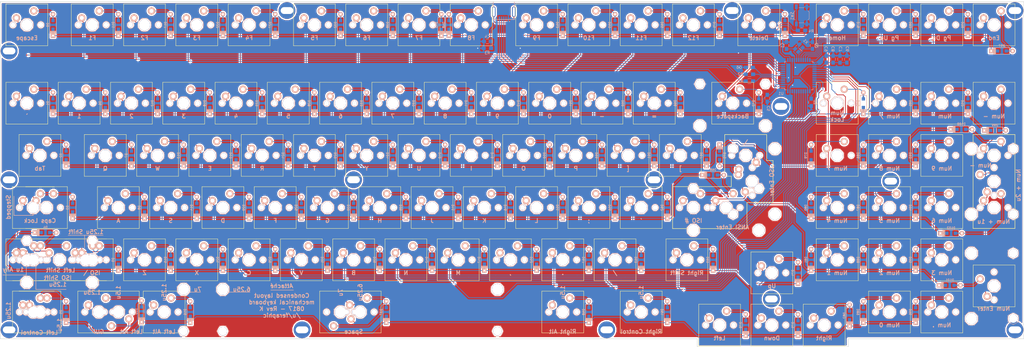
<source format=kicad_pcb>
(kicad_pcb (version 4) (host pcbnew 4.0.6)
  (layers (0 F.Cu signal) (31 B.Cu signal) (34 B.Paste user) (35 F.Paste user) (36 B.SilkS user) (37 F.SilkS user) (38 B.Mask user) (39 F.Mask user) (44 Edge.Cuts user))
  (net 0 "")
  (net 1 GND)
  (net 2 "Net-(D0-Pad2)")
  (net 3 row0)
  (net 4 "Net-(D1-Pad2)")
  (net 5 row2)
  (net 6 "Net-(D2-Pad2)")
  (net 7 row3)
  (net 8 "Net-(D3-Pad2)")
  (net 9 row4)
  (net 10 "Net-(D4-Pad2)")
  (net 11 row5)
  (net 12 "Net-(D5-Pad2)")
  (net 13 "Net-(D6-Pad2)")
  (net 14 "Net-(D7-Pad2)")
  (net 15 "Net-(D8-Pad2)")
  (net 16 "Net-(D9-Pad2)")
  (net 17 "Net-(D10-Pad2)")
  (net 18 "Net-(D11-Pad2)")
  (net 19 "Net-(D12-Pad2)")
  (net 20 "Net-(D13-Pad2)")
  (net 21 "Net-(D14-Pad2)")
  (net 22 "Net-(D15-Pad2)")
  (net 23 "Net-(D16-Pad2)")
  (net 24 "Net-(D17-Pad2)")
  (net 25 "Net-(D18-Pad2)")
  (net 26 "Net-(D19-Pad2)")
  (net 27 "Net-(D20-Pad2)")
  (net 28 "Net-(D21-Pad2)")
  (net 29 "Net-(D22-Pad2)")
  (net 30 "Net-(D23-Pad2)")
  (net 31 "Net-(D24-Pad2)")
  (net 32 "Net-(D25-Pad2)")
  (net 33 "Net-(D26-Pad2)")
  (net 34 "Net-(D27-Pad2)")
  (net 35 "Net-(D28-Pad2)")
  (net 36 "Net-(D29-Pad2)")
  (net 37 "Net-(D30-Pad2)")
  (net 38 "Net-(D31-Pad2)")
  (net 39 "Net-(D32-Pad2)")
  (net 40 "Net-(D33-Pad2)")
  (net 41 "Net-(D34-Pad2)")
  (net 42 "Net-(D35-Pad2)")
  (net 43 "Net-(D36-Pad2)")
  (net 44 "Net-(D37-Pad2)")
  (net 45 "Net-(D38-Pad2)")
  (net 46 "Net-(D39-Pad2)")
  (net 47 "Net-(D40-Pad2)")
  (net 48 "Net-(D41-Pad2)")
  (net 49 "Net-(D42-Pad2)")
  (net 50 "Net-(D43-Pad2)")
  (net 51 "Net-(D44-Pad2)")
  (net 52 "Net-(D45-Pad2)")
  (net 53 "Net-(D46-Pad2)")
  (net 54 "Net-(D47-Pad2)")
  (net 55 "Net-(D48-Pad2)")
  (net 56 "Net-(D49-Pad2)")
  (net 57 "Net-(D50-Pad2)")
  (net 58 "Net-(D51-Pad2)")
  (net 59 "Net-(D52-Pad2)")
  (net 60 "Net-(D53-Pad2)")
  (net 61 "Net-(D54-Pad2)")
  (net 62 "Net-(D55-Pad2)")
  (net 63 "Net-(D56-Pad2)")
  (net 64 "Net-(D57-Pad2)")
  (net 65 "Net-(D58-Pad2)")
  (net 66 "Net-(D59-Pad2)")
  (net 67 "Net-(D60-Pad2)")
  (net 68 "Net-(D61-Pad2)")
  (net 69 "Net-(D62-Pad2)")
  (net 70 "Net-(D63-Pad2)")
  (net 71 "Net-(D64-Pad2)")
  (net 72 "Net-(D65-Pad2)")
  (net 73 "Net-(D66-Pad2)")
  (net 74 "Net-(D67-Pad2)")
  (net 75 "Net-(D68-Pad2)")
  (net 76 "Net-(D69-Pad2)")
  (net 77 "Net-(D70-Pad2)")
  (net 78 "Net-(D71-Pad2)")
  (net 79 "Net-(D72-Pad2)")
  (net 80 "Net-(D73-Pad2)")
  (net 81 "Net-(D74-Pad2)")
  (net 82 "Net-(D75-Pad2)")
  (net 83 "Net-(D76-Pad2)")
  (net 84 row1)
  (net 85 "Net-(D78-Pad2)")
  (net 86 "Net-(D79-Pad2)")
  (net 87 "Net-(D80-Pad2)")
  (net 88 "Net-(D81-Pad2)")
  (net 89 "Net-(D82-Pad2)")
  (net 90 "Net-(D83-Pad2)")
  (net 91 "Net-(D85-Pad2)")
  (net 92 "Net-(D86-Pad2)")
  (net 93 "Net-(D87-Pad2)")
  (net 94 "Net-(D88-Pad2)")
  (net 95 "Net-(D89-Pad2)")
  (net 96 "Net-(D90-Pad2)")
  (net 97 "Net-(D92-Pad2)")
  (net 98 "Net-(D93-Pad2)")
  (net 99 "Net-(D94-Pad2)")
  (net 100 "Net-(D95-Pad2)")
  (net 101 "Net-(D96-Pad2)")
  (net 102 "Net-(D97-Pad2)")
  (net 103 "Net-(D98-Pad2)")
  (net 104 "Net-(D99-Pad2)")
  (net 105 "Net-(D100-Pad2)")
  (net 106 "Net-(D101-Pad2)")
  (net 107 col0)
  (net 108 col1)
  (net 109 col2)
  (net 110 col3)
  (net 111 col4)
  (net 112 col5)
  (net 113 col6)
  (net 114 col7)
  (net 115 col8)
  (net 116 col9)
  (net 117 col10)
  (net 118 col11)
  (net 119 col12)
  (net 120 col13)
  (net 121 col14)
  (net 122 col15)
  (net 123 col16)
  (net 124 col17)
  (net 125 "Net-(U1-Pad42)")
  (net 126 "Net-(C1-Pad2)")
  (net 127 "Net-(C2-Pad2)")
  (net 128 "Net-(C3-Pad1)")
  (net 129 "Net-(C4-Pad2)")
  (net 130 VCC)
  (net 131 "Net-(J1-Pad2)")
  (net 132 "Net-(J1-Pad3)")
  (net 133 "Net-(J1-Pad4)")
  (net 134 "Net-(R1-Pad1)")
  (net 135 "Net-(R2-Pad1)")
  (net 136 "Net-(R4-Pad2)")
  (net 137 "Net-(R5-Pad2)")
  (net 138 "Net-(D102-Pad2)")
  (net 139 "Net-(U1-Pad12)")
  (module keyboard_parts:Poker_oval_hole (layer F.Cu) (at 307 140.5)
    (fp_text reference Poker_oval_hole hide)
    (fp_text value VAL** hide)
    (pad "" thru_hole circle (at 0 0) (size 6.1 6.1) (drill oval 4.6 2.5) (layers *.Cu *.Mask))
  )
  (module cherry:SW_PCB_2PIN (layer F.Cu) (at 388.14375 107.15625)
    (fp_text reference K107 hide)
    (fp_text value KEYSW hide)
    (pad 1 thru_hole circle (at 2.54 -5.08) (size 2.667 2.667) (drill 1.4986) (layers *.Cu *.SilkS *.Mask) (net 138 "Net-(D102-Pad2)"))
    (pad 2 thru_hole circle (at -3.81 -2.54) (size 2.667 2.667) (drill 1.4986) (layers *.Cu *.SilkS *.Mask) (net 124 col17))
    (pad HOLE thru_hole circle (at 5.08 0) (size 1.7018 1.7018) (drill 1.7018) (layers *.Cu))
    (pad HOLE thru_hole circle (at -5.08 0) (size 1.7018 1.7018) (drill 1.7018) (layers *.Cu))
    (pad HOLE thru_hole circle (at 0 0) (size 3.9878 3.9878) (drill 3.9878) (layers *.Cu))
  )
  (module cherry:SW_PCB_2PIN (layer F.Cu) (at 388.14375 97.63125 90)
    (fp_text reference K100 hide)
    (fp_text value KEYSW hide)
    (pad 1 thru_hole circle (at 2.54 -5.08 90) (size 2.667 2.667) (drill 1.4986) (layers *.Cu *.SilkS *.Mask) (net 105 "Net-(D100-Pad2)"))
    (pad 2 thru_hole circle (at -3.81 -2.54 90) (size 2.667 2.667) (drill 1.4986) (layers *.Cu *.SilkS *.Mask) (net 124 col17))
    (pad HOLE thru_hole circle (at 5.08 0 90) (size 1.7018 1.7018) (drill 1.7018) (layers *.Cu))
    (pad HOLE thru_hole circle (at -5.08 0 90) (size 1.7018 1.7018) (drill 1.7018) (layers *.Cu))
    (pad HOLE thru_hole circle (at 0 0 90) (size 3.9878 3.9878) (drill 3.9878) (layers *.Cu))
  )
  (module cherry:SW_PCB_2PIN (layer F.Cu) (at 388.14375 88.10625)
    (fp_text reference K106 hide)
    (fp_text value KEYSW hide)
    (pad 1 thru_hole circle (at 2.54 -5.08) (size 2.667 2.667) (drill 1.4986) (layers *.Cu *.SilkS *.Mask) (net 105 "Net-(D100-Pad2)"))
    (pad 2 thru_hole circle (at -3.81 -2.54) (size 2.667 2.667) (drill 1.4986) (layers *.Cu *.SilkS *.Mask) (net 124 col17))
    (pad HOLE thru_hole circle (at 5.08 0) (size 1.7018 1.7018) (drill 1.7018) (layers *.Cu))
    (pad HOLE thru_hole circle (at -5.08 0) (size 1.7018 1.7018) (drill 1.7018) (layers *.Cu))
    (pad HOLE thru_hole circle (at 0 0) (size 3.9878 3.9878) (drill 3.9878) (layers *.Cu))
  )
  (module cherry:SW_PCB_2PIN (layer F.Cu) (at 57.15 126.20625)
    (fp_text reference K112 hide)
    (fp_text value KEYSW hide)
    (pad 1 thru_hole circle (at 2.54 -5.08) (size 2.667 2.667) (drill 1.4986) (layers *.Cu *.SilkS *.Mask) (net 16 "Net-(D9-Pad2)"))
    (pad 2 thru_hole circle (at -3.81 -2.54) (size 2.667 2.667) (drill 1.4986) (layers *.Cu *.SilkS *.Mask) (net 108 col1))
    (pad HOLE thru_hole circle (at 5.08 0) (size 1.7018 1.7018) (drill 1.7018) (layers *.Cu))
    (pad HOLE thru_hole circle (at -5.08 0) (size 1.7018 1.7018) (drill 1.7018) (layers *.Cu))
    (pad HOLE thru_hole circle (at 0 0) (size 3.9878 3.9878) (drill 3.9878) (layers *.Cu))
  )
  (module cherry:SW_PCB_2PIN (layer F.Cu) (at 38.1 126.20625)
    (fp_text reference K4 hide)
    (fp_text value KEYSW hide)
    (pad 1 thru_hole circle (at 2.54 -5.08) (size 2.667 2.667) (drill 1.4986) (layers *.Cu *.SilkS *.Mask) (net 10 "Net-(D4-Pad2)"))
    (pad 2 thru_hole circle (at -3.81 -2.54) (size 2.667 2.667) (drill 1.4986) (layers *.Cu *.SilkS *.Mask) (net 107 col0))
    (pad HOLE thru_hole circle (at 5.08 0) (size 1.7018 1.7018) (drill 1.7018) (layers *.Cu))
    (pad HOLE thru_hole circle (at -5.08 0) (size 1.7018 1.7018) (drill 1.7018) (layers *.Cu))
    (pad HOLE thru_hole circle (at 0 0) (size 3.9878 3.9878) (drill 3.9878) (layers *.Cu))
  )
  (module cherry:SW_PCB_2PIN (layer F.Cu) (at 35.71875 126.20625)
    (fp_text reference K111 hide)
    (fp_text value KEYSW hide)
    (pad 1 thru_hole circle (at 2.54 -5.08) (size 2.667 2.667) (drill 1.4986) (layers *.Cu *.SilkS *.Mask) (net 10 "Net-(D4-Pad2)"))
    (pad 2 thru_hole circle (at -3.81 -2.54) (size 2.667 2.667) (drill 1.4986) (layers *.Cu *.SilkS *.Mask) (net 107 col0))
    (pad HOLE thru_hole circle (at 5.08 0) (size 1.7018 1.7018) (drill 1.7018) (layers *.Cu))
    (pad HOLE thru_hole circle (at -5.08 0) (size 1.7018 1.7018) (drill 1.7018) (layers *.Cu))
    (pad HOLE thru_hole circle (at 0 0) (size 3.9878 3.9878) (drill 3.9878) (layers *.Cu))
  )
  (module keyboard_parts:Poker_oval_hole (layer F.Cu) (at 264.25 97)
    (fp_text reference Poker_oval_hole hide)
    (fp_text value VAL** hide)
    (pad "" thru_hole circle (at 0 0) (size 6.1 6.1) (drill oval 4.6 2.5) (layers *.Cu *.Mask))
  )
  (module keyboard_parts:Poker_oval_hole (layer F.Cu) (at 395.75 151.75)
    (fp_text reference Poker_oval_hole hide)
    (fp_text value VAL** hide)
    (pad "" thru_hole circle (at 0 0) (size 6.1 6.1) (drill oval 4.6 2.5) (layers *.Cu *.Mask))
  )
  (module cherry:SW_PCB_2PIN (layer F.Cu) (at 297.65625 88.10625 180)
    (fp_text reference K73 hide)
    (fp_text value KEYSW hide)
    (pad 1 thru_hole circle (at 2.54 -5.08 180) (size 2.667 2.667) (drill 1.4986) (layers *.Cu *.SilkS *.Mask) (net 80 "Net-(D73-Pad2)"))
    (pad 2 thru_hole circle (at -3.81 -2.54 180) (size 2.667 2.667) (drill 1.4986) (layers *.Cu *.SilkS *.Mask) (net 120 col13))
    (pad HOLE thru_hole circle (at 5.08 0 180) (size 1.7018 1.7018) (drill 1.7018) (layers *.Cu))
    (pad HOLE thru_hole circle (at -5.08 0 180) (size 1.7018 1.7018) (drill 1.7018) (layers *.Cu))
    (pad HOLE thru_hole circle (at 0 0 180) (size 3.9878 3.9878) (drill 3.9878) (layers *.Cu))
  )
  (module cherry:SW_PCB_2PIN (layer F.Cu) (at 300.0375 97.63125 90)
    (fp_text reference K104 hide)
    (fp_text value KEYSW hide)
    (pad 1 thru_hole circle (at 2.54 -5.08 90) (size 2.667 2.667) (drill 1.4986) (layers *.Cu *.SilkS *.Mask) (net 80 "Net-(D73-Pad2)"))
    (pad 2 thru_hole circle (at -3.81 -2.54 90) (size 2.667 2.667) (drill 1.4986) (layers *.Cu *.SilkS *.Mask) (net 120 col13))
    (pad HOLE thru_hole circle (at 5.08 0 90) (size 1.7018 1.7018) (drill 1.7018) (layers *.Cu))
    (pad HOLE thru_hole circle (at -5.08 0 90) (size 1.7018 1.7018) (drill 1.7018) (layers *.Cu))
    (pad HOLE thru_hole circle (at 0 0 90) (size 3.9878 3.9878) (drill 3.9878) (layers *.Cu))
  )
  (module cherry:SW_PCB_2PIN (layer F.Cu) (at 290.5125 107.15625)
    (fp_text reference K68 hide)
    (fp_text value KEYSW hide)
    (pad 1 thru_hole circle (at 2.54 -5.08) (size 2.667 2.667) (drill 1.4986) (layers *.Cu *.SilkS *.Mask) (net 75 "Net-(D68-Pad2)"))
    (pad 2 thru_hole circle (at -3.81 -2.54) (size 2.667 2.667) (drill 1.4986) (layers *.Cu *.SilkS *.Mask) (net 120 col13))
    (pad HOLE thru_hole circle (at 5.08 0) (size 1.7018 1.7018) (drill 1.7018) (layers *.Cu))
    (pad HOLE thru_hole circle (at -5.08 0) (size 1.7018 1.7018) (drill 1.7018) (layers *.Cu))
    (pad HOLE thru_hole circle (at 0 0) (size 3.9878 3.9878) (drill 3.9878) (layers *.Cu))
  )
  (module cherry:SW_PCB_2PIN (layer F.Cu) (at 278.60625 107.15625)
    (fp_text reference K103 hide)
    (fp_text value KEYSW hide)
    (pad 1 thru_hole circle (at 2.54 -5.08) (size 2.667 2.667) (drill 1.4986) (layers *.Cu *.SilkS *.Mask) (net 75 "Net-(D68-Pad2)"))
    (pad 2 thru_hole circle (at -3.81 -2.54) (size 2.667 2.667) (drill 1.4986) (layers *.Cu *.SilkS *.Mask) (net 120 col13))
    (pad HOLE thru_hole circle (at 5.08 0) (size 1.7018 1.7018) (drill 1.7018) (layers *.Cu))
    (pad HOLE thru_hole circle (at -5.08 0) (size 1.7018 1.7018) (drill 1.7018) (layers *.Cu))
    (pad HOLE thru_hole circle (at 0 0) (size 3.9878 3.9878) (drill 3.9878) (layers *.Cu))
  )
  (module cherry:SW_PCB_2PIN (layer F.Cu) (at 38.1 107.15625)
    (fp_text reference K3 hide)
    (fp_text value KEYSW hide)
    (pad 1 thru_hole circle (at 2.54 -5.08) (size 2.667 2.667) (drill 1.4986) (layers *.Cu *.SilkS *.Mask) (net 8 "Net-(D3-Pad2)"))
    (pad 2 thru_hole circle (at -3.81 -2.54) (size 2.667 2.667) (drill 1.4986) (layers *.Cu *.SilkS *.Mask) (net 107 col0))
    (pad HOLE thru_hole circle (at 5.08 0) (size 1.7018 1.7018) (drill 1.7018) (layers *.Cu))
    (pad HOLE thru_hole circle (at -5.08 0) (size 1.7018 1.7018) (drill 1.7018) (layers *.Cu))
    (pad HOLE thru_hole circle (at 0 0) (size 3.9878 3.9878) (drill 3.9878) (layers *.Cu))
  )
  (module cherry:SW_PCB_2PIN (layer F.Cu) (at 42.8625 107.15625)
    (fp_text reference K105 hide)
    (fp_text value KEYSW hide)
    (pad 1 thru_hole circle (at 2.54 -5.08) (size 2.667 2.667) (drill 1.4986) (layers *.Cu *.SilkS *.Mask) (net 8 "Net-(D3-Pad2)"))
    (pad 2 thru_hole circle (at -3.81 -2.54) (size 2.667 2.667) (drill 1.4986) (layers *.Cu *.SilkS *.Mask) (net 107 col0))
    (pad HOLE thru_hole circle (at 5.08 0) (size 1.7018 1.7018) (drill 1.7018) (layers *.Cu))
    (pad HOLE thru_hole circle (at -5.08 0) (size 1.7018 1.7018) (drill 1.7018) (layers *.Cu))
    (pad HOLE thru_hole circle (at 0 0) (size 3.9878 3.9878) (drill 3.9878) (layers *.Cu))
  )
  (module cherry:SW_PCB_2PIN (layer F.Cu) (at 47.625 126.20625)
    (fp_text reference K102 hide)
    (fp_text value KEYSW hide)
    (pad 1 thru_hole circle (at 2.54 -5.08) (size 2.667 2.667) (drill 1.4986) (layers *.Cu *.SilkS *.Mask) (net 10 "Net-(D4-Pad2)"))
    (pad 2 thru_hole circle (at -3.81 -2.54) (size 2.667 2.667) (drill 1.4986) (layers *.Cu *.SilkS *.Mask) (net 107 col0))
    (pad HOLE thru_hole circle (at 5.08 0) (size 1.7018 1.7018) (drill 1.7018) (layers *.Cu))
    (pad HOLE thru_hole circle (at -5.08 0) (size 1.7018 1.7018) (drill 1.7018) (layers *.Cu))
    (pad HOLE thru_hole circle (at 0 0) (size 3.9878 3.9878) (drill 3.9878) (layers *.Cu))
  )
  (module cherry:SW_PCB_2PIN (layer F.Cu) (at 59.53125 126.20625)
    (fp_text reference K9 hide)
    (fp_text value KEYSW hide)
    (pad 1 thru_hole circle (at 2.54 -5.08) (size 2.667 2.667) (drill 1.4986) (layers *.Cu *.SilkS *.Mask) (net 16 "Net-(D9-Pad2)"))
    (pad 2 thru_hole circle (at -3.81 -2.54) (size 2.667 2.667) (drill 1.4986) (layers *.Cu *.SilkS *.Mask) (net 108 col1))
    (pad HOLE thru_hole circle (at 5.08 0) (size 1.7018 1.7018) (drill 1.7018) (layers *.Cu))
    (pad HOLE thru_hole circle (at -5.08 0) (size 1.7018 1.7018) (drill 1.7018) (layers *.Cu))
    (pad HOLE thru_hole circle (at 0 0) (size 3.9878 3.9878) (drill 3.9878) (layers *.Cu))
  )
  (module cherry:SW_PCB_2PIN (layer F.Cu) (at 40.48125 145.25625)
    (fp_text reference K108 hide)
    (fp_text value KEYSW hide)
    (pad 1 thru_hole circle (at 2.54 -5.08) (size 2.667 2.667) (drill 1.4986) (layers *.Cu *.SilkS *.Mask) (net 12 "Net-(D5-Pad2)"))
    (pad 2 thru_hole circle (at -3.81 -2.54) (size 2.667 2.667) (drill 1.4986) (layers *.Cu *.SilkS *.Mask) (net 107 col0))
    (pad HOLE thru_hole circle (at 5.08 0) (size 1.7018 1.7018) (drill 1.7018) (layers *.Cu))
    (pad HOLE thru_hole circle (at -5.08 0) (size 1.7018 1.7018) (drill 1.7018) (layers *.Cu))
    (pad HOLE thru_hole circle (at 0 0) (size 3.9878 3.9878) (drill 3.9878) (layers *.Cu))
  )
  (module cherry:SW_PCB_2PIN (layer F.Cu) (at 38.1 145.25625)
    (fp_text reference K5 hide)
    (fp_text value KEYSW hide)
    (pad 1 thru_hole circle (at 2.54 -5.08) (size 2.667 2.667) (drill 1.4986) (layers *.Cu *.SilkS *.Mask) (net 12 "Net-(D5-Pad2)"))
    (pad 2 thru_hole circle (at -3.81 -2.54) (size 2.667 2.667) (drill 1.4986) (layers *.Cu *.SilkS *.Mask) (net 107 col0))
    (pad HOLE thru_hole circle (at 5.08 0) (size 1.7018 1.7018) (drill 1.7018) (layers *.Cu))
    (pad HOLE thru_hole circle (at -5.08 0) (size 1.7018 1.7018) (drill 1.7018) (layers *.Cu))
    (pad HOLE thru_hole circle (at 0 0) (size 3.9878 3.9878) (drill 3.9878) (layers *.Cu))
  )
  (module cherry:SW_PCB_2PIN (layer F.Cu) (at 61.9125 145.25625)
    (fp_text reference K10 hide)
    (fp_text value KEYSW hide)
    (pad 1 thru_hole circle (at 2.54 -5.08) (size 2.667 2.667) (drill 1.4986) (layers *.Cu *.SilkS *.Mask) (net 17 "Net-(D10-Pad2)"))
    (pad 2 thru_hole circle (at -3.81 -2.54) (size 2.667 2.667) (drill 1.4986) (layers *.Cu *.SilkS *.Mask) (net 108 col1))
    (pad HOLE thru_hole circle (at 5.08 0) (size 1.7018 1.7018) (drill 1.7018) (layers *.Cu))
    (pad HOLE thru_hole circle (at -5.08 0) (size 1.7018 1.7018) (drill 1.7018) (layers *.Cu))
    (pad HOLE thru_hole circle (at 0 0) (size 3.9878 3.9878) (drill 3.9878) (layers *.Cu))
  )
  (module cherry:SW_PCB_2PIN (layer F.Cu) (at 69.05625 145.25625 180)
    (fp_text reference K109 hide)
    (fp_text value KEYSW hide)
    (pad 1 thru_hole circle (at 2.54 -5.08 180) (size 2.667 2.667) (drill 1.4986) (layers *.Cu *.SilkS *.Mask) (net 17 "Net-(D10-Pad2)"))
    (pad 2 thru_hole circle (at -3.81 -2.54 180) (size 2.667 2.667) (drill 1.4986) (layers *.Cu *.SilkS *.Mask) (net 108 col1))
    (pad HOLE thru_hole circle (at 5.08 0 180) (size 1.7018 1.7018) (drill 1.7018) (layers *.Cu))
    (pad HOLE thru_hole circle (at -5.08 0 180) (size 1.7018 1.7018) (drill 1.7018) (layers *.Cu))
    (pad HOLE thru_hole circle (at 0 0 180) (size 3.9878 3.9878) (drill 3.9878) (layers *.Cu))
  )
  (module cherry:SW_PCB_2PIN (layer F.Cu) (at 157.1625 145.25625)
    (fp_text reference K37 hide)
    (fp_text value KEYSW hide)
    (pad 1 thru_hole circle (at 2.54 -5.08) (size 2.667 2.667) (drill 1.4986) (layers *.Cu *.SilkS *.Mask) (net 44 "Net-(D37-Pad2)"))
    (pad 2 thru_hole circle (at -3.81 -2.54) (size 2.667 2.667) (drill 1.4986) (layers *.Cu *.SilkS *.Mask) (net 113 col6))
    (pad HOLE thru_hole circle (at 5.08 0) (size 1.7018 1.7018) (drill 1.7018) (layers *.Cu))
    (pad HOLE thru_hole circle (at -5.08 0) (size 1.7018 1.7018) (drill 1.7018) (layers *.Cu))
    (pad HOLE thru_hole circle (at 0 0) (size 3.9878 3.9878) (drill 3.9878) (layers *.Cu))
  )
  (module cherry:SW_PCB_2PIN (layer F.Cu) (at 150.01875 145.25625 180)
    (fp_text reference K110 hide)
    (fp_text value KEYSW hide)
    (pad 1 thru_hole circle (at 2.54 -5.08 180) (size 2.667 2.667) (drill 1.4986) (layers *.Cu *.SilkS *.Mask) (net 44 "Net-(D37-Pad2)"))
    (pad 2 thru_hole circle (at -3.81 -2.54 180) (size 2.667 2.667) (drill 1.4986) (layers *.Cu *.SilkS *.Mask) (net 113 col6))
    (pad HOLE thru_hole circle (at 5.08 0 180) (size 1.7018 1.7018) (drill 1.7018) (layers *.Cu))
    (pad HOLE thru_hole circle (at -5.08 0 180) (size 1.7018 1.7018) (drill 1.7018) (layers *.Cu))
    (pad HOLE thru_hole circle (at 0 0 180) (size 3.9878 3.9878) (drill 3.9878) (layers *.Cu))
  )
  (module cherry:STAB_A3940 (layer F.Cu) (at 142.875 145.25625 180)
    (fp_text reference 6.25_? hide)
    (fp_text value VAL** hide)
    (pad HOLE thru_hole circle (at 50.038 -6.985 180) (size 3.048 3.048) (drill 3.048) (layers *.Cu))
    (pad HOLE thru_hole circle (at 50.038 8.255 180) (size 3.9878 3.9878) (drill 3.9878) (layers *.Cu))
  )
  (module cherry:STAB_A940 (layer F.Cu) (at 47.625 126.20625)
    (fp_text reference A940_? hide)
    (fp_text value VAL** hide)
    (pad HOLE thru_hole circle (at -11.938 -6.985) (size 3.048 3.048) (drill 3.048) (layers *.Cu))
    (pad HOLE thru_hole circle (at 11.938 -6.985) (size 3.048 3.048) (drill 3.048) (layers *.Cu))
    (pad HOLE thru_hole circle (at -11.938 8.255) (size 3.9878 3.9878) (drill 3.9878) (layers *.Cu))
    (pad HOLE thru_hole circle (at 11.938 8.255) (size 3.9878 3.9878) (drill 3.9878) (layers *.Cu))
  )
  (module cherry:STAB_A3940 (layer F.Cu) (at 157.1625 145.25625 180)
    (fp_text reference 6.25_? hide)
    (fp_text value VAL** hide)
    (pad HOLE thru_hole circle (at -50.038 -6.985 180) (size 3.048 3.048) (drill 3.048) (layers *.Cu))
    (pad HOLE thru_hole circle (at 50.038 -6.985 180) (size 3.048 3.048) (drill 3.048) (layers *.Cu))
    (pad HOLE thru_hole circle (at -50.038 8.255 180) (size 3.9878 3.9878) (drill 3.9878) (layers *.Cu))
    (pad HOLE thru_hole circle (at 50.038 8.255 180) (size 3.9878 3.9878) (drill 3.9878) (layers *.Cu))
  )
  (module cherry:STAB_A940 (layer F.Cu) (at 290.5125 107.15625)
    (fp_text reference A940_? hide)
    (fp_text value VAL** hide)
    (pad HOLE thru_hole circle (at -11.938 -6.985) (size 3.048 3.048) (drill 3.048) (layers *.Cu))
    (pad HOLE thru_hole circle (at 11.938 -6.985) (size 3.048 3.048) (drill 3.048) (layers *.Cu))
    (pad HOLE thru_hole circle (at -11.938 8.255) (size 3.9878 3.9878) (drill 3.9878) (layers *.Cu))
    (pad HOLE thru_hole circle (at 11.938 8.255) (size 3.9878 3.9878) (drill 3.9878) (layers *.Cu))
  )
  (module keyboard_parts:D_SOD123_axial (layer B.Cu) (at 45.24375 40.48125 90)
    (fp_text reference D0 (at 0 -1.925 90) (layer B.SilkS) (effects (font (size 0.8 0.8)) (justify mirror)))
    (fp_text value D hide)
    (pad 2 smd rect (at 1.575 0 90) (size 1.2 1.2) (layers B.Cu B.Paste B.Mask) (net 2 "Net-(D0-Pad2)"))
    (pad 1 smd rect (at -1.575 0 90) (size 1.2 1.2) (layers B.Cu B.Paste B.Mask) (net 3 row0))
    (pad 1 thru_hole rect (at -3.9 0 90) (size 1.6 1.6) (drill 0.7) (layers *.Cu *.Mask B.SilkS) (net 3 row0))
    (pad 2 thru_hole circle (at 3.9 0 90) (size 1.6 1.6) (drill 0.7) (layers *.Cu *.Mask B.SilkS) (net 2 "Net-(D0-Pad2)"))
    (pad 1 smd rect (at -2.7 0 90) (size 2.5 0.5) (layers B.Cu) (net 3 row0))
    (pad 2 smd rect (at 2.7 0 90) (size 2.5 0.5) (layers B.Cu) (net 2 "Net-(D0-Pad2)"))
  )
  (module keyboard_parts:D_SOD123_axial (layer B.Cu) (at 45.24375 69.05625 90)
    (fp_text reference D1 (at 0 -1.925 90) (layer B.SilkS) (effects (font (size 0.8 0.8)) (justify mirror)))
    (fp_text value D hide)
    (pad 2 smd rect (at 1.575 0 90) (size 1.2 1.2) (layers B.Cu B.Paste B.Mask) (net 4 "Net-(D1-Pad2)"))
    (pad 1 smd rect (at -1.575 0 90) (size 1.2 1.2) (layers B.Cu B.Paste B.Mask) (net 84 row1))
    (pad 1 thru_hole rect (at -3.9 0 90) (size 1.6 1.6) (drill 0.7) (layers *.Cu *.Mask B.SilkS) (net 84 row1))
    (pad 2 thru_hole circle (at 3.9 0 90) (size 1.6 1.6) (drill 0.7) (layers *.Cu *.Mask B.SilkS) (net 4 "Net-(D1-Pad2)"))
    (pad 1 smd rect (at -2.7 0 90) (size 2.5 0.5) (layers B.Cu) (net 84 row1))
    (pad 2 smd rect (at 2.7 0 90) (size 2.5 0.5) (layers B.Cu) (net 4 "Net-(D1-Pad2)"))
  )
  (module keyboard_parts:D_SOD123_axial (layer B.Cu) (at 50.00625 88.10625 90)
    (fp_text reference D2 (at 0 -1.925 90) (layer B.SilkS) (effects (font (size 0.8 0.8)) (justify mirror)))
    (fp_text value D hide)
    (pad 2 smd rect (at 1.575 0 90) (size 1.2 1.2) (layers B.Cu B.Paste B.Mask) (net 6 "Net-(D2-Pad2)"))
    (pad 1 smd rect (at -1.575 0 90) (size 1.2 1.2) (layers B.Cu B.Paste B.Mask) (net 5 row2))
    (pad 1 thru_hole rect (at -3.9 0 90) (size 1.6 1.6) (drill 0.7) (layers *.Cu *.Mask B.SilkS) (net 5 row2))
    (pad 2 thru_hole circle (at 3.9 0 90) (size 1.6 1.6) (drill 0.7) (layers *.Cu *.Mask B.SilkS) (net 6 "Net-(D2-Pad2)"))
    (pad 1 smd rect (at -2.7 0 90) (size 2.5 0.5) (layers B.Cu) (net 5 row2))
    (pad 2 smd rect (at 2.7 0 90) (size 2.5 0.5) (layers B.Cu) (net 6 "Net-(D2-Pad2)"))
  )
  (module keyboard_parts:D_SOD123_axial (layer B.Cu) (at 52.3875 107.15625 90)
    (fp_text reference D3 (at 0 -1.925 90) (layer B.SilkS) (effects (font (size 0.8 0.8)) (justify mirror)))
    (fp_text value D hide)
    (pad 2 smd rect (at 1.575 0 90) (size 1.2 1.2) (layers B.Cu B.Paste B.Mask) (net 8 "Net-(D3-Pad2)"))
    (pad 1 smd rect (at -1.575 0 90) (size 1.2 1.2) (layers B.Cu B.Paste B.Mask) (net 7 row3))
    (pad 1 thru_hole rect (at -3.9 0 90) (size 1.6 1.6) (drill 0.7) (layers *.Cu *.Mask B.SilkS) (net 7 row3))
    (pad 2 thru_hole circle (at 3.9 0 90) (size 1.6 1.6) (drill 0.7) (layers *.Cu *.Mask B.SilkS) (net 8 "Net-(D3-Pad2)"))
    (pad 1 smd rect (at -2.7 0 90) (size 2.5 0.5) (layers B.Cu) (net 7 row3))
    (pad 2 smd rect (at 2.7 0 90) (size 2.5 0.5) (layers B.Cu) (net 8 "Net-(D3-Pad2)"))
  )
  (module keyboard_parts:D_SOD123_axial (layer B.Cu) (at 42.5 116.25)
    (fp_text reference D4 (at 0 -1.925) (layer B.SilkS) (effects (font (size 0.8 0.8)) (justify mirror)))
    (fp_text value D hide)
    (pad 2 smd rect (at 1.575 0) (size 1.2 1.2) (layers B.Cu B.Paste B.Mask) (net 10 "Net-(D4-Pad2)"))
    (pad 1 smd rect (at -1.575 0) (size 1.2 1.2) (layers B.Cu B.Paste B.Mask) (net 9 row4))
    (pad 1 thru_hole rect (at -3.9 0) (size 1.6 1.6) (drill 0.7) (layers *.Cu *.Mask B.SilkS) (net 9 row4))
    (pad 2 thru_hole circle (at 3.9 0) (size 1.6 1.6) (drill 0.7) (layers *.Cu *.Mask B.SilkS) (net 10 "Net-(D4-Pad2)"))
    (pad 1 smd rect (at -2.7 0) (size 2.5 0.5) (layers B.Cu) (net 9 row4))
    (pad 2 smd rect (at 2.7 0) (size 2.5 0.5) (layers B.Cu) (net 10 "Net-(D4-Pad2)"))
  )
  (module keyboard_parts:D_SOD123_axial (layer B.Cu) (at 50.00625 145.25625 90)
    (fp_text reference D5 (at 0 -1.925 90) (layer B.SilkS) (effects (font (size 0.8 0.8)) (justify mirror)))
    (fp_text value D hide)
    (pad 2 smd rect (at 1.575 0 90) (size 1.2 1.2) (layers B.Cu B.Paste B.Mask) (net 12 "Net-(D5-Pad2)"))
    (pad 1 smd rect (at -1.575 0 90) (size 1.2 1.2) (layers B.Cu B.Paste B.Mask) (net 11 row5))
    (pad 1 thru_hole rect (at -3.9 0 90) (size 1.6 1.6) (drill 0.7) (layers *.Cu *.Mask B.SilkS) (net 11 row5))
    (pad 2 thru_hole circle (at 3.9 0 90) (size 1.6 1.6) (drill 0.7) (layers *.Cu *.Mask B.SilkS) (net 12 "Net-(D5-Pad2)"))
    (pad 1 smd rect (at -2.7 0 90) (size 2.5 0.5) (layers B.Cu) (net 11 row5))
    (pad 2 smd rect (at 2.7 0 90) (size 2.5 0.5) (layers B.Cu) (net 12 "Net-(D5-Pad2)"))
  )
  (module keyboard_parts:D_SOD123_axial (layer B.Cu) (at 64.29375 69.05625 90)
    (fp_text reference D6 (at 0 -1.925 90) (layer B.SilkS) (effects (font (size 0.8 0.8)) (justify mirror)))
    (fp_text value D hide)
    (pad 2 smd rect (at 1.575 0 90) (size 1.2 1.2) (layers B.Cu B.Paste B.Mask) (net 13 "Net-(D6-Pad2)"))
    (pad 1 smd rect (at -1.575 0 90) (size 1.2 1.2) (layers B.Cu B.Paste B.Mask) (net 84 row1))
    (pad 1 thru_hole rect (at -3.9 0 90) (size 1.6 1.6) (drill 0.7) (layers *.Cu *.Mask B.SilkS) (net 84 row1))
    (pad 2 thru_hole circle (at 3.9 0 90) (size 1.6 1.6) (drill 0.7) (layers *.Cu *.Mask B.SilkS) (net 13 "Net-(D6-Pad2)"))
    (pad 1 smd rect (at -2.7 0 90) (size 2.5 0.5) (layers B.Cu) (net 84 row1))
    (pad 2 smd rect (at 2.7 0 90) (size 2.5 0.5) (layers B.Cu) (net 13 "Net-(D6-Pad2)"))
  )
  (module keyboard_parts:D_SOD123_axial (layer B.Cu) (at 73.81875 88.10625 90)
    (fp_text reference D7 (at 0 -1.925 90) (layer B.SilkS) (effects (font (size 0.8 0.8)) (justify mirror)))
    (fp_text value D hide)
    (pad 2 smd rect (at 1.575 0 90) (size 1.2 1.2) (layers B.Cu B.Paste B.Mask) (net 14 "Net-(D7-Pad2)"))
    (pad 1 smd rect (at -1.575 0 90) (size 1.2 1.2) (layers B.Cu B.Paste B.Mask) (net 5 row2))
    (pad 1 thru_hole rect (at -3.9 0 90) (size 1.6 1.6) (drill 0.7) (layers *.Cu *.Mask B.SilkS) (net 5 row2))
    (pad 2 thru_hole circle (at 3.9 0 90) (size 1.6 1.6) (drill 0.7) (layers *.Cu *.Mask B.SilkS) (net 14 "Net-(D7-Pad2)"))
    (pad 1 smd rect (at -2.7 0 90) (size 2.5 0.5) (layers B.Cu) (net 5 row2))
    (pad 2 smd rect (at 2.7 0 90) (size 2.5 0.5) (layers B.Cu) (net 14 "Net-(D7-Pad2)"))
  )
  (module keyboard_parts:D_SOD123_axial (layer B.Cu) (at 78.58125 107.15625 90)
    (fp_text reference D8 (at 0 -1.925 90) (layer B.SilkS) (effects (font (size 0.8 0.8)) (justify mirror)))
    (fp_text value D hide)
    (pad 2 smd rect (at 1.575 0 90) (size 1.2 1.2) (layers B.Cu B.Paste B.Mask) (net 15 "Net-(D8-Pad2)"))
    (pad 1 smd rect (at -1.575 0 90) (size 1.2 1.2) (layers B.Cu B.Paste B.Mask) (net 7 row3))
    (pad 1 thru_hole rect (at -3.9 0 90) (size 1.6 1.6) (drill 0.7) (layers *.Cu *.Mask B.SilkS) (net 7 row3))
    (pad 2 thru_hole circle (at 3.9 0 90) (size 1.6 1.6) (drill 0.7) (layers *.Cu *.Mask B.SilkS) (net 15 "Net-(D8-Pad2)"))
    (pad 1 smd rect (at -2.7 0 90) (size 2.5 0.5) (layers B.Cu) (net 7 row3))
    (pad 2 smd rect (at 2.7 0 90) (size 2.5 0.5) (layers B.Cu) (net 15 "Net-(D8-Pad2)"))
  )
  (module keyboard_parts:D_SOD123_axial (layer B.Cu) (at 69.05625 126.20625 90)
    (fp_text reference D9 (at 0 -1.925 90) (layer B.SilkS) (effects (font (size 0.8 0.8)) (justify mirror)))
    (fp_text value D hide)
    (pad 2 smd rect (at 1.575 0 90) (size 1.2 1.2) (layers B.Cu B.Paste B.Mask) (net 16 "Net-(D9-Pad2)"))
    (pad 1 smd rect (at -1.575 0 90) (size 1.2 1.2) (layers B.Cu B.Paste B.Mask) (net 9 row4))
    (pad 1 thru_hole rect (at -3.9 0 90) (size 1.6 1.6) (drill 0.7) (layers *.Cu *.Mask B.SilkS) (net 9 row4))
    (pad 2 thru_hole circle (at 3.9 0 90) (size 1.6 1.6) (drill 0.7) (layers *.Cu *.Mask B.SilkS) (net 16 "Net-(D9-Pad2)"))
    (pad 1 smd rect (at -2.7 0 90) (size 2.5 0.5) (layers B.Cu) (net 9 row4))
    (pad 2 smd rect (at 2.7 0 90) (size 2.5 0.5) (layers B.Cu) (net 16 "Net-(D9-Pad2)"))
  )
  (module keyboard_parts:D_SOD123_axial (layer B.Cu) (at 77.5 145 90)
    (fp_text reference D10 (at 0 -1.925 90) (layer B.SilkS) (effects (font (size 0.8 0.8)) (justify mirror)))
    (fp_text value D hide)
    (pad 2 smd rect (at 1.575 0 90) (size 1.2 1.2) (layers B.Cu B.Paste B.Mask) (net 17 "Net-(D10-Pad2)"))
    (pad 1 smd rect (at -1.575 0 90) (size 1.2 1.2) (layers B.Cu B.Paste B.Mask) (net 11 row5))
    (pad 1 thru_hole rect (at -3.9 0 90) (size 1.6 1.6) (drill 0.7) (layers *.Cu *.Mask B.SilkS) (net 11 row5))
    (pad 2 thru_hole circle (at 3.9 0 90) (size 1.6 1.6) (drill 0.7) (layers *.Cu *.Mask B.SilkS) (net 17 "Net-(D10-Pad2)"))
    (pad 1 smd rect (at -2.7 0 90) (size 2.5 0.5) (layers B.Cu) (net 11 row5))
    (pad 2 smd rect (at 2.7 0 90) (size 2.5 0.5) (layers B.Cu) (net 17 "Net-(D10-Pad2)"))
  )
  (module keyboard_parts:D_SOD123_axial (layer B.Cu) (at 69.05625 40.48125 90)
    (fp_text reference D11 (at 0 -1.925 90) (layer B.SilkS) (effects (font (size 0.8 0.8)) (justify mirror)))
    (fp_text value D hide)
    (pad 2 smd rect (at 1.575 0 90) (size 1.2 1.2) (layers B.Cu B.Paste B.Mask) (net 18 "Net-(D11-Pad2)"))
    (pad 1 smd rect (at -1.575 0 90) (size 1.2 1.2) (layers B.Cu B.Paste B.Mask) (net 3 row0))
    (pad 1 thru_hole rect (at -3.9 0 90) (size 1.6 1.6) (drill 0.7) (layers *.Cu *.Mask B.SilkS) (net 3 row0))
    (pad 2 thru_hole circle (at 3.9 0 90) (size 1.6 1.6) (drill 0.7) (layers *.Cu *.Mask B.SilkS) (net 18 "Net-(D11-Pad2)"))
    (pad 1 smd rect (at -2.7 0 90) (size 2.5 0.5) (layers B.Cu) (net 3 row0))
    (pad 2 smd rect (at 2.7 0 90) (size 2.5 0.5) (layers B.Cu) (net 18 "Net-(D11-Pad2)"))
  )
  (module keyboard_parts:D_SOD123_axial (layer B.Cu) (at 83.34375 69.05625 90)
    (fp_text reference D12 (at 0 -1.925 90) (layer B.SilkS) (effects (font (size 0.8 0.8)) (justify mirror)))
    (fp_text value D hide)
    (pad 2 smd rect (at 1.575 0 90) (size 1.2 1.2) (layers B.Cu B.Paste B.Mask) (net 19 "Net-(D12-Pad2)"))
    (pad 1 smd rect (at -1.575 0 90) (size 1.2 1.2) (layers B.Cu B.Paste B.Mask) (net 84 row1))
    (pad 1 thru_hole rect (at -3.9 0 90) (size 1.6 1.6) (drill 0.7) (layers *.Cu *.Mask B.SilkS) (net 84 row1))
    (pad 2 thru_hole circle (at 3.9 0 90) (size 1.6 1.6) (drill 0.7) (layers *.Cu *.Mask B.SilkS) (net 19 "Net-(D12-Pad2)"))
    (pad 1 smd rect (at -2.7 0 90) (size 2.5 0.5) (layers B.Cu) (net 84 row1))
    (pad 2 smd rect (at 2.7 0 90) (size 2.5 0.5) (layers B.Cu) (net 19 "Net-(D12-Pad2)"))
  )
  (module keyboard_parts:D_SOD123_axial (layer B.Cu) (at 92.86875 88.10625 90)
    (fp_text reference D13 (at 0 -1.925 90) (layer B.SilkS) (effects (font (size 0.8 0.8)) (justify mirror)))
    (fp_text value D hide)
    (pad 2 smd rect (at 1.575 0 90) (size 1.2 1.2) (layers B.Cu B.Paste B.Mask) (net 20 "Net-(D13-Pad2)"))
    (pad 1 smd rect (at -1.575 0 90) (size 1.2 1.2) (layers B.Cu B.Paste B.Mask) (net 5 row2))
    (pad 1 thru_hole rect (at -3.9 0 90) (size 1.6 1.6) (drill 0.7) (layers *.Cu *.Mask B.SilkS) (net 5 row2))
    (pad 2 thru_hole circle (at 3.9 0 90) (size 1.6 1.6) (drill 0.7) (layers *.Cu *.Mask B.SilkS) (net 20 "Net-(D13-Pad2)"))
    (pad 1 smd rect (at -2.7 0 90) (size 2.5 0.5) (layers B.Cu) (net 5 row2))
    (pad 2 smd rect (at 2.7 0 90) (size 2.5 0.5) (layers B.Cu) (net 20 "Net-(D13-Pad2)"))
  )
  (module keyboard_parts:D_SOD123_axial (layer B.Cu) (at 97.63125 107.15625 90)
    (fp_text reference D14 (at 0 -1.925 90) (layer B.SilkS) (effects (font (size 0.8 0.8)) (justify mirror)))
    (fp_text value D hide)
    (pad 2 smd rect (at 1.575 0 90) (size 1.2 1.2) (layers B.Cu B.Paste B.Mask) (net 21 "Net-(D14-Pad2)"))
    (pad 1 smd rect (at -1.575 0 90) (size 1.2 1.2) (layers B.Cu B.Paste B.Mask) (net 7 row3))
    (pad 1 thru_hole rect (at -3.9 0 90) (size 1.6 1.6) (drill 0.7) (layers *.Cu *.Mask B.SilkS) (net 7 row3))
    (pad 2 thru_hole circle (at 3.9 0 90) (size 1.6 1.6) (drill 0.7) (layers *.Cu *.Mask B.SilkS) (net 21 "Net-(D14-Pad2)"))
    (pad 1 smd rect (at -2.7 0 90) (size 2.5 0.5) (layers B.Cu) (net 7 row3))
    (pad 2 smd rect (at 2.7 0 90) (size 2.5 0.5) (layers B.Cu) (net 21 "Net-(D14-Pad2)"))
  )
  (module keyboard_parts:D_SOD123_axial (layer B.Cu) (at 88.10625 126.20625 90)
    (fp_text reference D15 (at 0 -1.925 90) (layer B.SilkS) (effects (font (size 0.8 0.8)) (justify mirror)))
    (fp_text value D hide)
    (pad 2 smd rect (at 1.575 0 90) (size 1.2 1.2) (layers B.Cu B.Paste B.Mask) (net 22 "Net-(D15-Pad2)"))
    (pad 1 smd rect (at -1.575 0 90) (size 1.2 1.2) (layers B.Cu B.Paste B.Mask) (net 9 row4))
    (pad 1 thru_hole rect (at -3.9 0 90) (size 1.6 1.6) (drill 0.7) (layers *.Cu *.Mask B.SilkS) (net 9 row4))
    (pad 2 thru_hole circle (at 3.9 0 90) (size 1.6 1.6) (drill 0.7) (layers *.Cu *.Mask B.SilkS) (net 22 "Net-(D15-Pad2)"))
    (pad 1 smd rect (at -2.7 0 90) (size 2.5 0.5) (layers B.Cu) (net 9 row4))
    (pad 2 smd rect (at 2.7 0 90) (size 2.5 0.5) (layers B.Cu) (net 22 "Net-(D15-Pad2)"))
  )
  (module keyboard_parts:D_SOD123_axial (layer B.Cu) (at 95.25 145.25625 90)
    (fp_text reference D16 (at 0 -1.925 90) (layer B.SilkS) (effects (font (size 0.8 0.8)) (justify mirror)))
    (fp_text value D hide)
    (pad 2 smd rect (at 1.575 0 90) (size 1.2 1.2) (layers B.Cu B.Paste B.Mask) (net 23 "Net-(D16-Pad2)"))
    (pad 1 smd rect (at -1.575 0 90) (size 1.2 1.2) (layers B.Cu B.Paste B.Mask) (net 11 row5))
    (pad 1 thru_hole rect (at -3.9 0 90) (size 1.6 1.6) (drill 0.7) (layers *.Cu *.Mask B.SilkS) (net 11 row5))
    (pad 2 thru_hole circle (at 3.9 0 90) (size 1.6 1.6) (drill 0.7) (layers *.Cu *.Mask B.SilkS) (net 23 "Net-(D16-Pad2)"))
    (pad 1 smd rect (at -2.7 0 90) (size 2.5 0.5) (layers B.Cu) (net 11 row5))
    (pad 2 smd rect (at 2.7 0 90) (size 2.5 0.5) (layers B.Cu) (net 23 "Net-(D16-Pad2)"))
  )
  (module keyboard_parts:D_SOD123_axial (layer B.Cu) (at 88.10625 40.48125 90)
    (fp_text reference D17 (at 0 -1.925 90) (layer B.SilkS) (effects (font (size 0.8 0.8)) (justify mirror)))
    (fp_text value D hide)
    (pad 2 smd rect (at 1.575 0 90) (size 1.2 1.2) (layers B.Cu B.Paste B.Mask) (net 24 "Net-(D17-Pad2)"))
    (pad 1 smd rect (at -1.575 0 90) (size 1.2 1.2) (layers B.Cu B.Paste B.Mask) (net 3 row0))
    (pad 1 thru_hole rect (at -3.9 0 90) (size 1.6 1.6) (drill 0.7) (layers *.Cu *.Mask B.SilkS) (net 3 row0))
    (pad 2 thru_hole circle (at 3.9 0 90) (size 1.6 1.6) (drill 0.7) (layers *.Cu *.Mask B.SilkS) (net 24 "Net-(D17-Pad2)"))
    (pad 1 smd rect (at -2.7 0 90) (size 2.5 0.5) (layers B.Cu) (net 3 row0))
    (pad 2 smd rect (at 2.7 0 90) (size 2.5 0.5) (layers B.Cu) (net 24 "Net-(D17-Pad2)"))
  )
  (module keyboard_parts:D_SOD123_axial (layer B.Cu) (at 102.39375 69.05625 90)
    (fp_text reference D18 (at 0 -1.925 90) (layer B.SilkS) (effects (font (size 0.8 0.8)) (justify mirror)))
    (fp_text value D hide)
    (pad 2 smd rect (at 1.575 0 90) (size 1.2 1.2) (layers B.Cu B.Paste B.Mask) (net 25 "Net-(D18-Pad2)"))
    (pad 1 smd rect (at -1.575 0 90) (size 1.2 1.2) (layers B.Cu B.Paste B.Mask) (net 84 row1))
    (pad 1 thru_hole rect (at -3.9 0 90) (size 1.6 1.6) (drill 0.7) (layers *.Cu *.Mask B.SilkS) (net 84 row1))
    (pad 2 thru_hole circle (at 3.9 0 90) (size 1.6 1.6) (drill 0.7) (layers *.Cu *.Mask B.SilkS) (net 25 "Net-(D18-Pad2)"))
    (pad 1 smd rect (at -2.7 0 90) (size 2.5 0.5) (layers B.Cu) (net 84 row1))
    (pad 2 smd rect (at 2.7 0 90) (size 2.5 0.5) (layers B.Cu) (net 25 "Net-(D18-Pad2)"))
  )
  (module keyboard_parts:D_SOD123_axial (layer B.Cu) (at 111.91875 88.10625 90)
    (fp_text reference D19 (at 0 -1.925 90) (layer B.SilkS) (effects (font (size 0.8 0.8)) (justify mirror)))
    (fp_text value D hide)
    (pad 2 smd rect (at 1.575 0 90) (size 1.2 1.2) (layers B.Cu B.Paste B.Mask) (net 26 "Net-(D19-Pad2)"))
    (pad 1 smd rect (at -1.575 0 90) (size 1.2 1.2) (layers B.Cu B.Paste B.Mask) (net 5 row2))
    (pad 1 thru_hole rect (at -3.9 0 90) (size 1.6 1.6) (drill 0.7) (layers *.Cu *.Mask B.SilkS) (net 5 row2))
    (pad 2 thru_hole circle (at 3.9 0 90) (size 1.6 1.6) (drill 0.7) (layers *.Cu *.Mask B.SilkS) (net 26 "Net-(D19-Pad2)"))
    (pad 1 smd rect (at -2.7 0 90) (size 2.5 0.5) (layers B.Cu) (net 5 row2))
    (pad 2 smd rect (at 2.7 0 90) (size 2.5 0.5) (layers B.Cu) (net 26 "Net-(D19-Pad2)"))
  )
  (module keyboard_parts:D_SOD123_axial (layer B.Cu) (at 116.68125 107.15625 90)
    (fp_text reference D20 (at 0 -1.925 90) (layer B.SilkS) (effects (font (size 0.8 0.8)) (justify mirror)))
    (fp_text value D hide)
    (pad 2 smd rect (at 1.575 0 90) (size 1.2 1.2) (layers B.Cu B.Paste B.Mask) (net 27 "Net-(D20-Pad2)"))
    (pad 1 smd rect (at -1.575 0 90) (size 1.2 1.2) (layers B.Cu B.Paste B.Mask) (net 7 row3))
    (pad 1 thru_hole rect (at -3.9 0 90) (size 1.6 1.6) (drill 0.7) (layers *.Cu *.Mask B.SilkS) (net 7 row3))
    (pad 2 thru_hole circle (at 3.9 0 90) (size 1.6 1.6) (drill 0.7) (layers *.Cu *.Mask B.SilkS) (net 27 "Net-(D20-Pad2)"))
    (pad 1 smd rect (at -2.7 0 90) (size 2.5 0.5) (layers B.Cu) (net 7 row3))
    (pad 2 smd rect (at 2.7 0 90) (size 2.5 0.5) (layers B.Cu) (net 27 "Net-(D20-Pad2)"))
  )
  (module keyboard_parts:D_SOD123_axial (layer B.Cu) (at 107.15625 126.20625 90)
    (fp_text reference D21 (at 0 -1.925 90) (layer B.SilkS) (effects (font (size 0.8 0.8)) (justify mirror)))
    (fp_text value D hide)
    (pad 2 smd rect (at 1.575 0 90) (size 1.2 1.2) (layers B.Cu B.Paste B.Mask) (net 28 "Net-(D21-Pad2)"))
    (pad 1 smd rect (at -1.575 0 90) (size 1.2 1.2) (layers B.Cu B.Paste B.Mask) (net 9 row4))
    (pad 1 thru_hole rect (at -3.9 0 90) (size 1.6 1.6) (drill 0.7) (layers *.Cu *.Mask B.SilkS) (net 9 row4))
    (pad 2 thru_hole circle (at 3.9 0 90) (size 1.6 1.6) (drill 0.7) (layers *.Cu *.Mask B.SilkS) (net 28 "Net-(D21-Pad2)"))
    (pad 1 smd rect (at -2.7 0 90) (size 2.5 0.5) (layers B.Cu) (net 9 row4))
    (pad 2 smd rect (at 2.7 0 90) (size 2.5 0.5) (layers B.Cu) (net 28 "Net-(D21-Pad2)"))
  )
  (module keyboard_parts:D_SOD123_axial (layer B.Cu) (at 107.15625 40.48125 90)
    (fp_text reference D22 (at 0 -1.925 90) (layer B.SilkS) (effects (font (size 0.8 0.8)) (justify mirror)))
    (fp_text value D hide)
    (pad 2 smd rect (at 1.575 0 90) (size 1.2 1.2) (layers B.Cu B.Paste B.Mask) (net 29 "Net-(D22-Pad2)"))
    (pad 1 smd rect (at -1.575 0 90) (size 1.2 1.2) (layers B.Cu B.Paste B.Mask) (net 3 row0))
    (pad 1 thru_hole rect (at -3.9 0 90) (size 1.6 1.6) (drill 0.7) (layers *.Cu *.Mask B.SilkS) (net 3 row0))
    (pad 2 thru_hole circle (at 3.9 0 90) (size 1.6 1.6) (drill 0.7) (layers *.Cu *.Mask B.SilkS) (net 29 "Net-(D22-Pad2)"))
    (pad 1 smd rect (at -2.7 0 90) (size 2.5 0.5) (layers B.Cu) (net 3 row0))
    (pad 2 smd rect (at 2.7 0 90) (size 2.5 0.5) (layers B.Cu) (net 29 "Net-(D22-Pad2)"))
  )
  (module keyboard_parts:D_SOD123_axial (layer B.Cu) (at 121.44375 69.05625 90)
    (fp_text reference D23 (at 0 -1.925 90) (layer B.SilkS) (effects (font (size 0.8 0.8)) (justify mirror)))
    (fp_text value D hide)
    (pad 2 smd rect (at 1.575 0 90) (size 1.2 1.2) (layers B.Cu B.Paste B.Mask) (net 30 "Net-(D23-Pad2)"))
    (pad 1 smd rect (at -1.575 0 90) (size 1.2 1.2) (layers B.Cu B.Paste B.Mask) (net 84 row1))
    (pad 1 thru_hole rect (at -3.9 0 90) (size 1.6 1.6) (drill 0.7) (layers *.Cu *.Mask B.SilkS) (net 84 row1))
    (pad 2 thru_hole circle (at 3.9 0 90) (size 1.6 1.6) (drill 0.7) (layers *.Cu *.Mask B.SilkS) (net 30 "Net-(D23-Pad2)"))
    (pad 1 smd rect (at -2.7 0 90) (size 2.5 0.5) (layers B.Cu) (net 84 row1))
    (pad 2 smd rect (at 2.7 0 90) (size 2.5 0.5) (layers B.Cu) (net 30 "Net-(D23-Pad2)"))
  )
  (module keyboard_parts:D_SOD123_axial (layer B.Cu) (at 130.96875 88.10625 90)
    (fp_text reference D24 (at 0 -1.925 90) (layer B.SilkS) (effects (font (size 0.8 0.8)) (justify mirror)))
    (fp_text value D hide)
    (pad 2 smd rect (at 1.575 0 90) (size 1.2 1.2) (layers B.Cu B.Paste B.Mask) (net 31 "Net-(D24-Pad2)"))
    (pad 1 smd rect (at -1.575 0 90) (size 1.2 1.2) (layers B.Cu B.Paste B.Mask) (net 5 row2))
    (pad 1 thru_hole rect (at -3.9 0 90) (size 1.6 1.6) (drill 0.7) (layers *.Cu *.Mask B.SilkS) (net 5 row2))
    (pad 2 thru_hole circle (at 3.9 0 90) (size 1.6 1.6) (drill 0.7) (layers *.Cu *.Mask B.SilkS) (net 31 "Net-(D24-Pad2)"))
    (pad 1 smd rect (at -2.7 0 90) (size 2.5 0.5) (layers B.Cu) (net 5 row2))
    (pad 2 smd rect (at 2.7 0 90) (size 2.5 0.5) (layers B.Cu) (net 31 "Net-(D24-Pad2)"))
  )
  (module keyboard_parts:D_SOD123_axial (layer B.Cu) (at 135.73125 107.15625 90)
    (fp_text reference D25 (at 0 -1.925 90) (layer B.SilkS) (effects (font (size 0.8 0.8)) (justify mirror)))
    (fp_text value D hide)
    (pad 2 smd rect (at 1.575 0 90) (size 1.2 1.2) (layers B.Cu B.Paste B.Mask) (net 32 "Net-(D25-Pad2)"))
    (pad 1 smd rect (at -1.575 0 90) (size 1.2 1.2) (layers B.Cu B.Paste B.Mask) (net 7 row3))
    (pad 1 thru_hole rect (at -3.9 0 90) (size 1.6 1.6) (drill 0.7) (layers *.Cu *.Mask B.SilkS) (net 7 row3))
    (pad 2 thru_hole circle (at 3.9 0 90) (size 1.6 1.6) (drill 0.7) (layers *.Cu *.Mask B.SilkS) (net 32 "Net-(D25-Pad2)"))
    (pad 1 smd rect (at -2.7 0 90) (size 2.5 0.5) (layers B.Cu) (net 7 row3))
    (pad 2 smd rect (at 2.7 0 90) (size 2.5 0.5) (layers B.Cu) (net 32 "Net-(D25-Pad2)"))
  )
  (module keyboard_parts:D_SOD123_axial (layer B.Cu) (at 126.20625 126.20625 90)
    (fp_text reference D26 (at 0 -1.925 90) (layer B.SilkS) (effects (font (size 0.8 0.8)) (justify mirror)))
    (fp_text value D hide)
    (pad 2 smd rect (at 1.575 0 90) (size 1.2 1.2) (layers B.Cu B.Paste B.Mask) (net 33 "Net-(D26-Pad2)"))
    (pad 1 smd rect (at -1.575 0 90) (size 1.2 1.2) (layers B.Cu B.Paste B.Mask) (net 9 row4))
    (pad 1 thru_hole rect (at -3.9 0 90) (size 1.6 1.6) (drill 0.7) (layers *.Cu *.Mask B.SilkS) (net 9 row4))
    (pad 2 thru_hole circle (at 3.9 0 90) (size 1.6 1.6) (drill 0.7) (layers *.Cu *.Mask B.SilkS) (net 33 "Net-(D26-Pad2)"))
    (pad 1 smd rect (at -2.7 0 90) (size 2.5 0.5) (layers B.Cu) (net 9 row4))
    (pad 2 smd rect (at 2.7 0 90) (size 2.5 0.5) (layers B.Cu) (net 33 "Net-(D26-Pad2)"))
  )
  (module keyboard_parts:D_SOD123_axial (layer B.Cu) (at 126.20625 40.48125 90)
    (fp_text reference D27 (at 0 -1.925 90) (layer B.SilkS) (effects (font (size 0.8 0.8)) (justify mirror)))
    (fp_text value D hide)
    (pad 2 smd rect (at 1.575 0 90) (size 1.2 1.2) (layers B.Cu B.Paste B.Mask) (net 34 "Net-(D27-Pad2)"))
    (pad 1 smd rect (at -1.575 0 90) (size 1.2 1.2) (layers B.Cu B.Paste B.Mask) (net 3 row0))
    (pad 1 thru_hole rect (at -3.9 0 90) (size 1.6 1.6) (drill 0.7) (layers *.Cu *.Mask B.SilkS) (net 3 row0))
    (pad 2 thru_hole circle (at 3.9 0 90) (size 1.6 1.6) (drill 0.7) (layers *.Cu *.Mask B.SilkS) (net 34 "Net-(D27-Pad2)"))
    (pad 1 smd rect (at -2.7 0 90) (size 2.5 0.5) (layers B.Cu) (net 3 row0))
    (pad 2 smd rect (at 2.7 0 90) (size 2.5 0.5) (layers B.Cu) (net 34 "Net-(D27-Pad2)"))
  )
  (module keyboard_parts:D_SOD123_axial (layer B.Cu) (at 140.49375 69.05625 90)
    (fp_text reference D28 (at 0 -1.925 90) (layer B.SilkS) (effects (font (size 0.8 0.8)) (justify mirror)))
    (fp_text value D hide)
    (pad 2 smd rect (at 1.575 0 90) (size 1.2 1.2) (layers B.Cu B.Paste B.Mask) (net 35 "Net-(D28-Pad2)"))
    (pad 1 smd rect (at -1.575 0 90) (size 1.2 1.2) (layers B.Cu B.Paste B.Mask) (net 84 row1))
    (pad 1 thru_hole rect (at -3.9 0 90) (size 1.6 1.6) (drill 0.7) (layers *.Cu *.Mask B.SilkS) (net 84 row1))
    (pad 2 thru_hole circle (at 3.9 0 90) (size 1.6 1.6) (drill 0.7) (layers *.Cu *.Mask B.SilkS) (net 35 "Net-(D28-Pad2)"))
    (pad 1 smd rect (at -2.7 0 90) (size 2.5 0.5) (layers B.Cu) (net 84 row1))
    (pad 2 smd rect (at 2.7 0 90) (size 2.5 0.5) (layers B.Cu) (net 35 "Net-(D28-Pad2)"))
  )
  (module keyboard_parts:D_SOD123_axial (layer B.Cu) (at 150.01875 88.10625 90)
    (fp_text reference D29 (at 0 -1.925 90) (layer B.SilkS) (effects (font (size 0.8 0.8)) (justify mirror)))
    (fp_text value D hide)
    (pad 2 smd rect (at 1.575 0 90) (size 1.2 1.2) (layers B.Cu B.Paste B.Mask) (net 36 "Net-(D29-Pad2)"))
    (pad 1 smd rect (at -1.575 0 90) (size 1.2 1.2) (layers B.Cu B.Paste B.Mask) (net 5 row2))
    (pad 1 thru_hole rect (at -3.9 0 90) (size 1.6 1.6) (drill 0.7) (layers *.Cu *.Mask B.SilkS) (net 5 row2))
    (pad 2 thru_hole circle (at 3.9 0 90) (size 1.6 1.6) (drill 0.7) (layers *.Cu *.Mask B.SilkS) (net 36 "Net-(D29-Pad2)"))
    (pad 1 smd rect (at -2.7 0 90) (size 2.5 0.5) (layers B.Cu) (net 5 row2))
    (pad 2 smd rect (at 2.7 0 90) (size 2.5 0.5) (layers B.Cu) (net 36 "Net-(D29-Pad2)"))
  )
  (module keyboard_parts:D_SOD123_axial (layer B.Cu) (at 154.78125 107.15625 90)
    (fp_text reference D30 (at 0 -1.925 90) (layer B.SilkS) (effects (font (size 0.8 0.8)) (justify mirror)))
    (fp_text value D hide)
    (pad 2 smd rect (at 1.575 0 90) (size 1.2 1.2) (layers B.Cu B.Paste B.Mask) (net 37 "Net-(D30-Pad2)"))
    (pad 1 smd rect (at -1.575 0 90) (size 1.2 1.2) (layers B.Cu B.Paste B.Mask) (net 7 row3))
    (pad 1 thru_hole rect (at -3.9 0 90) (size 1.6 1.6) (drill 0.7) (layers *.Cu *.Mask B.SilkS) (net 7 row3))
    (pad 2 thru_hole circle (at 3.9 0 90) (size 1.6 1.6) (drill 0.7) (layers *.Cu *.Mask B.SilkS) (net 37 "Net-(D30-Pad2)"))
    (pad 1 smd rect (at -2.7 0 90) (size 2.5 0.5) (layers B.Cu) (net 7 row3))
    (pad 2 smd rect (at 2.7 0 90) (size 2.5 0.5) (layers B.Cu) (net 37 "Net-(D30-Pad2)"))
  )
  (module keyboard_parts:D_SOD123_axial (layer B.Cu) (at 145.25625 126.20625 90)
    (fp_text reference D31 (at 0 -1.925 90) (layer B.SilkS) (effects (font (size 0.8 0.8)) (justify mirror)))
    (fp_text value D hide)
    (pad 2 smd rect (at 1.575 0 90) (size 1.2 1.2) (layers B.Cu B.Paste B.Mask) (net 38 "Net-(D31-Pad2)"))
    (pad 1 smd rect (at -1.575 0 90) (size 1.2 1.2) (layers B.Cu B.Paste B.Mask) (net 9 row4))
    (pad 1 thru_hole rect (at -3.9 0 90) (size 1.6 1.6) (drill 0.7) (layers *.Cu *.Mask B.SilkS) (net 9 row4))
    (pad 2 thru_hole circle (at 3.9 0 90) (size 1.6 1.6) (drill 0.7) (layers *.Cu *.Mask B.SilkS) (net 38 "Net-(D31-Pad2)"))
    (pad 1 smd rect (at -2.7 0 90) (size 2.5 0.5) (layers B.Cu) (net 9 row4))
    (pad 2 smd rect (at 2.7 0 90) (size 2.5 0.5) (layers B.Cu) (net 38 "Net-(D31-Pad2)"))
  )
  (module keyboard_parts:D_SOD123_axial (layer B.Cu) (at 150.01875 40.48125 90)
    (fp_text reference D32 (at 0 -1.925 90) (layer B.SilkS) (effects (font (size 0.8 0.8)) (justify mirror)))
    (fp_text value D hide)
    (pad 2 smd rect (at 1.575 0 90) (size 1.2 1.2) (layers B.Cu B.Paste B.Mask) (net 39 "Net-(D32-Pad2)"))
    (pad 1 smd rect (at -1.575 0 90) (size 1.2 1.2) (layers B.Cu B.Paste B.Mask) (net 3 row0))
    (pad 1 thru_hole rect (at -3.9 0 90) (size 1.6 1.6) (drill 0.7) (layers *.Cu *.Mask B.SilkS) (net 3 row0))
    (pad 2 thru_hole circle (at 3.9 0 90) (size 1.6 1.6) (drill 0.7) (layers *.Cu *.Mask B.SilkS) (net 39 "Net-(D32-Pad2)"))
    (pad 1 smd rect (at -2.7 0 90) (size 2.5 0.5) (layers B.Cu) (net 3 row0))
    (pad 2 smd rect (at 2.7 0 90) (size 2.5 0.5) (layers B.Cu) (net 39 "Net-(D32-Pad2)"))
  )
  (module keyboard_parts:D_SOD123_axial (layer B.Cu) (at 159.54375 69.05625 90)
    (fp_text reference D33 (at 0 -1.925 90) (layer B.SilkS) (effects (font (size 0.8 0.8)) (justify mirror)))
    (fp_text value D hide)
    (pad 2 smd rect (at 1.575 0 90) (size 1.2 1.2) (layers B.Cu B.Paste B.Mask) (net 40 "Net-(D33-Pad2)"))
    (pad 1 smd rect (at -1.575 0 90) (size 1.2 1.2) (layers B.Cu B.Paste B.Mask) (net 84 row1))
    (pad 1 thru_hole rect (at -3.9 0 90) (size 1.6 1.6) (drill 0.7) (layers *.Cu *.Mask B.SilkS) (net 84 row1))
    (pad 2 thru_hole circle (at 3.9 0 90) (size 1.6 1.6) (drill 0.7) (layers *.Cu *.Mask B.SilkS) (net 40 "Net-(D33-Pad2)"))
    (pad 1 smd rect (at -2.7 0 90) (size 2.5 0.5) (layers B.Cu) (net 84 row1))
    (pad 2 smd rect (at 2.7 0 90) (size 2.5 0.5) (layers B.Cu) (net 40 "Net-(D33-Pad2)"))
  )
  (module keyboard_parts:D_SOD123_axial (layer B.Cu) (at 169.06875 88.10625 90)
    (fp_text reference D34 (at 0 -1.925 90) (layer B.SilkS) (effects (font (size 0.8 0.8)) (justify mirror)))
    (fp_text value D hide)
    (pad 2 smd rect (at 1.575 0 90) (size 1.2 1.2) (layers B.Cu B.Paste B.Mask) (net 41 "Net-(D34-Pad2)"))
    (pad 1 smd rect (at -1.575 0 90) (size 1.2 1.2) (layers B.Cu B.Paste B.Mask) (net 5 row2))
    (pad 1 thru_hole rect (at -3.9 0 90) (size 1.6 1.6) (drill 0.7) (layers *.Cu *.Mask B.SilkS) (net 5 row2))
    (pad 2 thru_hole circle (at 3.9 0 90) (size 1.6 1.6) (drill 0.7) (layers *.Cu *.Mask B.SilkS) (net 41 "Net-(D34-Pad2)"))
    (pad 1 smd rect (at -2.7 0 90) (size 2.5 0.5) (layers B.Cu) (net 5 row2))
    (pad 2 smd rect (at 2.7 0 90) (size 2.5 0.5) (layers B.Cu) (net 41 "Net-(D34-Pad2)"))
  )
  (module keyboard_parts:D_SOD123_axial (layer B.Cu) (at 173.83125 107.15625 90)
    (fp_text reference D35 (at 0 -1.925 90) (layer B.SilkS) (effects (font (size 0.8 0.8)) (justify mirror)))
    (fp_text value D hide)
    (pad 2 smd rect (at 1.575 0 90) (size 1.2 1.2) (layers B.Cu B.Paste B.Mask) (net 42 "Net-(D35-Pad2)"))
    (pad 1 smd rect (at -1.575 0 90) (size 1.2 1.2) (layers B.Cu B.Paste B.Mask) (net 7 row3))
    (pad 1 thru_hole rect (at -3.9 0 90) (size 1.6 1.6) (drill 0.7) (layers *.Cu *.Mask B.SilkS) (net 7 row3))
    (pad 2 thru_hole circle (at 3.9 0 90) (size 1.6 1.6) (drill 0.7) (layers *.Cu *.Mask B.SilkS) (net 42 "Net-(D35-Pad2)"))
    (pad 1 smd rect (at -2.7 0 90) (size 2.5 0.5) (layers B.Cu) (net 7 row3))
    (pad 2 smd rect (at 2.7 0 90) (size 2.5 0.5) (layers B.Cu) (net 42 "Net-(D35-Pad2)"))
  )
  (module keyboard_parts:D_SOD123_axial (layer B.Cu) (at 164.30625 126.20625 90)
    (fp_text reference D36 (at 0 -1.925 90) (layer B.SilkS) (effects (font (size 0.8 0.8)) (justify mirror)))
    (fp_text value D hide)
    (pad 2 smd rect (at 1.575 0 90) (size 1.2 1.2) (layers B.Cu B.Paste B.Mask) (net 43 "Net-(D36-Pad2)"))
    (pad 1 smd rect (at -1.575 0 90) (size 1.2 1.2) (layers B.Cu B.Paste B.Mask) (net 9 row4))
    (pad 1 thru_hole rect (at -3.9 0 90) (size 1.6 1.6) (drill 0.7) (layers *.Cu *.Mask B.SilkS) (net 9 row4))
    (pad 2 thru_hole circle (at 3.9 0 90) (size 1.6 1.6) (drill 0.7) (layers *.Cu *.Mask B.SilkS) (net 43 "Net-(D36-Pad2)"))
    (pad 1 smd rect (at -2.7 0 90) (size 2.5 0.5) (layers B.Cu) (net 9 row4))
    (pad 2 smd rect (at 2.7 0 90) (size 2.5 0.5) (layers B.Cu) (net 43 "Net-(D36-Pad2)"))
  )
  (module keyboard_parts:D_SOD123_axial (layer B.Cu) (at 166.6875 145.25625 90)
    (fp_text reference D37 (at 0 -1.925 90) (layer B.SilkS) (effects (font (size 0.8 0.8)) (justify mirror)))
    (fp_text value D hide)
    (pad 2 smd rect (at 1.575 0 90) (size 1.2 1.2) (layers B.Cu B.Paste B.Mask) (net 44 "Net-(D37-Pad2)"))
    (pad 1 smd rect (at -1.575 0 90) (size 1.2 1.2) (layers B.Cu B.Paste B.Mask) (net 11 row5))
    (pad 1 thru_hole rect (at -3.9 0 90) (size 1.6 1.6) (drill 0.7) (layers *.Cu *.Mask B.SilkS) (net 11 row5))
    (pad 2 thru_hole circle (at 3.9 0 90) (size 1.6 1.6) (drill 0.7) (layers *.Cu *.Mask B.SilkS) (net 44 "Net-(D37-Pad2)"))
    (pad 1 smd rect (at -2.7 0 90) (size 2.5 0.5) (layers B.Cu) (net 11 row5))
    (pad 2 smd rect (at 2.7 0 90) (size 2.5 0.5) (layers B.Cu) (net 44 "Net-(D37-Pad2)"))
  )
  (module keyboard_parts:D_SOD123_axial (layer B.Cu) (at 169.06875 40.48125 90)
    (fp_text reference D38 (at 0 -1.925 90) (layer B.SilkS) (effects (font (size 0.8 0.8)) (justify mirror)))
    (fp_text value D hide)
    (pad 2 smd rect (at 1.575 0 90) (size 1.2 1.2) (layers B.Cu B.Paste B.Mask) (net 45 "Net-(D38-Pad2)"))
    (pad 1 smd rect (at -1.575 0 90) (size 1.2 1.2) (layers B.Cu B.Paste B.Mask) (net 3 row0))
    (pad 1 thru_hole rect (at -3.9 0 90) (size 1.6 1.6) (drill 0.7) (layers *.Cu *.Mask B.SilkS) (net 3 row0))
    (pad 2 thru_hole circle (at 3.9 0 90) (size 1.6 1.6) (drill 0.7) (layers *.Cu *.Mask B.SilkS) (net 45 "Net-(D38-Pad2)"))
    (pad 1 smd rect (at -2.7 0 90) (size 2.5 0.5) (layers B.Cu) (net 3 row0))
    (pad 2 smd rect (at 2.7 0 90) (size 2.5 0.5) (layers B.Cu) (net 45 "Net-(D38-Pad2)"))
  )
  (module keyboard_parts:D_SOD123_axial (layer B.Cu) (at 178.59375 69.05625 90)
    (fp_text reference D39 (at 0 -1.925 90) (layer B.SilkS) (effects (font (size 0.8 0.8)) (justify mirror)))
    (fp_text value D hide)
    (pad 2 smd rect (at 1.575 0 90) (size 1.2 1.2) (layers B.Cu B.Paste B.Mask) (net 46 "Net-(D39-Pad2)"))
    (pad 1 smd rect (at -1.575 0 90) (size 1.2 1.2) (layers B.Cu B.Paste B.Mask) (net 84 row1))
    (pad 1 thru_hole rect (at -3.9 0 90) (size 1.6 1.6) (drill 0.7) (layers *.Cu *.Mask B.SilkS) (net 84 row1))
    (pad 2 thru_hole circle (at 3.9 0 90) (size 1.6 1.6) (drill 0.7) (layers *.Cu *.Mask B.SilkS) (net 46 "Net-(D39-Pad2)"))
    (pad 1 smd rect (at -2.7 0 90) (size 2.5 0.5) (layers B.Cu) (net 84 row1))
    (pad 2 smd rect (at 2.7 0 90) (size 2.5 0.5) (layers B.Cu) (net 46 "Net-(D39-Pad2)"))
  )
  (module keyboard_parts:D_SOD123_axial (layer B.Cu) (at 188.11875 88.10625 90)
    (fp_text reference D40 (at 0 -1.925 90) (layer B.SilkS) (effects (font (size 0.8 0.8)) (justify mirror)))
    (fp_text value D hide)
    (pad 2 smd rect (at 1.575 0 90) (size 1.2 1.2) (layers B.Cu B.Paste B.Mask) (net 47 "Net-(D40-Pad2)"))
    (pad 1 smd rect (at -1.575 0 90) (size 1.2 1.2) (layers B.Cu B.Paste B.Mask) (net 5 row2))
    (pad 1 thru_hole rect (at -3.9 0 90) (size 1.6 1.6) (drill 0.7) (layers *.Cu *.Mask B.SilkS) (net 5 row2))
    (pad 2 thru_hole circle (at 3.9 0 90) (size 1.6 1.6) (drill 0.7) (layers *.Cu *.Mask B.SilkS) (net 47 "Net-(D40-Pad2)"))
    (pad 1 smd rect (at -2.7 0 90) (size 2.5 0.5) (layers B.Cu) (net 5 row2))
    (pad 2 smd rect (at 2.7 0 90) (size 2.5 0.5) (layers B.Cu) (net 47 "Net-(D40-Pad2)"))
  )
  (module keyboard_parts:D_SOD123_axial (layer B.Cu) (at 192.88125 107.15625 90)
    (fp_text reference D41 (at 0 -1.925 90) (layer B.SilkS) (effects (font (size 0.8 0.8)) (justify mirror)))
    (fp_text value D hide)
    (pad 2 smd rect (at 1.575 0 90) (size 1.2 1.2) (layers B.Cu B.Paste B.Mask) (net 48 "Net-(D41-Pad2)"))
    (pad 1 smd rect (at -1.575 0 90) (size 1.2 1.2) (layers B.Cu B.Paste B.Mask) (net 7 row3))
    (pad 1 thru_hole rect (at -3.9 0 90) (size 1.6 1.6) (drill 0.7) (layers *.Cu *.Mask B.SilkS) (net 7 row3))
    (pad 2 thru_hole circle (at 3.9 0 90) (size 1.6 1.6) (drill 0.7) (layers *.Cu *.Mask B.SilkS) (net 48 "Net-(D41-Pad2)"))
    (pad 1 smd rect (at -2.7 0 90) (size 2.5 0.5) (layers B.Cu) (net 7 row3))
    (pad 2 smd rect (at 2.7 0 90) (size 2.5 0.5) (layers B.Cu) (net 48 "Net-(D41-Pad2)"))
  )
  (module keyboard_parts:D_SOD123_axial (layer B.Cu) (at 183.35625 126.20625 90)
    (fp_text reference D42 (at 0 -1.925 90) (layer B.SilkS) (effects (font (size 0.8 0.8)) (justify mirror)))
    (fp_text value D hide)
    (pad 2 smd rect (at 1.575 0 90) (size 1.2 1.2) (layers B.Cu B.Paste B.Mask) (net 49 "Net-(D42-Pad2)"))
    (pad 1 smd rect (at -1.575 0 90) (size 1.2 1.2) (layers B.Cu B.Paste B.Mask) (net 9 row4))
    (pad 1 thru_hole rect (at -3.9 0 90) (size 1.6 1.6) (drill 0.7) (layers *.Cu *.Mask B.SilkS) (net 9 row4))
    (pad 2 thru_hole circle (at 3.9 0 90) (size 1.6 1.6) (drill 0.7) (layers *.Cu *.Mask B.SilkS) (net 49 "Net-(D42-Pad2)"))
    (pad 1 smd rect (at -2.7 0 90) (size 2.5 0.5) (layers B.Cu) (net 9 row4))
    (pad 2 smd rect (at 2.7 0 90) (size 2.5 0.5) (layers B.Cu) (net 49 "Net-(D42-Pad2)"))
  )
  (module keyboard_parts:D_SOD123_axial (layer B.Cu) (at 186.75 40.5 90)
    (fp_text reference D43 (at 0 -1.925 90) (layer B.SilkS) (effects (font (size 0.8 0.8)) (justify mirror)))
    (fp_text value D hide)
    (pad 2 smd rect (at 1.575 0 90) (size 1.2 1.2) (layers B.Cu B.Paste B.Mask) (net 50 "Net-(D43-Pad2)"))
    (pad 1 smd rect (at -1.575 0 90) (size 1.2 1.2) (layers B.Cu B.Paste B.Mask) (net 3 row0))
    (pad 1 thru_hole rect (at -3.9 0 90) (size 1.6 1.6) (drill 0.7) (layers *.Cu *.Mask B.SilkS) (net 3 row0))
    (pad 2 thru_hole circle (at 3.9 0 90) (size 1.6 1.6) (drill 0.7) (layers *.Cu *.Mask B.SilkS) (net 50 "Net-(D43-Pad2)"))
    (pad 1 smd rect (at -2.7 0 90) (size 2.5 0.5) (layers B.Cu) (net 3 row0))
    (pad 2 smd rect (at 2.7 0 90) (size 2.5 0.5) (layers B.Cu) (net 50 "Net-(D43-Pad2)"))
  )
  (module keyboard_parts:D_SOD123_axial (layer B.Cu) (at 197.64375 69.05625 90)
    (fp_text reference D44 (at 0 -1.925 90) (layer B.SilkS) (effects (font (size 0.8 0.8)) (justify mirror)))
    (fp_text value D hide)
    (pad 2 smd rect (at 1.575 0 90) (size 1.2 1.2) (layers B.Cu B.Paste B.Mask) (net 51 "Net-(D44-Pad2)"))
    (pad 1 smd rect (at -1.575 0 90) (size 1.2 1.2) (layers B.Cu B.Paste B.Mask) (net 84 row1))
    (pad 1 thru_hole rect (at -3.9 0 90) (size 1.6 1.6) (drill 0.7) (layers *.Cu *.Mask B.SilkS) (net 84 row1))
    (pad 2 thru_hole circle (at 3.9 0 90) (size 1.6 1.6) (drill 0.7) (layers *.Cu *.Mask B.SilkS) (net 51 "Net-(D44-Pad2)"))
    (pad 1 smd rect (at -2.7 0 90) (size 2.5 0.5) (layers B.Cu) (net 84 row1))
    (pad 2 smd rect (at 2.7 0 90) (size 2.5 0.5) (layers B.Cu) (net 51 "Net-(D44-Pad2)"))
  )
  (module keyboard_parts:D_SOD123_axial (layer B.Cu) (at 207.16875 88.10625 90)
    (fp_text reference D45 (at 0 -1.925 90) (layer B.SilkS) (effects (font (size 0.8 0.8)) (justify mirror)))
    (fp_text value D hide)
    (pad 2 smd rect (at 1.575 0 90) (size 1.2 1.2) (layers B.Cu B.Paste B.Mask) (net 52 "Net-(D45-Pad2)"))
    (pad 1 smd rect (at -1.575 0 90) (size 1.2 1.2) (layers B.Cu B.Paste B.Mask) (net 5 row2))
    (pad 1 thru_hole rect (at -3.9 0 90) (size 1.6 1.6) (drill 0.7) (layers *.Cu *.Mask B.SilkS) (net 5 row2))
    (pad 2 thru_hole circle (at 3.9 0 90) (size 1.6 1.6) (drill 0.7) (layers *.Cu *.Mask B.SilkS) (net 52 "Net-(D45-Pad2)"))
    (pad 1 smd rect (at -2.7 0 90) (size 2.5 0.5) (layers B.Cu) (net 5 row2))
    (pad 2 smd rect (at 2.7 0 90) (size 2.5 0.5) (layers B.Cu) (net 52 "Net-(D45-Pad2)"))
  )
  (module keyboard_parts:D_SOD123_axial (layer B.Cu) (at 211.93125 107.15625 90)
    (fp_text reference D46 (at 0 -1.925 90) (layer B.SilkS) (effects (font (size 0.8 0.8)) (justify mirror)))
    (fp_text value D hide)
    (pad 2 smd rect (at 1.575 0 90) (size 1.2 1.2) (layers B.Cu B.Paste B.Mask) (net 53 "Net-(D46-Pad2)"))
    (pad 1 smd rect (at -1.575 0 90) (size 1.2 1.2) (layers B.Cu B.Paste B.Mask) (net 7 row3))
    (pad 1 thru_hole rect (at -3.9 0 90) (size 1.6 1.6) (drill 0.7) (layers *.Cu *.Mask B.SilkS) (net 7 row3))
    (pad 2 thru_hole circle (at 3.9 0 90) (size 1.6 1.6) (drill 0.7) (layers *.Cu *.Mask B.SilkS) (net 53 "Net-(D46-Pad2)"))
    (pad 1 smd rect (at -2.7 0 90) (size 2.5 0.5) (layers B.Cu) (net 7 row3))
    (pad 2 smd rect (at 2.7 0 90) (size 2.5 0.5) (layers B.Cu) (net 53 "Net-(D46-Pad2)"))
  )
  (module keyboard_parts:D_SOD123_axial (layer B.Cu) (at 202.40625 126.20625 90)
    (fp_text reference D47 (at 0 -1.925 90) (layer B.SilkS) (effects (font (size 0.8 0.8)) (justify mirror)))
    (fp_text value D hide)
    (pad 2 smd rect (at 1.575 0 90) (size 1.2 1.2) (layers B.Cu B.Paste B.Mask) (net 54 "Net-(D47-Pad2)"))
    (pad 1 smd rect (at -1.575 0 90) (size 1.2 1.2) (layers B.Cu B.Paste B.Mask) (net 9 row4))
    (pad 1 thru_hole rect (at -3.9 0 90) (size 1.6 1.6) (drill 0.7) (layers *.Cu *.Mask B.SilkS) (net 9 row4))
    (pad 2 thru_hole circle (at 3.9 0 90) (size 1.6 1.6) (drill 0.7) (layers *.Cu *.Mask B.SilkS) (net 54 "Net-(D47-Pad2)"))
    (pad 1 smd rect (at -2.7 0 90) (size 2.5 0.5) (layers B.Cu) (net 9 row4))
    (pad 2 smd rect (at 2.7 0 90) (size 2.5 0.5) (layers B.Cu) (net 54 "Net-(D47-Pad2)"))
  )
  (module keyboard_parts:D_SOD123_axial (layer B.Cu) (at 189.5 40.5 90)
    (fp_text reference D48 (at 0 -1.925 90) (layer B.SilkS) (effects (font (size 0.8 0.8)) (justify mirror)))
    (fp_text value D hide)
    (pad 2 smd rect (at 1.575 0 90) (size 1.2 1.2) (layers B.Cu B.Paste B.Mask) (net 55 "Net-(D48-Pad2)"))
    (pad 1 smd rect (at -1.575 0 90) (size 1.2 1.2) (layers B.Cu B.Paste B.Mask) (net 3 row0))
    (pad 1 thru_hole rect (at -3.9 0 90) (size 1.6 1.6) (drill 0.7) (layers *.Cu *.Mask B.SilkS) (net 3 row0))
    (pad 2 thru_hole circle (at 3.9 0 90) (size 1.6 1.6) (drill 0.7) (layers *.Cu *.Mask B.SilkS) (net 55 "Net-(D48-Pad2)"))
    (pad 1 smd rect (at -2.7 0 90) (size 2.5 0.5) (layers B.Cu) (net 3 row0))
    (pad 2 smd rect (at 2.7 0 90) (size 2.5 0.5) (layers B.Cu) (net 55 "Net-(D48-Pad2)"))
  )
  (module keyboard_parts:D_SOD123_axial (layer B.Cu) (at 216.69375 69.05625 90)
    (fp_text reference D49 (at 0 -1.925 90) (layer B.SilkS) (effects (font (size 0.8 0.8)) (justify mirror)))
    (fp_text value D hide)
    (pad 2 smd rect (at 1.575 0 90) (size 1.2 1.2) (layers B.Cu B.Paste B.Mask) (net 56 "Net-(D49-Pad2)"))
    (pad 1 smd rect (at -1.575 0 90) (size 1.2 1.2) (layers B.Cu B.Paste B.Mask) (net 84 row1))
    (pad 1 thru_hole rect (at -3.9 0 90) (size 1.6 1.6) (drill 0.7) (layers *.Cu *.Mask B.SilkS) (net 84 row1))
    (pad 2 thru_hole circle (at 3.9 0 90) (size 1.6 1.6) (drill 0.7) (layers *.Cu *.Mask B.SilkS) (net 56 "Net-(D49-Pad2)"))
    (pad 1 smd rect (at -2.7 0 90) (size 2.5 0.5) (layers B.Cu) (net 84 row1))
    (pad 2 smd rect (at 2.7 0 90) (size 2.5 0.5) (layers B.Cu) (net 56 "Net-(D49-Pad2)"))
  )
  (module keyboard_parts:D_SOD123_axial (layer B.Cu) (at 226.21875 88.10625 90)
    (fp_text reference D50 (at 0 -1.925 90) (layer B.SilkS) (effects (font (size 0.8 0.8)) (justify mirror)))
    (fp_text value D hide)
    (pad 2 smd rect (at 1.575 0 90) (size 1.2 1.2) (layers B.Cu B.Paste B.Mask) (net 57 "Net-(D50-Pad2)"))
    (pad 1 smd rect (at -1.575 0 90) (size 1.2 1.2) (layers B.Cu B.Paste B.Mask) (net 5 row2))
    (pad 1 thru_hole rect (at -3.9 0 90) (size 1.6 1.6) (drill 0.7) (layers *.Cu *.Mask B.SilkS) (net 5 row2))
    (pad 2 thru_hole circle (at 3.9 0 90) (size 1.6 1.6) (drill 0.7) (layers *.Cu *.Mask B.SilkS) (net 57 "Net-(D50-Pad2)"))
    (pad 1 smd rect (at -2.7 0 90) (size 2.5 0.5) (layers B.Cu) (net 5 row2))
    (pad 2 smd rect (at 2.7 0 90) (size 2.5 0.5) (layers B.Cu) (net 57 "Net-(D50-Pad2)"))
  )
  (module keyboard_parts:D_SOD123_axial (layer B.Cu) (at 230.98125 107.15625 90)
    (fp_text reference D51 (at 0 -1.925 90) (layer B.SilkS) (effects (font (size 0.8 0.8)) (justify mirror)))
    (fp_text value D hide)
    (pad 2 smd rect (at 1.575 0 90) (size 1.2 1.2) (layers B.Cu B.Paste B.Mask) (net 58 "Net-(D51-Pad2)"))
    (pad 1 smd rect (at -1.575 0 90) (size 1.2 1.2) (layers B.Cu B.Paste B.Mask) (net 7 row3))
    (pad 1 thru_hole rect (at -3.9 0 90) (size 1.6 1.6) (drill 0.7) (layers *.Cu *.Mask B.SilkS) (net 7 row3))
    (pad 2 thru_hole circle (at 3.9 0 90) (size 1.6 1.6) (drill 0.7) (layers *.Cu *.Mask B.SilkS) (net 58 "Net-(D51-Pad2)"))
    (pad 1 smd rect (at -2.7 0 90) (size 2.5 0.5) (layers B.Cu) (net 7 row3))
    (pad 2 smd rect (at 2.7 0 90) (size 2.5 0.5) (layers B.Cu) (net 58 "Net-(D51-Pad2)"))
  )
  (module keyboard_parts:D_SOD123_axial (layer B.Cu) (at 221.45625 126.20625 90)
    (fp_text reference D52 (at 0 -1.925 90) (layer B.SilkS) (effects (font (size 0.8 0.8)) (justify mirror)))
    (fp_text value D hide)
    (pad 2 smd rect (at 1.575 0 90) (size 1.2 1.2) (layers B.Cu B.Paste B.Mask) (net 59 "Net-(D52-Pad2)"))
    (pad 1 smd rect (at -1.575 0 90) (size 1.2 1.2) (layers B.Cu B.Paste B.Mask) (net 9 row4))
    (pad 1 thru_hole rect (at -3.9 0 90) (size 1.6 1.6) (drill 0.7) (layers *.Cu *.Mask B.SilkS) (net 9 row4))
    (pad 2 thru_hole circle (at 3.9 0 90) (size 1.6 1.6) (drill 0.7) (layers *.Cu *.Mask B.SilkS) (net 59 "Net-(D52-Pad2)"))
    (pad 1 smd rect (at -2.7 0 90) (size 2.5 0.5) (layers B.Cu) (net 9 row4))
    (pad 2 smd rect (at 2.7 0 90) (size 2.5 0.5) (layers B.Cu) (net 59 "Net-(D52-Pad2)"))
  )
  (module keyboard_parts:D_SOD123_axial (layer B.Cu) (at 230.98125 40.48125 90)
    (fp_text reference D53 (at 0 -1.925 90) (layer B.SilkS) (effects (font (size 0.8 0.8)) (justify mirror)))
    (fp_text value D hide)
    (pad 2 smd rect (at 1.575 0 90) (size 1.2 1.2) (layers B.Cu B.Paste B.Mask) (net 60 "Net-(D53-Pad2)"))
    (pad 1 smd rect (at -1.575 0 90) (size 1.2 1.2) (layers B.Cu B.Paste B.Mask) (net 3 row0))
    (pad 1 thru_hole rect (at -3.9 0 90) (size 1.6 1.6) (drill 0.7) (layers *.Cu *.Mask B.SilkS) (net 3 row0))
    (pad 2 thru_hole circle (at 3.9 0 90) (size 1.6 1.6) (drill 0.7) (layers *.Cu *.Mask B.SilkS) (net 60 "Net-(D53-Pad2)"))
    (pad 1 smd rect (at -2.7 0 90) (size 2.5 0.5) (layers B.Cu) (net 3 row0))
    (pad 2 smd rect (at 2.7 0 90) (size 2.5 0.5) (layers B.Cu) (net 60 "Net-(D53-Pad2)"))
  )
  (module keyboard_parts:D_SOD123_axial (layer B.Cu) (at 235.74375 69.05625 90)
    (fp_text reference D54 (at 0 -1.925 90) (layer B.SilkS) (effects (font (size 0.8 0.8)) (justify mirror)))
    (fp_text value D hide)
    (pad 2 smd rect (at 1.575 0 90) (size 1.2 1.2) (layers B.Cu B.Paste B.Mask) (net 61 "Net-(D54-Pad2)"))
    (pad 1 smd rect (at -1.575 0 90) (size 1.2 1.2) (layers B.Cu B.Paste B.Mask) (net 84 row1))
    (pad 1 thru_hole rect (at -3.9 0 90) (size 1.6 1.6) (drill 0.7) (layers *.Cu *.Mask B.SilkS) (net 84 row1))
    (pad 2 thru_hole circle (at 3.9 0 90) (size 1.6 1.6) (drill 0.7) (layers *.Cu *.Mask B.SilkS) (net 61 "Net-(D54-Pad2)"))
    (pad 1 smd rect (at -2.7 0 90) (size 2.5 0.5) (layers B.Cu) (net 84 row1))
    (pad 2 smd rect (at 2.7 0 90) (size 2.5 0.5) (layers B.Cu) (net 61 "Net-(D54-Pad2)"))
  )
  (module keyboard_parts:D_SOD123_axial (layer B.Cu) (at 245.26875 88.10625 90)
    (fp_text reference D55 (at 0 -1.925 90) (layer B.SilkS) (effects (font (size 0.8 0.8)) (justify mirror)))
    (fp_text value D hide)
    (pad 2 smd rect (at 1.575 0 90) (size 1.2 1.2) (layers B.Cu B.Paste B.Mask) (net 62 "Net-(D55-Pad2)"))
    (pad 1 smd rect (at -1.575 0 90) (size 1.2 1.2) (layers B.Cu B.Paste B.Mask) (net 5 row2))
    (pad 1 thru_hole rect (at -3.9 0 90) (size 1.6 1.6) (drill 0.7) (layers *.Cu *.Mask B.SilkS) (net 5 row2))
    (pad 2 thru_hole circle (at 3.9 0 90) (size 1.6 1.6) (drill 0.7) (layers *.Cu *.Mask B.SilkS) (net 62 "Net-(D55-Pad2)"))
    (pad 1 smd rect (at -2.7 0 90) (size 2.5 0.5) (layers B.Cu) (net 5 row2))
    (pad 2 smd rect (at 2.7 0 90) (size 2.5 0.5) (layers B.Cu) (net 62 "Net-(D55-Pad2)"))
  )
  (module keyboard_parts:D_SOD123_axial (layer B.Cu) (at 250.03125 107.15625 90)
    (fp_text reference D56 (at 0 -1.925 90) (layer B.SilkS) (effects (font (size 0.8 0.8)) (justify mirror)))
    (fp_text value D hide)
    (pad 2 smd rect (at 1.575 0 90) (size 1.2 1.2) (layers B.Cu B.Paste B.Mask) (net 63 "Net-(D56-Pad2)"))
    (pad 1 smd rect (at -1.575 0 90) (size 1.2 1.2) (layers B.Cu B.Paste B.Mask) (net 7 row3))
    (pad 1 thru_hole rect (at -3.9 0 90) (size 1.6 1.6) (drill 0.7) (layers *.Cu *.Mask B.SilkS) (net 7 row3))
    (pad 2 thru_hole circle (at 3.9 0 90) (size 1.6 1.6) (drill 0.7) (layers *.Cu *.Mask B.SilkS) (net 63 "Net-(D56-Pad2)"))
    (pad 1 smd rect (at -2.7 0 90) (size 2.5 0.5) (layers B.Cu) (net 7 row3))
    (pad 2 smd rect (at 2.7 0 90) (size 2.5 0.5) (layers B.Cu) (net 63 "Net-(D56-Pad2)"))
  )
  (module keyboard_parts:D_SOD123_axial (layer B.Cu) (at 240.50625 126.20625 90)
    (fp_text reference D57 (at 0 -1.925 90) (layer B.SilkS) (effects (font (size 0.8 0.8)) (justify mirror)))
    (fp_text value D hide)
    (pad 2 smd rect (at 1.575 0 90) (size 1.2 1.2) (layers B.Cu B.Paste B.Mask) (net 64 "Net-(D57-Pad2)"))
    (pad 1 smd rect (at -1.575 0 90) (size 1.2 1.2) (layers B.Cu B.Paste B.Mask) (net 9 row4))
    (pad 1 thru_hole rect (at -3.9 0 90) (size 1.6 1.6) (drill 0.7) (layers *.Cu *.Mask B.SilkS) (net 9 row4))
    (pad 2 thru_hole circle (at 3.9 0 90) (size 1.6 1.6) (drill 0.7) (layers *.Cu *.Mask B.SilkS) (net 64 "Net-(D57-Pad2)"))
    (pad 1 smd rect (at -2.7 0 90) (size 2.5 0.5) (layers B.Cu) (net 9 row4))
    (pad 2 smd rect (at 2.7 0 90) (size 2.5 0.5) (layers B.Cu) (net 64 "Net-(D57-Pad2)"))
  )
  (module keyboard_parts:D_SOD123_axial (layer B.Cu) (at 240.50625 145.25625 90)
    (fp_text reference D58 (at 0 -1.925 90) (layer B.SilkS) (effects (font (size 0.8 0.8)) (justify mirror)))
    (fp_text value D hide)
    (pad 2 smd rect (at 1.575 0 90) (size 1.2 1.2) (layers B.Cu B.Paste B.Mask) (net 65 "Net-(D58-Pad2)"))
    (pad 1 smd rect (at -1.575 0 90) (size 1.2 1.2) (layers B.Cu B.Paste B.Mask) (net 11 row5))
    (pad 1 thru_hole rect (at -3.9 0 90) (size 1.6 1.6) (drill 0.7) (layers *.Cu *.Mask B.SilkS) (net 11 row5))
    (pad 2 thru_hole circle (at 3.9 0 90) (size 1.6 1.6) (drill 0.7) (layers *.Cu *.Mask B.SilkS) (net 65 "Net-(D58-Pad2)"))
    (pad 1 smd rect (at -2.7 0 90) (size 2.5 0.5) (layers B.Cu) (net 11 row5))
    (pad 2 smd rect (at 2.7 0 90) (size 2.5 0.5) (layers B.Cu) (net 65 "Net-(D58-Pad2)"))
  )
  (module keyboard_parts:D_SOD123_axial (layer B.Cu) (at 250.03125 40.48125 90)
    (fp_text reference D59 (at 0 -1.925 90) (layer B.SilkS) (effects (font (size 0.8 0.8)) (justify mirror)))
    (fp_text value D hide)
    (pad 2 smd rect (at 1.575 0 90) (size 1.2 1.2) (layers B.Cu B.Paste B.Mask) (net 66 "Net-(D59-Pad2)"))
    (pad 1 smd rect (at -1.575 0 90) (size 1.2 1.2) (layers B.Cu B.Paste B.Mask) (net 3 row0))
    (pad 1 thru_hole rect (at -3.9 0 90) (size 1.6 1.6) (drill 0.7) (layers *.Cu *.Mask B.SilkS) (net 3 row0))
    (pad 2 thru_hole circle (at 3.9 0 90) (size 1.6 1.6) (drill 0.7) (layers *.Cu *.Mask B.SilkS) (net 66 "Net-(D59-Pad2)"))
    (pad 1 smd rect (at -2.7 0 90) (size 2.5 0.5) (layers B.Cu) (net 3 row0))
    (pad 2 smd rect (at 2.7 0 90) (size 2.5 0.5) (layers B.Cu) (net 66 "Net-(D59-Pad2)"))
  )
  (module keyboard_parts:D_SOD123_axial (layer B.Cu) (at 254.79375 69.05625 90)
    (fp_text reference D60 (at 0 -1.925 90) (layer B.SilkS) (effects (font (size 0.8 0.8)) (justify mirror)))
    (fp_text value D hide)
    (pad 2 smd rect (at 1.575 0 90) (size 1.2 1.2) (layers B.Cu B.Paste B.Mask) (net 67 "Net-(D60-Pad2)"))
    (pad 1 smd rect (at -1.575 0 90) (size 1.2 1.2) (layers B.Cu B.Paste B.Mask) (net 84 row1))
    (pad 1 thru_hole rect (at -3.9 0 90) (size 1.6 1.6) (drill 0.7) (layers *.Cu *.Mask B.SilkS) (net 84 row1))
    (pad 2 thru_hole circle (at 3.9 0 90) (size 1.6 1.6) (drill 0.7) (layers *.Cu *.Mask B.SilkS) (net 67 "Net-(D60-Pad2)"))
    (pad 1 smd rect (at -2.7 0 90) (size 2.5 0.5) (layers B.Cu) (net 84 row1))
    (pad 2 smd rect (at 2.7 0 90) (size 2.5 0.5) (layers B.Cu) (net 67 "Net-(D60-Pad2)"))
  )
  (module keyboard_parts:D_SOD123_axial (layer B.Cu) (at 264.31875 88.10625 90)
    (fp_text reference D61 (at 0 -1.925 90) (layer B.SilkS) (effects (font (size 0.8 0.8)) (justify mirror)))
    (fp_text value D hide)
    (pad 2 smd rect (at 1.575 0 90) (size 1.2 1.2) (layers B.Cu B.Paste B.Mask) (net 68 "Net-(D61-Pad2)"))
    (pad 1 smd rect (at -1.575 0 90) (size 1.2 1.2) (layers B.Cu B.Paste B.Mask) (net 5 row2))
    (pad 1 thru_hole rect (at -3.9 0 90) (size 1.6 1.6) (drill 0.7) (layers *.Cu *.Mask B.SilkS) (net 5 row2))
    (pad 2 thru_hole circle (at 3.9 0 90) (size 1.6 1.6) (drill 0.7) (layers *.Cu *.Mask B.SilkS) (net 68 "Net-(D61-Pad2)"))
    (pad 1 smd rect (at -2.7 0 90) (size 2.5 0.5) (layers B.Cu) (net 5 row2))
    (pad 2 smd rect (at 2.7 0 90) (size 2.5 0.5) (layers B.Cu) (net 68 "Net-(D61-Pad2)"))
  )
  (module keyboard_parts:D_SOD123_axial (layer B.Cu) (at 269.08125 107.15625 90)
    (fp_text reference D62 (at 0 -1.925 90) (layer B.SilkS) (effects (font (size 0.8 0.8)) (justify mirror)))
    (fp_text value D hide)
    (pad 2 smd rect (at 1.575 0 90) (size 1.2 1.2) (layers B.Cu B.Paste B.Mask) (net 69 "Net-(D62-Pad2)"))
    (pad 1 smd rect (at -1.575 0 90) (size 1.2 1.2) (layers B.Cu B.Paste B.Mask) (net 7 row3))
    (pad 1 thru_hole rect (at -3.9 0 90) (size 1.6 1.6) (drill 0.7) (layers *.Cu *.Mask B.SilkS) (net 7 row3))
    (pad 2 thru_hole circle (at 3.9 0 90) (size 1.6 1.6) (drill 0.7) (layers *.Cu *.Mask B.SilkS) (net 69 "Net-(D62-Pad2)"))
    (pad 1 smd rect (at -2.7 0 90) (size 2.5 0.5) (layers B.Cu) (net 7 row3))
    (pad 2 smd rect (at 2.7 0 90) (size 2.5 0.5) (layers B.Cu) (net 69 "Net-(D62-Pad2)"))
  )
  (module keyboard_parts:D_SOD123_axial (layer B.Cu) (at 259.55625 126.20625 90)
    (fp_text reference D63 (at 0 -1.925 90) (layer B.SilkS) (effects (font (size 0.8 0.8)) (justify mirror)))
    (fp_text value D hide)
    (pad 2 smd rect (at 1.575 0 90) (size 1.2 1.2) (layers B.Cu B.Paste B.Mask) (net 70 "Net-(D63-Pad2)"))
    (pad 1 smd rect (at -1.575 0 90) (size 1.2 1.2) (layers B.Cu B.Paste B.Mask) (net 9 row4))
    (pad 1 thru_hole rect (at -3.9 0 90) (size 1.6 1.6) (drill 0.7) (layers *.Cu *.Mask B.SilkS) (net 9 row4))
    (pad 2 thru_hole circle (at 3.9 0 90) (size 1.6 1.6) (drill 0.7) (layers *.Cu *.Mask B.SilkS) (net 70 "Net-(D63-Pad2)"))
    (pad 1 smd rect (at -2.7 0 90) (size 2.5 0.5) (layers B.Cu) (net 9 row4))
    (pad 2 smd rect (at 2.7 0 90) (size 2.5 0.5) (layers B.Cu) (net 70 "Net-(D63-Pad2)"))
  )
  (module keyboard_parts:D_SOD123_axial (layer B.Cu) (at 269.08125 145.25625 90)
    (fp_text reference D64 (at 0 -1.925 90) (layer B.SilkS) (effects (font (size 0.8 0.8)) (justify mirror)))
    (fp_text value D hide)
    (pad 2 smd rect (at 1.575 0 90) (size 1.2 1.2) (layers B.Cu B.Paste B.Mask) (net 71 "Net-(D64-Pad2)"))
    (pad 1 smd rect (at -1.575 0 90) (size 1.2 1.2) (layers B.Cu B.Paste B.Mask) (net 11 row5))
    (pad 1 thru_hole rect (at -3.9 0 90) (size 1.6 1.6) (drill 0.7) (layers *.Cu *.Mask B.SilkS) (net 11 row5))
    (pad 2 thru_hole circle (at 3.9 0 90) (size 1.6 1.6) (drill 0.7) (layers *.Cu *.Mask B.SilkS) (net 71 "Net-(D64-Pad2)"))
    (pad 1 smd rect (at -2.7 0 90) (size 2.5 0.5) (layers B.Cu) (net 11 row5))
    (pad 2 smd rect (at 2.7 0 90) (size 2.5 0.5) (layers B.Cu) (net 71 "Net-(D64-Pad2)"))
  )
  (module keyboard_parts:D_SOD123_axial (layer B.Cu) (at 269.08125 40.48125 90)
    (fp_text reference D65 (at 0 -1.925 90) (layer B.SilkS) (effects (font (size 0.8 0.8)) (justify mirror)))
    (fp_text value D hide)
    (pad 2 smd rect (at 1.575 0 90) (size 1.2 1.2) (layers B.Cu B.Paste B.Mask) (net 72 "Net-(D65-Pad2)"))
    (pad 1 smd rect (at -1.575 0 90) (size 1.2 1.2) (layers B.Cu B.Paste B.Mask) (net 3 row0))
    (pad 1 thru_hole rect (at -3.9 0 90) (size 1.6 1.6) (drill 0.7) (layers *.Cu *.Mask B.SilkS) (net 3 row0))
    (pad 2 thru_hole circle (at 3.9 0 90) (size 1.6 1.6) (drill 0.7) (layers *.Cu *.Mask B.SilkS) (net 72 "Net-(D65-Pad2)"))
    (pad 1 smd rect (at -2.7 0 90) (size 2.5 0.5) (layers B.Cu) (net 3 row0))
    (pad 2 smd rect (at 2.7 0 90) (size 2.5 0.5) (layers B.Cu) (net 72 "Net-(D65-Pad2)"))
  )
  (module keyboard_parts:D_SOD123_axial (layer B.Cu) (at 273.84375 69.05625 90)
    (fp_text reference D66 (at 0 -1.925 90) (layer B.SilkS) (effects (font (size 0.8 0.8)) (justify mirror)))
    (fp_text value D hide)
    (pad 2 smd rect (at 1.575 0 90) (size 1.2 1.2) (layers B.Cu B.Paste B.Mask) (net 73 "Net-(D66-Pad2)"))
    (pad 1 smd rect (at -1.575 0 90) (size 1.2 1.2) (layers B.Cu B.Paste B.Mask) (net 84 row1))
    (pad 1 thru_hole rect (at -3.9 0 90) (size 1.6 1.6) (drill 0.7) (layers *.Cu *.Mask B.SilkS) (net 84 row1))
    (pad 2 thru_hole circle (at 3.9 0 90) (size 1.6 1.6) (drill 0.7) (layers *.Cu *.Mask B.SilkS) (net 73 "Net-(D66-Pad2)"))
    (pad 1 smd rect (at -2.7 0 90) (size 2.5 0.5) (layers B.Cu) (net 84 row1))
    (pad 2 smd rect (at 2.7 0 90) (size 2.5 0.5) (layers B.Cu) (net 73 "Net-(D66-Pad2)"))
  )
  (module keyboard_parts:D_SOD123_axial (layer B.Cu) (at 283.36875 88.10625 90)
    (fp_text reference D67 (at 0 -1.925 90) (layer B.SilkS) (effects (font (size 0.8 0.8)) (justify mirror)))
    (fp_text value D hide)
    (pad 2 smd rect (at 1.575 0 90) (size 1.2 1.2) (layers B.Cu B.Paste B.Mask) (net 74 "Net-(D67-Pad2)"))
    (pad 1 smd rect (at -1.575 0 90) (size 1.2 1.2) (layers B.Cu B.Paste B.Mask) (net 5 row2))
    (pad 1 thru_hole rect (at -3.9 0 90) (size 1.6 1.6) (drill 0.7) (layers *.Cu *.Mask B.SilkS) (net 5 row2))
    (pad 2 thru_hole circle (at 3.9 0 90) (size 1.6 1.6) (drill 0.7) (layers *.Cu *.Mask B.SilkS) (net 74 "Net-(D67-Pad2)"))
    (pad 1 smd rect (at -2.7 0 90) (size 2.5 0.5) (layers B.Cu) (net 5 row2))
    (pad 2 smd rect (at 2.7 0 90) (size 2.5 0.5) (layers B.Cu) (net 74 "Net-(D67-Pad2)"))
  )
  (module keyboard_parts:D_SOD123_axial (layer B.Cu) (at 285.75 95.25)
    (fp_text reference D68 (at 0 -1.925) (layer B.SilkS) (effects (font (size 0.8 0.8)) (justify mirror)))
    (fp_text value D hide)
    (pad 2 smd rect (at 1.575 0) (size 1.2 1.2) (layers B.Cu B.Paste B.Mask) (net 75 "Net-(D68-Pad2)"))
    (pad 1 smd rect (at -1.575 0) (size 1.2 1.2) (layers B.Cu B.Paste B.Mask) (net 7 row3))
    (pad 1 thru_hole rect (at -3.9 0) (size 1.6 1.6) (drill 0.7) (layers *.Cu *.Mask B.SilkS) (net 7 row3))
    (pad 2 thru_hole circle (at 3.9 0) (size 1.6 1.6) (drill 0.7) (layers *.Cu *.Mask B.SilkS) (net 75 "Net-(D68-Pad2)"))
    (pad 1 smd rect (at -2.7 0) (size 2.5 0.5) (layers B.Cu) (net 7 row3))
    (pad 2 smd rect (at 2.7 0) (size 2.5 0.5) (layers B.Cu) (net 75 "Net-(D68-Pad2)"))
  )
  (module keyboard_parts:D_SOD123_axial (layer B.Cu) (at 285.75 126.20625 90)
    (fp_text reference D69 (at 0 -1.925 90) (layer B.SilkS) (effects (font (size 0.8 0.8)) (justify mirror)))
    (fp_text value D hide)
    (pad 2 smd rect (at 1.575 0 90) (size 1.2 1.2) (layers B.Cu B.Paste B.Mask) (net 76 "Net-(D69-Pad2)"))
    (pad 1 smd rect (at -1.575 0 90) (size 1.2 1.2) (layers B.Cu B.Paste B.Mask) (net 9 row4))
    (pad 1 thru_hole rect (at -3.9 0 90) (size 1.6 1.6) (drill 0.7) (layers *.Cu *.Mask B.SilkS) (net 9 row4))
    (pad 2 thru_hole circle (at 3.9 0 90) (size 1.6 1.6) (drill 0.7) (layers *.Cu *.Mask B.SilkS) (net 76 "Net-(D69-Pad2)"))
    (pad 1 smd rect (at -2.7 0 90) (size 2.5 0.5) (layers B.Cu) (net 9 row4))
    (pad 2 smd rect (at 2.7 0 90) (size 2.5 0.5) (layers B.Cu) (net 76 "Net-(D69-Pad2)"))
  )
  (module keyboard_parts:D_SOD123_axial (layer B.Cu) (at 297.65625 150.01875 90)
    (fp_text reference D70 (at 0 -1.925 90) (layer B.SilkS) (effects (font (size 0.8 0.8)) (justify mirror)))
    (fp_text value D hide)
    (pad 2 smd rect (at 1.575 0 90) (size 1.2 1.2) (layers B.Cu B.Paste B.Mask) (net 77 "Net-(D70-Pad2)"))
    (pad 1 smd rect (at -1.575 0 90) (size 1.2 1.2) (layers B.Cu B.Paste B.Mask) (net 11 row5))
    (pad 1 thru_hole rect (at -3.9 0 90) (size 1.6 1.6) (drill 0.7) (layers *.Cu *.Mask B.SilkS) (net 11 row5))
    (pad 2 thru_hole circle (at 3.9 0 90) (size 1.6 1.6) (drill 0.7) (layers *.Cu *.Mask B.SilkS) (net 77 "Net-(D70-Pad2)"))
    (pad 1 smd rect (at -2.7 0 90) (size 2.5 0.5) (layers B.Cu) (net 11 row5))
    (pad 2 smd rect (at 2.7 0 90) (size 2.5 0.5) (layers B.Cu) (net 77 "Net-(D70-Pad2)"))
  )
  (module keyboard_parts:D_SOD123_axial (layer B.Cu) (at 288.13125 40.48125 90)
    (fp_text reference D71 (at 0 -1.925 90) (layer B.SilkS) (effects (font (size 0.8 0.8)) (justify mirror)))
    (fp_text value D hide)
    (pad 2 smd rect (at 1.575 0 90) (size 1.2 1.2) (layers B.Cu B.Paste B.Mask) (net 78 "Net-(D71-Pad2)"))
    (pad 1 smd rect (at -1.575 0 90) (size 1.2 1.2) (layers B.Cu B.Paste B.Mask) (net 3 row0))
    (pad 1 thru_hole rect (at -3.9 0 90) (size 1.6 1.6) (drill 0.7) (layers *.Cu *.Mask B.SilkS) (net 3 row0))
    (pad 2 thru_hole circle (at 3.9 0 90) (size 1.6 1.6) (drill 0.7) (layers *.Cu *.Mask B.SilkS) (net 78 "Net-(D71-Pad2)"))
    (pad 1 smd rect (at -2.7 0 90) (size 2.5 0.5) (layers B.Cu) (net 3 row0))
    (pad 2 smd rect (at 2.7 0 90) (size 2.5 0.5) (layers B.Cu) (net 78 "Net-(D71-Pad2)"))
  )
  (module keyboard_parts:D_SOD123_axial (layer B.Cu) (at 302.41875 69.05625 90)
    (fp_text reference D72 (at 0 -1.925 90) (layer B.SilkS) (effects (font (size 0.8 0.8)) (justify mirror)))
    (fp_text value D hide)
    (pad 2 smd rect (at 1.575 0 90) (size 1.2 1.2) (layers B.Cu B.Paste B.Mask) (net 79 "Net-(D72-Pad2)"))
    (pad 1 smd rect (at -1.575 0 90) (size 1.2 1.2) (layers B.Cu B.Paste B.Mask) (net 84 row1))
    (pad 1 thru_hole rect (at -3.9 0 90) (size 1.6 1.6) (drill 0.7) (layers *.Cu *.Mask B.SilkS) (net 84 row1))
    (pad 2 thru_hole circle (at 3.9 0 90) (size 1.6 1.6) (drill 0.7) (layers *.Cu *.Mask B.SilkS) (net 79 "Net-(D72-Pad2)"))
    (pad 1 smd rect (at -2.7 0 90) (size 2.5 0.5) (layers B.Cu) (net 84 row1))
    (pad 2 smd rect (at 2.7 0 90) (size 2.5 0.5) (layers B.Cu) (net 79 "Net-(D72-Pad2)"))
  )
  (module keyboard_parts:D_SOD123_axial (layer B.Cu) (at 288.13125 88.10625 270)
    (fp_text reference D73 (at 0 -1.925 270) (layer B.SilkS) (effects (font (size 0.8 0.8)) (justify mirror)))
    (fp_text value D hide)
    (pad 2 smd rect (at 1.575 0 270) (size 1.2 1.2) (layers B.Cu B.Paste B.Mask) (net 80 "Net-(D73-Pad2)"))
    (pad 1 smd rect (at -1.575 0 270) (size 1.2 1.2) (layers B.Cu B.Paste B.Mask) (net 5 row2))
    (pad 1 thru_hole rect (at -3.9 0 270) (size 1.6 1.6) (drill 0.7) (layers *.Cu *.Mask B.SilkS) (net 5 row2))
    (pad 2 thru_hole circle (at 3.9 0 270) (size 1.6 1.6) (drill 0.7) (layers *.Cu *.Mask B.SilkS) (net 80 "Net-(D73-Pad2)"))
    (pad 1 smd rect (at -2.7 0 270) (size 2.5 0.5) (layers B.Cu) (net 5 row2))
    (pad 2 smd rect (at 2.7 0 270) (size 2.5 0.5) (layers B.Cu) (net 80 "Net-(D73-Pad2)"))
  )
  (module keyboard_parts:D_SOD123_axial (layer B.Cu) (at 316.70625 130.96875 90)
    (fp_text reference D74 (at 0 -1.925 90) (layer B.SilkS) (effects (font (size 0.8 0.8)) (justify mirror)))
    (fp_text value D hide)
    (pad 2 smd rect (at 1.575 0 90) (size 1.2 1.2) (layers B.Cu B.Paste B.Mask) (net 81 "Net-(D74-Pad2)"))
    (pad 1 smd rect (at -1.575 0 90) (size 1.2 1.2) (layers B.Cu B.Paste B.Mask) (net 9 row4))
    (pad 1 thru_hole rect (at -3.9 0 90) (size 1.6 1.6) (drill 0.7) (layers *.Cu *.Mask B.SilkS) (net 9 row4))
    (pad 2 thru_hole circle (at 3.9 0 90) (size 1.6 1.6) (drill 0.7) (layers *.Cu *.Mask B.SilkS) (net 81 "Net-(D74-Pad2)"))
    (pad 1 smd rect (at -2.7 0 90) (size 2.5 0.5) (layers B.Cu) (net 9 row4))
    (pad 2 smd rect (at 2.7 0 90) (size 2.5 0.5) (layers B.Cu) (net 81 "Net-(D74-Pad2)"))
  )
  (module keyboard_parts:D_SOD123_axial (layer B.Cu) (at 316.70625 150.01875 90)
    (fp_text reference D75 (at 0 -1.925 90) (layer B.SilkS) (effects (font (size 0.8 0.8)) (justify mirror)))
    (fp_text value D hide)
    (pad 2 smd rect (at 1.575 0 90) (size 1.2 1.2) (layers B.Cu B.Paste B.Mask) (net 82 "Net-(D75-Pad2)"))
    (pad 1 smd rect (at -1.575 0 90) (size 1.2 1.2) (layers B.Cu B.Paste B.Mask) (net 11 row5))
    (pad 1 thru_hole rect (at -3.9 0 90) (size 1.6 1.6) (drill 0.7) (layers *.Cu *.Mask B.SilkS) (net 11 row5))
    (pad 2 thru_hole circle (at 3.9 0 90) (size 1.6 1.6) (drill 0.7) (layers *.Cu *.Mask B.SilkS) (net 82 "Net-(D75-Pad2)"))
    (pad 1 smd rect (at -2.7 0 90) (size 2.5 0.5) (layers B.Cu) (net 11 row5))
    (pad 2 smd rect (at 2.7 0 90) (size 2.5 0.5) (layers B.Cu) (net 82 "Net-(D75-Pad2)"))
  )
  (module keyboard_parts:D_SOD123_axial (layer B.Cu) (at 340.51875 40.48125 90)
    (fp_text reference D76 (at 0 -1.925 90) (layer B.SilkS) (effects (font (size 0.8 0.8)) (justify mirror)))
    (fp_text value D hide)
    (pad 2 smd rect (at 1.575 0 90) (size 1.2 1.2) (layers B.Cu B.Paste B.Mask) (net 83 "Net-(D76-Pad2)"))
    (pad 1 smd rect (at -1.575 0 90) (size 1.2 1.2) (layers B.Cu B.Paste B.Mask) (net 3 row0))
    (pad 1 thru_hole rect (at -3.9 0 90) (size 1.6 1.6) (drill 0.7) (layers *.Cu *.Mask B.SilkS) (net 3 row0))
    (pad 2 thru_hole circle (at 3.9 0 90) (size 1.6 1.6) (drill 0.7) (layers *.Cu *.Mask B.SilkS) (net 83 "Net-(D76-Pad2)"))
    (pad 1 smd rect (at -2.7 0 90) (size 2.5 0.5) (layers B.Cu) (net 3 row0))
    (pad 2 smd rect (at 2.7 0 90) (size 2.5 0.5) (layers B.Cu) (net 83 "Net-(D76-Pad2)"))
  )
  (module keyboard_parts:D_SOD123_axial (layer B.Cu) (at 340.51875 69.05625 90)
    (fp_text reference D78 (at 0 -1.925 90) (layer B.SilkS) (effects (font (size 0.8 0.8)) (justify mirror)))
    (fp_text value D hide)
    (pad 2 smd rect (at 1.575 0 90) (size 1.2 1.2) (layers B.Cu B.Paste B.Mask) (net 85 "Net-(D78-Pad2)"))
    (pad 1 smd rect (at -1.575 0 90) (size 1.2 1.2) (layers B.Cu B.Paste B.Mask) (net 84 row1))
    (pad 1 thru_hole rect (at -3.9 0 90) (size 1.6 1.6) (drill 0.7) (layers *.Cu *.Mask B.SilkS) (net 84 row1))
    (pad 2 thru_hole circle (at 3.9 0 90) (size 1.6 1.6) (drill 0.7) (layers *.Cu *.Mask B.SilkS) (net 85 "Net-(D78-Pad2)"))
    (pad 1 smd rect (at -2.7 0 90) (size 2.5 0.5) (layers B.Cu) (net 84 row1))
    (pad 2 smd rect (at 2.7 0 90) (size 2.5 0.5) (layers B.Cu) (net 85 "Net-(D78-Pad2)"))
  )
  (module keyboard_parts:D_SOD123_axial (layer B.Cu) (at 321.46875 88.10625 90)
    (fp_text reference D79 (at 0 -1.925 90) (layer B.SilkS) (effects (font (size 0.8 0.8)) (justify mirror)))
    (fp_text value D hide)
    (pad 2 smd rect (at 1.575 0 90) (size 1.2 1.2) (layers B.Cu B.Paste B.Mask) (net 86 "Net-(D79-Pad2)"))
    (pad 1 smd rect (at -1.575 0 90) (size 1.2 1.2) (layers B.Cu B.Paste B.Mask) (net 5 row2))
    (pad 1 thru_hole rect (at -3.9 0 90) (size 1.6 1.6) (drill 0.7) (layers *.Cu *.Mask B.SilkS) (net 5 row2))
    (pad 2 thru_hole circle (at 3.9 0 90) (size 1.6 1.6) (drill 0.7) (layers *.Cu *.Mask B.SilkS) (net 86 "Net-(D79-Pad2)"))
    (pad 1 smd rect (at -2.7 0 90) (size 2.5 0.5) (layers B.Cu) (net 5 row2))
    (pad 2 smd rect (at 2.7 0 90) (size 2.5 0.5) (layers B.Cu) (net 86 "Net-(D79-Pad2)"))
  )
  (module keyboard_parts:D_SOD123_axial (layer B.Cu) (at 321.46875 107.15625 90)
    (fp_text reference D80 (at 0 -1.925 90) (layer B.SilkS) (effects (font (size 0.8 0.8)) (justify mirror)))
    (fp_text value D hide)
    (pad 2 smd rect (at 1.575 0 90) (size 1.2 1.2) (layers B.Cu B.Paste B.Mask) (net 87 "Net-(D80-Pad2)"))
    (pad 1 smd rect (at -1.575 0 90) (size 1.2 1.2) (layers B.Cu B.Paste B.Mask) (net 7 row3))
    (pad 1 thru_hole rect (at -3.9 0 90) (size 1.6 1.6) (drill 0.7) (layers *.Cu *.Mask B.SilkS) (net 7 row3))
    (pad 2 thru_hole circle (at 3.9 0 90) (size 1.6 1.6) (drill 0.7) (layers *.Cu *.Mask B.SilkS) (net 87 "Net-(D80-Pad2)"))
    (pad 1 smd rect (at -2.7 0 90) (size 2.5 0.5) (layers B.Cu) (net 7 row3))
    (pad 2 smd rect (at 2.7 0 90) (size 2.5 0.5) (layers B.Cu) (net 87 "Net-(D80-Pad2)"))
  )
  (module keyboard_parts:D_SOD123_axial (layer B.Cu) (at 321.46875 126.20625 90)
    (fp_text reference D81 (at 0 -1.925 90) (layer B.SilkS) (effects (font (size 0.8 0.8)) (justify mirror)))
    (fp_text value D hide)
    (pad 2 smd rect (at 1.575 0 90) (size 1.2 1.2) (layers B.Cu B.Paste B.Mask) (net 88 "Net-(D81-Pad2)"))
    (pad 1 smd rect (at -1.575 0 90) (size 1.2 1.2) (layers B.Cu B.Paste B.Mask) (net 9 row4))
    (pad 1 thru_hole rect (at -3.9 0 90) (size 1.6 1.6) (drill 0.7) (layers *.Cu *.Mask B.SilkS) (net 9 row4))
    (pad 2 thru_hole circle (at 3.9 0 90) (size 1.6 1.6) (drill 0.7) (layers *.Cu *.Mask B.SilkS) (net 88 "Net-(D81-Pad2)"))
    (pad 1 smd rect (at -2.7 0 90) (size 2.5 0.5) (layers B.Cu) (net 9 row4))
    (pad 2 smd rect (at 2.7 0 90) (size 2.5 0.5) (layers B.Cu) (net 88 "Net-(D81-Pad2)"))
  )
  (module keyboard_parts:D_SOD123_axial (layer B.Cu) (at 335.5 146.5 90)
    (fp_text reference D82 (at 0 -1.925 90) (layer B.SilkS) (effects (font (size 0.8 0.8)) (justify mirror)))
    (fp_text value D hide)
    (pad 2 smd rect (at 1.575 0 90) (size 1.2 1.2) (layers B.Cu B.Paste B.Mask) (net 89 "Net-(D82-Pad2)"))
    (pad 1 smd rect (at -1.575 0 90) (size 1.2 1.2) (layers B.Cu B.Paste B.Mask) (net 11 row5))
    (pad 1 thru_hole rect (at -3.9 0 90) (size 1.6 1.6) (drill 0.7) (layers *.Cu *.Mask B.SilkS) (net 11 row5))
    (pad 2 thru_hole circle (at 3.9 0 90) (size 1.6 1.6) (drill 0.7) (layers *.Cu *.Mask B.SilkS) (net 89 "Net-(D82-Pad2)"))
    (pad 1 smd rect (at -2.7 0 90) (size 2.5 0.5) (layers B.Cu) (net 11 row5))
    (pad 2 smd rect (at 2.7 0 90) (size 2.5 0.5) (layers B.Cu) (net 89 "Net-(D82-Pad2)"))
  )
  (module keyboard_parts:D_SOD123_axial (layer B.Cu) (at 359.56875 40.48125 90)
    (fp_text reference D83 (at 0 -1.925 90) (layer B.SilkS) (effects (font (size 0.8 0.8)) (justify mirror)))
    (fp_text value D hide)
    (pad 2 smd rect (at 1.575 0 90) (size 1.2 1.2) (layers B.Cu B.Paste B.Mask) (net 90 "Net-(D83-Pad2)"))
    (pad 1 smd rect (at -1.575 0 90) (size 1.2 1.2) (layers B.Cu B.Paste B.Mask) (net 3 row0))
    (pad 1 thru_hole rect (at -3.9 0 90) (size 1.6 1.6) (drill 0.7) (layers *.Cu *.Mask B.SilkS) (net 3 row0))
    (pad 2 thru_hole circle (at 3.9 0 90) (size 1.6 1.6) (drill 0.7) (layers *.Cu *.Mask B.SilkS) (net 90 "Net-(D83-Pad2)"))
    (pad 1 smd rect (at -2.7 0 90) (size 2.5 0.5) (layers B.Cu) (net 3 row0))
    (pad 2 smd rect (at 2.7 0 90) (size 2.5 0.5) (layers B.Cu) (net 90 "Net-(D83-Pad2)"))
  )
  (module keyboard_parts:D_SOD123_axial (layer B.Cu) (at 359.56875 69.05625 90)
    (fp_text reference D85 (at 0 -1.925 90) (layer B.SilkS) (effects (font (size 0.8 0.8)) (justify mirror)))
    (fp_text value D hide)
    (pad 2 smd rect (at 1.575 0 90) (size 1.2 1.2) (layers B.Cu B.Paste B.Mask) (net 91 "Net-(D85-Pad2)"))
    (pad 1 smd rect (at -1.575 0 90) (size 1.2 1.2) (layers B.Cu B.Paste B.Mask) (net 84 row1))
    (pad 1 thru_hole rect (at -3.9 0 90) (size 1.6 1.6) (drill 0.7) (layers *.Cu *.Mask B.SilkS) (net 84 row1))
    (pad 2 thru_hole circle (at 3.9 0 90) (size 1.6 1.6) (drill 0.7) (layers *.Cu *.Mask B.SilkS) (net 91 "Net-(D85-Pad2)"))
    (pad 1 smd rect (at -2.7 0 90) (size 2.5 0.5) (layers B.Cu) (net 84 row1))
    (pad 2 smd rect (at 2.7 0 90) (size 2.5 0.5) (layers B.Cu) (net 91 "Net-(D85-Pad2)"))
  )
  (module keyboard_parts:D_SOD123_axial (layer B.Cu) (at 340.51875 88.10625 90)
    (fp_text reference D86 (at 0 -1.925 90) (layer B.SilkS) (effects (font (size 0.8 0.8)) (justify mirror)))
    (fp_text value D hide)
    (pad 2 smd rect (at 1.575 0 90) (size 1.2 1.2) (layers B.Cu B.Paste B.Mask) (net 92 "Net-(D86-Pad2)"))
    (pad 1 smd rect (at -1.575 0 90) (size 1.2 1.2) (layers B.Cu B.Paste B.Mask) (net 5 row2))
    (pad 1 thru_hole rect (at -3.9 0 90) (size 1.6 1.6) (drill 0.7) (layers *.Cu *.Mask B.SilkS) (net 5 row2))
    (pad 2 thru_hole circle (at 3.9 0 90) (size 1.6 1.6) (drill 0.7) (layers *.Cu *.Mask B.SilkS) (net 92 "Net-(D86-Pad2)"))
    (pad 1 smd rect (at -2.7 0 90) (size 2.5 0.5) (layers B.Cu) (net 5 row2))
    (pad 2 smd rect (at 2.7 0 90) (size 2.5 0.5) (layers B.Cu) (net 92 "Net-(D86-Pad2)"))
  )
  (module keyboard_parts:D_SOD123_axial (layer B.Cu) (at 340.51875 107.15625 90)
    (fp_text reference D87 (at 0 -1.925 90) (layer B.SilkS) (effects (font (size 0.8 0.8)) (justify mirror)))
    (fp_text value D hide)
    (pad 2 smd rect (at 1.575 0 90) (size 1.2 1.2) (layers B.Cu B.Paste B.Mask) (net 93 "Net-(D87-Pad2)"))
    (pad 1 smd rect (at -1.575 0 90) (size 1.2 1.2) (layers B.Cu B.Paste B.Mask) (net 7 row3))
    (pad 1 thru_hole rect (at -3.9 0 90) (size 1.6 1.6) (drill 0.7) (layers *.Cu *.Mask B.SilkS) (net 7 row3))
    (pad 2 thru_hole circle (at 3.9 0 90) (size 1.6 1.6) (drill 0.7) (layers *.Cu *.Mask B.SilkS) (net 93 "Net-(D87-Pad2)"))
    (pad 1 smd rect (at -2.7 0 90) (size 2.5 0.5) (layers B.Cu) (net 7 row3))
    (pad 2 smd rect (at 2.7 0 90) (size 2.5 0.5) (layers B.Cu) (net 93 "Net-(D87-Pad2)"))
  )
  (module keyboard_parts:D_SOD123_axial (layer B.Cu) (at 340.51875 126.20625 90)
    (fp_text reference D88 (at 0 -1.925 90) (layer B.SilkS) (effects (font (size 0.8 0.8)) (justify mirror)))
    (fp_text value D hide)
    (pad 2 smd rect (at 1.575 0 90) (size 1.2 1.2) (layers B.Cu B.Paste B.Mask) (net 94 "Net-(D88-Pad2)"))
    (pad 1 smd rect (at -1.575 0 90) (size 1.2 1.2) (layers B.Cu B.Paste B.Mask) (net 9 row4))
    (pad 1 thru_hole rect (at -3.9 0 90) (size 1.6 1.6) (drill 0.7) (layers *.Cu *.Mask B.SilkS) (net 9 row4))
    (pad 2 thru_hole circle (at 3.9 0 90) (size 1.6 1.6) (drill 0.7) (layers *.Cu *.Mask B.SilkS) (net 94 "Net-(D88-Pad2)"))
    (pad 1 smd rect (at -2.7 0 90) (size 2.5 0.5) (layers B.Cu) (net 9 row4))
    (pad 2 smd rect (at 2.7 0 90) (size 2.5 0.5) (layers B.Cu) (net 94 "Net-(D88-Pad2)"))
  )
  (module keyboard_parts:D_SOD123_axial (layer B.Cu) (at 340.51875 145.25625 90)
    (fp_text reference D89 (at 0 -1.925 90) (layer B.SilkS) (effects (font (size 0.8 0.8)) (justify mirror)))
    (fp_text value D hide)
    (pad 2 smd rect (at 1.575 0 90) (size 1.2 1.2) (layers B.Cu B.Paste B.Mask) (net 95 "Net-(D89-Pad2)"))
    (pad 1 smd rect (at -1.575 0 90) (size 1.2 1.2) (layers B.Cu B.Paste B.Mask) (net 11 row5))
    (pad 1 thru_hole rect (at -3.9 0 90) (size 1.6 1.6) (drill 0.7) (layers *.Cu *.Mask B.SilkS) (net 11 row5))
    (pad 2 thru_hole circle (at 3.9 0 90) (size 1.6 1.6) (drill 0.7) (layers *.Cu *.Mask B.SilkS) (net 95 "Net-(D89-Pad2)"))
    (pad 1 smd rect (at -2.7 0 90) (size 2.5 0.5) (layers B.Cu) (net 11 row5))
    (pad 2 smd rect (at 2.7 0 90) (size 2.5 0.5) (layers B.Cu) (net 95 "Net-(D89-Pad2)"))
  )
  (module keyboard_parts:D_SOD123_axial (layer B.Cu) (at 378.61875 40.48125 90)
    (fp_text reference D90 (at 0 -1.925 90) (layer B.SilkS) (effects (font (size 0.8 0.8)) (justify mirror)))
    (fp_text value D hide)
    (pad 2 smd rect (at 1.575 0 90) (size 1.2 1.2) (layers B.Cu B.Paste B.Mask) (net 96 "Net-(D90-Pad2)"))
    (pad 1 smd rect (at -1.575 0 90) (size 1.2 1.2) (layers B.Cu B.Paste B.Mask) (net 3 row0))
    (pad 1 thru_hole rect (at -3.9 0 90) (size 1.6 1.6) (drill 0.7) (layers *.Cu *.Mask B.SilkS) (net 3 row0))
    (pad 2 thru_hole circle (at 3.9 0 90) (size 1.6 1.6) (drill 0.7) (layers *.Cu *.Mask B.SilkS) (net 96 "Net-(D90-Pad2)"))
    (pad 1 smd rect (at -2.7 0 90) (size 2.5 0.5) (layers B.Cu) (net 3 row0))
    (pad 2 smd rect (at 2.7 0 90) (size 2.5 0.5) (layers B.Cu) (net 96 "Net-(D90-Pad2)"))
  )
  (module keyboard_parts:D_SOD123_axial (layer B.Cu) (at 378.61875 69.05625 90)
    (fp_text reference D92 (at 0 -1.925 90) (layer B.SilkS) (effects (font (size 0.8 0.8)) (justify mirror)))
    (fp_text value D hide)
    (pad 2 smd rect (at 1.575 0 90) (size 1.2 1.2) (layers B.Cu B.Paste B.Mask) (net 97 "Net-(D92-Pad2)"))
    (pad 1 smd rect (at -1.575 0 90) (size 1.2 1.2) (layers B.Cu B.Paste B.Mask) (net 84 row1))
    (pad 1 thru_hole rect (at -3.9 0 90) (size 1.6 1.6) (drill 0.7) (layers *.Cu *.Mask B.SilkS) (net 84 row1))
    (pad 2 thru_hole circle (at 3.9 0 90) (size 1.6 1.6) (drill 0.7) (layers *.Cu *.Mask B.SilkS) (net 97 "Net-(D92-Pad2)"))
    (pad 1 smd rect (at -2.7 0 90) (size 2.5 0.5) (layers B.Cu) (net 84 row1))
    (pad 2 smd rect (at 2.7 0 90) (size 2.5 0.5) (layers B.Cu) (net 97 "Net-(D92-Pad2)"))
  )
  (module keyboard_parts:D_SOD123_axial (layer B.Cu) (at 359.56875 88.10625 90)
    (fp_text reference D93 (at 0 -1.925 90) (layer B.SilkS) (effects (font (size 0.8 0.8)) (justify mirror)))
    (fp_text value D hide)
    (pad 2 smd rect (at 1.575 0 90) (size 1.2 1.2) (layers B.Cu B.Paste B.Mask) (net 98 "Net-(D93-Pad2)"))
    (pad 1 smd rect (at -1.575 0 90) (size 1.2 1.2) (layers B.Cu B.Paste B.Mask) (net 5 row2))
    (pad 1 thru_hole rect (at -3.9 0 90) (size 1.6 1.6) (drill 0.7) (layers *.Cu *.Mask B.SilkS) (net 5 row2))
    (pad 2 thru_hole circle (at 3.9 0 90) (size 1.6 1.6) (drill 0.7) (layers *.Cu *.Mask B.SilkS) (net 98 "Net-(D93-Pad2)"))
    (pad 1 smd rect (at -2.7 0 90) (size 2.5 0.5) (layers B.Cu) (net 5 row2))
    (pad 2 smd rect (at 2.7 0 90) (size 2.5 0.5) (layers B.Cu) (net 98 "Net-(D93-Pad2)"))
  )
  (module keyboard_parts:D_SOD123_axial (layer B.Cu) (at 359.56875 107.15625 90)
    (fp_text reference D94 (at 0 -1.925 90) (layer B.SilkS) (effects (font (size 0.8 0.8)) (justify mirror)))
    (fp_text value D hide)
    (pad 2 smd rect (at 1.575 0 90) (size 1.2 1.2) (layers B.Cu B.Paste B.Mask) (net 99 "Net-(D94-Pad2)"))
    (pad 1 smd rect (at -1.575 0 90) (size 1.2 1.2) (layers B.Cu B.Paste B.Mask) (net 7 row3))
    (pad 1 thru_hole rect (at -3.9 0 90) (size 1.6 1.6) (drill 0.7) (layers *.Cu *.Mask B.SilkS) (net 7 row3))
    (pad 2 thru_hole circle (at 3.9 0 90) (size 1.6 1.6) (drill 0.7) (layers *.Cu *.Mask B.SilkS) (net 99 "Net-(D94-Pad2)"))
    (pad 1 smd rect (at -2.7 0 90) (size 2.5 0.5) (layers B.Cu) (net 7 row3))
    (pad 2 smd rect (at 2.7 0 90) (size 2.5 0.5) (layers B.Cu) (net 99 "Net-(D94-Pad2)"))
  )
  (module keyboard_parts:D_SOD123_axial (layer B.Cu) (at 359.56875 126.20625 90)
    (fp_text reference D95 (at 0 -1.925 90) (layer B.SilkS) (effects (font (size 0.8 0.8)) (justify mirror)))
    (fp_text value D hide)
    (pad 2 smd rect (at 1.575 0 90) (size 1.2 1.2) (layers B.Cu B.Paste B.Mask) (net 100 "Net-(D95-Pad2)"))
    (pad 1 smd rect (at -1.575 0 90) (size 1.2 1.2) (layers B.Cu B.Paste B.Mask) (net 9 row4))
    (pad 1 thru_hole rect (at -3.9 0 90) (size 1.6 1.6) (drill 0.7) (layers *.Cu *.Mask B.SilkS) (net 9 row4))
    (pad 2 thru_hole circle (at 3.9 0 90) (size 1.6 1.6) (drill 0.7) (layers *.Cu *.Mask B.SilkS) (net 100 "Net-(D95-Pad2)"))
    (pad 1 smd rect (at -2.7 0 90) (size 2.5 0.5) (layers B.Cu) (net 9 row4))
    (pad 2 smd rect (at 2.7 0 90) (size 2.5 0.5) (layers B.Cu) (net 100 "Net-(D95-Pad2)"))
  )
  (module keyboard_parts:D_SOD123_axial (layer B.Cu) (at 359.56875 145.25625 90)
    (fp_text reference D96 (at 0 -1.925 90) (layer B.SilkS) (effects (font (size 0.8 0.8)) (justify mirror)))
    (fp_text value D hide)
    (pad 2 smd rect (at 1.575 0 90) (size 1.2 1.2) (layers B.Cu B.Paste B.Mask) (net 101 "Net-(D96-Pad2)"))
    (pad 1 smd rect (at -1.575 0 90) (size 1.2 1.2) (layers B.Cu B.Paste B.Mask) (net 11 row5))
    (pad 1 thru_hole rect (at -3.9 0 90) (size 1.6 1.6) (drill 0.7) (layers *.Cu *.Mask B.SilkS) (net 11 row5))
    (pad 2 thru_hole circle (at 3.9 0 90) (size 1.6 1.6) (drill 0.7) (layers *.Cu *.Mask B.SilkS) (net 101 "Net-(D96-Pad2)"))
    (pad 1 smd rect (at -2.7 0 90) (size 2.5 0.5) (layers B.Cu) (net 11 row5))
    (pad 2 smd rect (at 2.7 0 90) (size 2.5 0.5) (layers B.Cu) (net 101 "Net-(D96-Pad2)"))
  )
  (module keyboard_parts:D_SOD123_axial (layer B.Cu) (at 391 50)
    (fp_text reference D97 (at 0 -1.925) (layer B.SilkS) (effects (font (size 0.8 0.8)) (justify mirror)))
    (fp_text value D hide)
    (pad 2 smd rect (at 1.575 0) (size 1.2 1.2) (layers B.Cu B.Paste B.Mask) (net 102 "Net-(D97-Pad2)"))
    (pad 1 smd rect (at -1.575 0) (size 1.2 1.2) (layers B.Cu B.Paste B.Mask) (net 3 row0))
    (pad 1 thru_hole rect (at -3.9 0) (size 1.6 1.6) (drill 0.7) (layers *.Cu *.Mask B.SilkS) (net 3 row0))
    (pad 2 thru_hole circle (at 3.9 0) (size 1.6 1.6) (drill 0.7) (layers *.Cu *.Mask B.SilkS) (net 102 "Net-(D97-Pad2)"))
    (pad 1 smd rect (at -2.7 0) (size 2.5 0.5) (layers B.Cu) (net 3 row0))
    (pad 2 smd rect (at 2.7 0) (size 2.5 0.5) (layers B.Cu) (net 102 "Net-(D97-Pad2)"))
  )
  (module keyboard_parts:D_SOD123_axial (layer B.Cu) (at 311.94375 40.48125 90)
    (fp_text reference D98 (at 0 -1.925 90) (layer B.SilkS) (effects (font (size 0.8 0.8)) (justify mirror)))
    (fp_text value D hide)
    (pad 2 smd rect (at 1.575 0 90) (size 1.2 1.2) (layers B.Cu B.Paste B.Mask) (net 103 "Net-(D98-Pad2)"))
    (pad 1 smd rect (at -1.575 0 90) (size 1.2 1.2) (layers B.Cu B.Paste B.Mask) (net 3 row0))
    (pad 1 thru_hole rect (at -3.9 0 90) (size 1.6 1.6) (drill 0.7) (layers *.Cu *.Mask B.SilkS) (net 3 row0))
    (pad 2 thru_hole circle (at 3.9 0 90) (size 1.6 1.6) (drill 0.7) (layers *.Cu *.Mask B.SilkS) (net 103 "Net-(D98-Pad2)"))
    (pad 1 smd rect (at -2.7 0 90) (size 2.5 0.5) (layers B.Cu) (net 3 row0))
    (pad 2 smd rect (at 2.7 0 90) (size 2.5 0.5) (layers B.Cu) (net 103 "Net-(D98-Pad2)"))
  )
  (module keyboard_parts:D_SOD123_axial (layer B.Cu) (at 388.5 79)
    (fp_text reference D99 (at 0 -1.925) (layer B.SilkS) (effects (font (size 0.8 0.8)) (justify mirror)))
    (fp_text value D hide)
    (pad 2 smd rect (at 1.575 0) (size 1.2 1.2) (layers B.Cu B.Paste B.Mask) (net 104 "Net-(D99-Pad2)"))
    (pad 1 smd rect (at -1.575 0) (size 1.2 1.2) (layers B.Cu B.Paste B.Mask) (net 84 row1))
    (pad 1 thru_hole rect (at -3.9 0) (size 1.6 1.6) (drill 0.7) (layers *.Cu *.Mask B.SilkS) (net 84 row1))
    (pad 2 thru_hole circle (at 3.9 0) (size 1.6 1.6) (drill 0.7) (layers *.Cu *.Mask B.SilkS) (net 104 "Net-(D99-Pad2)"))
    (pad 1 smd rect (at -2.7 0) (size 2.5 0.5) (layers B.Cu) (net 84 row1))
    (pad 2 smd rect (at 2.7 0) (size 2.5 0.5) (layers B.Cu) (net 104 "Net-(D99-Pad2)"))
  )
  (module keyboard_parts:D_SOD123_axial (layer B.Cu) (at 376.2375 78.58125)
    (fp_text reference D100 (at 0 -1.925) (layer B.SilkS) (effects (font (size 0.8 0.8)) (justify mirror)))
    (fp_text value D hide)
    (pad 2 smd rect (at 1.575 0) (size 1.2 1.2) (layers B.Cu B.Paste B.Mask) (net 105 "Net-(D100-Pad2)"))
    (pad 1 smd rect (at -1.575 0) (size 1.2 1.2) (layers B.Cu B.Paste B.Mask) (net 5 row2))
    (pad 1 thru_hole rect (at -3.9 0) (size 1.6 1.6) (drill 0.7) (layers *.Cu *.Mask B.SilkS) (net 5 row2))
    (pad 2 thru_hole circle (at 3.9 0) (size 1.6 1.6) (drill 0.7) (layers *.Cu *.Mask B.SilkS) (net 105 "Net-(D100-Pad2)"))
    (pad 1 smd rect (at -2.7 0) (size 2.5 0.5) (layers B.Cu) (net 5 row2))
    (pad 2 smd rect (at 2.7 0) (size 2.5 0.5) (layers B.Cu) (net 105 "Net-(D100-Pad2)"))
  )
  (module keyboard_parts:D_SOD123_axial (layer B.Cu) (at 372 135.5)
    (fp_text reference D101 (at 0 -1.925) (layer B.SilkS) (effects (font (size 0.8 0.8)) (justify mirror)))
    (fp_text value D hide)
    (pad 2 smd rect (at 1.575 0) (size 1.2 1.2) (layers B.Cu B.Paste B.Mask) (net 106 "Net-(D101-Pad2)"))
    (pad 1 smd rect (at -1.575 0) (size 1.2 1.2) (layers B.Cu B.Paste B.Mask) (net 9 row4))
    (pad 1 thru_hole rect (at -3.9 0) (size 1.6 1.6) (drill 0.7) (layers *.Cu *.Mask B.SilkS) (net 9 row4))
    (pad 2 thru_hole circle (at 3.9 0) (size 1.6 1.6) (drill 0.7) (layers *.Cu *.Mask B.SilkS) (net 106 "Net-(D101-Pad2)"))
    (pad 1 smd rect (at -2.7 0) (size 2.5 0.5) (layers B.Cu) (net 9 row4))
    (pad 2 smd rect (at 2.7 0) (size 2.5 0.5) (layers B.Cu) (net 106 "Net-(D101-Pad2)"))
  )
  (module Housings_QFP:TQFP-44_10x10mm_Pitch0.8mm (layer B.Cu) (at 317 59)
    (fp_text reference U1 (at -6.5 6.5) (layer B.SilkS) (effects (justify mirror)))
    (fp_text value ATmega32U4)
    (pad 1 smd rect (at -5.7 4) (size 1.5 0.55) (layers B.Cu B.Paste B.Mask) (net 116 col9))
    (pad 2 smd rect (at -5.7 3.2) (size 1.5 0.55) (layers B.Cu B.Paste B.Mask) (net 130 VCC))
    (pad 3 smd rect (at -5.7 2.4) (size 1.5 0.55) (layers B.Cu B.Paste B.Mask) (net 134 "Net-(R1-Pad1)"))
    (pad 4 smd rect (at -5.7 1.6) (size 1.5 0.55) (layers B.Cu B.Paste B.Mask) (net 135 "Net-(R2-Pad1)"))
    (pad 5 smd rect (at -5.7 0.8) (size 1.5 0.55) (layers B.Cu B.Paste B.Mask) (net 1 GND))
    (pad 6 smd rect (at -5.7 0) (size 1.5 0.55) (layers B.Cu B.Paste B.Mask) (net 128 "Net-(C3-Pad1)"))
    (pad 7 smd rect (at -5.7 -0.8) (size 1.5 0.55) (layers B.Cu B.Paste B.Mask) (net 130 VCC))
    (pad 8 smd rect (at -5.7 -1.6) (size 1.5 0.55) (layers B.Cu B.Paste B.Mask) (net 110 col3))
    (pad 9 smd rect (at -5.7 -2.4) (size 1.5 0.55) (layers B.Cu B.Paste B.Mask) (net 109 col2))
    (pad 10 smd rect (at -5.7 -3.2) (size 1.5 0.55) (layers B.Cu B.Paste B.Mask) (net 108 col1))
    (pad 11 smd rect (at -5.7 -4) (size 1.5 0.55) (layers B.Cu B.Paste B.Mask) (net 107 col0))
    (pad 12 smd rect (at -4 -5.7 270) (size 1.5 0.55) (layers B.Cu B.Paste B.Mask) (net 139 "Net-(U1-Pad12)"))
    (pad 13 smd rect (at -3.2 -5.7 270) (size 1.5 0.55) (layers B.Cu B.Paste B.Mask) (net 136 "Net-(R4-Pad2)"))
    (pad 14 smd rect (at -2.4 -5.7 270) (size 1.5 0.55) (layers B.Cu B.Paste B.Mask) (net 130 VCC))
    (pad 15 smd rect (at -1.6 -5.7 270) (size 1.5 0.55) (layers B.Cu B.Paste B.Mask) (net 1 GND))
    (pad 16 smd rect (at -0.8 -5.7 270) (size 1.5 0.55) (layers B.Cu B.Paste B.Mask) (net 126 "Net-(C1-Pad2)"))
    (pad 17 smd rect (at 0 -5.7 270) (size 1.5 0.55) (layers B.Cu B.Paste B.Mask) (net 127 "Net-(C2-Pad2)"))
    (pad 18 smd rect (at 0.8 -5.7 270) (size 1.5 0.55) (layers B.Cu B.Paste B.Mask) (net 121 col14))
    (pad 19 smd rect (at 1.6 -5.7 270) (size 1.5 0.55) (layers B.Cu B.Paste B.Mask) (net 3 row0))
    (pad 20 smd rect (at 2.4 -5.7 270) (size 1.5 0.55) (layers B.Cu B.Paste B.Mask) (net 122 col15))
    (pad 21 smd rect (at 3.2 -5.7 270) (size 1.5 0.55) (layers B.Cu B.Paste B.Mask) (net 123 col16))
    (pad 22 smd rect (at 4 -5.7 270) (size 1.5 0.55) (layers B.Cu B.Paste B.Mask) (net 124 col17))
    (pad 23 smd rect (at 5.7 -4) (size 1.5 0.55) (layers B.Cu B.Paste B.Mask) (net 1 GND))
    (pad 24 smd rect (at 5.7 -3.2) (size 1.5 0.55) (layers B.Cu B.Paste B.Mask) (net 130 VCC))
    (pad 25 smd rect (at 5.7 -2.4) (size 1.5 0.55) (layers B.Cu B.Paste B.Mask) (net 84 row1))
    (pad 26 smd rect (at 5.7 -1.6) (size 1.5 0.55) (layers B.Cu B.Paste B.Mask) (net 5 row2))
    (pad 27 smd rect (at 5.7 -0.8) (size 1.5 0.55) (layers B.Cu B.Paste B.Mask) (net 7 row3))
    (pad 28 smd rect (at 5.7 0) (size 1.5 0.55) (layers B.Cu B.Paste B.Mask) (net 9 row4))
    (pad 29 smd rect (at 5.7 0.8) (size 1.5 0.55) (layers B.Cu B.Paste B.Mask) (net 11 row5))
    (pad 30 smd rect (at 5.7 1.6) (size 1.5 0.55) (layers B.Cu B.Paste B.Mask) (net 120 col13))
    (pad 31 smd rect (at 5.7 2.4) (size 1.5 0.55) (layers B.Cu B.Paste B.Mask) (net 119 col12))
    (pad 32 smd rect (at 5.7 3.2) (size 1.5 0.55) (layers B.Cu B.Paste B.Mask) (net 118 col11))
    (pad 33 smd rect (at 5.7 4) (size 1.5 0.55) (layers B.Cu B.Paste B.Mask) (net 137 "Net-(R5-Pad2)"))
    (pad 34 smd rect (at 4 5.7 270) (size 1.5 0.55) (layers B.Cu B.Paste B.Mask) (net 130 VCC))
    (pad 35 smd rect (at 3.2 5.7 270) (size 1.5 0.55) (layers B.Cu B.Paste B.Mask) (net 1 GND))
    (pad 36 smd rect (at 2.4 5.7 270) (size 1.5 0.55) (layers B.Cu B.Paste B.Mask) (net 117 col10))
    (pad 37 smd rect (at 1.6 5.7 270) (size 1.5 0.55) (layers B.Cu B.Paste B.Mask) (net 115 col8))
    (pad 38 smd rect (at 0.8 5.7 270) (size 1.5 0.55) (layers B.Cu B.Paste B.Mask) (net 114 col7))
    (pad 39 smd rect (at 0 5.7 270) (size 1.5 0.55) (layers B.Cu B.Paste B.Mask) (net 113 col6))
    (pad 40 smd rect (at -0.8 5.7 270) (size 1.5 0.55) (layers B.Cu B.Paste B.Mask) (net 112 col5))
    (pad 41 smd rect (at -1.6 5.7 270) (size 1.5 0.55) (layers B.Cu B.Paste B.Mask) (net 111 col4))
    (pad 42 smd rect (at -2.4 5.7 270) (size 1.5 0.55) (layers B.Cu B.Paste B.Mask) (net 125 "Net-(U1-Pad42)"))
    (pad 43 smd rect (at -3.2 5.7 270) (size 1.5 0.55) (layers B.Cu B.Paste B.Mask) (net 1 GND))
    (pad 44 smd rect (at -4 5.7 270) (size 1.5 0.55) (layers B.Cu B.Paste B.Mask) (net 130 VCC))
  )
  (module Capacitors_SMD:C_0805_HandSoldering (layer B.Cu) (at 312.5 48 270)
    (fp_text reference C1 (at 0 1.5 270) (layer B.SilkS) (effects (justify mirror)))
    (fp_text value 22p)
    (pad 1 smd rect (at -1.25 0 270) (size 1.5 1.25) (layers B.Cu B.Paste B.Mask) (net 1 GND))
    (pad 2 smd rect (at 1.25 0 270) (size 1.5 1.25) (layers B.Cu B.Paste B.Mask) (net 126 "Net-(C1-Pad2)"))
  )
  (module Capacitors_SMD:C_0805_HandSoldering (layer B.Cu) (at 322 48 270)
    (fp_text reference C2 (at 0 -1.5 270) (layer B.SilkS) (effects (justify mirror)))
    (fp_text value 22p)
    (pad 1 smd rect (at -1.25 0 270) (size 1.5 1.25) (layers B.Cu B.Paste B.Mask) (net 1 GND))
    (pad 2 smd rect (at 1.25 0 270) (size 1.5 1.25) (layers B.Cu B.Paste B.Mask) (net 127 "Net-(C2-Pad2)"))
  )
  (module Capacitors_SMD:C_0805_HandSoldering (layer B.Cu) (at 299 56 180)
    (fp_text reference C3 (at 3.75 0 180) (layer B.SilkS) (effects (justify mirror)))
    (fp_text value 1u)
    (pad 1 smd rect (at -1.25 0 180) (size 1.5 1.25) (layers B.Cu B.Paste B.Mask) (net 128 "Net-(C3-Pad1)"))
    (pad 2 smd rect (at 1.25 0 180) (size 1.5 1.25) (layers B.Cu B.Paste B.Mask) (net 1 GND))
  )
  (module Capacitors_SMD:C_0805_HandSoldering (layer B.Cu) (at 203.5 46.5)
    (fp_text reference C4 (at 0 -1.75) (layer B.SilkS) (effects (justify mirror)))
    (fp_text value 4.7u)
    (pad 1 smd rect (at -1.25 0) (size 1.5 1.25) (layers B.Cu B.Paste B.Mask) (net 1 GND))
    (pad 2 smd rect (at 1.25 0) (size 1.5 1.25) (layers B.Cu B.Paste B.Mask) (net 129 "Net-(C4-Pad2)"))
  )
  (module Capacitors_SMD:C_0805_HandSoldering (layer B.Cu) (at 305.5 67.25 270)
    (fp_text reference C5 (at 3.75 -0.5 270) (layer B.SilkS) (effects (justify mirror)))
    (fp_text value 4.7u)
    (pad 1 smd rect (at -1.25 0 270) (size 1.5 1.25) (layers B.Cu B.Paste B.Mask) (net 130 VCC))
    (pad 2 smd rect (at 1.25 0 270) (size 1.5 1.25) (layers B.Cu B.Paste B.Mask) (net 1 GND))
  )
  (module Capacitors_SMD:C_0805_HandSoldering (layer B.Cu) (at 334.5 53 90)
    (fp_text reference C6 (at 3.75 0.25 90) (layer B.SilkS) (effects (justify mirror)))
    (fp_text value 0.1u)
    (pad 1 smd rect (at -1.25 0 90) (size 1.5 1.25) (layers B.Cu B.Paste B.Mask) (net 130 VCC))
    (pad 2 smd rect (at 1.25 0 90) (size 1.5 1.25) (layers B.Cu B.Paste B.Mask) (net 1 GND))
  )
  (module Capacitors_SMD:C_0805_HandSoldering (layer B.Cu) (at 332 53 90)
    (fp_text reference C7 (at 3.75 0.25 90) (layer B.SilkS) (effects (justify mirror)))
    (fp_text value 0.1u)
    (pad 1 smd rect (at -1.25 0 90) (size 1.5 1.25) (layers B.Cu B.Paste B.Mask) (net 130 VCC))
    (pad 2 smd rect (at 1.25 0 90) (size 1.5 1.25) (layers B.Cu B.Paste B.Mask) (net 1 GND))
  )
  (module Capacitors_SMD:C_0805_HandSoldering (layer B.Cu) (at 329.5 53 90)
    (fp_text reference C8 (at 3.75 0 90) (layer B.SilkS) (effects (justify mirror)))
    (fp_text value 0.1u)
    (pad 1 smd rect (at -1.25 0 90) (size 1.5 1.25) (layers B.Cu B.Paste B.Mask) (net 130 VCC))
    (pad 2 smd rect (at 1.25 0 90) (size 1.5 1.25) (layers B.Cu B.Paste B.Mask) (net 1 GND))
  )
  (module Capacitors_SMD:C_0805_HandSoldering (layer B.Cu) (at 327 53 90)
    (fp_text reference C9 (at 3.75 0 90) (layer B.SilkS) (effects (justify mirror)))
    (fp_text value 0.1u)
    (pad 1 smd rect (at -1.25 0 90) (size 1.5 1.25) (layers B.Cu B.Paste B.Mask) (net 130 VCC))
    (pad 2 smd rect (at 1.25 0 90) (size 1.5 1.25) (layers B.Cu B.Paste B.Mask) (net 1 GND))
  )
  (module keyboard_parts:USB_miniB_hirose_5S8 (layer B.Cu) (at 209.5 38.1)
    (fp_text reference J1 hide)
    (fp_text value USB_mini_micro_B hide)
    (pad 1 smd rect (at -1.6 0) (size 0.5 1.4) (layers B.Cu B.Paste B.Mask) (net 130 VCC))
    (pad 2 smd rect (at -0.8 0) (size 0.5 1.4) (layers B.Cu B.Paste B.Mask) (net 131 "Net-(J1-Pad2)"))
    (pad 3 smd rect (at 0 0) (size 0.5 1.4) (layers B.Cu B.Paste B.Mask) (net 132 "Net-(J1-Pad3)"))
    (pad 4 smd rect (at 0.8 0) (size 0.5 1.4) (layers B.Cu B.Paste B.Mask) (net 133 "Net-(J1-Pad4)"))
    (pad 5 smd rect (at 1.6 0) (size 0.5 1.4) (layers B.Cu B.Paste B.Mask) (net 1 GND))
    (pad 6 thru_hole oval (at -3.65 -2.4) (size 1.3 3.8) (drill oval 0.7 3.2) (layers *.Cu *.Mask B.Paste) (net 129 "Net-(C4-Pad2)"))
    (pad 6 thru_hole oval (at 3.65 -2.4) (size 1.3 3.8) (drill oval 0.7 3.2) (layers *.Cu *.Mask B.Paste) (net 129 "Net-(C4-Pad2)"))
  )
  (module Resistors_SMD:R_0805_HandSoldering (layer B.Cu) (at 299 61 180)
    (fp_text reference R1 (at 3.25 0 180) (layer B.SilkS) (effects (justify mirror)))
    (fp_text value 22)
    (pad 1 smd rect (at -1.35 0 180) (size 1.5 1.3) (layers B.Cu B.Paste B.Mask) (net 134 "Net-(R1-Pad1)"))
    (pad 2 smd rect (at 1.35 0 180) (size 1.5 1.3) (layers B.Cu B.Paste B.Mask) (net 131 "Net-(J1-Pad2)"))
  )
  (module Resistors_SMD:R_0805_HandSoldering (layer B.Cu) (at 299 58.5 180)
    (fp_text reference R2 (at 3.25 0 180) (layer B.SilkS) (effects (justify mirror)))
    (fp_text value 22)
    (pad 1 smd rect (at -1.35 0 180) (size 1.5 1.3) (layers B.Cu B.Paste B.Mask) (net 135 "Net-(R2-Pad1)"))
    (pad 2 smd rect (at 1.35 0 180) (size 1.5 1.3) (layers B.Cu B.Paste B.Mask) (net 132 "Net-(J1-Pad3)"))
  )
  (module Resistors_SMD:R_0805_HandSoldering (layer B.Cu) (at 203.5 49)
    (fp_text reference R3 (at 0 1.7) (layer B.SilkS) (effects (justify mirror)))
    (fp_text value 22)
    (pad 1 smd rect (at -1.35 0) (size 1.5 1.3) (layers B.Cu B.Paste B.Mask) (net 1 GND))
    (pad 2 smd rect (at 1.35 0) (size 1.5 1.3) (layers B.Cu B.Paste B.Mask) (net 129 "Net-(C4-Pad2)"))
  )
  (module Resistors_SMD:R_0805_HandSoldering (layer B.Cu) (at 318 42.5 180)
    (fp_text reference R4 (at -3.5 -0.25 180) (layer B.SilkS) (effects (justify mirror)))
    (fp_text value 10K)
    (pad 1 smd rect (at -1.35 0 180) (size 1.5 1.3) (layers B.Cu B.Paste B.Mask) (net 130 VCC))
    (pad 2 smd rect (at 1.35 0 180) (size 1.5 1.3) (layers B.Cu B.Paste B.Mask) (net 136 "Net-(R4-Pad2)"))
  )
  (module Resistors_SMD:R_0805_HandSoldering (layer B.Cu) (at 321.5 68.75 90)
    (fp_text reference R5 (at 0 1.7 90) (layer B.SilkS) (effects (justify mirror)))
    (fp_text value 10K)
    (pad 1 smd rect (at -1.35 0 90) (size 1.5 1.3) (layers B.Cu B.Paste B.Mask) (net 1 GND))
    (pad 2 smd rect (at 1.35 0 90) (size 1.5 1.3) (layers B.Cu B.Paste B.Mask) (net 137 "Net-(R5-Pad2)"))
  )
  (module Buttons_Switches_SMD:SW_SPST_TL3342 (layer B.Cu) (at 318 37 90)
    (fp_text reference SW1 (at -0.25 -3.5 90) (layer B.SilkS) (effects (justify mirror)))
    (fp_text value SW_PUSH)
    (pad 1 smd rect (at -3.15 1.9 90) (size 1.7 1) (layers B.Cu B.Paste B.Mask) (net 1 GND))
    (pad 1 smd rect (at 3.15 1.9 90) (size 1.7 1) (layers B.Cu B.Paste B.Mask) (net 1 GND))
    (pad 2 smd rect (at -3.15 -1.9 90) (size 1.7 1) (layers B.Cu B.Paste B.Mask) (net 136 "Net-(R4-Pad2)"))
    (pad 2 smd rect (at 3.15 -1.9 90) (size 1.7 1) (layers B.Cu B.Paste B.Mask) (net 136 "Net-(R4-Pad2)"))
  )
  (module user:crystal_FA238-TSX3225 (layer B.Cu) (at 317 49 225)
    (fp_text reference X1 (at -3.535534 0 315) (layer B.SilkS) (effects (justify mirror)))
    (fp_text value XTAL_GND hide)
    (pad 1 smd rect (at -1.1 -0.8 225) (size 1.4 1.2) (layers B.Cu B.Paste B.Mask) (net 127 "Net-(C2-Pad2)"))
    (pad 3 smd rect (at 1.1 -0.8 225) (size 1.4 1.2) (layers B.Cu B.Paste B.Mask) (net 1 GND))
    (pad 3 smd rect (at -1.1 0.8 225) (size 1.4 1.2) (layers B.Cu B.Paste B.Mask) (net 1 GND))
    (pad 2 smd rect (at 1.1 0.8 225) (size 1.4 1.2) (layers B.Cu B.Paste B.Mask) (net 126 "Net-(C1-Pad2)"))
  )
  (module cherry:STAB_A940 (layer F.Cu) (at 388.14375 97.63125 270)
    (fp_text reference A940_? hide)
    (fp_text value VAL** hide)
    (pad HOLE thru_hole circle (at -11.938 -6.985 270) (size 3.048 3.048) (drill 3.048) (layers *.Cu))
    (pad HOLE thru_hole circle (at 11.938 -6.985 270) (size 3.048 3.048) (drill 3.048) (layers *.Cu))
    (pad HOLE thru_hole circle (at -11.938 8.255 270) (size 3.9878 3.9878) (drill 3.9878) (layers *.Cu))
    (pad HOLE thru_hole circle (at 11.938 8.255 270) (size 3.9878 3.9878) (drill 3.9878) (layers *.Cu))
  )
  (module cherry:STAB_A940 (layer F.Cu) (at 388.14375 135.73125 270)
    (fp_text reference A940_? hide)
    (fp_text value VAL** hide)
    (pad HOLE thru_hole circle (at -11.938 -6.985 270) (size 3.048 3.048) (drill 3.048) (layers *.Cu))
    (pad HOLE thru_hole circle (at 11.938 -6.985 270) (size 3.048 3.048) (drill 3.048) (layers *.Cu))
    (pad HOLE thru_hole circle (at -11.938 8.255 270) (size 3.9878 3.9878) (drill 3.9878) (layers *.Cu))
    (pad HOLE thru_hole circle (at 11.938 8.255 270) (size 3.9878 3.9878) (drill 3.9878) (layers *.Cu))
  )
  (module cherry:STAB_A940 (layer F.Cu) (at 300.0375 97.63125 90)
    (fp_text reference A940_? hide)
    (fp_text value VAL** hide)
    (pad HOLE thru_hole circle (at -11.938 -6.985 90) (size 3.048 3.048) (drill 3.048) (layers *.Cu))
    (pad HOLE thru_hole circle (at 11.938 -6.985 90) (size 3.048 3.048) (drill 3.048) (layers *.Cu))
    (pad HOLE thru_hole circle (at -11.938 8.255 90) (size 3.9878 3.9878) (drill 3.9878) (layers *.Cu))
    (pad HOLE thru_hole circle (at 11.938 8.255 90) (size 3.9878 3.9878) (drill 3.9878) (layers *.Cu))
  )
  (module cherry:STAB_A940 (layer F.Cu) (at 292.89375 69.05625)
    (fp_text reference A940_? hide)
    (fp_text value VAL** hide)
    (pad HOLE thru_hole circle (at -11.938 -6.985) (size 3.048 3.048) (drill 3.048) (layers *.Cu))
    (pad HOLE thru_hole circle (at 11.938 -6.985) (size 3.048 3.048) (drill 3.048) (layers *.Cu))
    (pad HOLE thru_hole circle (at -11.938 8.255) (size 3.9878 3.9878) (drill 3.9878) (layers *.Cu))
    (pad HOLE thru_hole circle (at 11.938 8.255) (size 3.9878 3.9878) (drill 3.9878) (layers *.Cu))
  )
  (module cherry:SW_PCB_2PIN (layer F.Cu) (at 35.71875 40.48125)
    (fp_text reference K0 hide)
    (fp_text value KEYSW hide)
    (pad 1 thru_hole circle (at 2.54 -5.08) (size 2.667 2.667) (drill 1.4986) (layers *.Cu *.SilkS *.Mask) (net 2 "Net-(D0-Pad2)"))
    (pad 2 thru_hole circle (at -3.81 -2.54) (size 2.667 2.667) (drill 1.4986) (layers *.Cu *.SilkS *.Mask) (net 107 col0))
    (pad HOLE thru_hole circle (at 5.08 0) (size 1.7018 1.7018) (drill 1.7018) (layers *.Cu))
    (pad HOLE thru_hole circle (at -5.08 0) (size 1.7018 1.7018) (drill 1.7018) (layers *.Cu))
    (pad HOLE thru_hole circle (at 0 0) (size 3.9878 3.9878) (drill 3.9878) (layers *.Cu))
  )
  (module cherry:SW_PCB_2PIN (layer F.Cu) (at 35.71875 69.05625)
    (fp_text reference K1 hide)
    (fp_text value KEYSW hide)
    (pad 1 thru_hole circle (at 2.54 -5.08) (size 2.667 2.667) (drill 1.4986) (layers *.Cu *.SilkS *.Mask) (net 4 "Net-(D1-Pad2)"))
    (pad 2 thru_hole circle (at -3.81 -2.54) (size 2.667 2.667) (drill 1.4986) (layers *.Cu *.SilkS *.Mask) (net 107 col0))
    (pad HOLE thru_hole circle (at 5.08 0) (size 1.7018 1.7018) (drill 1.7018) (layers *.Cu))
    (pad HOLE thru_hole circle (at -5.08 0) (size 1.7018 1.7018) (drill 1.7018) (layers *.Cu))
    (pad HOLE thru_hole circle (at 0 0) (size 3.9878 3.9878) (drill 3.9878) (layers *.Cu))
  )
  (module cherry:SW_PCB_2PIN (layer F.Cu) (at 40.48125 88.10625)
    (fp_text reference K2 hide)
    (fp_text value KEYSW hide)
    (pad 1 thru_hole circle (at 2.54 -5.08) (size 2.667 2.667) (drill 1.4986) (layers *.Cu *.SilkS *.Mask) (net 6 "Net-(D2-Pad2)"))
    (pad 2 thru_hole circle (at -3.81 -2.54) (size 2.667 2.667) (drill 1.4986) (layers *.Cu *.SilkS *.Mask) (net 107 col0))
    (pad HOLE thru_hole circle (at 5.08 0) (size 1.7018 1.7018) (drill 1.7018) (layers *.Cu))
    (pad HOLE thru_hole circle (at -5.08 0) (size 1.7018 1.7018) (drill 1.7018) (layers *.Cu))
    (pad HOLE thru_hole circle (at 0 0) (size 3.9878 3.9878) (drill 3.9878) (layers *.Cu))
  )
  (module cherry:SW_PCB_2PIN (layer F.Cu) (at 54.76875 69.05625)
    (fp_text reference K6 hide)
    (fp_text value KEYSW hide)
    (pad 1 thru_hole circle (at 2.54 -5.08) (size 2.667 2.667) (drill 1.4986) (layers *.Cu *.SilkS *.Mask) (net 13 "Net-(D6-Pad2)"))
    (pad 2 thru_hole circle (at -3.81 -2.54) (size 2.667 2.667) (drill 1.4986) (layers *.Cu *.SilkS *.Mask) (net 108 col1))
    (pad HOLE thru_hole circle (at 5.08 0) (size 1.7018 1.7018) (drill 1.7018) (layers *.Cu))
    (pad HOLE thru_hole circle (at -5.08 0) (size 1.7018 1.7018) (drill 1.7018) (layers *.Cu))
    (pad HOLE thru_hole circle (at 0 0) (size 3.9878 3.9878) (drill 3.9878) (layers *.Cu))
  )
  (module cherry:SW_PCB_2PIN (layer F.Cu) (at 64.29375 88.10625)
    (fp_text reference K7 hide)
    (fp_text value KEYSW hide)
    (pad 1 thru_hole circle (at 2.54 -5.08) (size 2.667 2.667) (drill 1.4986) (layers *.Cu *.SilkS *.Mask) (net 14 "Net-(D7-Pad2)"))
    (pad 2 thru_hole circle (at -3.81 -2.54) (size 2.667 2.667) (drill 1.4986) (layers *.Cu *.SilkS *.Mask) (net 108 col1))
    (pad HOLE thru_hole circle (at 5.08 0) (size 1.7018 1.7018) (drill 1.7018) (layers *.Cu))
    (pad HOLE thru_hole circle (at -5.08 0) (size 1.7018 1.7018) (drill 1.7018) (layers *.Cu))
    (pad HOLE thru_hole circle (at 0 0) (size 3.9878 3.9878) (drill 3.9878) (layers *.Cu))
  )
  (module cherry:SW_PCB_2PIN (layer F.Cu) (at 69.05625 107.15625)
    (fp_text reference K8 hide)
    (fp_text value KEYSW hide)
    (pad 1 thru_hole circle (at 2.54 -5.08) (size 2.667 2.667) (drill 1.4986) (layers *.Cu *.SilkS *.Mask) (net 15 "Net-(D8-Pad2)"))
    (pad 2 thru_hole circle (at -3.81 -2.54) (size 2.667 2.667) (drill 1.4986) (layers *.Cu *.SilkS *.Mask) (net 108 col1))
    (pad HOLE thru_hole circle (at 5.08 0) (size 1.7018 1.7018) (drill 1.7018) (layers *.Cu))
    (pad HOLE thru_hole circle (at -5.08 0) (size 1.7018 1.7018) (drill 1.7018) (layers *.Cu))
    (pad HOLE thru_hole circle (at 0 0) (size 3.9878 3.9878) (drill 3.9878) (layers *.Cu))
  )
  (module cherry:SW_PCB_2PIN (layer F.Cu) (at 59.53125 40.48125)
    (fp_text reference K11 hide)
    (fp_text value KEYSW hide)
    (pad 1 thru_hole circle (at 2.54 -5.08) (size 2.667 2.667) (drill 1.4986) (layers *.Cu *.SilkS *.Mask) (net 18 "Net-(D11-Pad2)"))
    (pad 2 thru_hole circle (at -3.81 -2.54) (size 2.667 2.667) (drill 1.4986) (layers *.Cu *.SilkS *.Mask) (net 108 col1))
    (pad HOLE thru_hole circle (at 5.08 0) (size 1.7018 1.7018) (drill 1.7018) (layers *.Cu))
    (pad HOLE thru_hole circle (at -5.08 0) (size 1.7018 1.7018) (drill 1.7018) (layers *.Cu))
    (pad HOLE thru_hole circle (at 0 0) (size 3.9878 3.9878) (drill 3.9878) (layers *.Cu))
  )
  (module cherry:SW_PCB_2PIN (layer F.Cu) (at 73.81875 69.05625)
    (fp_text reference K12 hide)
    (fp_text value KEYSW hide)
    (pad 1 thru_hole circle (at 2.54 -5.08) (size 2.667 2.667) (drill 1.4986) (layers *.Cu *.SilkS *.Mask) (net 19 "Net-(D12-Pad2)"))
    (pad 2 thru_hole circle (at -3.81 -2.54) (size 2.667 2.667) (drill 1.4986) (layers *.Cu *.SilkS *.Mask) (net 109 col2))
    (pad HOLE thru_hole circle (at 5.08 0) (size 1.7018 1.7018) (drill 1.7018) (layers *.Cu))
    (pad HOLE thru_hole circle (at -5.08 0) (size 1.7018 1.7018) (drill 1.7018) (layers *.Cu))
    (pad HOLE thru_hole circle (at 0 0) (size 3.9878 3.9878) (drill 3.9878) (layers *.Cu))
  )
  (module cherry:SW_PCB_2PIN (layer F.Cu) (at 83.34375 88.10625)
    (fp_text reference K13 hide)
    (fp_text value KEYSW hide)
    (pad 1 thru_hole circle (at 2.54 -5.08) (size 2.667 2.667) (drill 1.4986) (layers *.Cu *.SilkS *.Mask) (net 20 "Net-(D13-Pad2)"))
    (pad 2 thru_hole circle (at -3.81 -2.54) (size 2.667 2.667) (drill 1.4986) (layers *.Cu *.SilkS *.Mask) (net 109 col2))
    (pad HOLE thru_hole circle (at 5.08 0) (size 1.7018 1.7018) (drill 1.7018) (layers *.Cu))
    (pad HOLE thru_hole circle (at -5.08 0) (size 1.7018 1.7018) (drill 1.7018) (layers *.Cu))
    (pad HOLE thru_hole circle (at 0 0) (size 3.9878 3.9878) (drill 3.9878) (layers *.Cu))
  )
  (module cherry:SW_PCB_2PIN (layer F.Cu) (at 88.10625 107.15625)
    (fp_text reference K14 hide)
    (fp_text value KEYSW hide)
    (pad 1 thru_hole circle (at 2.54 -5.08) (size 2.667 2.667) (drill 1.4986) (layers *.Cu *.SilkS *.Mask) (net 21 "Net-(D14-Pad2)"))
    (pad 2 thru_hole circle (at -3.81 -2.54) (size 2.667 2.667) (drill 1.4986) (layers *.Cu *.SilkS *.Mask) (net 109 col2))
    (pad HOLE thru_hole circle (at 5.08 0) (size 1.7018 1.7018) (drill 1.7018) (layers *.Cu))
    (pad HOLE thru_hole circle (at -5.08 0) (size 1.7018 1.7018) (drill 1.7018) (layers *.Cu))
    (pad HOLE thru_hole circle (at 0 0) (size 3.9878 3.9878) (drill 3.9878) (layers *.Cu))
  )
  (module cherry:SW_PCB_2PIN (layer F.Cu) (at 78.58125 126.20625)
    (fp_text reference K15 hide)
    (fp_text value KEYSW hide)
    (pad 1 thru_hole circle (at 2.54 -5.08) (size 2.667 2.667) (drill 1.4986) (layers *.Cu *.SilkS *.Mask) (net 22 "Net-(D15-Pad2)"))
    (pad 2 thru_hole circle (at -3.81 -2.54) (size 2.667 2.667) (drill 1.4986) (layers *.Cu *.SilkS *.Mask) (net 109 col2))
    (pad HOLE thru_hole circle (at 5.08 0) (size 1.7018 1.7018) (drill 1.7018) (layers *.Cu))
    (pad HOLE thru_hole circle (at -5.08 0) (size 1.7018 1.7018) (drill 1.7018) (layers *.Cu))
    (pad HOLE thru_hole circle (at 0 0) (size 3.9878 3.9878) (drill 3.9878) (layers *.Cu))
  )
  (module cherry:SW_PCB_2PIN (layer F.Cu) (at 85.725 145.25625)
    (fp_text reference K16 hide)
    (fp_text value KEYSW hide)
    (pad 1 thru_hole circle (at 2.54 -5.08) (size 2.667 2.667) (drill 1.4986) (layers *.Cu *.SilkS *.Mask) (net 23 "Net-(D16-Pad2)"))
    (pad 2 thru_hole circle (at -3.81 -2.54) (size 2.667 2.667) (drill 1.4986) (layers *.Cu *.SilkS *.Mask) (net 109 col2))
    (pad HOLE thru_hole circle (at 5.08 0) (size 1.7018 1.7018) (drill 1.7018) (layers *.Cu))
    (pad HOLE thru_hole circle (at -5.08 0) (size 1.7018 1.7018) (drill 1.7018) (layers *.Cu))
    (pad HOLE thru_hole circle (at 0 0) (size 3.9878 3.9878) (drill 3.9878) (layers *.Cu))
  )
  (module cherry:SW_PCB_2PIN (layer F.Cu) (at 78.58125 40.48125)
    (fp_text reference K17 hide)
    (fp_text value KEYSW hide)
    (pad 1 thru_hole circle (at 2.54 -5.08) (size 2.667 2.667) (drill 1.4986) (layers *.Cu *.SilkS *.Mask) (net 24 "Net-(D17-Pad2)"))
    (pad 2 thru_hole circle (at -3.81 -2.54) (size 2.667 2.667) (drill 1.4986) (layers *.Cu *.SilkS *.Mask) (net 109 col2))
    (pad HOLE thru_hole circle (at 5.08 0) (size 1.7018 1.7018) (drill 1.7018) (layers *.Cu))
    (pad HOLE thru_hole circle (at -5.08 0) (size 1.7018 1.7018) (drill 1.7018) (layers *.Cu))
    (pad HOLE thru_hole circle (at 0 0) (size 3.9878 3.9878) (drill 3.9878) (layers *.Cu))
  )
  (module cherry:SW_PCB_2PIN (layer F.Cu) (at 92.86875 69.05625)
    (fp_text reference K18 hide)
    (fp_text value KEYSW hide)
    (pad 1 thru_hole circle (at 2.54 -5.08) (size 2.667 2.667) (drill 1.4986) (layers *.Cu *.SilkS *.Mask) (net 25 "Net-(D18-Pad2)"))
    (pad 2 thru_hole circle (at -3.81 -2.54) (size 2.667 2.667) (drill 1.4986) (layers *.Cu *.SilkS *.Mask) (net 110 col3))
    (pad HOLE thru_hole circle (at 5.08 0) (size 1.7018 1.7018) (drill 1.7018) (layers *.Cu))
    (pad HOLE thru_hole circle (at -5.08 0) (size 1.7018 1.7018) (drill 1.7018) (layers *.Cu))
    (pad HOLE thru_hole circle (at 0 0) (size 3.9878 3.9878) (drill 3.9878) (layers *.Cu))
  )
  (module cherry:SW_PCB_2PIN (layer F.Cu) (at 102.39375 88.10625)
    (fp_text reference K19 hide)
    (fp_text value KEYSW hide)
    (pad 1 thru_hole circle (at 2.54 -5.08) (size 2.667 2.667) (drill 1.4986) (layers *.Cu *.SilkS *.Mask) (net 26 "Net-(D19-Pad2)"))
    (pad 2 thru_hole circle (at -3.81 -2.54) (size 2.667 2.667) (drill 1.4986) (layers *.Cu *.SilkS *.Mask) (net 110 col3))
    (pad HOLE thru_hole circle (at 5.08 0) (size 1.7018 1.7018) (drill 1.7018) (layers *.Cu))
    (pad HOLE thru_hole circle (at -5.08 0) (size 1.7018 1.7018) (drill 1.7018) (layers *.Cu))
    (pad HOLE thru_hole circle (at 0 0) (size 3.9878 3.9878) (drill 3.9878) (layers *.Cu))
  )
  (module cherry:SW_PCB_2PIN (layer F.Cu) (at 107.15625 107.15625)
    (fp_text reference K20 hide)
    (fp_text value KEYSW hide)
    (pad 1 thru_hole circle (at 2.54 -5.08) (size 2.667 2.667) (drill 1.4986) (layers *.Cu *.SilkS *.Mask) (net 27 "Net-(D20-Pad2)"))
    (pad 2 thru_hole circle (at -3.81 -2.54) (size 2.667 2.667) (drill 1.4986) (layers *.Cu *.SilkS *.Mask) (net 110 col3))
    (pad HOLE thru_hole circle (at 5.08 0) (size 1.7018 1.7018) (drill 1.7018) (layers *.Cu))
    (pad HOLE thru_hole circle (at -5.08 0) (size 1.7018 1.7018) (drill 1.7018) (layers *.Cu))
    (pad HOLE thru_hole circle (at 0 0) (size 3.9878 3.9878) (drill 3.9878) (layers *.Cu))
  )
  (module cherry:SW_PCB_2PIN (layer F.Cu) (at 97.63125 126.20625)
    (fp_text reference K21 hide)
    (fp_text value KEYSW hide)
    (pad 1 thru_hole circle (at 2.54 -5.08) (size 2.667 2.667) (drill 1.4986) (layers *.Cu *.SilkS *.Mask) (net 28 "Net-(D21-Pad2)"))
    (pad 2 thru_hole circle (at -3.81 -2.54) (size 2.667 2.667) (drill 1.4986) (layers *.Cu *.SilkS *.Mask) (net 110 col3))
    (pad HOLE thru_hole circle (at 5.08 0) (size 1.7018 1.7018) (drill 1.7018) (layers *.Cu))
    (pad HOLE thru_hole circle (at -5.08 0) (size 1.7018 1.7018) (drill 1.7018) (layers *.Cu))
    (pad HOLE thru_hole circle (at 0 0) (size 3.9878 3.9878) (drill 3.9878) (layers *.Cu))
  )
  (module cherry:SW_PCB_2PIN (layer F.Cu) (at 97.63125 40.48125)
    (fp_text reference K22 hide)
    (fp_text value KEYSW hide)
    (pad 1 thru_hole circle (at 2.54 -5.08) (size 2.667 2.667) (drill 1.4986) (layers *.Cu *.SilkS *.Mask) (net 29 "Net-(D22-Pad2)"))
    (pad 2 thru_hole circle (at -3.81 -2.54) (size 2.667 2.667) (drill 1.4986) (layers *.Cu *.SilkS *.Mask) (net 110 col3))
    (pad HOLE thru_hole circle (at 5.08 0) (size 1.7018 1.7018) (drill 1.7018) (layers *.Cu))
    (pad HOLE thru_hole circle (at -5.08 0) (size 1.7018 1.7018) (drill 1.7018) (layers *.Cu))
    (pad HOLE thru_hole circle (at 0 0) (size 3.9878 3.9878) (drill 3.9878) (layers *.Cu))
  )
  (module cherry:SW_PCB_2PIN (layer F.Cu) (at 111.91875 69.05625)
    (fp_text reference K23 hide)
    (fp_text value KEYSW hide)
    (pad 1 thru_hole circle (at 2.54 -5.08) (size 2.667 2.667) (drill 1.4986) (layers *.Cu *.SilkS *.Mask) (net 30 "Net-(D23-Pad2)"))
    (pad 2 thru_hole circle (at -3.81 -2.54) (size 2.667 2.667) (drill 1.4986) (layers *.Cu *.SilkS *.Mask) (net 111 col4))
    (pad HOLE thru_hole circle (at 5.08 0) (size 1.7018 1.7018) (drill 1.7018) (layers *.Cu))
    (pad HOLE thru_hole circle (at -5.08 0) (size 1.7018 1.7018) (drill 1.7018) (layers *.Cu))
    (pad HOLE thru_hole circle (at 0 0) (size 3.9878 3.9878) (drill 3.9878) (layers *.Cu))
  )
  (module cherry:SW_PCB_2PIN (layer F.Cu) (at 121.44375 88.10625)
    (fp_text reference K24 hide)
    (fp_text value KEYSW hide)
    (pad 1 thru_hole circle (at 2.54 -5.08) (size 2.667 2.667) (drill 1.4986) (layers *.Cu *.SilkS *.Mask) (net 31 "Net-(D24-Pad2)"))
    (pad 2 thru_hole circle (at -3.81 -2.54) (size 2.667 2.667) (drill 1.4986) (layers *.Cu *.SilkS *.Mask) (net 111 col4))
    (pad HOLE thru_hole circle (at 5.08 0) (size 1.7018 1.7018) (drill 1.7018) (layers *.Cu))
    (pad HOLE thru_hole circle (at -5.08 0) (size 1.7018 1.7018) (drill 1.7018) (layers *.Cu))
    (pad HOLE thru_hole circle (at 0 0) (size 3.9878 3.9878) (drill 3.9878) (layers *.Cu))
  )
  (module cherry:SW_PCB_2PIN (layer F.Cu) (at 126.20625 107.15625)
    (fp_text reference K25 hide)
    (fp_text value KEYSW hide)
    (pad 1 thru_hole circle (at 2.54 -5.08) (size 2.667 2.667) (drill 1.4986) (layers *.Cu *.SilkS *.Mask) (net 32 "Net-(D25-Pad2)"))
    (pad 2 thru_hole circle (at -3.81 -2.54) (size 2.667 2.667) (drill 1.4986) (layers *.Cu *.SilkS *.Mask) (net 111 col4))
    (pad HOLE thru_hole circle (at 5.08 0) (size 1.7018 1.7018) (drill 1.7018) (layers *.Cu))
    (pad HOLE thru_hole circle (at -5.08 0) (size 1.7018 1.7018) (drill 1.7018) (layers *.Cu))
    (pad HOLE thru_hole circle (at 0 0) (size 3.9878 3.9878) (drill 3.9878) (layers *.Cu))
  )
  (module cherry:SW_PCB_2PIN (layer F.Cu) (at 116.68125 126.20625)
    (fp_text reference K26 hide)
    (fp_text value KEYSW hide)
    (pad 1 thru_hole circle (at 2.54 -5.08) (size 2.667 2.667) (drill 1.4986) (layers *.Cu *.SilkS *.Mask) (net 33 "Net-(D26-Pad2)"))
    (pad 2 thru_hole circle (at -3.81 -2.54) (size 2.667 2.667) (drill 1.4986) (layers *.Cu *.SilkS *.Mask) (net 111 col4))
    (pad HOLE thru_hole circle (at 5.08 0) (size 1.7018 1.7018) (drill 1.7018) (layers *.Cu))
    (pad HOLE thru_hole circle (at -5.08 0) (size 1.7018 1.7018) (drill 1.7018) (layers *.Cu))
    (pad HOLE thru_hole circle (at 0 0) (size 3.9878 3.9878) (drill 3.9878) (layers *.Cu))
  )
  (module cherry:SW_PCB_2PIN (layer F.Cu) (at 116.68125 40.48125)
    (fp_text reference K27 hide)
    (fp_text value KEYSW hide)
    (pad 1 thru_hole circle (at 2.54 -5.08) (size 2.667 2.667) (drill 1.4986) (layers *.Cu *.SilkS *.Mask) (net 34 "Net-(D27-Pad2)"))
    (pad 2 thru_hole circle (at -3.81 -2.54) (size 2.667 2.667) (drill 1.4986) (layers *.Cu *.SilkS *.Mask) (net 111 col4))
    (pad HOLE thru_hole circle (at 5.08 0) (size 1.7018 1.7018) (drill 1.7018) (layers *.Cu))
    (pad HOLE thru_hole circle (at -5.08 0) (size 1.7018 1.7018) (drill 1.7018) (layers *.Cu))
    (pad HOLE thru_hole circle (at 0 0) (size 3.9878 3.9878) (drill 3.9878) (layers *.Cu))
  )
  (module cherry:SW_PCB_2PIN (layer F.Cu) (at 130.96875 69.05625)
    (fp_text reference K28 hide)
    (fp_text value KEYSW hide)
    (pad 1 thru_hole circle (at 2.54 -5.08) (size 2.667 2.667) (drill 1.4986) (layers *.Cu *.SilkS *.Mask) (net 35 "Net-(D28-Pad2)"))
    (pad 2 thru_hole circle (at -3.81 -2.54) (size 2.667 2.667) (drill 1.4986) (layers *.Cu *.SilkS *.Mask) (net 112 col5))
    (pad HOLE thru_hole circle (at 5.08 0) (size 1.7018 1.7018) (drill 1.7018) (layers *.Cu))
    (pad HOLE thru_hole circle (at -5.08 0) (size 1.7018 1.7018) (drill 1.7018) (layers *.Cu))
    (pad HOLE thru_hole circle (at 0 0) (size 3.9878 3.9878) (drill 3.9878) (layers *.Cu))
  )
  (module cherry:SW_PCB_2PIN (layer F.Cu) (at 140.49375 88.10625)
    (fp_text reference K29 hide)
    (fp_text value KEYSW hide)
    (pad 1 thru_hole circle (at 2.54 -5.08) (size 2.667 2.667) (drill 1.4986) (layers *.Cu *.SilkS *.Mask) (net 36 "Net-(D29-Pad2)"))
    (pad 2 thru_hole circle (at -3.81 -2.54) (size 2.667 2.667) (drill 1.4986) (layers *.Cu *.SilkS *.Mask) (net 112 col5))
    (pad HOLE thru_hole circle (at 5.08 0) (size 1.7018 1.7018) (drill 1.7018) (layers *.Cu))
    (pad HOLE thru_hole circle (at -5.08 0) (size 1.7018 1.7018) (drill 1.7018) (layers *.Cu))
    (pad HOLE thru_hole circle (at 0 0) (size 3.9878 3.9878) (drill 3.9878) (layers *.Cu))
  )
  (module cherry:SW_PCB_2PIN (layer F.Cu) (at 145.25625 107.15625)
    (fp_text reference K30 hide)
    (fp_text value KEYSW hide)
    (pad 1 thru_hole circle (at 2.54 -5.08) (size 2.667 2.667) (drill 1.4986) (layers *.Cu *.SilkS *.Mask) (net 37 "Net-(D30-Pad2)"))
    (pad 2 thru_hole circle (at -3.81 -2.54) (size 2.667 2.667) (drill 1.4986) (layers *.Cu *.SilkS *.Mask) (net 112 col5))
    (pad HOLE thru_hole circle (at 5.08 0) (size 1.7018 1.7018) (drill 1.7018) (layers *.Cu))
    (pad HOLE thru_hole circle (at -5.08 0) (size 1.7018 1.7018) (drill 1.7018) (layers *.Cu))
    (pad HOLE thru_hole circle (at 0 0) (size 3.9878 3.9878) (drill 3.9878) (layers *.Cu))
  )
  (module cherry:SW_PCB_2PIN (layer F.Cu) (at 135.73125 126.20625)
    (fp_text reference K31 hide)
    (fp_text value KEYSW hide)
    (pad 1 thru_hole circle (at 2.54 -5.08) (size 2.667 2.667) (drill 1.4986) (layers *.Cu *.SilkS *.Mask) (net 38 "Net-(D31-Pad2)"))
    (pad 2 thru_hole circle (at -3.81 -2.54) (size 2.667 2.667) (drill 1.4986) (layers *.Cu *.SilkS *.Mask) (net 112 col5))
    (pad HOLE thru_hole circle (at 5.08 0) (size 1.7018 1.7018) (drill 1.7018) (layers *.Cu))
    (pad HOLE thru_hole circle (at -5.08 0) (size 1.7018 1.7018) (drill 1.7018) (layers *.Cu))
    (pad HOLE thru_hole circle (at 0 0) (size 3.9878 3.9878) (drill 3.9878) (layers *.Cu))
  )
  (module cherry:SW_PCB_2PIN (layer F.Cu) (at 140.49375 40.48125)
    (fp_text reference K32 hide)
    (fp_text value KEYSW hide)
    (pad 1 thru_hole circle (at 2.54 -5.08) (size 2.667 2.667) (drill 1.4986) (layers *.Cu *.SilkS *.Mask) (net 39 "Net-(D32-Pad2)"))
    (pad 2 thru_hole circle (at -3.81 -2.54) (size 2.667 2.667) (drill 1.4986) (layers *.Cu *.SilkS *.Mask) (net 112 col5))
    (pad HOLE thru_hole circle (at 5.08 0) (size 1.7018 1.7018) (drill 1.7018) (layers *.Cu))
    (pad HOLE thru_hole circle (at -5.08 0) (size 1.7018 1.7018) (drill 1.7018) (layers *.Cu))
    (pad HOLE thru_hole circle (at 0 0) (size 3.9878 3.9878) (drill 3.9878) (layers *.Cu))
  )
  (module cherry:SW_PCB_2PIN (layer F.Cu) (at 150.01875 69.05625)
    (fp_text reference K33 hide)
    (fp_text value KEYSW hide)
    (pad 1 thru_hole circle (at 2.54 -5.08) (size 2.667 2.667) (drill 1.4986) (layers *.Cu *.SilkS *.Mask) (net 40 "Net-(D33-Pad2)"))
    (pad 2 thru_hole circle (at -3.81 -2.54) (size 2.667 2.667) (drill 1.4986) (layers *.Cu *.SilkS *.Mask) (net 113 col6))
    (pad HOLE thru_hole circle (at 5.08 0) (size 1.7018 1.7018) (drill 1.7018) (layers *.Cu))
    (pad HOLE thru_hole circle (at -5.08 0) (size 1.7018 1.7018) (drill 1.7018) (layers *.Cu))
    (pad HOLE thru_hole circle (at 0 0) (size 3.9878 3.9878) (drill 3.9878) (layers *.Cu))
  )
  (module cherry:SW_PCB_2PIN (layer F.Cu) (at 159.54375 88.10625)
    (fp_text reference K34 hide)
    (fp_text value KEYSW hide)
    (pad 1 thru_hole circle (at 2.54 -5.08) (size 2.667 2.667) (drill 1.4986) (layers *.Cu *.SilkS *.Mask) (net 41 "Net-(D34-Pad2)"))
    (pad 2 thru_hole circle (at -3.81 -2.54) (size 2.667 2.667) (drill 1.4986) (layers *.Cu *.SilkS *.Mask) (net 113 col6))
    (pad HOLE thru_hole circle (at 5.08 0) (size 1.7018 1.7018) (drill 1.7018) (layers *.Cu))
    (pad HOLE thru_hole circle (at -5.08 0) (size 1.7018 1.7018) (drill 1.7018) (layers *.Cu))
    (pad HOLE thru_hole circle (at 0 0) (size 3.9878 3.9878) (drill 3.9878) (layers *.Cu))
  )
  (module cherry:SW_PCB_2PIN (layer F.Cu) (at 164.30625 107.15625)
    (fp_text reference K35 hide)
    (fp_text value KEYSW hide)
    (pad 1 thru_hole circle (at 2.54 -5.08) (size 2.667 2.667) (drill 1.4986) (layers *.Cu *.SilkS *.Mask) (net 42 "Net-(D35-Pad2)"))
    (pad 2 thru_hole circle (at -3.81 -2.54) (size 2.667 2.667) (drill 1.4986) (layers *.Cu *.SilkS *.Mask) (net 113 col6))
    (pad HOLE thru_hole circle (at 5.08 0) (size 1.7018 1.7018) (drill 1.7018) (layers *.Cu))
    (pad HOLE thru_hole circle (at -5.08 0) (size 1.7018 1.7018) (drill 1.7018) (layers *.Cu))
    (pad HOLE thru_hole circle (at 0 0) (size 3.9878 3.9878) (drill 3.9878) (layers *.Cu))
  )
  (module cherry:SW_PCB_2PIN (layer F.Cu) (at 154.78125 126.20625)
    (fp_text reference K36 hide)
    (fp_text value KEYSW hide)
    (pad 1 thru_hole circle (at 2.54 -5.08) (size 2.667 2.667) (drill 1.4986) (layers *.Cu *.SilkS *.Mask) (net 43 "Net-(D36-Pad2)"))
    (pad 2 thru_hole circle (at -3.81 -2.54) (size 2.667 2.667) (drill 1.4986) (layers *.Cu *.SilkS *.Mask) (net 113 col6))
    (pad HOLE thru_hole circle (at 5.08 0) (size 1.7018 1.7018) (drill 1.7018) (layers *.Cu))
    (pad HOLE thru_hole circle (at -5.08 0) (size 1.7018 1.7018) (drill 1.7018) (layers *.Cu))
    (pad HOLE thru_hole circle (at 0 0) (size 3.9878 3.9878) (drill 3.9878) (layers *.Cu))
  )
  (module cherry:SW_PCB_2PIN (layer F.Cu) (at 159.54375 40.48125)
    (fp_text reference K38 hide)
    (fp_text value KEYSW hide)
    (pad 1 thru_hole circle (at 2.54 -5.08) (size 2.667 2.667) (drill 1.4986) (layers *.Cu *.SilkS *.Mask) (net 45 "Net-(D38-Pad2)"))
    (pad 2 thru_hole circle (at -3.81 -2.54) (size 2.667 2.667) (drill 1.4986) (layers *.Cu *.SilkS *.Mask) (net 113 col6))
    (pad HOLE thru_hole circle (at 5.08 0) (size 1.7018 1.7018) (drill 1.7018) (layers *.Cu))
    (pad HOLE thru_hole circle (at -5.08 0) (size 1.7018 1.7018) (drill 1.7018) (layers *.Cu))
    (pad HOLE thru_hole circle (at 0 0) (size 3.9878 3.9878) (drill 3.9878) (layers *.Cu))
  )
  (module cherry:SW_PCB_2PIN (layer F.Cu) (at 169.06875 69.05625)
    (fp_text reference K39 hide)
    (fp_text value KEYSW hide)
    (pad 1 thru_hole circle (at 2.54 -5.08) (size 2.667 2.667) (drill 1.4986) (layers *.Cu *.SilkS *.Mask) (net 46 "Net-(D39-Pad2)"))
    (pad 2 thru_hole circle (at -3.81 -2.54) (size 2.667 2.667) (drill 1.4986) (layers *.Cu *.SilkS *.Mask) (net 114 col7))
    (pad HOLE thru_hole circle (at 5.08 0) (size 1.7018 1.7018) (drill 1.7018) (layers *.Cu))
    (pad HOLE thru_hole circle (at -5.08 0) (size 1.7018 1.7018) (drill 1.7018) (layers *.Cu))
    (pad HOLE thru_hole circle (at 0 0) (size 3.9878 3.9878) (drill 3.9878) (layers *.Cu))
  )
  (module cherry:SW_PCB_2PIN (layer F.Cu) (at 178.59375 88.10625)
    (fp_text reference K40 hide)
    (fp_text value KEYSW hide)
    (pad 1 thru_hole circle (at 2.54 -5.08) (size 2.667 2.667) (drill 1.4986) (layers *.Cu *.SilkS *.Mask) (net 47 "Net-(D40-Pad2)"))
    (pad 2 thru_hole circle (at -3.81 -2.54) (size 2.667 2.667) (drill 1.4986) (layers *.Cu *.SilkS *.Mask) (net 114 col7))
    (pad HOLE thru_hole circle (at 5.08 0) (size 1.7018 1.7018) (drill 1.7018) (layers *.Cu))
    (pad HOLE thru_hole circle (at -5.08 0) (size 1.7018 1.7018) (drill 1.7018) (layers *.Cu))
    (pad HOLE thru_hole circle (at 0 0) (size 3.9878 3.9878) (drill 3.9878) (layers *.Cu))
  )
  (module cherry:SW_PCB_2PIN (layer F.Cu) (at 183.35625 107.15625)
    (fp_text reference K41 hide)
    (fp_text value KEYSW hide)
    (pad 1 thru_hole circle (at 2.54 -5.08) (size 2.667 2.667) (drill 1.4986) (layers *.Cu *.SilkS *.Mask) (net 48 "Net-(D41-Pad2)"))
    (pad 2 thru_hole circle (at -3.81 -2.54) (size 2.667 2.667) (drill 1.4986) (layers *.Cu *.SilkS *.Mask) (net 114 col7))
    (pad HOLE thru_hole circle (at 5.08 0) (size 1.7018 1.7018) (drill 1.7018) (layers *.Cu))
    (pad HOLE thru_hole circle (at -5.08 0) (size 1.7018 1.7018) (drill 1.7018) (layers *.Cu))
    (pad HOLE thru_hole circle (at 0 0) (size 3.9878 3.9878) (drill 3.9878) (layers *.Cu))
  )
  (module cherry:SW_PCB_2PIN (layer F.Cu) (at 173.83125 126.20625)
    (fp_text reference K42 hide)
    (fp_text value KEYSW hide)
    (pad 1 thru_hole circle (at 2.54 -5.08) (size 2.667 2.667) (drill 1.4986) (layers *.Cu *.SilkS *.Mask) (net 49 "Net-(D42-Pad2)"))
    (pad 2 thru_hole circle (at -3.81 -2.54) (size 2.667 2.667) (drill 1.4986) (layers *.Cu *.SilkS *.Mask) (net 114 col7))
    (pad HOLE thru_hole circle (at 5.08 0) (size 1.7018 1.7018) (drill 1.7018) (layers *.Cu))
    (pad HOLE thru_hole circle (at -5.08 0) (size 1.7018 1.7018) (drill 1.7018) (layers *.Cu))
    (pad HOLE thru_hole circle (at 0 0) (size 3.9878 3.9878) (drill 3.9878) (layers *.Cu))
  )
  (module cherry:SW_PCB_2PIN (layer F.Cu) (at 178.59375 40.48125)
    (fp_text reference K43 hide)
    (fp_text value KEYSW hide)
    (pad 1 thru_hole circle (at 2.54 -5.08) (size 2.667 2.667) (drill 1.4986) (layers *.Cu *.SilkS *.Mask) (net 50 "Net-(D43-Pad2)"))
    (pad 2 thru_hole circle (at -3.81 -2.54) (size 2.667 2.667) (drill 1.4986) (layers *.Cu *.SilkS *.Mask) (net 114 col7))
    (pad HOLE thru_hole circle (at 5.08 0) (size 1.7018 1.7018) (drill 1.7018) (layers *.Cu))
    (pad HOLE thru_hole circle (at -5.08 0) (size 1.7018 1.7018) (drill 1.7018) (layers *.Cu))
    (pad HOLE thru_hole circle (at 0 0) (size 3.9878 3.9878) (drill 3.9878) (layers *.Cu))
  )
  (module cherry:SW_PCB_2PIN (layer F.Cu) (at 188.11875 69.05625)
    (fp_text reference K44 hide)
    (fp_text value KEYSW hide)
    (pad 1 thru_hole circle (at 2.54 -5.08) (size 2.667 2.667) (drill 1.4986) (layers *.Cu *.SilkS *.Mask) (net 51 "Net-(D44-Pad2)"))
    (pad 2 thru_hole circle (at -3.81 -2.54) (size 2.667 2.667) (drill 1.4986) (layers *.Cu *.SilkS *.Mask) (net 115 col8))
    (pad HOLE thru_hole circle (at 5.08 0) (size 1.7018 1.7018) (drill 1.7018) (layers *.Cu))
    (pad HOLE thru_hole circle (at -5.08 0) (size 1.7018 1.7018) (drill 1.7018) (layers *.Cu))
    (pad HOLE thru_hole circle (at 0 0) (size 3.9878 3.9878) (drill 3.9878) (layers *.Cu))
  )
  (module cherry:SW_PCB_2PIN (layer F.Cu) (at 197.64375 88.10625)
    (fp_text reference K45 hide)
    (fp_text value KEYSW hide)
    (pad 1 thru_hole circle (at 2.54 -5.08) (size 2.667 2.667) (drill 1.4986) (layers *.Cu *.SilkS *.Mask) (net 52 "Net-(D45-Pad2)"))
    (pad 2 thru_hole circle (at -3.81 -2.54) (size 2.667 2.667) (drill 1.4986) (layers *.Cu *.SilkS *.Mask) (net 115 col8))
    (pad HOLE thru_hole circle (at 5.08 0) (size 1.7018 1.7018) (drill 1.7018) (layers *.Cu))
    (pad HOLE thru_hole circle (at -5.08 0) (size 1.7018 1.7018) (drill 1.7018) (layers *.Cu))
    (pad HOLE thru_hole circle (at 0 0) (size 3.9878 3.9878) (drill 3.9878) (layers *.Cu))
  )
  (module cherry:SW_PCB_2PIN (layer F.Cu) (at 202.40625 107.15625)
    (fp_text reference K46 hide)
    (fp_text value KEYSW hide)
    (pad 1 thru_hole circle (at 2.54 -5.08) (size 2.667 2.667) (drill 1.4986) (layers *.Cu *.SilkS *.Mask) (net 53 "Net-(D46-Pad2)"))
    (pad 2 thru_hole circle (at -3.81 -2.54) (size 2.667 2.667) (drill 1.4986) (layers *.Cu *.SilkS *.Mask) (net 115 col8))
    (pad HOLE thru_hole circle (at 5.08 0) (size 1.7018 1.7018) (drill 1.7018) (layers *.Cu))
    (pad HOLE thru_hole circle (at -5.08 0) (size 1.7018 1.7018) (drill 1.7018) (layers *.Cu))
    (pad HOLE thru_hole circle (at 0 0) (size 3.9878 3.9878) (drill 3.9878) (layers *.Cu))
  )
  (module cherry:SW_PCB_2PIN (layer F.Cu) (at 192.88125 126.20625)
    (fp_text reference K47 hide)
    (fp_text value KEYSW hide)
    (pad 1 thru_hole circle (at 2.54 -5.08) (size 2.667 2.667) (drill 1.4986) (layers *.Cu *.SilkS *.Mask) (net 54 "Net-(D47-Pad2)"))
    (pad 2 thru_hole circle (at -3.81 -2.54) (size 2.667 2.667) (drill 1.4986) (layers *.Cu *.SilkS *.Mask) (net 115 col8))
    (pad HOLE thru_hole circle (at 5.08 0) (size 1.7018 1.7018) (drill 1.7018) (layers *.Cu))
    (pad HOLE thru_hole circle (at -5.08 0) (size 1.7018 1.7018) (drill 1.7018) (layers *.Cu))
    (pad HOLE thru_hole circle (at 0 0) (size 3.9878 3.9878) (drill 3.9878) (layers *.Cu))
  )
  (module cherry:SW_PCB_2PIN (layer F.Cu) (at 197.64375 40.48125)
    (fp_text reference K48 hide)
    (fp_text value KEYSW hide)
    (pad 1 thru_hole circle (at 2.54 -5.08) (size 2.667 2.667) (drill 1.4986) (layers *.Cu *.SilkS *.Mask) (net 55 "Net-(D48-Pad2)"))
    (pad 2 thru_hole circle (at -3.81 -2.54) (size 2.667 2.667) (drill 1.4986) (layers *.Cu *.SilkS *.Mask) (net 115 col8))
    (pad HOLE thru_hole circle (at 5.08 0) (size 1.7018 1.7018) (drill 1.7018) (layers *.Cu))
    (pad HOLE thru_hole circle (at -5.08 0) (size 1.7018 1.7018) (drill 1.7018) (layers *.Cu))
    (pad HOLE thru_hole circle (at 0 0) (size 3.9878 3.9878) (drill 3.9878) (layers *.Cu))
  )
  (module cherry:SW_PCB_2PIN (layer F.Cu) (at 207.16875 69.05625)
    (fp_text reference K49 hide)
    (fp_text value KEYSW hide)
    (pad 1 thru_hole circle (at 2.54 -5.08) (size 2.667 2.667) (drill 1.4986) (layers *.Cu *.SilkS *.Mask) (net 56 "Net-(D49-Pad2)"))
    (pad 2 thru_hole circle (at -3.81 -2.54) (size 2.667 2.667) (drill 1.4986) (layers *.Cu *.SilkS *.Mask) (net 116 col9))
    (pad HOLE thru_hole circle (at 5.08 0) (size 1.7018 1.7018) (drill 1.7018) (layers *.Cu))
    (pad HOLE thru_hole circle (at -5.08 0) (size 1.7018 1.7018) (drill 1.7018) (layers *.Cu))
    (pad HOLE thru_hole circle (at 0 0) (size 3.9878 3.9878) (drill 3.9878) (layers *.Cu))
  )
  (module cherry:SW_PCB_2PIN (layer F.Cu) (at 216.69375 88.10625)
    (fp_text reference K50 hide)
    (fp_text value KEYSW hide)
    (pad 1 thru_hole circle (at 2.54 -5.08) (size 2.667 2.667) (drill 1.4986) (layers *.Cu *.SilkS *.Mask) (net 57 "Net-(D50-Pad2)"))
    (pad 2 thru_hole circle (at -3.81 -2.54) (size 2.667 2.667) (drill 1.4986) (layers *.Cu *.SilkS *.Mask) (net 116 col9))
    (pad HOLE thru_hole circle (at 5.08 0) (size 1.7018 1.7018) (drill 1.7018) (layers *.Cu))
    (pad HOLE thru_hole circle (at -5.08 0) (size 1.7018 1.7018) (drill 1.7018) (layers *.Cu))
    (pad HOLE thru_hole circle (at 0 0) (size 3.9878 3.9878) (drill 3.9878) (layers *.Cu))
  )
  (module cherry:SW_PCB_2PIN (layer F.Cu) (at 221.45625 107.15625)
    (fp_text reference K51 hide)
    (fp_text value KEYSW hide)
    (pad 1 thru_hole circle (at 2.54 -5.08) (size 2.667 2.667) (drill 1.4986) (layers *.Cu *.SilkS *.Mask) (net 58 "Net-(D51-Pad2)"))
    (pad 2 thru_hole circle (at -3.81 -2.54) (size 2.667 2.667) (drill 1.4986) (layers *.Cu *.SilkS *.Mask) (net 116 col9))
    (pad HOLE thru_hole circle (at 5.08 0) (size 1.7018 1.7018) (drill 1.7018) (layers *.Cu))
    (pad HOLE thru_hole circle (at -5.08 0) (size 1.7018 1.7018) (drill 1.7018) (layers *.Cu))
    (pad HOLE thru_hole circle (at 0 0) (size 3.9878 3.9878) (drill 3.9878) (layers *.Cu))
  )
  (module cherry:SW_PCB_2PIN (layer F.Cu) (at 211.93125 126.20625)
    (fp_text reference K52 hide)
    (fp_text value KEYSW hide)
    (pad 1 thru_hole circle (at 2.54 -5.08) (size 2.667 2.667) (drill 1.4986) (layers *.Cu *.SilkS *.Mask) (net 59 "Net-(D52-Pad2)"))
    (pad 2 thru_hole circle (at -3.81 -2.54) (size 2.667 2.667) (drill 1.4986) (layers *.Cu *.SilkS *.Mask) (net 116 col9))
    (pad HOLE thru_hole circle (at 5.08 0) (size 1.7018 1.7018) (drill 1.7018) (layers *.Cu))
    (pad HOLE thru_hole circle (at -5.08 0) (size 1.7018 1.7018) (drill 1.7018) (layers *.Cu))
    (pad HOLE thru_hole circle (at 0 0) (size 3.9878 3.9878) (drill 3.9878) (layers *.Cu))
  )
  (module cherry:SW_PCB_2PIN (layer F.Cu) (at 221.45625 40.48125)
    (fp_text reference K53 hide)
    (fp_text value KEYSW hide)
    (pad 1 thru_hole circle (at 2.54 -5.08) (size 2.667 2.667) (drill 1.4986) (layers *.Cu *.SilkS *.Mask) (net 60 "Net-(D53-Pad2)"))
    (pad 2 thru_hole circle (at -3.81 -2.54) (size 2.667 2.667) (drill 1.4986) (layers *.Cu *.SilkS *.Mask) (net 116 col9))
    (pad HOLE thru_hole circle (at 5.08 0) (size 1.7018 1.7018) (drill 1.7018) (layers *.Cu))
    (pad HOLE thru_hole circle (at -5.08 0) (size 1.7018 1.7018) (drill 1.7018) (layers *.Cu))
    (pad HOLE thru_hole circle (at 0 0) (size 3.9878 3.9878) (drill 3.9878) (layers *.Cu))
  )
  (module cherry:SW_PCB_2PIN (layer F.Cu) (at 226.21875 69.05625)
    (fp_text reference K54 hide)
    (fp_text value KEYSW hide)
    (pad 1 thru_hole circle (at 2.54 -5.08) (size 2.667 2.667) (drill 1.4986) (layers *.Cu *.SilkS *.Mask) (net 61 "Net-(D54-Pad2)"))
    (pad 2 thru_hole circle (at -3.81 -2.54) (size 2.667 2.667) (drill 1.4986) (layers *.Cu *.SilkS *.Mask) (net 117 col10))
    (pad HOLE thru_hole circle (at 5.08 0) (size 1.7018 1.7018) (drill 1.7018) (layers *.Cu))
    (pad HOLE thru_hole circle (at -5.08 0) (size 1.7018 1.7018) (drill 1.7018) (layers *.Cu))
    (pad HOLE thru_hole circle (at 0 0) (size 3.9878 3.9878) (drill 3.9878) (layers *.Cu))
  )
  (module cherry:SW_PCB_2PIN (layer F.Cu) (at 235.74375 88.10625)
    (fp_text reference K55 hide)
    (fp_text value KEYSW hide)
    (pad 1 thru_hole circle (at 2.54 -5.08) (size 2.667 2.667) (drill 1.4986) (layers *.Cu *.SilkS *.Mask) (net 62 "Net-(D55-Pad2)"))
    (pad 2 thru_hole circle (at -3.81 -2.54) (size 2.667 2.667) (drill 1.4986) (layers *.Cu *.SilkS *.Mask) (net 117 col10))
    (pad HOLE thru_hole circle (at 5.08 0) (size 1.7018 1.7018) (drill 1.7018) (layers *.Cu))
    (pad HOLE thru_hole circle (at -5.08 0) (size 1.7018 1.7018) (drill 1.7018) (layers *.Cu))
    (pad HOLE thru_hole circle (at 0 0) (size 3.9878 3.9878) (drill 3.9878) (layers *.Cu))
  )
  (module cherry:SW_PCB_2PIN (layer F.Cu) (at 240.50625 107.15625)
    (fp_text reference K56 hide)
    (fp_text value KEYSW hide)
    (pad 1 thru_hole circle (at 2.54 -5.08) (size 2.667 2.667) (drill 1.4986) (layers *.Cu *.SilkS *.Mask) (net 63 "Net-(D56-Pad2)"))
    (pad 2 thru_hole circle (at -3.81 -2.54) (size 2.667 2.667) (drill 1.4986) (layers *.Cu *.SilkS *.Mask) (net 117 col10))
    (pad HOLE thru_hole circle (at 5.08 0) (size 1.7018 1.7018) (drill 1.7018) (layers *.Cu))
    (pad HOLE thru_hole circle (at -5.08 0) (size 1.7018 1.7018) (drill 1.7018) (layers *.Cu))
    (pad HOLE thru_hole circle (at 0 0) (size 3.9878 3.9878) (drill 3.9878) (layers *.Cu))
  )
  (module cherry:SW_PCB_2PIN (layer F.Cu) (at 230.98125 126.20625)
    (fp_text reference K57 hide)
    (fp_text value KEYSW hide)
    (pad 1 thru_hole circle (at 2.54 -5.08) (size 2.667 2.667) (drill 1.4986) (layers *.Cu *.SilkS *.Mask) (net 64 "Net-(D57-Pad2)"))
    (pad 2 thru_hole circle (at -3.81 -2.54) (size 2.667 2.667) (drill 1.4986) (layers *.Cu *.SilkS *.Mask) (net 117 col10))
    (pad HOLE thru_hole circle (at 5.08 0) (size 1.7018 1.7018) (drill 1.7018) (layers *.Cu))
    (pad HOLE thru_hole circle (at -5.08 0) (size 1.7018 1.7018) (drill 1.7018) (layers *.Cu))
    (pad HOLE thru_hole circle (at 0 0) (size 3.9878 3.9878) (drill 3.9878) (layers *.Cu))
  )
  (module cherry:SW_PCB_2PIN (layer F.Cu) (at 230.98125 145.25625)
    (fp_text reference K58 hide)
    (fp_text value KEYSW hide)
    (pad 1 thru_hole circle (at 2.54 -5.08) (size 2.667 2.667) (drill 1.4986) (layers *.Cu *.SilkS *.Mask) (net 65 "Net-(D58-Pad2)"))
    (pad 2 thru_hole circle (at -3.81 -2.54) (size 2.667 2.667) (drill 1.4986) (layers *.Cu *.SilkS *.Mask) (net 117 col10))
    (pad HOLE thru_hole circle (at 5.08 0) (size 1.7018 1.7018) (drill 1.7018) (layers *.Cu))
    (pad HOLE thru_hole circle (at -5.08 0) (size 1.7018 1.7018) (drill 1.7018) (layers *.Cu))
    (pad HOLE thru_hole circle (at 0 0) (size 3.9878 3.9878) (drill 3.9878) (layers *.Cu))
  )
  (module cherry:SW_PCB_2PIN (layer F.Cu) (at 240.50625 40.48125)
    (fp_text reference K59 hide)
    (fp_text value KEYSW hide)
    (pad 1 thru_hole circle (at 2.54 -5.08) (size 2.667 2.667) (drill 1.4986) (layers *.Cu *.SilkS *.Mask) (net 66 "Net-(D59-Pad2)"))
    (pad 2 thru_hole circle (at -3.81 -2.54) (size 2.667 2.667) (drill 1.4986) (layers *.Cu *.SilkS *.Mask) (net 117 col10))
    (pad HOLE thru_hole circle (at 5.08 0) (size 1.7018 1.7018) (drill 1.7018) (layers *.Cu))
    (pad HOLE thru_hole circle (at -5.08 0) (size 1.7018 1.7018) (drill 1.7018) (layers *.Cu))
    (pad HOLE thru_hole circle (at 0 0) (size 3.9878 3.9878) (drill 3.9878) (layers *.Cu))
  )
  (module cherry:SW_PCB_2PIN (layer F.Cu) (at 245.26875 69.05625)
    (fp_text reference K60 hide)
    (fp_text value KEYSW hide)
    (pad 1 thru_hole circle (at 2.54 -5.08) (size 2.667 2.667) (drill 1.4986) (layers *.Cu *.SilkS *.Mask) (net 67 "Net-(D60-Pad2)"))
    (pad 2 thru_hole circle (at -3.81 -2.54) (size 2.667 2.667) (drill 1.4986) (layers *.Cu *.SilkS *.Mask) (net 118 col11))
    (pad HOLE thru_hole circle (at 5.08 0) (size 1.7018 1.7018) (drill 1.7018) (layers *.Cu))
    (pad HOLE thru_hole circle (at -5.08 0) (size 1.7018 1.7018) (drill 1.7018) (layers *.Cu))
    (pad HOLE thru_hole circle (at 0 0) (size 3.9878 3.9878) (drill 3.9878) (layers *.Cu))
  )
  (module cherry:SW_PCB_2PIN (layer F.Cu) (at 254.79375 88.10625)
    (fp_text reference K61 hide)
    (fp_text value KEYSW hide)
    (pad 1 thru_hole circle (at 2.54 -5.08) (size 2.667 2.667) (drill 1.4986) (layers *.Cu *.SilkS *.Mask) (net 68 "Net-(D61-Pad2)"))
    (pad 2 thru_hole circle (at -3.81 -2.54) (size 2.667 2.667) (drill 1.4986) (layers *.Cu *.SilkS *.Mask) (net 118 col11))
    (pad HOLE thru_hole circle (at 5.08 0) (size 1.7018 1.7018) (drill 1.7018) (layers *.Cu))
    (pad HOLE thru_hole circle (at -5.08 0) (size 1.7018 1.7018) (drill 1.7018) (layers *.Cu))
    (pad HOLE thru_hole circle (at 0 0) (size 3.9878 3.9878) (drill 3.9878) (layers *.Cu))
  )
  (module cherry:SW_PCB_2PIN (layer F.Cu) (at 259.55625 107.15625)
    (fp_text reference K62 hide)
    (fp_text value KEYSW hide)
    (pad 1 thru_hole circle (at 2.54 -5.08) (size 2.667 2.667) (drill 1.4986) (layers *.Cu *.SilkS *.Mask) (net 69 "Net-(D62-Pad2)"))
    (pad 2 thru_hole circle (at -3.81 -2.54) (size 2.667 2.667) (drill 1.4986) (layers *.Cu *.SilkS *.Mask) (net 118 col11))
    (pad HOLE thru_hole circle (at 5.08 0) (size 1.7018 1.7018) (drill 1.7018) (layers *.Cu))
    (pad HOLE thru_hole circle (at -5.08 0) (size 1.7018 1.7018) (drill 1.7018) (layers *.Cu))
    (pad HOLE thru_hole circle (at 0 0) (size 3.9878 3.9878) (drill 3.9878) (layers *.Cu))
  )
  (module cherry:SW_PCB_2PIN (layer F.Cu) (at 250.03125 126.20625)
    (fp_text reference K63 hide)
    (fp_text value KEYSW hide)
    (pad 1 thru_hole circle (at 2.54 -5.08) (size 2.667 2.667) (drill 1.4986) (layers *.Cu *.SilkS *.Mask) (net 70 "Net-(D63-Pad2)"))
    (pad 2 thru_hole circle (at -3.81 -2.54) (size 2.667 2.667) (drill 1.4986) (layers *.Cu *.SilkS *.Mask) (net 118 col11))
    (pad HOLE thru_hole circle (at 5.08 0) (size 1.7018 1.7018) (drill 1.7018) (layers *.Cu))
    (pad HOLE thru_hole circle (at -5.08 0) (size 1.7018 1.7018) (drill 1.7018) (layers *.Cu))
    (pad HOLE thru_hole circle (at 0 0) (size 3.9878 3.9878) (drill 3.9878) (layers *.Cu))
  )
  (module cherry:SW_PCB_2PIN (layer F.Cu) (at 259.55625 145.25625)
    (fp_text reference K64 hide)
    (fp_text value KEYSW hide)
    (pad 1 thru_hole circle (at 2.54 -5.08) (size 2.667 2.667) (drill 1.4986) (layers *.Cu *.SilkS *.Mask) (net 71 "Net-(D64-Pad2)"))
    (pad 2 thru_hole circle (at -3.81 -2.54) (size 2.667 2.667) (drill 1.4986) (layers *.Cu *.SilkS *.Mask) (net 118 col11))
    (pad HOLE thru_hole circle (at 5.08 0) (size 1.7018 1.7018) (drill 1.7018) (layers *.Cu))
    (pad HOLE thru_hole circle (at -5.08 0) (size 1.7018 1.7018) (drill 1.7018) (layers *.Cu))
    (pad HOLE thru_hole circle (at 0 0) (size 3.9878 3.9878) (drill 3.9878) (layers *.Cu))
  )
  (module cherry:SW_PCB_2PIN (layer F.Cu) (at 259.55625 40.48125)
    (fp_text reference K65 hide)
    (fp_text value KEYSW hide)
    (pad 1 thru_hole circle (at 2.54 -5.08) (size 2.667 2.667) (drill 1.4986) (layers *.Cu *.SilkS *.Mask) (net 72 "Net-(D65-Pad2)"))
    (pad 2 thru_hole circle (at -3.81 -2.54) (size 2.667 2.667) (drill 1.4986) (layers *.Cu *.SilkS *.Mask) (net 118 col11))
    (pad HOLE thru_hole circle (at 5.08 0) (size 1.7018 1.7018) (drill 1.7018) (layers *.Cu))
    (pad HOLE thru_hole circle (at -5.08 0) (size 1.7018 1.7018) (drill 1.7018) (layers *.Cu))
    (pad HOLE thru_hole circle (at 0 0) (size 3.9878 3.9878) (drill 3.9878) (layers *.Cu))
  )
  (module cherry:SW_PCB_2PIN (layer F.Cu) (at 264.31875 69.05625)
    (fp_text reference K66 hide)
    (fp_text value KEYSW hide)
    (pad 1 thru_hole circle (at 2.54 -5.08) (size 2.667 2.667) (drill 1.4986) (layers *.Cu *.SilkS *.Mask) (net 73 "Net-(D66-Pad2)"))
    (pad 2 thru_hole circle (at -3.81 -2.54) (size 2.667 2.667) (drill 1.4986) (layers *.Cu *.SilkS *.Mask) (net 119 col12))
    (pad HOLE thru_hole circle (at 5.08 0) (size 1.7018 1.7018) (drill 1.7018) (layers *.Cu))
    (pad HOLE thru_hole circle (at -5.08 0) (size 1.7018 1.7018) (drill 1.7018) (layers *.Cu))
    (pad HOLE thru_hole circle (at 0 0) (size 3.9878 3.9878) (drill 3.9878) (layers *.Cu))
  )
  (module cherry:SW_PCB_2PIN (layer F.Cu) (at 273.84375 88.10625)
    (fp_text reference K67 hide)
    (fp_text value KEYSW hide)
    (pad 1 thru_hole circle (at 2.54 -5.08) (size 2.667 2.667) (drill 1.4986) (layers *.Cu *.SilkS *.Mask) (net 74 "Net-(D67-Pad2)"))
    (pad 2 thru_hole circle (at -3.81 -2.54) (size 2.667 2.667) (drill 1.4986) (layers *.Cu *.SilkS *.Mask) (net 119 col12))
    (pad HOLE thru_hole circle (at 5.08 0) (size 1.7018 1.7018) (drill 1.7018) (layers *.Cu))
    (pad HOLE thru_hole circle (at -5.08 0) (size 1.7018 1.7018) (drill 1.7018) (layers *.Cu))
    (pad HOLE thru_hole circle (at 0 0) (size 3.9878 3.9878) (drill 3.9878) (layers *.Cu))
  )
  (module cherry:SW_PCB_2PIN (layer F.Cu) (at 276.225 126.20625)
    (fp_text reference K69 hide)
    (fp_text value KEYSW hide)
    (pad 1 thru_hole circle (at 2.54 -5.08) (size 2.667 2.667) (drill 1.4986) (layers *.Cu *.SilkS *.Mask) (net 76 "Net-(D69-Pad2)"))
    (pad 2 thru_hole circle (at -3.81 -2.54) (size 2.667 2.667) (drill 1.4986) (layers *.Cu *.SilkS *.Mask) (net 119 col12))
    (pad HOLE thru_hole circle (at 5.08 0) (size 1.7018 1.7018) (drill 1.7018) (layers *.Cu))
    (pad HOLE thru_hole circle (at -5.08 0) (size 1.7018 1.7018) (drill 1.7018) (layers *.Cu))
    (pad HOLE thru_hole circle (at 0 0) (size 3.9878 3.9878) (drill 3.9878) (layers *.Cu))
  )
  (module cherry:SW_PCB_2PIN (layer F.Cu) (at 288.13125 150.01875)
    (fp_text reference K70 hide)
    (fp_text value KEYSW hide)
    (pad 1 thru_hole circle (at 2.54 -5.08) (size 2.667 2.667) (drill 1.4986) (layers *.Cu *.SilkS *.Mask) (net 77 "Net-(D70-Pad2)"))
    (pad 2 thru_hole circle (at -3.81 -2.54) (size 2.667 2.667) (drill 1.4986) (layers *.Cu *.SilkS *.Mask) (net 119 col12))
    (pad HOLE thru_hole circle (at 5.08 0) (size 1.7018 1.7018) (drill 1.7018) (layers *.Cu))
    (pad HOLE thru_hole circle (at -5.08 0) (size 1.7018 1.7018) (drill 1.7018) (layers *.Cu))
    (pad HOLE thru_hole circle (at 0 0) (size 3.9878 3.9878) (drill 3.9878) (layers *.Cu))
  )
  (module cherry:SW_PCB_2PIN (layer F.Cu) (at 278.60625 40.48125)
    (fp_text reference K71 hide)
    (fp_text value KEYSW hide)
    (pad 1 thru_hole circle (at 2.54 -5.08) (size 2.667 2.667) (drill 1.4986) (layers *.Cu *.SilkS *.Mask) (net 78 "Net-(D71-Pad2)"))
    (pad 2 thru_hole circle (at -3.81 -2.54) (size 2.667 2.667) (drill 1.4986) (layers *.Cu *.SilkS *.Mask) (net 119 col12))
    (pad HOLE thru_hole circle (at 5.08 0) (size 1.7018 1.7018) (drill 1.7018) (layers *.Cu))
    (pad HOLE thru_hole circle (at -5.08 0) (size 1.7018 1.7018) (drill 1.7018) (layers *.Cu))
    (pad HOLE thru_hole circle (at 0 0) (size 3.9878 3.9878) (drill 3.9878) (layers *.Cu))
  )
  (module cherry:SW_PCB_2PIN (layer F.Cu) (at 307.18125 130.96875)
    (fp_text reference K74 hide)
    (fp_text value KEYSW hide)
    (pad 1 thru_hole circle (at 2.54 -5.08) (size 2.667 2.667) (drill 1.4986) (layers *.Cu *.SilkS *.Mask) (net 81 "Net-(D74-Pad2)"))
    (pad 2 thru_hole circle (at -3.81 -2.54) (size 2.667 2.667) (drill 1.4986) (layers *.Cu *.SilkS *.Mask) (net 120 col13))
    (pad HOLE thru_hole circle (at 5.08 0) (size 1.7018 1.7018) (drill 1.7018) (layers *.Cu))
    (pad HOLE thru_hole circle (at -5.08 0) (size 1.7018 1.7018) (drill 1.7018) (layers *.Cu))
    (pad HOLE thru_hole circle (at 0 0) (size 3.9878 3.9878) (drill 3.9878) (layers *.Cu))
  )
  (module cherry:SW_PCB_2PIN (layer F.Cu) (at 307.18125 150.01875)
    (fp_text reference K75 hide)
    (fp_text value KEYSW hide)
    (pad 1 thru_hole circle (at 2.54 -5.08) (size 2.667 2.667) (drill 1.4986) (layers *.Cu *.SilkS *.Mask) (net 82 "Net-(D75-Pad2)"))
    (pad 2 thru_hole circle (at -3.81 -2.54) (size 2.667 2.667) (drill 1.4986) (layers *.Cu *.SilkS *.Mask) (net 120 col13))
    (pad HOLE thru_hole circle (at 5.08 0) (size 1.7018 1.7018) (drill 1.7018) (layers *.Cu))
    (pad HOLE thru_hole circle (at -5.08 0) (size 1.7018 1.7018) (drill 1.7018) (layers *.Cu))
    (pad HOLE thru_hole circle (at 0 0) (size 3.9878 3.9878) (drill 3.9878) (layers *.Cu))
  )
  (module cherry:SW_PCB_2PIN (layer F.Cu) (at 330.99375 40.48125)
    (fp_text reference K76 hide)
    (fp_text value KEYSW hide)
    (pad 1 thru_hole circle (at 2.54 -5.08) (size 2.667 2.667) (drill 1.4986) (layers *.Cu *.SilkS *.Mask) (net 83 "Net-(D76-Pad2)"))
    (pad 2 thru_hole circle (at -3.81 -2.54) (size 2.667 2.667) (drill 1.4986) (layers *.Cu *.SilkS *.Mask) (net 121 col14))
    (pad HOLE thru_hole circle (at 5.08 0) (size 1.7018 1.7018) (drill 1.7018) (layers *.Cu))
    (pad HOLE thru_hole circle (at -5.08 0) (size 1.7018 1.7018) (drill 1.7018) (layers *.Cu))
    (pad HOLE thru_hole circle (at 0 0) (size 3.9878 3.9878) (drill 3.9878) (layers *.Cu))
  )
  (module cherry:SW_PCB_2PIN (layer F.Cu) (at 330.99375 69.05625)
    (fp_text reference K78 hide)
    (fp_text value KEYSW hide)
    (pad 1 thru_hole circle (at 2.54 -5.08) (size 2.667 2.667) (drill 1.4986) (layers *.Cu *.SilkS *.Mask) (net 85 "Net-(D78-Pad2)"))
    (pad 2 thru_hole circle (at -3.81 -2.54) (size 2.667 2.667) (drill 1.4986) (layers *.Cu *.SilkS *.Mask) (net 121 col14))
    (pad HOLE thru_hole circle (at 5.08 0) (size 1.7018 1.7018) (drill 1.7018) (layers *.Cu))
    (pad HOLE thru_hole circle (at -5.08 0) (size 1.7018 1.7018) (drill 1.7018) (layers *.Cu))
    (pad HOLE thru_hole circle (at 0 0) (size 3.9878 3.9878) (drill 3.9878) (layers *.Cu))
  )
  (module cherry:SW_PCB_2PIN (layer F.Cu) (at 330.99375 88.10625)
    (fp_text reference K79 hide)
    (fp_text value KEYSW hide)
    (pad 1 thru_hole circle (at 2.54 -5.08) (size 2.667 2.667) (drill 1.4986) (layers *.Cu *.SilkS *.Mask) (net 86 "Net-(D79-Pad2)"))
    (pad 2 thru_hole circle (at -3.81 -2.54) (size 2.667 2.667) (drill 1.4986) (layers *.Cu *.SilkS *.Mask) (net 121 col14))
    (pad HOLE thru_hole circle (at 5.08 0) (size 1.7018 1.7018) (drill 1.7018) (layers *.Cu))
    (pad HOLE thru_hole circle (at -5.08 0) (size 1.7018 1.7018) (drill 1.7018) (layers *.Cu))
    (pad HOLE thru_hole circle (at 0 0) (size 3.9878 3.9878) (drill 3.9878) (layers *.Cu))
  )
  (module cherry:SW_PCB_2PIN (layer F.Cu) (at 330.99375 107.15625)
    (fp_text reference K80 hide)
    (fp_text value KEYSW hide)
    (pad 1 thru_hole circle (at 2.54 -5.08) (size 2.667 2.667) (drill 1.4986) (layers *.Cu *.SilkS *.Mask) (net 87 "Net-(D80-Pad2)"))
    (pad 2 thru_hole circle (at -3.81 -2.54) (size 2.667 2.667) (drill 1.4986) (layers *.Cu *.SilkS *.Mask) (net 121 col14))
    (pad HOLE thru_hole circle (at 5.08 0) (size 1.7018 1.7018) (drill 1.7018) (layers *.Cu))
    (pad HOLE thru_hole circle (at -5.08 0) (size 1.7018 1.7018) (drill 1.7018) (layers *.Cu))
    (pad HOLE thru_hole circle (at 0 0) (size 3.9878 3.9878) (drill 3.9878) (layers *.Cu))
  )
  (module cherry:SW_PCB_2PIN (layer F.Cu) (at 330.99375 126.20625)
    (fp_text reference K81 hide)
    (fp_text value KEYSW hide)
    (pad 1 thru_hole circle (at 2.54 -5.08) (size 2.667 2.667) (drill 1.4986) (layers *.Cu *.SilkS *.Mask) (net 88 "Net-(D81-Pad2)"))
    (pad 2 thru_hole circle (at -3.81 -2.54) (size 2.667 2.667) (drill 1.4986) (layers *.Cu *.SilkS *.Mask) (net 121 col14))
    (pad HOLE thru_hole circle (at 5.08 0) (size 1.7018 1.7018) (drill 1.7018) (layers *.Cu))
    (pad HOLE thru_hole circle (at -5.08 0) (size 1.7018 1.7018) (drill 1.7018) (layers *.Cu))
    (pad HOLE thru_hole circle (at 0 0) (size 3.9878 3.9878) (drill 3.9878) (layers *.Cu))
  )
  (module cherry:SW_PCB_2PIN (layer F.Cu) (at 326.23125 150.01875)
    (fp_text reference K82 hide)
    (fp_text value KEYSW hide)
    (pad 1 thru_hole circle (at 2.54 -5.08) (size 2.667 2.667) (drill 1.4986) (layers *.Cu *.SilkS *.Mask) (net 89 "Net-(D82-Pad2)"))
    (pad 2 thru_hole circle (at -3.81 -2.54) (size 2.667 2.667) (drill 1.4986) (layers *.Cu *.SilkS *.Mask) (net 121 col14))
    (pad HOLE thru_hole circle (at 5.08 0) (size 1.7018 1.7018) (drill 1.7018) (layers *.Cu))
    (pad HOLE thru_hole circle (at -5.08 0) (size 1.7018 1.7018) (drill 1.7018) (layers *.Cu))
    (pad HOLE thru_hole circle (at 0 0) (size 3.9878 3.9878) (drill 3.9878) (layers *.Cu))
  )
  (module cherry:SW_PCB_2PIN (layer F.Cu) (at 350.04375 40.48125)
    (fp_text reference K83 hide)
    (fp_text value KEYSW hide)
    (pad 1 thru_hole circle (at 2.54 -5.08) (size 2.667 2.667) (drill 1.4986) (layers *.Cu *.SilkS *.Mask) (net 90 "Net-(D83-Pad2)"))
    (pad 2 thru_hole circle (at -3.81 -2.54) (size 2.667 2.667) (drill 1.4986) (layers *.Cu *.SilkS *.Mask) (net 122 col15))
    (pad HOLE thru_hole circle (at 5.08 0) (size 1.7018 1.7018) (drill 1.7018) (layers *.Cu))
    (pad HOLE thru_hole circle (at -5.08 0) (size 1.7018 1.7018) (drill 1.7018) (layers *.Cu))
    (pad HOLE thru_hole circle (at 0 0) (size 3.9878 3.9878) (drill 3.9878) (layers *.Cu))
  )
  (module cherry:SW_PCB_2PIN (layer F.Cu) (at 350.04375 69.05625)
    (fp_text reference K85 hide)
    (fp_text value KEYSW hide)
    (pad 1 thru_hole circle (at 2.54 -5.08) (size 2.667 2.667) (drill 1.4986) (layers *.Cu *.SilkS *.Mask) (net 91 "Net-(D85-Pad2)"))
    (pad 2 thru_hole circle (at -3.81 -2.54) (size 2.667 2.667) (drill 1.4986) (layers *.Cu *.SilkS *.Mask) (net 122 col15))
    (pad HOLE thru_hole circle (at 5.08 0) (size 1.7018 1.7018) (drill 1.7018) (layers *.Cu))
    (pad HOLE thru_hole circle (at -5.08 0) (size 1.7018 1.7018) (drill 1.7018) (layers *.Cu))
    (pad HOLE thru_hole circle (at 0 0) (size 3.9878 3.9878) (drill 3.9878) (layers *.Cu))
  )
  (module cherry:SW_PCB_2PIN (layer F.Cu) (at 350.04375 88.10625)
    (fp_text reference K86 hide)
    (fp_text value KEYSW hide)
    (pad 1 thru_hole circle (at 2.54 -5.08) (size 2.667 2.667) (drill 1.4986) (layers *.Cu *.SilkS *.Mask) (net 92 "Net-(D86-Pad2)"))
    (pad 2 thru_hole circle (at -3.81 -2.54) (size 2.667 2.667) (drill 1.4986) (layers *.Cu *.SilkS *.Mask) (net 122 col15))
    (pad HOLE thru_hole circle (at 5.08 0) (size 1.7018 1.7018) (drill 1.7018) (layers *.Cu))
    (pad HOLE thru_hole circle (at -5.08 0) (size 1.7018 1.7018) (drill 1.7018) (layers *.Cu))
    (pad HOLE thru_hole circle (at 0 0) (size 3.9878 3.9878) (drill 3.9878) (layers *.Cu))
  )
  (module cherry:SW_PCB_2PIN (layer F.Cu) (at 350.04375 107.15625)
    (fp_text reference K87 hide)
    (fp_text value KEYSW hide)
    (pad 1 thru_hole circle (at 2.54 -5.08) (size 2.667 2.667) (drill 1.4986) (layers *.Cu *.SilkS *.Mask) (net 93 "Net-(D87-Pad2)"))
    (pad 2 thru_hole circle (at -3.81 -2.54) (size 2.667 2.667) (drill 1.4986) (layers *.Cu *.SilkS *.Mask) (net 122 col15))
    (pad HOLE thru_hole circle (at 5.08 0) (size 1.7018 1.7018) (drill 1.7018) (layers *.Cu))
    (pad HOLE thru_hole circle (at -5.08 0) (size 1.7018 1.7018) (drill 1.7018) (layers *.Cu))
    (pad HOLE thru_hole circle (at 0 0) (size 3.9878 3.9878) (drill 3.9878) (layers *.Cu))
  )
  (module cherry:SW_PCB_2PIN (layer F.Cu) (at 350.04375 126.20625)
    (fp_text reference K88 hide)
    (fp_text value KEYSW hide)
    (pad 1 thru_hole circle (at 2.54 -5.08) (size 2.667 2.667) (drill 1.4986) (layers *.Cu *.SilkS *.Mask) (net 94 "Net-(D88-Pad2)"))
    (pad 2 thru_hole circle (at -3.81 -2.54) (size 2.667 2.667) (drill 1.4986) (layers *.Cu *.SilkS *.Mask) (net 122 col15))
    (pad HOLE thru_hole circle (at 5.08 0) (size 1.7018 1.7018) (drill 1.7018) (layers *.Cu))
    (pad HOLE thru_hole circle (at -5.08 0) (size 1.7018 1.7018) (drill 1.7018) (layers *.Cu))
    (pad HOLE thru_hole circle (at 0 0) (size 3.9878 3.9878) (drill 3.9878) (layers *.Cu))
  )
  (module cherry:SW_PCB_2PIN (layer F.Cu) (at 350.04375 145.25625)
    (fp_text reference K89 hide)
    (fp_text value KEYSW hide)
    (pad 1 thru_hole circle (at 2.54 -5.08) (size 2.667 2.667) (drill 1.4986) (layers *.Cu *.SilkS *.Mask) (net 95 "Net-(D89-Pad2)"))
    (pad 2 thru_hole circle (at -3.81 -2.54) (size 2.667 2.667) (drill 1.4986) (layers *.Cu *.SilkS *.Mask) (net 122 col15))
    (pad HOLE thru_hole circle (at 5.08 0) (size 1.7018 1.7018) (drill 1.7018) (layers *.Cu))
    (pad HOLE thru_hole circle (at -5.08 0) (size 1.7018 1.7018) (drill 1.7018) (layers *.Cu))
    (pad HOLE thru_hole circle (at 0 0) (size 3.9878 3.9878) (drill 3.9878) (layers *.Cu))
  )
  (module cherry:SW_PCB_2PIN (layer F.Cu) (at 369.09375 40.48125)
    (fp_text reference K90 hide)
    (fp_text value KEYSW hide)
    (pad 1 thru_hole circle (at 2.54 -5.08) (size 2.667 2.667) (drill 1.4986) (layers *.Cu *.SilkS *.Mask) (net 96 "Net-(D90-Pad2)"))
    (pad 2 thru_hole circle (at -3.81 -2.54) (size 2.667 2.667) (drill 1.4986) (layers *.Cu *.SilkS *.Mask) (net 123 col16))
    (pad HOLE thru_hole circle (at 5.08 0) (size 1.7018 1.7018) (drill 1.7018) (layers *.Cu))
    (pad HOLE thru_hole circle (at -5.08 0) (size 1.7018 1.7018) (drill 1.7018) (layers *.Cu))
    (pad HOLE thru_hole circle (at 0 0) (size 3.9878 3.9878) (drill 3.9878) (layers *.Cu))
  )
  (module cherry:SW_PCB_2PIN (layer F.Cu) (at 369.09375 69.05625)
    (fp_text reference K92 hide)
    (fp_text value KEYSW hide)
    (pad 1 thru_hole circle (at 2.54 -5.08) (size 2.667 2.667) (drill 1.4986) (layers *.Cu *.SilkS *.Mask) (net 97 "Net-(D92-Pad2)"))
    (pad 2 thru_hole circle (at -3.81 -2.54) (size 2.667 2.667) (drill 1.4986) (layers *.Cu *.SilkS *.Mask) (net 123 col16))
    (pad HOLE thru_hole circle (at 5.08 0) (size 1.7018 1.7018) (drill 1.7018) (layers *.Cu))
    (pad HOLE thru_hole circle (at -5.08 0) (size 1.7018 1.7018) (drill 1.7018) (layers *.Cu))
    (pad HOLE thru_hole circle (at 0 0) (size 3.9878 3.9878) (drill 3.9878) (layers *.Cu))
  )
  (module cherry:SW_PCB_2PIN (layer F.Cu) (at 369.09375 88.10625)
    (fp_text reference K93 hide)
    (fp_text value KEYSW hide)
    (pad 1 thru_hole circle (at 2.54 -5.08) (size 2.667 2.667) (drill 1.4986) (layers *.Cu *.SilkS *.Mask) (net 98 "Net-(D93-Pad2)"))
    (pad 2 thru_hole circle (at -3.81 -2.54) (size 2.667 2.667) (drill 1.4986) (layers *.Cu *.SilkS *.Mask) (net 123 col16))
    (pad HOLE thru_hole circle (at 5.08 0) (size 1.7018 1.7018) (drill 1.7018) (layers *.Cu))
    (pad HOLE thru_hole circle (at -5.08 0) (size 1.7018 1.7018) (drill 1.7018) (layers *.Cu))
    (pad HOLE thru_hole circle (at 0 0) (size 3.9878 3.9878) (drill 3.9878) (layers *.Cu))
  )
  (module cherry:SW_PCB_2PIN (layer F.Cu) (at 369.09375 107.15625)
    (fp_text reference K94 hide)
    (fp_text value KEYSW hide)
    (pad 1 thru_hole circle (at 2.54 -5.08) (size 2.667 2.667) (drill 1.4986) (layers *.Cu *.SilkS *.Mask) (net 99 "Net-(D94-Pad2)"))
    (pad 2 thru_hole circle (at -3.81 -2.54) (size 2.667 2.667) (drill 1.4986) (layers *.Cu *.SilkS *.Mask) (net 123 col16))
    (pad HOLE thru_hole circle (at 5.08 0) (size 1.7018 1.7018) (drill 1.7018) (layers *.Cu))
    (pad HOLE thru_hole circle (at -5.08 0) (size 1.7018 1.7018) (drill 1.7018) (layers *.Cu))
    (pad HOLE thru_hole circle (at 0 0) (size 3.9878 3.9878) (drill 3.9878) (layers *.Cu))
  )
  (module cherry:SW_PCB_2PIN (layer F.Cu) (at 369.09375 126.20625)
    (fp_text reference K95 hide)
    (fp_text value KEYSW hide)
    (pad 1 thru_hole circle (at 2.54 -5.08) (size 2.667 2.667) (drill 1.4986) (layers *.Cu *.SilkS *.Mask) (net 100 "Net-(D95-Pad2)"))
    (pad 2 thru_hole circle (at -3.81 -2.54) (size 2.667 2.667) (drill 1.4986) (layers *.Cu *.SilkS *.Mask) (net 123 col16))
    (pad HOLE thru_hole circle (at 5.08 0) (size 1.7018 1.7018) (drill 1.7018) (layers *.Cu))
    (pad HOLE thru_hole circle (at -5.08 0) (size 1.7018 1.7018) (drill 1.7018) (layers *.Cu))
    (pad HOLE thru_hole circle (at 0 0) (size 3.9878 3.9878) (drill 3.9878) (layers *.Cu))
  )
  (module cherry:SW_PCB_2PIN (layer F.Cu) (at 369.09375 145.25625)
    (fp_text reference K96 hide)
    (fp_text value KEYSW hide)
    (pad 1 thru_hole circle (at 2.54 -5.08) (size 2.667 2.667) (drill 1.4986) (layers *.Cu *.SilkS *.Mask) (net 101 "Net-(D96-Pad2)"))
    (pad 2 thru_hole circle (at -3.81 -2.54) (size 2.667 2.667) (drill 1.4986) (layers *.Cu *.SilkS *.Mask) (net 123 col16))
    (pad HOLE thru_hole circle (at 5.08 0) (size 1.7018 1.7018) (drill 1.7018) (layers *.Cu))
    (pad HOLE thru_hole circle (at -5.08 0) (size 1.7018 1.7018) (drill 1.7018) (layers *.Cu))
    (pad HOLE thru_hole circle (at 0 0) (size 3.9878 3.9878) (drill 3.9878) (layers *.Cu))
  )
  (module cherry:SW_PCB_2PIN (layer F.Cu) (at 388.14375 40.48125)
    (fp_text reference K97 hide)
    (fp_text value KEYSW hide)
    (pad 1 thru_hole circle (at 2.54 -5.08) (size 2.667 2.667) (drill 1.4986) (layers *.Cu *.SilkS *.Mask) (net 102 "Net-(D97-Pad2)"))
    (pad 2 thru_hole circle (at -3.81 -2.54) (size 2.667 2.667) (drill 1.4986) (layers *.Cu *.SilkS *.Mask) (net 124 col17))
    (pad HOLE thru_hole circle (at 5.08 0) (size 1.7018 1.7018) (drill 1.7018) (layers *.Cu))
    (pad HOLE thru_hole circle (at -5.08 0) (size 1.7018 1.7018) (drill 1.7018) (layers *.Cu))
    (pad HOLE thru_hole circle (at 0 0) (size 3.9878 3.9878) (drill 3.9878) (layers *.Cu))
  )
  (module cherry:SW_PCB_2PIN (layer F.Cu) (at 302.41875 40.48125)
    (fp_text reference K98 hide)
    (fp_text value KEYSW hide)
    (pad 1 thru_hole circle (at 2.54 -5.08) (size 2.667 2.667) (drill 1.4986) (layers *.Cu *.SilkS *.Mask) (net 103 "Net-(D98-Pad2)"))
    (pad 2 thru_hole circle (at -3.81 -2.54) (size 2.667 2.667) (drill 1.4986) (layers *.Cu *.SilkS *.Mask) (net 120 col13))
    (pad HOLE thru_hole circle (at 5.08 0) (size 1.7018 1.7018) (drill 1.7018) (layers *.Cu))
    (pad HOLE thru_hole circle (at -5.08 0) (size 1.7018 1.7018) (drill 1.7018) (layers *.Cu))
    (pad HOLE thru_hole circle (at 0 0) (size 3.9878 3.9878) (drill 3.9878) (layers *.Cu))
  )
  (module cherry:SW_PCB_2PIN (layer F.Cu) (at 388.14375 69.05625)
    (fp_text reference K99 hide)
    (fp_text value KEYSW hide)
    (pad 1 thru_hole circle (at 2.54 -5.08) (size 2.667 2.667) (drill 1.4986) (layers *.Cu *.SilkS *.Mask) (net 104 "Net-(D99-Pad2)"))
    (pad 2 thru_hole circle (at -3.81 -2.54) (size 2.667 2.667) (drill 1.4986) (layers *.Cu *.SilkS *.Mask) (net 124 col17))
    (pad HOLE thru_hole circle (at 5.08 0) (size 1.7018 1.7018) (drill 1.7018) (layers *.Cu))
    (pad HOLE thru_hole circle (at -5.08 0) (size 1.7018 1.7018) (drill 1.7018) (layers *.Cu))
    (pad HOLE thru_hole circle (at 0 0) (size 3.9878 3.9878) (drill 3.9878) (layers *.Cu))
  )
  (module cherry:SW_PCB_2PIN (layer F.Cu) (at 292.89375 69.05625)
    (fp_text reference K72 hide)
    (fp_text value KEYSW hide)
    (pad 1 thru_hole circle (at 2.54 -5.08) (size 2.667 2.667) (drill 1.4986) (layers *.Cu *.SilkS *.Mask) (net 79 "Net-(D72-Pad2)"))
    (pad 2 thru_hole circle (at -3.81 -2.54) (size 2.667 2.667) (drill 1.4986) (layers *.Cu *.SilkS *.Mask) (net 120 col13))
    (pad HOLE thru_hole circle (at 5.08 0) (size 1.7018 1.7018) (drill 1.7018) (layers *.Cu))
    (pad HOLE thru_hole circle (at -5.08 0) (size 1.7018 1.7018) (drill 1.7018) (layers *.Cu))
    (pad HOLE thru_hole circle (at 0 0) (size 3.9878 3.9878) (drill 3.9878) (layers *.Cu))
  )
  (module cherry:SW_PCB_2PIN (layer F.Cu) (at 388.14375 135.73125 90)
    (fp_text reference K101 hide)
    (fp_text value KEYSW hide)
    (pad 1 thru_hole circle (at 2.54 -5.08 90) (size 2.667 2.667) (drill 1.4986) (layers *.Cu *.SilkS *.Mask) (net 106 "Net-(D101-Pad2)"))
    (pad 2 thru_hole circle (at -3.81 -2.54 90) (size 2.667 2.667) (drill 1.4986) (layers *.Cu *.SilkS *.Mask) (net 124 col17))
    (pad HOLE thru_hole circle (at 5.08 0 90) (size 1.7018 1.7018) (drill 1.7018) (layers *.Cu))
    (pad HOLE thru_hole circle (at -5.08 0 90) (size 1.7018 1.7018) (drill 1.7018) (layers *.Cu))
    (pad HOLE thru_hole circle (at 0 0 90) (size 3.9878 3.9878) (drill 3.9878) (layers *.Cu))
  )
  (module keyboard_parts:D_SOD123_axial (layer B.Cu) (at 372.5 116.5)
    (fp_text reference D102 (at 0 -1.925) (layer B.SilkS) (effects (font (size 0.8 0.8)) (justify mirror)))
    (fp_text value D hide)
    (pad 2 smd rect (at 1.575 0) (size 1.2 1.2) (layers B.Cu B.Paste B.Mask) (net 138 "Net-(D102-Pad2)"))
    (pad 1 smd rect (at -1.575 0) (size 1.2 1.2) (layers B.Cu B.Paste B.Mask) (net 7 row3))
    (pad 1 thru_hole rect (at -3.9 0) (size 1.6 1.6) (drill 0.7) (layers *.Cu *.Mask B.SilkS) (net 7 row3))
    (pad 2 thru_hole circle (at 3.9 0) (size 1.6 1.6) (drill 0.7) (layers *.Cu *.Mask B.SilkS) (net 138 "Net-(D102-Pad2)"))
    (pad 1 smd rect (at -2.7 0) (size 2.5 0.5) (layers B.Cu) (net 7 row3))
    (pad 2 smd rect (at 2.7 0) (size 2.5 0.5) (layers B.Cu) (net 138 "Net-(D102-Pad2)"))
  )
  (module keyboard_parts:Poker_oval_hole (layer F.Cu) (at 247 151.75)
    (fp_text reference Poker_oval_hole hide)
    (fp_text value VAL** hide)
    (pad "" thru_hole circle (at 0 0) (size 6.1 6.1) (drill oval 4.6 2.5) (layers *.Cu *.Mask))
  )
  (module keyboard_parts:Poker_oval_hole (layer F.Cu) (at 154.75 97)
    (fp_text reference Poker_oval_hole hide)
    (fp_text value VAL** hide)
    (pad "" thru_hole circle (at 0 0) (size 6.1 6.1) (drill oval 4.6 2.5) (layers *.Cu *.Mask))
  )
  (module keyboard_parts:Poker_oval_hole (layer F.Cu) (at 29.25 97)
    (fp_text reference Poker_oval_hole hide)
    (fp_text value VAL** hide)
    (pad "" thru_hole circle (at 0 0) (size 6.1 6.1) (drill oval 4.6 2.5) (layers *.Cu *.Mask))
  )
  (module keyboard_parts:Poker_oval_hole (layer F.Cu) (at 29.25 151.75)
    (fp_text reference Poker_oval_hole hide)
    (fp_text value VAL** hide)
    (pad "" thru_hole circle (at 0 0) (size 6.1 6.1) (drill oval 4.6 2.5) (layers *.Cu *.Mask))
  )
  (module keyboard_parts:Poker_oval_hole (layer F.Cu) (at 136 151.75)
    (fp_text reference Poker_oval_hole hide)
    (fp_text value VAL** hide)
    (pad "" thru_hole circle (at 0 0) (size 6.1 6.1) (drill oval 4.6 2.5) (layers *.Cu *.Mask))
  )
  (module keyboard_parts:Poker_oval_hole (layer F.Cu) (at 29.25 50)
    (fp_text reference Poker_oval_hole hide)
    (fp_text value VAL** hide)
    (pad "" thru_hole circle (at 0 0) (size 6.1 6.1) (drill oval 4.6 2.5) (layers *.Cu *.Mask))
  )
  (module keyboard_parts:Poker_oval_hole (layer F.Cu) (at 130.5 35.25)
    (fp_text reference Poker_oval_hole hide)
    (fp_text value VAL** hide)
    (pad "" thru_hole circle (at 0 0) (size 6.1 6.1) (drill oval 4.6 2.5) (layers *.Cu *.Mask))
  )
  (module keyboard_parts:Poker_oval_hole (layer F.Cu) (at 292.75 35.25)
    (fp_text reference Poker_oval_hole hide)
    (fp_text value VAL** hide)
    (pad "" thru_hole circle (at 0 0) (size 6.1 6.1) (drill oval 4.6 2.5) (layers *.Cu *.Mask))
  )
  (module keyboard_parts:Poker_oval_hole (layer F.Cu) (at 395.75 35.25)
    (fp_text reference Poker_oval_hole hide)
    (fp_text value VAL** hide)
    (pad "" thru_hole circle (at 0 0) (size 6.1 6.1) (drill oval 4.6 2.5) (layers *.Cu *.Mask))
  )
  (module keyboard_parts:Poker_oval_hole (layer F.Cu) (at 310.5 70.25)
    (fp_text reference Poker_oval_hole hide)
    (fp_text value VAL** hide)
    (pad "" thru_hole circle (at 0 0) (size 6.1 6.1) (drill oval 4.6 2.5) (layers *.Cu *.Mask))
  )
  (module keyboard_parts:Poker_oval_hole (layer F.Cu) (at 350.5 97.5)
    (fp_text reference Poker_oval_hole hide)
    (fp_text value VAL** hide)
    (pad "" thru_hole circle (at 0 0) (size 6.1 6.1) (drill oval 4.6 2.5) (layers *.Cu *.Mask))
  )
  (gr_line (start 380.5 80.5) (end 395.75 80.5) (angle 90) (layer F.SilkS) (width 0.2))
  (gr_line (start 380.5 114.75) (end 380.5 80.5) (angle 90) (layer F.SilkS) (width 0.2))
  (gr_line (start 395.75 114.75) (end 380.5 114.75) (angle 90) (layer F.SilkS) (width 0.2))
  (gr_line (start 395.75 80.5) (end 395.75 114.75) (angle 90) (layer F.SilkS) (width 0.2))
  (gr_line (start 51.5 117.25) (end 50.75 117.25) (angle 90) (layer B.SilkS) (width 0.2))
  (gr_line (start 62.75 117.25) (end 63.5 117.25) (angle 90) (layer B.SilkS) (width 0.2))
  (gr_line (start 35.5 131.75) (end 35.5 128.25) (angle 90) (layer B.SilkS) (width 0.2))
  (gr_line (start 27 131.75) (end 35.5 131.75) (angle 90) (layer B.SilkS) (width 0.2))
  (gr_text "1u Any" (at 30.75 129.75) (layer B.SilkS) (effects (font (size 1.5 1.5) (thickness 0.3)) (justify mirror)))
  (gr_line (start 56.75 117.25) (end 51.5 117.25) (angle 90) (layer B.SilkS) (width 0.2))
  (gr_line (start 56.75 117.25) (end 62.75 117.25) (angle 90) (layer B.SilkS) (width 0.2))
  (gr_line (start 56.75 121.75) (end 56.75 117.25) (angle 90) (layer B.SilkS) (width 0.2))
  (gr_text "1.25u Shift" (at 57.25 116) (layer B.SilkS) (effects (font (size 1.5 1.5) (thickness 0.3)) (justify mirror)))
  (gr_line (start 215 32) (end 205 32) (angle 90) (layer Edge.Cuts) (width 0.15))
  (gr_line (start 399 155) (end 399 32) (angle 90) (layer Edge.Cuts) (width 0.15))
  (gr_line (start 335 155) (end 399 155) (angle 90) (layer Edge.Cuts) (width 0.15))
  (gr_line (start 335 158) (end 335 155) (angle 90) (layer Edge.Cuts) (width 0.15))
  (gr_line (start 280 158) (end 335 158) (angle 90) (layer Edge.Cuts) (width 0.15))
  (gr_line (start 280 155) (end 280 158) (angle 90) (layer Edge.Cuts) (width 0.15))
  (gr_line (start 26 155) (end 280 155) (angle 90) (layer Edge.Cuts) (width 0.15))
  (gr_line (start 26 32) (end 26 155) (angle 90) (layer Edge.Cuts) (width 0.15))
  (gr_line (start 205 32) (end 26 32) (angle 90) (layer Edge.Cuts) (width 0.15))
  (gr_line (start 399 32) (end 215 32) (angle 90) (layer Edge.Cuts) (width 0.15))
  (gr_line (start 292.4 95.7) (end 290.7 95.7) (angle 90) (layer F.SilkS) (width 0.2))
  (gr_line (start 292.4 99.5) (end 292.4 95.7) (angle 90) (layer F.SilkS) (width 0.2))
  (gr_line (start 290 80.5) (end 290 94.1) (angle 90) (layer F.SilkS) (width 0.2))
  (gr_line (start 305.3 80.5) (end 290 80.5) (angle 90) (layer F.SilkS) (width 0.2))
  (gr_line (start 305.3 90) (end 305.3 80.5) (angle 90) (layer F.SilkS) (width 0.2))
  (gr_line (start 307.6 90) (end 305.3 90) (angle 90) (layer F.SilkS) (width 0.2))
  (gr_line (start 307.6 105.3) (end 307.6 90) (angle 90) (layer F.SilkS) (width 0.2))
  (gr_line (start 298.1 105.3) (end 307.6 105.3) (angle 90) (layer F.SilkS) (width 0.2))
  (gr_line (start 298.1 114.8) (end 298.1 105.3) (angle 90) (layer F.SilkS) (width 0.2))
  (gr_line (start 271 114.8) (end 298.1 114.8) (angle 90) (layer F.SilkS) (width 0.2))
  (gr_line (start 271 99.5) (end 271 114.8) (angle 90) (layer F.SilkS) (width 0.2))
  (gr_line (start 292.4 99.5) (end 271 99.5) (angle 90) (layer F.SilkS) (width 0.2))
  (gr_line (start 132.85 137.25) (end 124.6 137.25) (angle 90) (layer B.SilkS) (width 0.2))
  (gr_text "Condensed layout\nmechanical keyboard\n0817 - Rev K\n/u/feraphic" (at 128.5875 142.875) (layer B.SilkS) (effects (font (size 1.5 1.5) (thickness 0.3)) (justify mirror)))
  (gr_text "Attaché\n" (at 128.5875 135.73125) (layer B.SilkS) (effects (font (size 1.5 1.5) (thickness 0.3) italic) (justify mirror)))
  (gr_text "ISO Enter" (at 307.18125 97.63125 90) (layer B.SilkS) (effects (font (size 1.5 1.5) (thickness 0.3)) (justify mirror)))
  (gr_text F12 (at 278.60625 45.24375) (layer B.SilkS) (effects (font (size 1.5 1.5) (thickness 0.3)) (justify mirror)))
  (gr_text F11 (at 259.55625 45.24375) (layer B.SilkS) (effects (font (size 1.5 1.5) (thickness 0.3)) (justify mirror)))
  (gr_text F10 (at 240.50625 45.24375) (layer B.SilkS) (effects (font (size 1.5 1.5) (thickness 0.3)) (justify mirror)))
  (gr_text F9 (at 221.45625 45.24375) (layer B.SilkS) (effects (font (size 1.5 1.5) (thickness 0.3)) (justify mirror)))
  (gr_text F8 (at 197.64375 45.24375) (layer B.SilkS) (effects (font (size 1.5 1.5) (thickness 0.3)) (justify mirror)))
  (gr_text F7 (at 178.59375 45.24375) (layer B.SilkS) (effects (font (size 1.5 1.5) (thickness 0.3)) (justify mirror)))
  (gr_text F6 (at 159.54375 45.24375) (layer B.SilkS) (effects (font (size 1.5 1.5) (thickness 0.3)) (justify mirror)))
  (gr_text F5 (at 140.49375 45.24375) (layer B.SilkS) (effects (font (size 1.5 1.5) (thickness 0.3)) (justify mirror)))
  (gr_text F4 (at 116.68125 45.24375) (layer B.SilkS) (effects (font (size 1.5 1.5) (thickness 0.3)) (justify mirror)))
  (gr_text F3 (at 97.63125 45.24375) (layer B.SilkS) (effects (font (size 1.5 1.5) (thickness 0.3)) (justify mirror)))
  (gr_text F2 (at 78.58125 45.24375) (layer B.SilkS) (effects (font (size 1.5 1.5) (thickness 0.3)) (justify mirror)))
  (gr_text F1 (at 59.53125 45.24375) (layer B.SilkS) (effects (font (size 1.5 1.5) (thickness 0.3)) (justify mirror)))
  (gr_text Escape (at 35.71875 45.24375) (layer B.SilkS) (effects (font (size 1.5 1.5) (thickness 0.3)) (justify mirror)))
  (gr_text "Num + 1u" (at 388 112.25) (layer B.SilkS) (effects (font (size 1.5 1.5) (thickness 0.3)) (justify mirror)))
  (gr_text "Num + 2u" (at 397 99 90) (layer B.SilkS) (effects (font (size 1.5 1.5) (thickness 0.3)) (justify mirror)))
  (gr_text "Num -" (at 383.25 91.75) (layer B.SilkS) (effects (font (size 1.5 1.5) (thickness 0.3)) (justify mirror)))
  (gr_text "Num -" (at 388.14375 73.81875) (layer B.SilkS) (effects (font (size 1.5 1.5) (thickness 0.3)) (justify mirror)))
  (gr_text "Pg Up" (at 350.04375 45.24375) (layer B.SilkS) (effects (font (size 1.5 1.5) (thickness 0.3)) (justify mirror)))
  (gr_text Home (at 330.99375 45.24375) (layer B.SilkS) (effects (font (size 1.5 1.5) (thickness 0.3)) (justify mirror)))
  (gr_text "Pg Dn" (at 369.09375 45.24375) (layer B.SilkS) (effects (font (size 1.5 1.5) (thickness 0.3)) (justify mirror)))
  (gr_text End (at 388.14375 45.24375) (layer B.SilkS) (effects (font (size 1.5 1.5) (thickness 0.3)) (justify mirror)))
  (gr_text Delete (at 302.41875 45.24375) (layer B.SilkS) (effects (font (size 1.5 1.5) (thickness 0.3)) (justify mirror)))
  (gr_text "Num *" (at 369.09375 73.81875) (layer B.SilkS) (effects (font (size 1.5 1.5) (thickness 0.3)) (justify mirror)))
  (gr_text "Num /" (at 350.04375 73.81875) (layer B.SilkS) (effects (font (size 1.5 1.5) (thickness 0.3)) (justify mirror)))
  (gr_text "Num\nLock" (at 330.99375 73.81875) (layer B.SilkS) (effects (font (size 1.5 1.5) (thickness 0.3)) (justify mirror)))
  (gr_text Backspace (at 292.89375 73.81875) (layer B.SilkS) (effects (font (size 1.5 1.5) (thickness 0.3)) (justify mirror)))
  (gr_text = (at 264.31875 73.81875) (layer B.SilkS) (effects (font (size 1.5 1.5) (thickness 0.3)) (justify mirror)))
  (gr_text - (at 245.26875 73.81875) (layer B.SilkS) (effects (font (size 1.5 1.5) (thickness 0.3)) (justify mirror)))
  (gr_text 0 (at 226.21875 73.81875) (layer B.SilkS) (effects (font (size 1.5 1.5) (thickness 0.3)) (justify mirror)))
  (gr_text 9 (at 207.16875 73.81875) (layer B.SilkS) (effects (font (size 1.5 1.5) (thickness 0.3)) (justify mirror)))
  (gr_text 8 (at 188.11875 73.81875) (layer B.SilkS) (effects (font (size 1.5 1.5) (thickness 0.3)) (justify mirror)))
  (gr_text 7 (at 169.06875 73.81875) (layer B.SilkS) (effects (font (size 1.5 1.5) (thickness 0.3)) (justify mirror)))
  (gr_text 6 (at 150.01875 73.81875) (layer B.SilkS) (effects (font (size 1.5 1.5) (thickness 0.3)) (justify mirror)))
  (gr_text 5 (at 130.96875 73.81875) (layer B.SilkS) (effects (font (size 1.5 1.5) (thickness 0.3)) (justify mirror)))
  (gr_text 4 (at 111.91875 73.81875) (layer B.SilkS) (effects (font (size 1.5 1.5) (thickness 0.3)) (justify mirror)))
  (gr_text 3 (at 92.86875 73.81875) (layer B.SilkS) (effects (font (size 1.5 1.5) (thickness 0.3)) (justify mirror)))
  (gr_text 2 (at 73.81875 73.81875) (layer B.SilkS) (effects (font (size 1.5 1.5) (thickness 0.3)) (justify mirror)))
  (gr_text 1 (at 54.76875 73.81875) (layer B.SilkS) (effects (font (size 1.5 1.5) (thickness 0.3)) (justify mirror)))
  (gr_text ` (at 35.71875 73.81875) (layer B.SilkS) (effects (font (size 1.5 1.5) (thickness 0.3)) (justify mirror)))
  (gr_text Tab (at 40.48125 92.86875) (layer B.SilkS) (effects (font (size 1.5 1.5) (thickness 0.3)) (justify mirror)))
  (gr_text Q (at 64.29375 92.86875) (layer B.SilkS) (effects (font (size 1.5 1.5) (thickness 0.3)) (justify mirror)))
  (gr_text W (at 83.34375 92.86875) (layer B.SilkS) (effects (font (size 1.5 1.5) (thickness 0.3)) (justify mirror)))
  (gr_text E (at 102.39375 92.86875) (layer B.SilkS) (effects (font (size 1.5 1.5) (thickness 0.3)) (justify mirror)))
  (gr_text R (at 121.44375 92.86875) (layer B.SilkS) (effects (font (size 1.5 1.5) (thickness 0.3)) (justify mirror)))
  (gr_text T (at 140.49375 92.86875) (layer B.SilkS) (effects (font (size 1.5 1.5) (thickness 0.3)) (justify mirror)))
  (gr_text Y (at 159.54375 92.86875) (layer B.SilkS) (effects (font (size 1.5 1.5) (thickness 0.3)) (justify mirror)))
  (gr_text U (at 178.59375 92.86875) (layer B.SilkS) (effects (font (size 1.5 1.5) (thickness 0.3)) (justify mirror)))
  (gr_text I (at 197.64375 92.86875) (layer B.SilkS) (effects (font (size 1.5 1.5) (thickness 0.3)) (justify mirror)))
  (gr_text O (at 216.69375 92.86875) (layer B.SilkS) (effects (font (size 1.5 1.5) (thickness 0.3)) (justify mirror)))
  (gr_text P (at 235.74375 92.86875) (layer B.SilkS) (effects (font (size 1.5 1.5) (thickness 0.3)) (justify mirror)))
  (gr_text [ (at 254.79375 92.86875) (layer B.SilkS) (effects (font (size 1.5 1.5) (thickness 0.3)) (justify mirror)))
  (gr_text ] (at 273.84375 92.86875) (layer B.SilkS) (effects (font (size 1.5 1.5) (thickness 0.3)) (justify mirror)))
  (gr_text \ (at 297.65625 83.34375) (layer B.SilkS) (effects (font (size 1.5 1.5) (thickness 0.3)) (justify mirror)))
  (gr_text "Num 7" (at 330.99375 92.86875) (layer B.SilkS) (effects (font (size 1.5 1.5) (thickness 0.3)) (justify mirror)))
  (gr_text "Num 8" (at 350.04375 92.86875) (layer B.SilkS) (effects (font (size 1.5 1.5) (thickness 0.3)) (justify mirror)))
  (gr_text "Num 9" (at 369.09375 92.86875) (layer B.SilkS) (effects (font (size 1.5 1.5) (thickness 0.3)) (justify mirror)))
  (gr_text "Num 6" (at 369.09375 111.91875) (layer B.SilkS) (effects (font (size 1.5 1.5) (thickness 0.3)) (justify mirror)))
  (gr_text "Num 5" (at 350.04375 111.91875) (layer B.SilkS) (effects (font (size 1.5 1.5) (thickness 0.3)) (justify mirror)))
  (gr_text "Num 4" (at 330.99375 111.91875) (layer B.SilkS) (effects (font (size 1.5 1.5) (thickness 0.3)) (justify mirror)))
  (gr_text "ANSI Enter" (at 292.89375 114.3) (layer B.SilkS) (effects (font (size 1.5 1.5) (thickness 0.3)) (justify mirror)))
  (gr_text "ISO #" (at 278.60625 111.91875) (layer B.SilkS) (effects (font (size 1.5 1.5) (thickness 0.3)) (justify mirror)))
  (gr_text ' (at 259.55625 111.91875) (layer B.SilkS) (effects (font (size 1.5 1.5) (thickness 0.3)) (justify mirror)))
  (gr_text ; (at 240.50625 111.91875) (layer B.SilkS) (effects (font (size 1.5 1.5) (thickness 0.3)) (justify mirror)))
  (gr_text L (at 221.45625 111.91875) (layer B.SilkS) (effects (font (size 1.5 1.5) (thickness 0.3)) (justify mirror)))
  (gr_text K (at 202.40625 111.91875) (layer B.SilkS) (effects (font (size 1.5 1.5) (thickness 0.3)) (justify mirror)))
  (gr_text J (at 183.35625 111.91875) (layer B.SilkS) (effects (font (size 1.5 1.5) (thickness 0.3)) (justify mirror)))
  (gr_text H (at 164.30625 111.91875) (layer B.SilkS) (effects (font (size 1.5 1.5) (thickness 0.3)) (justify mirror)))
  (gr_text G (at 145.25625 111.91875) (layer B.SilkS) (effects (font (size 1.5 1.5) (thickness 0.3)) (justify mirror)))
  (gr_text F (at 126.20625 111.91875) (layer B.SilkS) (effects (font (size 1.5 1.5) (thickness 0.3)) (justify mirror)))
  (gr_text D (at 107.15625 111.91875) (layer B.SilkS) (effects (font (size 1.5 1.5) (thickness 0.3)) (justify mirror)))
  (gr_text S (at 88.10625 111.91875) (layer B.SilkS) (effects (font (size 1.5 1.5) (thickness 0.3)) (justify mirror)))
  (gr_text A (at 69.05625 111.91875) (layer B.SilkS) (effects (font (size 1.5 1.5) (thickness 0.3)) (justify mirror)))
  (gr_line (start 38 110) (end 38 108) (angle 90) (layer B.SilkS) (width 0.2))
  (gr_line (start 31 110) (end 38 110) (angle 90) (layer B.SilkS) (width 0.2))
  (gr_line (start 31 103) (end 31 110) (angle 90) (layer B.SilkS) (width 0.2))
  (gr_text Stepped (at 29 107 90) (layer B.SilkS) (effects (font (size 1.5 1.5) (thickness 0.3)) (justify mirror)))
  (gr_text "Caps Lock" (at 40.48125 111.91875) (layer B.SilkS) (effects (font (size 1.5 1.5) (thickness 0.3)) (justify mirror)))
  (gr_line (start 39 137) (end 39 128) (angle 90) (layer B.SilkS) (width 0.2))
  (gr_line (start 50 137) (end 39 137) (angle 90) (layer B.SilkS) (width 0.2))
  (gr_text "ISO Shift\n1.25u" (at 47 134) (layer B.SilkS) (effects (font (size 1.5 1.5) (thickness 0.3)) (justify mirror)))
  (gr_text "Left Shift" (at 48 130) (layer B.SilkS) (effects (font (size 1.5 1.5) (thickness 0.3)) (justify mirror)))
  (gr_text "ISO \\" (at 59.53125 130.96875) (layer B.SilkS) (effects (font (size 1.5 1.5) (thickness 0.3)) (justify mirror)))
  (gr_text Z (at 78.58125 130.96875) (layer B.SilkS) (effects (font (size 1.5 1.5) (thickness 0.3)) (justify mirror)))
  (gr_text X (at 97.63125 130.96875) (layer B.SilkS) (effects (font (size 1.5 1.5) (thickness 0.3)) (justify mirror)))
  (gr_text C (at 116.68125 130.96875) (layer B.SilkS) (effects (font (size 1.5 1.5) (thickness 0.3)) (justify mirror)))
  (gr_text V (at 135.73125 130.96875) (layer B.SilkS) (effects (font (size 1.5 1.5) (thickness 0.3)) (justify mirror)))
  (gr_text B (at 154.78125 130.96875) (layer B.SilkS) (effects (font (size 1.5 1.5) (thickness 0.3)) (justify mirror)))
  (gr_text N (at 173.83125 130.96875) (layer B.SilkS) (effects (font (size 1.5 1.5) (thickness 0.3)) (justify mirror)))
  (gr_text M (at 192.88125 130.96875) (layer B.SilkS) (effects (font (size 1.5 1.5) (thickness 0.3)) (justify mirror)))
  (gr_text , (at 211.93125 130.96875) (layer B.SilkS) (effects (font (size 1.5 1.5) (thickness 0.3)) (justify mirror)))
  (gr_text . (at 230.98125 130.96875) (layer B.SilkS) (effects (font (size 1.5 1.5) (thickness 0.3)) (justify mirror)))
  (gr_text / (at 250.03125 130.96875) (layer B.SilkS) (effects (font (size 1.5 1.5) (thickness 0.3)) (justify mirror)))
  (gr_text "Right Shift" (at 276.225 130.96875) (layer B.SilkS) (effects (font (size 1.5 1.5) (thickness 0.3)) (justify mirror)))
  (gr_text Up (at 307.18125 135.73125) (layer B.SilkS) (effects (font (size 1.5 1.5) (thickness 0.3)) (justify mirror)))
  (gr_text "Num 1" (at 330.99375 130.96875) (layer B.SilkS) (effects (font (size 1.5 1.5) (thickness 0.3)) (justify mirror)))
  (gr_text "Num 2" (at 350.04375 130.96875) (layer B.SilkS) (effects (font (size 1.5 1.5) (thickness 0.3)) (justify mirror)))
  (gr_text "Num 3" (at 369.09375 130.96875) (layer B.SilkS) (effects (font (size 1.5 1.5) (thickness 0.3)) (justify mirror)))
  (gr_text "Num Enter" (at 388 144) (layer B.SilkS) (effects (font (size 1.5 1.5) (thickness 0.3)) (justify mirror)))
  (gr_text "Num ." (at 369.09375 150.01875) (layer B.SilkS) (effects (font (size 1.5 1.5) (thickness 0.3)) (justify mirror)))
  (gr_text "Num 0" (at 350.04375 150.01875) (layer B.SilkS) (effects (font (size 1.5 1.5) (thickness 0.3)) (justify mirror)))
  (gr_text Right (at 326.23125 154.78125) (layer B.SilkS) (effects (font (size 1.5 1.5) (thickness 0.3)) (justify mirror)))
  (gr_text Down (at 307.18125 154.78125) (layer B.SilkS) (effects (font (size 1.5 1.5) (thickness 0.3)) (justify mirror)))
  (gr_text Left (at 288.13125 154.78125) (layer B.SilkS) (effects (font (size 1.5 1.5) (thickness 0.3)) (justify mirror)))
  (gr_text "Right Control" (at 259.55625 152.4) (layer B.SilkS) (effects (font (size 1.5 1.5) (thickness 0.3)) (justify mirror)))
  (gr_text "Right Alt" (at 230.98125 152.4) (layer B.SilkS) (effects (font (size 1.5 1.5) (thickness 0.3)) (justify mirror)))
  (gr_text Space (at 154.78125 152.4) (layer B.SilkS) (effects (font (size 1.5 1.5) (thickness 0.3)) (justify mirror)))
  (gr_text "Left Alt" (at 85.725 152.4) (layer B.SilkS) (effects (font (size 1.5 1.5) (thickness 0.3)) (justify mirror)))
  (gr_text "Left Alt" (at 73.81875 152.4) (layer B.SilkS) (effects (font (size 1.5 1.5) (thickness 0.3)) (justify mirror)))
  (gr_text GUI (at 61.9125 152.4) (layer B.SilkS) (effects (font (size 1.5 1.5) (thickness 0.3)) (justify mirror)))
  (gr_text "Left Control" (at 40.25 152.75) (layer B.SilkS) (effects (font (size 1.5 1.5) (thickness 0.3)) (justify mirror)))
  (gr_text 1.5u (at 259.55625 138.1125 90) (layer B.SilkS) (effects (font (size 1.5 1.5) (thickness 0.3)) (justify mirror)))
  (gr_text 1.5u (at 230.98125 138.1125 90) (layer B.SilkS) (effects (font (size 1.5 1.5) (thickness 0.3)) (justify mirror)))
  (gr_text 1.25u (at 85.725 138.1125 90) (layer B.SilkS) (effects (font (size 1.5 1.5) (thickness 0.3)) (justify mirror)))
  (gr_text 1.25u (at 59.53125 138.1125) (layer B.SilkS) (effects (font (size 1.5 1.5) (thickness 0.3)) (justify mirror)))
  (gr_text 1.5u (at 69.05625 138.1125 90) (layer B.SilkS) (effects (font (size 1.5 1.5) (thickness 0.3)) (justify mirror)))
  (gr_text 1.5u (at 47.625 150.01875 90) (layer B.SilkS) (effects (font (size 1.5 1.5) (thickness 0.3)) (justify mirror)))
  (gr_text 1.25u (at 29 144.75 90) (layer B.SilkS) (effects (font (size 1.5 1.5) (thickness 0.3)) (justify mirror)))
  (gr_line (start 99 138) (end 95 138) (angle 90) (layer B.SilkS) (width 0.2))
  (gr_line (start 117 138) (end 109 138) (angle 90) (layer B.SilkS) (width 0.2))
  (gr_text 7u (at 98 137) (layer B.SilkS) (effects (font (size 1.5 1.5) (thickness 0.3)) (justify mirror)))
  (gr_text 6.25u (at 114 137) (layer B.SilkS) (effects (font (size 1.5 1.5) (thickness 0.3)) (justify mirror)))
  (gr_text 7u (at 150.01875 138.1125 90) (layer B.SilkS) (effects (font (size 1.5 1.5) (thickness 0.3)) (justify mirror)))
  (gr_text 6.25u (at 157.1625 138.1125 90) (layer B.SilkS) (effects (font (size 1.5 1.5) (thickness 0.3)) (justify mirror)))
  (segment (start 320.2 64.7) (end 320.2 69.7) (width 0.25) (layer B.Cu) (net 1))
  (segment (start 320.6 70.1) (end 321.5 70.1) (width 0.25) (layer B.Cu) (net 1))
  (segment (start 320.2 69.7) (end 320.6 70.1) (width 0.25) (layer B.Cu) (net 1))
  (segment (start 211.1 38.1) (end 211.1 45.85) (width 0.25) (layer B.Cu) (net 1))
  (segment (start 215 49.75) (end 215.5 49.75) (width 0.25) (layer B.Cu) (net 1))
  (segment (start 214.25 49) (end 215 49.75) (width 0.25) (layer B.Cu) (net 1))
  (segment (start 211.1 45.85) (end 214.25 49) (width 0.25) (layer B.Cu) (net 1))
  (segment (start 202.15 49) (end 200 49) (width 0.25) (layer B.Cu) (net 1))
  (segment (start 215.5 49) (end 215.5 49.75) (width 0.25) (layer B.Cu) (net 1))
  (via (at 215.5 49) (size 0.6) (drill 0.4) (layers F.Cu B.Cu) (net 1))
  (segment (start 200 49) (end 215.5 49) (width 0.25) (layer F.Cu) (net 1))
  (via (at 200 49) (size 0.6) (drill 0.4) (layers F.Cu B.Cu) (net 1))
  (segment (start 202.25 46.5) (end 202.25 48.9) (width 0.25) (layer B.Cu) (net 1))
  (segment (start 202.25 48.9) (end 202.15 49) (width 0.25) (layer B.Cu) (net 1))
  (segment (start 295.5 49.75) (end 296.25 50.5) (width 0.25) (layer B.Cu) (net 1))
  (segment (start 295.5 49.75) (end 215.5 49.75) (width 0.25) (layer B.Cu) (net 1))
  (segment (start 313.8 64.7) (end 313.8 65.95) (width 0.25) (layer B.Cu) (net 1))
  (segment (start 307.75 66.25) (end 305.5 68.5) (width 0.25) (layer B.Cu) (net 1))
  (segment (start 313.5 66.25) (end 307.75 66.25) (width 0.25) (layer B.Cu) (net 1))
  (segment (start 313.8 65.95) (end 313.5 66.25) (width 0.25) (layer B.Cu) (net 1))
  (segment (start 297.75 56) (end 295.25 56) (width 0.25) (layer B.Cu) (net 1))
  (via (at 295.25 56) (size 0.6) (drill 0.4) (layers F.Cu B.Cu) (net 1))
  (segment (start 295.25 56) (end 294.5 55.25) (width 0.25) (layer F.Cu) (net 1))
  (segment (start 294.5 55.25) (end 294.5 51.25) (width 0.25) (layer F.Cu) (net 1))
  (segment (start 294.5 51.25) (end 295 50.75) (width 0.25) (layer F.Cu) (net 1))
  (via (at 295 50.75) (size 0.6) (drill 0.4) (layers F.Cu B.Cu) (net 1))
  (segment (start 295 50.75) (end 295.25 50.5) (width 0.25) (layer B.Cu) (net 1))
  (segment (start 295.25 50.5) (end 296.25 50.5) (width 0.25) (layer B.Cu) (net 1))
  (segment (start 312.5 54.5) (end 312.5 59.8) (width 0.25) (layer B.Cu) (net 1))
  (segment (start 296.25 50.5) (end 308.5 50.5) (width 0.25) (layer B.Cu) (net 1))
  (segment (start 308.5 50.5) (end 312.5 54.5) (width 0.25) (layer B.Cu) (net 1))
  (segment (start 315.4 53.3) (end 315.4 51.9) (width 0.25) (layer B.Cu) (net 1))
  (segment (start 311 48.25) (end 312.5 46.75) (width 0.25) (layer B.Cu) (net 1))
  (segment (start 311 50.25) (end 311 48.25) (width 0.25) (layer B.Cu) (net 1))
  (segment (start 311.75 51) (end 311 50.25) (width 0.25) (layer B.Cu) (net 1))
  (segment (start 314.5 51) (end 311.75 51) (width 0.25) (layer B.Cu) (net 1))
  (segment (start 315.4 51.9) (end 314.5 51) (width 0.25) (layer B.Cu) (net 1))
  (segment (start 317.212132 47.656497) (end 316.656497 47.656497) (width 0.25) (layer B.Cu) (net 1))
  (segment (start 316.656497 47.656497) (end 315.75 46.75) (width 0.25) (layer B.Cu) (net 1))
  (segment (start 315.75 46.75) (end 312.5 46.75) (width 0.25) (layer B.Cu) (net 1))
  (segment (start 322 46.75) (end 318 46.75) (width 0.25) (layer B.Cu) (net 1))
  (segment (start 318 46.75) (end 317.212132 47.537868) (width 0.25) (layer B.Cu) (net 1))
  (segment (start 317.212132 47.537868) (end 317.212132 47.656497) (width 0.25) (layer B.Cu) (net 1))
  (segment (start 319.9 40.15) (end 320.4 40.15) (width 0.25) (layer B.Cu) (net 1))
  (segment (start 320.4 40.15) (end 322 41.75) (width 0.25) (layer B.Cu) (net 1))
  (segment (start 322 41.75) (end 322 46.75) (width 0.25) (layer B.Cu) (net 1))
  (segment (start 322.7 55) (end 323 55) (width 0.25) (layer B.Cu) (net 1))
  (segment (start 323 55) (end 326.25 51.75) (width 0.25) (layer B.Cu) (net 1))
  (segment (start 326.25 51.75) (end 327 51.75) (width 0.25) (layer B.Cu) (net 1))
  (segment (start 329.5 51.75) (end 327 51.75) (width 0.25) (layer B.Cu) (net 1))
  (segment (start 332 51.75) (end 329.5 51.75) (width 0.25) (layer B.Cu) (net 1))
  (segment (start 334.5 51.75) (end 332 51.75) (width 0.25) (layer B.Cu) (net 1))
  (segment (start 314.125 63.125) (end 319.875 63.125) (width 0.25) (layer B.Cu) (net 1))
  (segment (start 320.2 63.45) (end 320.2 64.7) (width 0.25) (layer B.Cu) (net 1))
  (segment (start 319.875 63.125) (end 320.2 63.45) (width 0.25) (layer B.Cu) (net 1))
  (segment (start 311.3 59.8) (end 312.5 59.8) (width 0.25) (layer B.Cu) (net 1))
  (segment (start 312.5 59.8) (end 313.2 59.8) (width 0.25) (layer B.Cu) (net 1))
  (segment (start 313.5 60) (end 315.75 60) (width 0.25) (layer F.Cu) (net 1))
  (segment (start 313.25 59.75) (end 313.5 60) (width 0.25) (layer F.Cu) (net 1))
  (via (at 313.25 59.75) (size 0.6) (drill 0.4) (layers F.Cu B.Cu) (net 1))
  (segment (start 313.2 59.8) (end 313.25 59.75) (width 0.25) (layer B.Cu) (net 1))
  (segment (start 315.4 55) (end 322.7 55) (width 0.25) (layer B.Cu) (net 1))
  (segment (start 313.8 64.7) (end 313.8 63.45) (width 0.25) (layer B.Cu) (net 1))
  (segment (start 315.4 55.65) (end 315.4 55) (width 0.25) (layer B.Cu) (net 1))
  (segment (start 315.4 55) (end 315.4 53.3) (width 0.25) (layer B.Cu) (net 1))
  (segment (start 315.75 56) (end 315.4 55.65) (width 0.25) (layer B.Cu) (net 1))
  (via (at 315.75 56) (size 0.6) (drill 0.4) (layers F.Cu B.Cu) (net 1))
  (segment (start 315.75 61.5) (end 315.75 60) (width 0.25) (layer F.Cu) (net 1))
  (segment (start 315.75 60) (end 315.75 56) (width 0.25) (layer F.Cu) (net 1))
  (segment (start 314.75 62.5) (end 315.75 61.5) (width 0.25) (layer F.Cu) (net 1))
  (via (at 314.75 62.5) (size 0.6) (drill 0.4) (layers F.Cu B.Cu) (net 1))
  (segment (start 313.8 63.45) (end 314.125 63.125) (width 0.25) (layer B.Cu) (net 1))
  (segment (start 314.125 63.125) (end 314.75 62.5) (width 0.25) (layer B.Cu) (net 1))
  (segment (start 319.9 40.15) (end 319.9 33.85) (width 0.25) (layer B.Cu) (net 1))
  (segment (start 317.212132 47.656497) (end 317.212132 48.037868) (width 0.25) (layer B.Cu) (net 1))
  (segment (start 317.212132 48.037868) (end 316.75 48.5) (width 0.25) (layer B.Cu) (net 1))
  (segment (start 316.75 48.5) (end 316.75 48.75) (width 0.25) (layer B.Cu) (net 1))
  (segment (start 316.75 48.75) (end 317.5 49.5) (width 0.25) (layer B.Cu) (net 1))
  (segment (start 317.5 49.5) (end 317.5 49.631371) (width 0.25) (layer B.Cu) (net 1))
  (segment (start 317.5 49.631371) (end 316.787868 50.343503) (width 0.25) (layer B.Cu) (net 1))
  (segment (start 38.25875 35.40125) (end 44.06375 35.40125) (width 0.25) (layer B.Cu) (net 2))
  (segment (start 44.06375 35.40125) (end 45.24375 36.58125) (width 0.25) (layer B.Cu) (net 2))
  (segment (start 189.5 44.4) (end 195.1 44.4) (width 0.25) (layer B.Cu) (net 3))
  (segment (start 217.63125 44.38125) (end 230.98125 44.38125) (width 0.25) (layer B.Cu) (net 3))
  (segment (start 217.5 44.25) (end 217.63125 44.38125) (width 0.25) (layer B.Cu) (net 3))
  (via (at 217.5 44.25) (size 0.6) (drill 0.4) (layers F.Cu B.Cu) (net 3))
  (segment (start 195.25 44.25) (end 217.5 44.25) (width 0.25) (layer F.Cu) (net 3))
  (via (at 195.25 44.25) (size 0.6) (drill 0.4) (layers F.Cu B.Cu) (net 3))
  (segment (start 195.1 44.4) (end 195.25 44.25) (width 0.25) (layer B.Cu) (net 3))
  (segment (start 186.75 44.4) (end 189.5 44.4) (width 0.25) (layer B.Cu) (net 3))
  (segment (start 169.06875 44.38125) (end 186.73125 44.38125) (width 0.25) (layer B.Cu) (net 3))
  (segment (start 186.73125 44.38125) (end 186.75 44.4) (width 0.25) (layer B.Cu) (net 3))
  (segment (start 378.61875 44.38125) (end 385.38125 44.38125) (width 0.25) (layer B.Cu) (net 3))
  (segment (start 387.1 46.1) (end 387.1 50) (width 0.25) (layer B.Cu) (net 3))
  (segment (start 385.38125 44.38125) (end 387.1 46.1) (width 0.25) (layer B.Cu) (net 3))
  (segment (start 339 45.25) (end 339.65 45.25) (width 0.25) (layer B.Cu) (net 3))
  (segment (start 318.6 51.9) (end 319.5 51) (width 0.25) (layer B.Cu) (net 3))
  (segment (start 319.5 51) (end 323.25 51) (width 0.25) (layer B.Cu) (net 3))
  (segment (start 323.25 51) (end 323.75 50.5) (width 0.25) (layer B.Cu) (net 3))
  (segment (start 323.75 50.5) (end 323.75 46.25) (width 0.25) (layer B.Cu) (net 3))
  (segment (start 323.75 46.25) (end 324.75 45.25) (width 0.25) (layer B.Cu) (net 3))
  (segment (start 324.75 45.25) (end 339 45.25) (width 0.25) (layer B.Cu) (net 3))
  (segment (start 318.6 53.3) (end 318.6 51.9) (width 0.25) (layer B.Cu) (net 3))
  (segment (start 339.65 45.25) (end 340.51875 44.38125) (width 0.25) (layer B.Cu) (net 3))
  (segment (start 311.94375 44.38125) (end 311.86875 44.38125) (width 0.25) (layer B.Cu) (net 3))
  (segment (start 311.86875 44.38125) (end 311.25 45) (width 0.25) (layer B.Cu) (net 3))
  (segment (start 340.4 44.5) (end 328.5 44.5) (width 0.25) (layer B.Cu) (net 3))
  (segment (start 326.88125 44.38125) (end 327 44.5) (width 0.25) (layer F.Cu) (net 3))
  (via (at 327 44.5) (size 0.6) (drill 0.4) (layers F.Cu B.Cu) (net 3))
  (segment (start 327 44.5) (end 328.5 44.5) (width 0.25) (layer B.Cu) (net 3))
  (segment (start 326.88125 44.38125) (end 311.94375 44.38125) (width 0.25) (layer F.Cu) (net 3))
  (segment (start 340.4 44.5) (end 340.51875 44.38125) (width 0.25) (layer B.Cu) (net 3))
  (segment (start 359.56875 44.38125) (end 378.61875 44.38125) (width 0.25) (layer B.Cu) (net 3))
  (segment (start 340.51875 44.38125) (end 359.56875 44.38125) (width 0.25) (layer B.Cu) (net 3))
  (segment (start 288.13125 44.38125) (end 311.94375 44.38125) (width 0.25) (layer B.Cu) (net 3))
  (segment (start 269.08125 44.38125) (end 288.13125 44.38125) (width 0.25) (layer B.Cu) (net 3))
  (segment (start 250.03125 44.38125) (end 269.08125 44.38125) (width 0.25) (layer B.Cu) (net 3))
  (segment (start 230.98125 44.38125) (end 250.03125 44.38125) (width 0.25) (layer B.Cu) (net 3))
  (segment (start 230.85 44.25) (end 230.98125 44.38125) (width 0.25) (layer B.Cu) (net 3))
  (segment (start 150.01875 44.38125) (end 169.06875 44.38125) (width 0.25) (layer B.Cu) (net 3))
  (segment (start 126.20625 44.38125) (end 150.01875 44.38125) (width 0.25) (layer B.Cu) (net 3))
  (segment (start 107.15625 44.38125) (end 126.20625 44.38125) (width 0.25) (layer B.Cu) (net 3))
  (segment (start 88.10625 44.38125) (end 107.15625 44.38125) (width 0.25) (layer B.Cu) (net 3))
  (segment (start 69.05625 44.38125) (end 88.10625 44.38125) (width 0.25) (layer B.Cu) (net 3))
  (segment (start 45.24375 44.38125) (end 69.05625 44.38125) (width 0.25) (layer B.Cu) (net 3))
  (segment (start 38.25875 63.97625) (end 44.06375 63.97625) (width 0.25) (layer B.Cu) (net 4))
  (segment (start 44.06375 63.97625) (end 45.24375 65.15625) (width 0.25) (layer B.Cu) (net 4))
  (segment (start 322.8 57.5) (end 324.25 57.5) (width 0.25) (layer B.Cu) (net 5))
  (segment (start 338.25 89.75) (end 338.25 78) (width 0.25) (layer B.Cu) (net 5))
  (segment (start 338.25 78) (end 342.5 73.75) (width 0.25) (layer B.Cu) (net 5))
  (via (at 342.5 73.75) (size 0.6) (drill 0.4) (layers F.Cu B.Cu) (net 5))
  (segment (start 342.5 73.75) (end 342.5 70.75) (width 0.25) (layer F.Cu) (net 5))
  (segment (start 342.5 70.75) (end 342.75 70.5) (width 0.25) (layer F.Cu) (net 5))
  (segment (start 342.75 70.5) (end 342.75 64.25) (width 0.25) (layer F.Cu) (net 5))
  (segment (start 342.75 64.25) (end 341.5 63) (width 0.25) (layer F.Cu) (net 5))
  (segment (start 341.5 63) (end 338.75 63) (width 0.25) (layer F.Cu) (net 5))
  (segment (start 338.75 63) (end 335.25 59.5) (width 0.25) (layer F.Cu) (net 5))
  (segment (start 335.25 59.5) (end 329.25 59.5) (width 0.25) (layer F.Cu) (net 5))
  (via (at 329.25 59.5) (size 0.6) (drill 0.4) (layers F.Cu B.Cu) (net 5))
  (segment (start 329.25 59.5) (end 327.25 57.5) (width 0.25) (layer B.Cu) (net 5))
  (segment (start 327.25 57.5) (end 324.25 57.5) (width 0.25) (layer B.Cu) (net 5))
  (segment (start 338.25 89.75) (end 340.50625 92.00625) (width 0.25) (layer B.Cu) (net 5))
  (segment (start 322.8 57.5) (end 322.7 57.4) (width 0.25) (layer B.Cu) (net 5))
  (segment (start 340.51875 92.00625) (end 340.50625 92.00625) (width 0.25) (layer B.Cu) (net 5))
  (segment (start 305 89.75) (end 307.25 92) (width 0.25) (layer B.Cu) (net 5))
  (segment (start 290.04375 84.20625) (end 289.04375 84.20625) (width 0.25) (layer B.Cu) (net 5))
  (segment (start 291.25 83) (end 290.04375 84.20625) (width 0.25) (layer B.Cu) (net 5))
  (segment (start 294.75 83) (end 291.25 83) (width 0.25) (layer B.Cu) (net 5))
  (segment (start 296 84.25) (end 294.75 83) (width 0.25) (layer B.Cu) (net 5))
  (segment (start 300.75 84.25) (end 296 84.25) (width 0.25) (layer B.Cu) (net 5))
  (segment (start 288.13125 84.20625) (end 289.04375 84.20625) (width 0.25) (layer B.Cu) (net 5))
  (segment (start 304.5 87.25) (end 303.5 86.25) (width 0.25) (layer B.Cu) (net 5))
  (segment (start 303.5 86.25) (end 302.75 86.25) (width 0.25) (layer B.Cu) (net 5))
  (segment (start 302.75 86.25) (end 300.75 84.25) (width 0.25) (layer B.Cu) (net 5))
  (segment (start 305 89.75) (end 304.75 89.5) (width 0.25) (layer B.Cu) (net 5))
  (segment (start 304.75 89.5) (end 304.5 89.25) (width 0.25) (layer B.Cu) (net 5))
  (segment (start 304.5 89.25) (end 304.5 87.25) (width 0.25) (layer B.Cu) (net 5))
  (segment (start 307.25625 92.00625) (end 321.46875 92.00625) (width 0.25) (layer F.Cu) (net 5))
  (segment (start 307.25 92) (end 307.25625 92.00625) (width 0.25) (layer F.Cu) (net 5))
  (via (at 307.25 92) (size 0.6) (drill 0.4) (layers F.Cu B.Cu) (net 5))
  (segment (start 340.51875 92.00625) (end 340.25625 92.00625) (width 0.25) (layer F.Cu) (net 5))
  (segment (start 283.36875 92.00625) (end 284.49375 92.00625) (width 0.25) (layer B.Cu) (net 5))
  (segment (start 284.49375 92.00625) (end 285.75 90.75) (width 0.25) (layer B.Cu) (net 5))
  (segment (start 285.75 90.75) (end 285.75 86.5875) (width 0.25) (layer B.Cu) (net 5))
  (segment (start 285.75 86.5875) (end 288.13125 84.20625) (width 0.25) (layer B.Cu) (net 5))
  (segment (start 264.31875 92.00625) (end 283.36875 92.00625) (width 0.25) (layer B.Cu) (net 5))
  (segment (start 245.26875 92.00625) (end 264.31875 92.00625) (width 0.25) (layer B.Cu) (net 5))
  (segment (start 226.21875 92.00625) (end 245.26875 92.00625) (width 0.25) (layer B.Cu) (net 5))
  (segment (start 207.16875 92.00625) (end 226.21875 92.00625) (width 0.25) (layer B.Cu) (net 5))
  (segment (start 188.11875 92.00625) (end 207.16875 92.00625) (width 0.25) (layer B.Cu) (net 5))
  (segment (start 169.06875 92.00625) (end 188.11875 92.00625) (width 0.25) (layer B.Cu) (net 5))
  (segment (start 150.01875 92.00625) (end 169.06875 92.00625) (width 0.25) (layer B.Cu) (net 5))
  (segment (start 130.96875 92.00625) (end 150.01875 92.00625) (width 0.25) (layer B.Cu) (net 5))
  (segment (start 111.91875 92.00625) (end 130.96875 92.00625) (width 0.25) (layer B.Cu) (net 5))
  (segment (start 92.86875 92.00625) (end 111.91875 92.00625) (width 0.25) (layer B.Cu) (net 5))
  (segment (start 73.81875 92.00625) (end 92.86875 92.00625) (width 0.25) (layer B.Cu) (net 5))
  (segment (start 50.00625 92.00625) (end 73.81875 92.00625) (width 0.25) (layer B.Cu) (net 5))
  (segment (start 340.51875 92.00625) (end 321.46875 92.00625) (width 0.25) (layer B.Cu) (net 5))
  (segment (start 359.56875 92.00625) (end 340.51875 92.00625) (width 0.25) (layer B.Cu) (net 5))
  (segment (start 372.3375 78.58125) (end 360.66875 78.58125) (width 0.25) (layer B.Cu) (net 5))
  (segment (start 357.5 89.9375) (end 359.56875 92.00625) (width 0.25) (layer B.Cu) (net 5))
  (segment (start 357.5 81.75) (end 357.5 89.9375) (width 0.25) (layer B.Cu) (net 5))
  (segment (start 360.66875 78.58125) (end 357.5 81.75) (width 0.25) (layer B.Cu) (net 5))
  (segment (start 322.8 57.5) (end 322.7 57.4) (width 0.25) (layer B.Cu) (net 5))
  (segment (start 322.8 57.5) (end 322.7 57.4) (width 0.25) (layer B.Cu) (net 5))
  (segment (start 43.02125 83.02625) (end 48.82625 83.02625) (width 0.25) (layer B.Cu) (net 6))
  (segment (start 48.82625 83.02625) (end 50.00625 84.20625) (width 0.25) (layer B.Cu) (net 6))
  (segment (start 321.46875 111.05625) (end 321.30625 111.05625) (width 0.25) (layer B.Cu) (net 7))
  (segment (start 321.30625 111.05625) (end 316 105.75) (width 0.25) (layer B.Cu) (net 7))
  (segment (start 326.95 58.2) (end 322.7 58.2) (width 0.25) (layer B.Cu) (net 7))
  (segment (start 329 60.25) (end 326.95 58.2) (width 0.25) (layer B.Cu) (net 7))
  (segment (start 329.75 60.25) (end 329 60.25) (width 0.25) (layer B.Cu) (net 7))
  (via (at 329.75 60.25) (size 0.6) (drill 0.4) (layers F.Cu B.Cu) (net 7))
  (segment (start 335 60.25) (end 329.75 60.25) (width 0.25) (layer F.Cu) (net 7))
  (segment (start 338.5 63.75) (end 335 60.25) (width 0.25) (layer F.Cu) (net 7))
  (segment (start 338.5 72.75) (end 338.5 63.75) (width 0.25) (layer F.Cu) (net 7))
  (segment (start 337.5 73.75) (end 338.5 72.75) (width 0.25) (layer F.Cu) (net 7))
  (via (at 337.5 73.75) (size 0.6) (drill 0.4) (layers F.Cu B.Cu) (net 7))
  (segment (start 335.25 76) (end 337.5 73.75) (width 0.25) (layer B.Cu) (net 7))
  (segment (start 323 76) (end 335.25 76) (width 0.25) (layer B.Cu) (net 7))
  (segment (start 319.75 79.25) (end 323 76) (width 0.25) (layer B.Cu) (net 7))
  (segment (start 319.75 99.5) (end 319.75 79.25) (width 0.25) (layer B.Cu) (net 7))
  (segment (start 316 103.25) (end 319.75 99.5) (width 0.25) (layer B.Cu) (net 7))
  (segment (start 316 105.75) (end 316 103.25) (width 0.25) (layer B.Cu) (net 7))
  (segment (start 359.56875 111.05625) (end 363.15625 111.05625) (width 0.25) (layer B.Cu) (net 7))
  (segment (start 363.15625 111.05625) (end 368.6 116.5) (width 0.25) (layer B.Cu) (net 7))
  (segment (start 299.5 105.75) (end 301.25 105.75) (width 0.25) (layer B.Cu) (net 7))
  (via (at 288.5 101.25) (size 0.6) (drill 0.4) (layers F.Cu B.Cu) (net 7))
  (segment (start 288.5 101.25) (end 290.25 103) (width 0.25) (layer F.Cu) (net 7))
  (via (at 290.25 103) (size 0.6) (drill 0.4) (layers F.Cu B.Cu) (net 7))
  (segment (start 290.25 103) (end 291.25 104) (width 0.25) (layer B.Cu) (net 7))
  (segment (start 291.25 104) (end 297.75 104) (width 0.25) (layer B.Cu) (net 7))
  (segment (start 297.75 104) (end 299.5 105.75) (width 0.25) (layer B.Cu) (net 7))
  (segment (start 282.5 95.25) (end 288.5 101.25) (width 0.25) (layer B.Cu) (net 7))
  (segment (start 318.55625 111.05625) (end 321.46875 111.05625) (width 0.25) (layer F.Cu) (net 7))
  (segment (start 313.25 105.75) (end 318.55625 111.05625) (width 0.25) (layer F.Cu) (net 7))
  (segment (start 301.25 105.75) (end 313.25 105.75) (width 0.25) (layer F.Cu) (net 7))
  (via (at 301.25 105.75) (size 0.6) (drill 0.4) (layers F.Cu B.Cu) (net 7))
  (segment (start 322.75 58.25) (end 322.7 58.2) (width 0.25) (layer B.Cu) (net 7))
  (segment (start 340.51875 111.05625) (end 340.94375 111.05625) (width 0.25) (layer F.Cu) (net 7))
  (segment (start 340.51875 111.05625) (end 359.56875 111.05625) (width 0.25) (layer B.Cu) (net 7))
  (segment (start 321.46875 111.05625) (end 340.51875 111.05625) (width 0.25) (layer B.Cu) (net 7))
  (segment (start 281.85 95.25) (end 282.5 95.25) (width 0.25) (layer B.Cu) (net 7))
  (segment (start 269.08125 111.05625) (end 270.30625 111.05625) (width 0.25) (layer B.Cu) (net 7))
  (segment (start 275 95.25) (end 281.85 95.25) (width 0.25) (layer B.Cu) (net 7))
  (segment (start 271.25 99) (end 275 95.25) (width 0.25) (layer B.Cu) (net 7))
  (segment (start 271.25 110.1125) (end 271.25 99) (width 0.25) (layer B.Cu) (net 7))
  (segment (start 270.30625 111.05625) (end 271.25 110.1125) (width 0.25) (layer B.Cu) (net 7))
  (segment (start 250.03125 111.05625) (end 269.08125 111.05625) (width 0.25) (layer B.Cu) (net 7))
  (segment (start 230.98125 111.05625) (end 250.03125 111.05625) (width 0.25) (layer B.Cu) (net 7))
  (segment (start 211.93125 111.05625) (end 230.98125 111.05625) (width 0.25) (layer B.Cu) (net 7))
  (segment (start 192.88125 111.05625) (end 211.93125 111.05625) (width 0.25) (layer B.Cu) (net 7))
  (segment (start 173.83125 111.05625) (end 192.88125 111.05625) (width 0.25) (layer B.Cu) (net 7))
  (segment (start 154.78125 111.05625) (end 173.83125 111.05625) (width 0.25) (layer B.Cu) (net 7))
  (segment (start 135.73125 111.05625) (end 154.78125 111.05625) (width 0.25) (layer B.Cu) (net 7))
  (segment (start 116.68125 111.05625) (end 135.73125 111.05625) (width 0.25) (layer B.Cu) (net 7))
  (segment (start 97.63125 111.05625) (end 116.68125 111.05625) (width 0.25) (layer B.Cu) (net 7))
  (segment (start 78.58125 111.05625) (end 97.63125 111.05625) (width 0.25) (layer B.Cu) (net 7))
  (segment (start 52.3875 111.05625) (end 78.58125 111.05625) (width 0.25) (layer B.Cu) (net 7))
  (segment (start 45.4025 102.07625) (end 51.2075 102.07625) (width 0.25) (layer B.Cu) (net 8))
  (segment (start 51.2075 102.07625) (end 52.3875 103.25625) (width 0.25) (layer B.Cu) (net 8))
  (segment (start 40.64 102.07625) (end 45.4025 102.07625) (width 0.25) (layer B.Cu) (net 8))
  (segment (start 322.7 59) (end 324.25 59) (width 0.25) (layer B.Cu) (net 9))
  (segment (start 320.35625 130.10625) (end 318.75 128.5) (width 0.25) (layer B.Cu) (net 9))
  (segment (start 318.75 128.5) (end 318.75 116.25) (width 0.25) (layer B.Cu) (net 9))
  (segment (start 318.75 116.25) (end 315.25 112.75) (width 0.25) (layer B.Cu) (net 9))
  (segment (start 315.25 112.75) (end 315.25 103) (width 0.25) (layer B.Cu) (net 9))
  (segment (start 315.25 103) (end 319 99.25) (width 0.25) (layer B.Cu) (net 9))
  (segment (start 319 99.25) (end 319 79) (width 0.25) (layer B.Cu) (net 9))
  (segment (start 319 79) (end 322.75 75.25) (width 0.25) (layer B.Cu) (net 9))
  (segment (start 322.75 75.25) (end 333 75.25) (width 0.25) (layer B.Cu) (net 9))
  (segment (start 333 75.25) (end 335 75.25) (width 0.25) (layer B.Cu) (net 9))
  (segment (start 335 75.25) (end 336.5 73.75) (width 0.25) (layer B.Cu) (net 9))
  (via (at 336.5 73.75) (size 0.6) (drill 0.4) (layers F.Cu B.Cu) (net 9))
  (segment (start 336.5 73.75) (end 337.75 72.5) (width 0.25) (layer F.Cu) (net 9))
  (segment (start 337.75 72.5) (end 337.75 64) (width 0.25) (layer F.Cu) (net 9))
  (segment (start 337.75 64) (end 334.75 61) (width 0.25) (layer F.Cu) (net 9))
  (segment (start 334.75 61) (end 329 61) (width 0.25) (layer F.Cu) (net 9))
  (via (at 329 61) (size 0.6) (drill 0.4) (layers F.Cu B.Cu) (net 9))
  (segment (start 329 61) (end 328.75 61) (width 0.25) (layer B.Cu) (net 9))
  (segment (start 328.75 61) (end 326.75 59) (width 0.25) (layer B.Cu) (net 9))
  (segment (start 326.75 59) (end 324.25 59) (width 0.25) (layer B.Cu) (net 9))
  (segment (start 320.35625 130.10625) (end 321.46875 130.10625) (width 0.25) (layer B.Cu) (net 9))
  (segment (start 285.75 130.10625) (end 294.10625 130.10625) (width 0.25) (layer F.Cu) (net 9))
  (segment (start 302.36875 134.86875) (end 316.70625 134.86875) (width 0.25) (layer B.Cu) (net 9))
  (segment (start 302.25 134.75) (end 302.36875 134.86875) (width 0.25) (layer B.Cu) (net 9))
  (via (at 302.25 134.75) (size 0.6) (drill 0.4) (layers F.Cu B.Cu) (net 9))
  (segment (start 298.75 134.75) (end 302.25 134.75) (width 0.25) (layer F.Cu) (net 9))
  (segment (start 294.10625 130.10625) (end 298.75 134.75) (width 0.25) (layer F.Cu) (net 9))
  (segment (start 38.6 116.25) (end 32.75 116.25) (width 0.25) (layer B.Cu) (net 9))
  (segment (start 30.60625 130.10625) (end 69.05625 130.10625) (width 0.25) (layer B.Cu) (net 9))
  (segment (start 28.5 128) (end 30.60625 130.10625) (width 0.25) (layer B.Cu) (net 9))
  (segment (start 28.5 120.5) (end 28.5 128) (width 0.25) (layer B.Cu) (net 9))
  (segment (start 32.75 116.25) (end 28.5 120.5) (width 0.25) (layer B.Cu) (net 9))
  (segment (start 359.56875 130.10625) (end 362.70625 130.10625) (width 0.25) (layer B.Cu) (net 9))
  (segment (start 362.70625 130.10625) (end 368.1 135.5) (width 0.25) (layer B.Cu) (net 9))
  (segment (start 340.51875 130.10625) (end 359.56875 130.10625) (width 0.25) (layer B.Cu) (net 9))
  (segment (start 321.46875 130.10625) (end 340.51875 130.10625) (width 0.25) (layer B.Cu) (net 9))
  (segment (start 316.70625 134.86875) (end 321.46875 130.10625) (width 0.25) (layer B.Cu) (net 9))
  (segment (start 259.55625 130.10625) (end 285.75 130.10625) (width 0.25) (layer B.Cu) (net 9))
  (segment (start 240.50625 130.10625) (end 259.55625 130.10625) (width 0.25) (layer B.Cu) (net 9))
  (segment (start 221.45625 130.10625) (end 240.50625 130.10625) (width 0.25) (layer B.Cu) (net 9))
  (segment (start 202.40625 130.10625) (end 221.45625 130.10625) (width 0.25) (layer B.Cu) (net 9))
  (segment (start 183.35625 130.10625) (end 202.40625 130.10625) (width 0.25) (layer B.Cu) (net 9))
  (segment (start 164.30625 130.10625) (end 183.35625 130.10625) (width 0.25) (layer B.Cu) (net 9))
  (segment (start 145.25625 130.10625) (end 164.30625 130.10625) (width 0.25) (layer B.Cu) (net 9))
  (segment (start 126.20625 130.10625) (end 145.25625 130.10625) (width 0.25) (layer B.Cu) (net 9))
  (segment (start 107.15625 130.10625) (end 126.20625 130.10625) (width 0.25) (layer B.Cu) (net 9))
  (segment (start 88.10625 130.10625) (end 107.15625 130.10625) (width 0.25) (layer B.Cu) (net 9))
  (segment (start 69.05625 130.10625) (end 88.10625 130.10625) (width 0.25) (layer B.Cu) (net 9))
  (segment (start 69.0125 130.15) (end 69.05625 130.10625) (width 0.25) (layer B.Cu) (net 9))
  (segment (start 40.64 121.12625) (end 40.64 122.86) (width 0.25) (layer B.Cu) (net 10))
  (segment (start 38.25875 122.50875) (end 38.25875 121.12625) (width 0.25) (layer B.Cu) (net 10))
  (segment (start 39 123.25) (end 38.25875 122.50875) (width 0.25) (layer B.Cu) (net 10))
  (segment (start 40.25 123.25) (end 39 123.25) (width 0.25) (layer B.Cu) (net 10))
  (segment (start 40.64 122.86) (end 40.25 123.25) (width 0.25) (layer B.Cu) (net 10))
  (segment (start 40.64 121.12625) (end 41.52375 121.12625) (width 0.25) (layer B.Cu) (net 10))
  (segment (start 41.52375 121.12625) (end 46.4 116.25) (width 0.25) (layer B.Cu) (net 10))
  (segment (start 40.64 121.12625) (end 50.165 121.12625) (width 0.25) (layer B.Cu) (net 10))
  (segment (start 322.75 59.75) (end 324.25 59.75) (width 0.25) (layer B.Cu) (net 11))
  (segment (start 332.5 74.5) (end 333.25 73.75) (width 0.25) (layer B.Cu) (net 11))
  (via (at 333.25 73.75) (size 0.6) (drill 0.4) (layers F.Cu B.Cu) (net 11))
  (segment (start 333.25 73.75) (end 334 73) (width 0.25) (layer F.Cu) (net 11))
  (segment (start 334 73) (end 334 66.75) (width 0.25) (layer F.Cu) (net 11))
  (segment (start 334 66.75) (end 333.25 66) (width 0.25) (layer F.Cu) (net 11))
  (segment (start 333.25 66) (end 331 66) (width 0.25) (layer F.Cu) (net 11))
  (segment (start 331 66) (end 330.25 65.25) (width 0.25) (layer F.Cu) (net 11))
  (via (at 330.25 65.25) (size 0.6) (drill 0.4) (layers F.Cu B.Cu) (net 11))
  (segment (start 330.25 65.25) (end 329 64) (width 0.25) (layer B.Cu) (net 11))
  (segment (start 329 64) (end 329 62.25) (width 0.25) (layer B.Cu) (net 11))
  (segment (start 329 62.25) (end 326.5 59.75) (width 0.25) (layer B.Cu) (net 11))
  (segment (start 326.5 59.75) (end 324.25 59.75) (width 0.25) (layer B.Cu) (net 11))
  (segment (start 299.5 152.75) (end 298.33125 153.91875) (width 0.25) (layer B.Cu) (net 11))
  (segment (start 299.5 152.75) (end 299.5 136.75) (width 0.25) (layer B.Cu) (net 11))
  (segment (start 299.5 136.75) (end 294.5 131.75) (width 0.25) (layer B.Cu) (net 11))
  (segment (start 294.5 131.75) (end 294.5 124.5) (width 0.25) (layer B.Cu) (net 11))
  (segment (start 294.5 124.5) (end 297.25 121.75) (width 0.25) (layer B.Cu) (net 11))
  (segment (start 297.25 121.75) (end 305.25 121.75) (width 0.25) (layer B.Cu) (net 11))
  (segment (start 305.25 121.75) (end 314.5 112.5) (width 0.25) (layer B.Cu) (net 11))
  (segment (start 314.5 112.5) (end 314.5 102.75) (width 0.25) (layer B.Cu) (net 11))
  (segment (start 314.5 102.75) (end 318.25 99) (width 0.25) (layer B.Cu) (net 11))
  (segment (start 318.25 99) (end 318.25 78.75) (width 0.25) (layer B.Cu) (net 11))
  (segment (start 318.25 78.75) (end 322.5 74.5) (width 0.25) (layer B.Cu) (net 11))
  (segment (start 322.5 74.5) (end 332.5 74.5) (width 0.25) (layer B.Cu) (net 11))
  (segment (start 322.75 59.75) (end 322.7 59.8) (width 0.25) (layer B.Cu) (net 11))
  (segment (start 297.65625 153.91875) (end 298.33125 153.91875) (width 0.25) (layer B.Cu) (net 11))
  (segment (start 240.50625 149.15625) (end 240.59375 149.15625) (width 0.25) (layer B.Cu) (net 11))
  (segment (start 240.59375 149.15625) (end 242.5 147.25) (width 0.25) (layer B.Cu) (net 11))
  (segment (start 253.90625 149.15625) (end 269.08125 149.15625) (width 0.25) (layer B.Cu) (net 11))
  (segment (start 252 147.25) (end 253.90625 149.15625) (width 0.25) (layer B.Cu) (net 11))
  (segment (start 242.5 147.25) (end 252 147.25) (width 0.25) (layer B.Cu) (net 11))
  (segment (start 166.6875 149.15625) (end 165.59375 149.15625) (width 0.25) (layer B.Cu) (net 11))
  (segment (start 97.40625 147) (end 95.25 149.15625) (width 0.25) (layer B.Cu) (net 11))
  (segment (start 140 147) (end 97.40625 147) (width 0.25) (layer B.Cu) (net 11))
  (segment (start 146 153) (end 140 147) (width 0.25) (layer B.Cu) (net 11))
  (segment (start 161.75 153) (end 146 153) (width 0.25) (layer B.Cu) (net 11))
  (segment (start 165.59375 149.15625) (end 161.75 153) (width 0.25) (layer B.Cu) (net 11))
  (segment (start 359.56875 149.15625) (end 359.56875 149.06875) (width 0.25) (layer F.Cu) (net 11))
  (segment (start 335.5 150.4) (end 339.275 150.4) (width 0.25) (layer B.Cu) (net 11))
  (segment (start 339.275 150.4) (end 340.51875 149.15625) (width 0.25) (layer B.Cu) (net 11))
  (segment (start 316.70625 153.91875) (end 330.83125 153.91875) (width 0.25) (layer B.Cu) (net 11))
  (segment (start 334.35 150.4) (end 335.5 150.4) (width 0.25) (layer B.Cu) (net 11))
  (segment (start 330.83125 153.91875) (end 334.35 150.4) (width 0.25) (layer B.Cu) (net 11))
  (segment (start 340.51875 149.15625) (end 359.56875 149.15625) (width 0.25) (layer B.Cu) (net 11))
  (segment (start 297.65625 153.91875) (end 316.70625 153.91875) (width 0.25) (layer B.Cu) (net 11))
  (segment (start 269.08125 149.15625) (end 275.15625 149.15625) (width 0.25) (layer B.Cu) (net 11))
  (segment (start 279.91875 153.91875) (end 297.65625 153.91875) (width 0.25) (layer B.Cu) (net 11))
  (segment (start 275.15625 149.15625) (end 279.91875 153.91875) (width 0.25) (layer B.Cu) (net 11))
  (segment (start 166.6875 149.15625) (end 240.50625 149.15625) (width 0.25) (layer B.Cu) (net 11))
  (segment (start 77.5 148.9) (end 94.99375 148.9) (width 0.25) (layer B.Cu) (net 11))
  (segment (start 94.99375 148.9) (end 95.25 149.15625) (width 0.25) (layer B.Cu) (net 11))
  (segment (start 50.00625 149.15625) (end 57.15625 149.15625) (width 0.25) (layer B.Cu) (net 11))
  (segment (start 73.9 152.5) (end 77.5 148.9) (width 0.25) (layer B.Cu) (net 11))
  (segment (start 60.5 152.5) (end 73.9 152.5) (width 0.25) (layer B.Cu) (net 11))
  (segment (start 57.15625 149.15625) (end 60.5 152.5) (width 0.25) (layer B.Cu) (net 11))
  (segment (start 322.75 59.75) (end 322.7 59.8) (width 0.25) (layer B.Cu) (net 11))
  (segment (start 40.64 140.17625) (end 40.64 139.11) (width 0.25) (layer B.Cu) (net 12))
  (segment (start 40.64 139.11) (end 41.75 138) (width 0.25) (layer B.Cu) (net 12))
  (segment (start 41.75 138) (end 46.65 138) (width 0.25) (layer B.Cu) (net 12))
  (segment (start 46.65 138) (end 48.82625 140.17625) (width 0.25) (layer B.Cu) (net 12))
  (segment (start 43.02125 140.17625) (end 48.82625 140.17625) (width 0.25) (layer B.Cu) (net 12))
  (segment (start 48.82625 140.17625) (end 50.00625 141.35625) (width 0.25) (layer B.Cu) (net 12))
  (segment (start 57.30875 63.97625) (end 63.11375 63.97625) (width 0.25) (layer B.Cu) (net 13))
  (segment (start 63.11375 63.97625) (end 64.29375 65.15625) (width 0.25) (layer B.Cu) (net 13))
  (segment (start 66.83375 83.02625) (end 72.63875 83.02625) (width 0.25) (layer B.Cu) (net 14))
  (segment (start 72.63875 83.02625) (end 73.81875 84.20625) (width 0.25) (layer B.Cu) (net 14))
  (segment (start 71.59625 102.07625) (end 77.40125 102.07625) (width 0.25) (layer B.Cu) (net 15))
  (segment (start 77.40125 102.07625) (end 78.58125 103.25625) (width 0.25) (layer B.Cu) (net 15))
  (segment (start 59.69 121.12625) (end 59.69 122.44) (width 0.25) (layer B.Cu) (net 16))
  (segment (start 59.69 122.44) (end 60.5 123.25) (width 0.25) (layer B.Cu) (net 16))
  (segment (start 60.5 123.25) (end 61 123.25) (width 0.25) (layer B.Cu) (net 16))
  (segment (start 61 123.25) (end 62.07125 122.17875) (width 0.25) (layer B.Cu) (net 16))
  (segment (start 62.07125 122.17875) (end 62.07125 121.12625) (width 0.25) (layer B.Cu) (net 16))
  (segment (start 62.07125 121.12625) (end 67.87625 121.12625) (width 0.25) (layer B.Cu) (net 16))
  (segment (start 67.87625 121.12625) (end 69.05625 122.30625) (width 0.25) (layer B.Cu) (net 16))
  (segment (start 66.51625 150.33625) (end 73.91375 150.33625) (width 0.25) (layer B.Cu) (net 17))
  (segment (start 76 142.6) (end 77.5 141.1) (width 0.25) (layer B.Cu) (net 17))
  (segment (start 76 148.25) (end 76 142.6) (width 0.25) (layer B.Cu) (net 17))
  (segment (start 73.91375 150.33625) (end 76 148.25) (width 0.25) (layer B.Cu) (net 17))
  (segment (start 64.4525 140.17625) (end 76.57625 140.17625) (width 0.25) (layer B.Cu) (net 17))
  (segment (start 76.57625 140.17625) (end 77.5 141.1) (width 0.25) (layer B.Cu) (net 17))
  (segment (start 62.07125 35.40125) (end 67.87625 35.40125) (width 0.25) (layer B.Cu) (net 18))
  (segment (start 67.87625 35.40125) (end 69.05625 36.58125) (width 0.25) (layer B.Cu) (net 18))
  (segment (start 76.35875 63.97625) (end 82.16375 63.97625) (width 0.25) (layer B.Cu) (net 19))
  (segment (start 82.16375 63.97625) (end 83.34375 65.15625) (width 0.25) (layer B.Cu) (net 19))
  (segment (start 85.88375 83.02625) (end 91.68875 83.02625) (width 0.25) (layer B.Cu) (net 20))
  (segment (start 91.68875 83.02625) (end 92.86875 84.20625) (width 0.25) (layer B.Cu) (net 20))
  (segment (start 90.64625 102.07625) (end 96.45125 102.07625) (width 0.25) (layer B.Cu) (net 21))
  (segment (start 96.45125 102.07625) (end 97.63125 103.25625) (width 0.25) (layer B.Cu) (net 21))
  (segment (start 81.12125 121.12625) (end 86.92625 121.12625) (width 0.25) (layer B.Cu) (net 22))
  (segment (start 86.92625 121.12625) (end 88.10625 122.30625) (width 0.25) (layer B.Cu) (net 22))
  (segment (start 88.265 140.17625) (end 94.07 140.17625) (width 0.25) (layer B.Cu) (net 23))
  (segment (start 94.07 140.17625) (end 95.25 141.35625) (width 0.25) (layer B.Cu) (net 23))
  (segment (start 81.12125 35.40125) (end 86.92625 35.40125) (width 0.25) (layer B.Cu) (net 24))
  (segment (start 86.92625 35.40125) (end 88.10625 36.58125) (width 0.25) (layer B.Cu) (net 24))
  (segment (start 95.40875 63.97625) (end 101.21375 63.97625) (width 0.25) (layer B.Cu) (net 25))
  (segment (start 101.21375 63.97625) (end 102.39375 65.15625) (width 0.25) (layer B.Cu) (net 25))
  (segment (start 104.93375 83.02625) (end 110.73875 83.02625) (width 0.25) (layer B.Cu) (net 26))
  (segment (start 110.73875 83.02625) (end 111.91875 84.20625) (width 0.25) (layer B.Cu) (net 26))
  (segment (start 109.69625 102.07625) (end 115.50125 102.07625) (width 0.25) (layer B.Cu) (net 27))
  (segment (start 115.50125 102.07625) (end 116.68125 103.25625) (width 0.25) (layer B.Cu) (net 27))
  (segment (start 100.17125 121.12625) (end 105.97625 121.12625) (width 0.25) (layer B.Cu) (net 28))
  (segment (start 105.97625 121.12625) (end 107.15625 122.30625) (width 0.25) (layer B.Cu) (net 28))
  (segment (start 100.17125 35.40125) (end 105.97625 35.40125) (width 0.25) (layer B.Cu) (net 29))
  (segment (start 105.97625 35.40125) (end 107.15625 36.58125) (width 0.25) (layer B.Cu) (net 29))
  (segment (start 114.45875 63.97625) (end 120.26375 63.97625) (width 0.25) (layer B.Cu) (net 30))
  (segment (start 120.26375 63.97625) (end 121.44375 65.15625) (width 0.25) (layer B.Cu) (net 30))
  (segment (start 123.98375 83.02625) (end 129.78875 83.02625) (width 0.25) (layer B.Cu) (net 31))
  (segment (start 129.78875 83.02625) (end 130.96875 84.20625) (width 0.25) (layer B.Cu) (net 31))
  (segment (start 128.74625 102.07625) (end 134.55125 102.07625) (width 0.25) (layer B.Cu) (net 32))
  (segment (start 134.55125 102.07625) (end 135.73125 103.25625) (width 0.25) (layer B.Cu) (net 32))
  (segment (start 119.22125 121.12625) (end 125.02625 121.12625) (width 0.25) (layer B.Cu) (net 33))
  (segment (start 125.02625 121.12625) (end 126.20625 122.30625) (width 0.25) (layer B.Cu) (net 33))
  (segment (start 119.22125 35.40125) (end 125.02625 35.40125) (width 0.25) (layer B.Cu) (net 34))
  (segment (start 125.02625 35.40125) (end 126.20625 36.58125) (width 0.25) (layer B.Cu) (net 34))
  (segment (start 133.50875 63.97625) (end 139.31375 63.97625) (width 0.25) (layer B.Cu) (net 35))
  (segment (start 139.31375 63.97625) (end 140.49375 65.15625) (width 0.25) (layer B.Cu) (net 35))
  (segment (start 143.03375 83.02625) (end 148.83875 83.02625) (width 0.25) (layer B.Cu) (net 36))
  (segment (start 148.83875 83.02625) (end 150.01875 84.20625) (width 0.25) (layer B.Cu) (net 36))
  (segment (start 147.79625 102.07625) (end 153.60125 102.07625) (width 0.25) (layer B.Cu) (net 37))
  (segment (start 153.60125 102.07625) (end 154.78125 103.25625) (width 0.25) (layer B.Cu) (net 37))
  (segment (start 138.27125 121.12625) (end 144.07625 121.12625) (width 0.25) (layer B.Cu) (net 38))
  (segment (start 144.07625 121.12625) (end 145.25625 122.30625) (width 0.25) (layer B.Cu) (net 38))
  (segment (start 143.03375 35.40125) (end 148.83875 35.40125) (width 0.25) (layer B.Cu) (net 39))
  (segment (start 148.83875 35.40125) (end 150.01875 36.58125) (width 0.25) (layer B.Cu) (net 39))
  (segment (start 152.55875 63.97625) (end 158.36375 63.97625) (width 0.25) (layer B.Cu) (net 40))
  (segment (start 158.36375 63.97625) (end 159.54375 65.15625) (width 0.25) (layer B.Cu) (net 40))
  (segment (start 162.08375 83.02625) (end 167.88875 83.02625) (width 0.25) (layer B.Cu) (net 41))
  (segment (start 167.88875 83.02625) (end 169.06875 84.20625) (width 0.25) (layer B.Cu) (net 41))
  (segment (start 166.84625 102.07625) (end 172.65125 102.07625) (width 0.25) (layer B.Cu) (net 42))
  (segment (start 172.65125 102.07625) (end 173.83125 103.25625) (width 0.25) (layer B.Cu) (net 42))
  (segment (start 157.32125 121.12625) (end 163.12625 121.12625) (width 0.25) (layer B.Cu) (net 43))
  (segment (start 163.12625 121.12625) (end 164.30625 122.30625) (width 0.25) (layer B.Cu) (net 43))
  (segment (start 147.47875 150.33625) (end 160.16375 150.33625) (width 0.25) (layer B.Cu) (net 44))
  (segment (start 164.5 143.54375) (end 166.6875 141.35625) (width 0.25) (layer B.Cu) (net 44))
  (segment (start 164.5 146) (end 164.5 143.54375) (width 0.25) (layer B.Cu) (net 44))
  (segment (start 160.16375 150.33625) (end 164.5 146) (width 0.25) (layer B.Cu) (net 44))
  (segment (start 159.7025 140.17625) (end 165.5075 140.17625) (width 0.25) (layer B.Cu) (net 44))
  (segment (start 165.5075 140.17625) (end 166.6875 141.35625) (width 0.25) (layer B.Cu) (net 44))
  (segment (start 162.08375 35.40125) (end 167.88875 35.40125) (width 0.25) (layer B.Cu) (net 45))
  (segment (start 167.88875 35.40125) (end 169.06875 36.58125) (width 0.25) (layer B.Cu) (net 45))
  (segment (start 171.60875 63.97625) (end 177.41375 63.97625) (width 0.25) (layer B.Cu) (net 46))
  (segment (start 177.41375 63.97625) (end 178.59375 65.15625) (width 0.25) (layer B.Cu) (net 46))
  (segment (start 181.13375 83.02625) (end 186.93875 83.02625) (width 0.25) (layer B.Cu) (net 47))
  (segment (start 186.93875 83.02625) (end 188.11875 84.20625) (width 0.25) (layer B.Cu) (net 47))
  (segment (start 185.89625 102.07625) (end 191.70125 102.07625) (width 0.25) (layer B.Cu) (net 48))
  (segment (start 191.70125 102.07625) (end 192.88125 103.25625) (width 0.25) (layer B.Cu) (net 48))
  (segment (start 176.37125 121.12625) (end 182.17625 121.12625) (width 0.25) (layer B.Cu) (net 49))
  (segment (start 182.17625 121.12625) (end 183.35625 122.30625) (width 0.25) (layer B.Cu) (net 49))
  (segment (start 181.13375 35.40125) (end 185.55125 35.40125) (width 0.25) (layer B.Cu) (net 50))
  (segment (start 185.55125 35.40125) (end 186.75 36.6) (width 0.25) (layer B.Cu) (net 50))
  (segment (start 190.65875 63.97625) (end 196.46375 63.97625) (width 0.25) (layer B.Cu) (net 51))
  (segment (start 196.46375 63.97625) (end 197.64375 65.15625) (width 0.25) (layer B.Cu) (net 51))
  (segment (start 200.18375 83.02625) (end 205.98875 83.02625) (width 0.25) (layer B.Cu) (net 52))
  (segment (start 205.98875 83.02625) (end 207.16875 84.20625) (width 0.25) (layer B.Cu) (net 52))
  (segment (start 204.94625 102.07625) (end 210.75125 102.07625) (width 0.25) (layer B.Cu) (net 53))
  (segment (start 210.75125 102.07625) (end 211.93125 103.25625) (width 0.25) (layer B.Cu) (net 53))
  (segment (start 195.42125 121.12625) (end 201.22625 121.12625) (width 0.25) (layer B.Cu) (net 54))
  (segment (start 201.22625 121.12625) (end 202.40625 122.30625) (width 0.25) (layer B.Cu) (net 54))
  (segment (start 200.18375 35.40125) (end 190.69875 35.40125) (width 0.25) (layer B.Cu) (net 55))
  (segment (start 190.69875 35.40125) (end 189.5 36.6) (width 0.25) (layer B.Cu) (net 55))
  (segment (start 209.70875 63.97625) (end 215.51375 63.97625) (width 0.25) (layer B.Cu) (net 56))
  (segment (start 215.51375 63.97625) (end 216.69375 65.15625) (width 0.25) (layer B.Cu) (net 56))
  (segment (start 219.23375 83.02625) (end 225.03875 83.02625) (width 0.25) (layer B.Cu) (net 57))
  (segment (start 225.03875 83.02625) (end 226.21875 84.20625) (width 0.25) (layer B.Cu) (net 57))
  (segment (start 223.99625 102.07625) (end 229.80125 102.07625) (width 0.25) (layer B.Cu) (net 58))
  (segment (start 229.80125 102.07625) (end 230.98125 103.25625) (width 0.25) (layer B.Cu) (net 58))
  (segment (start 214.47125 121.12625) (end 220.27625 121.12625) (width 0.25) (layer B.Cu) (net 59))
  (segment (start 220.27625 121.12625) (end 221.45625 122.30625) (width 0.25) (layer B.Cu) (net 59))
  (segment (start 223.99625 35.40125) (end 229.80125 35.40125) (width 0.25) (layer B.Cu) (net 60))
  (segment (start 229.80125 35.40125) (end 230.98125 36.58125) (width 0.25) (layer B.Cu) (net 60))
  (segment (start 228.75875 63.97625) (end 234.56375 63.97625) (width 0.25) (layer B.Cu) (net 61))
  (segment (start 234.56375 63.97625) (end 235.74375 65.15625) (width 0.25) (layer B.Cu) (net 61))
  (segment (start 238.28375 83.02625) (end 244.08875 83.02625) (width 0.25) (layer B.Cu) (net 62))
  (segment (start 244.08875 83.02625) (end 245.26875 84.20625) (width 0.25) (layer B.Cu) (net 62))
  (segment (start 243.04625 102.07625) (end 248.85125 102.07625) (width 0.25) (layer B.Cu) (net 63))
  (segment (start 248.85125 102.07625) (end 250.03125 103.25625) (width 0.25) (layer B.Cu) (net 63))
  (segment (start 233.52125 121.12625) (end 239.32625 121.12625) (width 0.25) (layer B.Cu) (net 64))
  (segment (start 239.32625 121.12625) (end 240.50625 122.30625) (width 0.25) (layer B.Cu) (net 64))
  (segment (start 233.52125 140.17625) (end 239.32625 140.17625) (width 0.25) (layer B.Cu) (net 65))
  (segment (start 239.32625 140.17625) (end 240.50625 141.35625) (width 0.25) (layer B.Cu) (net 65))
  (segment (start 243.04625 35.40125) (end 248.85125 35.40125) (width 0.25) (layer B.Cu) (net 66))
  (segment (start 248.85125 35.40125) (end 250.03125 36.58125) (width 0.25) (layer B.Cu) (net 66))
  (segment (start 247.80875 63.97625) (end 253.61375 63.97625) (width 0.25) (layer B.Cu) (net 67))
  (segment (start 253.61375 63.97625) (end 254.79375 65.15625) (width 0.25) (layer B.Cu) (net 67))
  (segment (start 257.33375 83.02625) (end 263.13875 83.02625) (width 0.25) (layer B.Cu) (net 68))
  (segment (start 263.13875 83.02625) (end 264.31875 84.20625) (width 0.25) (layer B.Cu) (net 68))
  (segment (start 262.09625 102.07625) (end 267.90125 102.07625) (width 0.25) (layer B.Cu) (net 69))
  (segment (start 267.90125 102.07625) (end 269.08125 103.25625) (width 0.25) (layer B.Cu) (net 69))
  (segment (start 252.57125 121.12625) (end 258.37625 121.12625) (width 0.25) (layer B.Cu) (net 70))
  (segment (start 258.37625 121.12625) (end 259.55625 122.30625) (width 0.25) (layer B.Cu) (net 70))
  (segment (start 262.09625 140.17625) (end 267.90125 140.17625) (width 0.25) (layer B.Cu) (net 71))
  (segment (start 267.90125 140.17625) (end 269.08125 141.35625) (width 0.25) (layer B.Cu) (net 71))
  (segment (start 262.09625 35.40125) (end 267.90125 35.40125) (width 0.25) (layer B.Cu) (net 72))
  (segment (start 267.90125 35.40125) (end 269.08125 36.58125) (width 0.25) (layer B.Cu) (net 72))
  (segment (start 266.85875 63.97625) (end 272.66375 63.97625) (width 0.25) (layer B.Cu) (net 73))
  (segment (start 272.66375 63.97625) (end 273.84375 65.15625) (width 0.25) (layer B.Cu) (net 73))
  (segment (start 276.38375 83.02625) (end 282.18875 83.02625) (width 0.25) (layer B.Cu) (net 74))
  (segment (start 282.18875 83.02625) (end 283.36875 84.20625) (width 0.25) (layer B.Cu) (net 74))
  (segment (start 281.14625 102.07625) (end 293.0525 102.07625) (width 0.25) (layer B.Cu) (net 75))
  (segment (start 289.65 95.25) (end 289.65 98.67375) (width 0.25) (layer B.Cu) (net 75))
  (segment (start 289.65 98.67375) (end 293.0525 102.07625) (width 0.25) (layer B.Cu) (net 75))
  (segment (start 278.765 121.12625) (end 284.57 121.12625) (width 0.25) (layer B.Cu) (net 76))
  (segment (start 284.57 121.12625) (end 285.75 122.30625) (width 0.25) (layer B.Cu) (net 76))
  (segment (start 290.67125 144.93875) (end 296.47625 144.93875) (width 0.25) (layer B.Cu) (net 77))
  (segment (start 296.47625 144.93875) (end 297.65625 146.11875) (width 0.25) (layer B.Cu) (net 77))
  (segment (start 281.14625 35.40125) (end 286.95125 35.40125) (width 0.25) (layer B.Cu) (net 78))
  (segment (start 286.95125 35.40125) (end 288.13125 36.58125) (width 0.25) (layer B.Cu) (net 78))
  (segment (start 295.43375 63.97625) (end 301.23875 63.97625) (width 0.25) (layer B.Cu) (net 79))
  (segment (start 301.23875 63.97625) (end 302.41875 65.15625) (width 0.25) (layer B.Cu) (net 79))
  (segment (start 294.9575 95.09125) (end 294.09125 95.09125) (width 0.25) (layer B.Cu) (net 80))
  (segment (start 294.09125 95.09125) (end 292.5 93.5) (width 0.25) (layer B.Cu) (net 80))
  (segment (start 292.5 93.5) (end 292.5 92.00625) (width 0.25) (layer B.Cu) (net 80))
  (segment (start 288.13125 92.00625) (end 292.5 92.00625) (width 0.25) (layer B.Cu) (net 80))
  (segment (start 292.5 92.00625) (end 293.93625 92.00625) (width 0.25) (layer B.Cu) (net 80))
  (segment (start 293.93625 92.00625) (end 295.11625 93.18625) (width 0.25) (layer B.Cu) (net 80))
  (segment (start 309.72125 125.88875) (end 315.52625 125.88875) (width 0.25) (layer B.Cu) (net 81))
  (segment (start 315.52625 125.88875) (end 316.70625 127.06875) (width 0.25) (layer B.Cu) (net 81))
  (segment (start 309.72125 144.93875) (end 315.52625 144.93875) (width 0.25) (layer B.Cu) (net 82))
  (segment (start 315.52625 144.93875) (end 316.70625 146.11875) (width 0.25) (layer B.Cu) (net 82))
  (segment (start 333.53375 35.40125) (end 339.33875 35.40125) (width 0.25) (layer B.Cu) (net 83))
  (segment (start 339.33875 35.40125) (end 340.51875 36.58125) (width 0.25) (layer B.Cu) (net 83))
  (segment (start 322.85 56.75) (end 324.25 56.75) (width 0.25) (layer B.Cu) (net 84))
  (segment (start 342.75 70.75) (end 342.75 63.5) (width 0.25) (layer B.Cu) (net 84))
  (segment (start 342.75 63.5) (end 341.5 62.25) (width 0.25) (layer B.Cu) (net 84))
  (segment (start 341.5 62.25) (end 339 62.25) (width 0.25) (layer B.Cu) (net 84))
  (segment (start 339 62.25) (end 335.5 58.75) (width 0.25) (layer B.Cu) (net 84))
  (segment (start 335.5 58.75) (end 329.5 58.75) (width 0.25) (layer B.Cu) (net 84))
  (segment (start 329.5 58.75) (end 327.5 56.75) (width 0.25) (layer B.Cu) (net 84))
  (segment (start 327.5 56.75) (end 324.25 56.75) (width 0.25) (layer B.Cu) (net 84))
  (segment (start 342.75 70.75) (end 340.54375 72.95625) (width 0.25) (layer B.Cu) (net 84))
  (segment (start 322.85 56.75) (end 322.7 56.6) (width 0.25) (layer B.Cu) (net 84))
  (segment (start 322.8 56.5) (end 322.7 56.6) (width 0.25) (layer B.Cu) (net 84))
  (segment (start 322.8 56.5) (end 322.7 56.6) (width 0.25) (layer B.Cu) (net 84))
  (segment (start 340.51875 72.95625) (end 340.54375 72.95625) (width 0.25) (layer B.Cu) (net 84))
  (segment (start 304.70625 72.95625) (end 305.95625 72.95625) (width 0.25) (layer F.Cu) (net 84))
  (segment (start 307.25 74.25) (end 308 75) (width 0.25) (layer F.Cu) (net 84))
  (segment (start 308 75) (end 319.25 75) (width 0.25) (layer F.Cu) (net 84))
  (segment (start 319.25 75) (end 321.25 73) (width 0.25) (layer F.Cu) (net 84))
  (segment (start 327 73) (end 321.25 73) (width 0.25) (layer F.Cu) (net 84))
  (segment (start 304.70625 72.95625) (end 302.41875 72.95625) (width 0.25) (layer F.Cu) (net 84))
  (segment (start 305.95625 72.95625) (end 307.25 74.25) (width 0.25) (layer F.Cu) (net 84))
  (segment (start 340.51875 72.95625) (end 340.51875 72.51875) (width 0.25) (layer B.Cu) (net 84))
  (segment (start 327.04375 72.95625) (end 340.51875 72.95625) (width 0.25) (layer B.Cu) (net 84))
  (via (at 327 73) (size 0.6) (drill 0.4) (layers F.Cu B.Cu) (net 84))
  (segment (start 327 73) (end 327.04375 72.95625) (width 0.25) (layer B.Cu) (net 84))
  (segment (start 326.95625 72.95625) (end 327 73) (width 0.25) (layer F.Cu) (net 84))
  (segment (start 378.61875 72.95625) (end 378.61875 73.01875) (width 0.25) (layer B.Cu) (net 84))
  (segment (start 378.61875 73.01875) (end 384.6 79) (width 0.25) (layer B.Cu) (net 84))
  (segment (start 359.56875 72.95625) (end 378.61875 72.95625) (width 0.25) (layer B.Cu) (net 84))
  (segment (start 340.51875 72.95625) (end 359.56875 72.95625) (width 0.25) (layer B.Cu) (net 84))
  (segment (start 273.84375 72.95625) (end 302.41875 72.95625) (width 0.25) (layer B.Cu) (net 84))
  (segment (start 254.79375 72.95625) (end 273.84375 72.95625) (width 0.25) (layer B.Cu) (net 84))
  (segment (start 235.74375 72.95625) (end 254.79375 72.95625) (width 0.25) (layer B.Cu) (net 84))
  (segment (start 216.69375 72.95625) (end 235.74375 72.95625) (width 0.25) (layer B.Cu) (net 84))
  (segment (start 197.64375 72.95625) (end 216.69375 72.95625) (width 0.25) (layer B.Cu) (net 84))
  (segment (start 178.59375 72.95625) (end 197.64375 72.95625) (width 0.25) (layer B.Cu) (net 84))
  (segment (start 159.54375 72.95625) (end 178.59375 72.95625) (width 0.25) (layer B.Cu) (net 84))
  (segment (start 140.49375 72.95625) (end 159.54375 72.95625) (width 0.25) (layer B.Cu) (net 84))
  (segment (start 121.44375 72.95625) (end 140.49375 72.95625) (width 0.25) (layer B.Cu) (net 84))
  (segment (start 102.39375 72.95625) (end 121.44375 72.95625) (width 0.25) (layer B.Cu) (net 84))
  (segment (start 83.34375 72.95625) (end 102.39375 72.95625) (width 0.25) (layer B.Cu) (net 84))
  (segment (start 64.29375 72.95625) (end 83.34375 72.95625) (width 0.25) (layer B.Cu) (net 84))
  (segment (start 45.24375 72.95625) (end 64.29375 72.95625) (width 0.25) (layer B.Cu) (net 84))
  (segment (start 333.53375 63.97625) (end 339.33875 63.97625) (width 0.25) (layer B.Cu) (net 85))
  (segment (start 339.33875 63.97625) (end 340.51875 65.15625) (width 0.25) (layer B.Cu) (net 85))
  (segment (start 333.53375 83.02625) (end 322.64875 83.02625) (width 0.25) (layer B.Cu) (net 86))
  (segment (start 322.64875 83.02625) (end 321.46875 84.20625) (width 0.25) (layer B.Cu) (net 86))
  (segment (start 333.53375 102.07625) (end 322.64875 102.07625) (width 0.25) (layer B.Cu) (net 87))
  (segment (start 322.64875 102.07625) (end 321.46875 103.25625) (width 0.25) (layer B.Cu) (net 87))
  (segment (start 333.53375 121.12625) (end 322.64875 121.12625) (width 0.25) (layer B.Cu) (net 88))
  (segment (start 322.64875 121.12625) (end 321.46875 122.30625) (width 0.25) (layer B.Cu) (net 88))
  (segment (start 335.5 142.6) (end 331.11 142.6) (width 0.25) (layer B.Cu) (net 89))
  (segment (start 331.11 142.6) (end 328.77125 144.93875) (width 0.25) (layer B.Cu) (net 89))
  (segment (start 352.58375 35.40125) (end 358.38875 35.40125) (width 0.25) (layer B.Cu) (net 90))
  (segment (start 358.38875 35.40125) (end 359.56875 36.58125) (width 0.25) (layer B.Cu) (net 90))
  (segment (start 352.58375 63.97625) (end 358.38875 63.97625) (width 0.25) (layer B.Cu) (net 91))
  (segment (start 358.38875 63.97625) (end 359.56875 65.15625) (width 0.25) (layer B.Cu) (net 91))
  (segment (start 352.58375 83.02625) (end 341.69875 83.02625) (width 0.25) (layer B.Cu) (net 92))
  (segment (start 341.69875 83.02625) (end 340.51875 84.20625) (width 0.25) (layer B.Cu) (net 92))
  (segment (start 352.58375 102.07625) (end 341.69875 102.07625) (width 0.25) (layer B.Cu) (net 93))
  (segment (start 341.69875 102.07625) (end 340.51875 103.25625) (width 0.25) (layer B.Cu) (net 93))
  (segment (start 352.58375 121.12625) (end 341.69875 121.12625) (width 0.25) (layer B.Cu) (net 94))
  (segment (start 341.69875 121.12625) (end 340.51875 122.30625) (width 0.25) (layer B.Cu) (net 94))
  (segment (start 352.58375 140.17625) (end 341.69875 140.17625) (width 0.25) (layer B.Cu) (net 95))
  (segment (start 341.69875 140.17625) (end 340.51875 141.35625) (width 0.25) (layer B.Cu) (net 95))
  (segment (start 371.63375 35.40125) (end 377.43875 35.40125) (width 0.25) (layer B.Cu) (net 96))
  (segment (start 377.43875 35.40125) (end 378.61875 36.58125) (width 0.25) (layer B.Cu) (net 96))
  (segment (start 371.63375 63.97625) (end 377.43875 63.97625) (width 0.25) (layer B.Cu) (net 97))
  (segment (start 377.43875 63.97625) (end 378.61875 65.15625) (width 0.25) (layer B.Cu) (net 97))
  (segment (start 371.63375 83.02625) (end 360.74875 83.02625) (width 0.25) (layer B.Cu) (net 98))
  (segment (start 360.74875 83.02625) (end 359.56875 84.20625) (width 0.25) (layer B.Cu) (net 98))
  (segment (start 371.63375 102.07625) (end 360.74875 102.07625) (width 0.25) (layer B.Cu) (net 99))
  (segment (start 360.74875 102.07625) (end 359.56875 103.25625) (width 0.25) (layer B.Cu) (net 99))
  (segment (start 371.63375 121.12625) (end 360.74875 121.12625) (width 0.25) (layer B.Cu) (net 100))
  (segment (start 360.74875 121.12625) (end 359.56875 122.30625) (width 0.25) (layer B.Cu) (net 100))
  (segment (start 371.63375 140.17625) (end 360.74875 140.17625) (width 0.25) (layer B.Cu) (net 101))
  (segment (start 360.74875 140.17625) (end 359.56875 141.35625) (width 0.25) (layer B.Cu) (net 101))
  (segment (start 390.68375 35.40125) (end 390.68375 37.18375) (width 0.25) (layer B.Cu) (net 102))
  (segment (start 391.25 46.35) (end 394.9 50) (width 0.25) (layer B.Cu) (net 102))
  (segment (start 391.25 37.75) (end 391.25 46.35) (width 0.25) (layer B.Cu) (net 102))
  (segment (start 390.68375 37.18375) (end 391.25 37.75) (width 0.25) (layer B.Cu) (net 102))
  (segment (start 304.95875 35.40125) (end 310.76375 35.40125) (width 0.25) (layer B.Cu) (net 103))
  (segment (start 310.76375 35.40125) (end 311.94375 36.58125) (width 0.25) (layer B.Cu) (net 103))
  (segment (start 390.68375 63.97625) (end 390.68375 65.18375) (width 0.25) (layer B.Cu) (net 104))
  (segment (start 390.68375 65.18375) (end 391.25 65.75) (width 0.25) (layer B.Cu) (net 104))
  (segment (start 391.25 65.75) (end 391.25 77.85) (width 0.25) (layer B.Cu) (net 104))
  (segment (start 391.25 77.85) (end 392.4 79) (width 0.25) (layer B.Cu) (net 104))
  (segment (start 383.06375 95.09125) (end 385.15875 95.09125) (width 0.25) (layer B.Cu) (net 105))
  (segment (start 391.25 93.75) (end 391.25 83.5925) (width 0.25) (layer F.Cu) (net 105))
  (segment (start 390.5 94.5) (end 391.25 93.75) (width 0.25) (layer F.Cu) (net 105))
  (segment (start 385.75 94.5) (end 390.5 94.5) (width 0.25) (layer F.Cu) (net 105))
  (via (at 385.75 94.5) (size 0.6) (drill 0.4) (layers F.Cu B.Cu) (net 105))
  (segment (start 385.15875 95.09125) (end 385.75 94.5) (width 0.25) (layer B.Cu) (net 105))
  (segment (start 391.25 83.5925) (end 390.68375 83.02625) (width 0.25) (layer F.Cu) (net 105))
  (segment (start 380.1375 78.58125) (end 380.1375 78.8875) (width 0.25) (layer B.Cu) (net 105))
  (segment (start 380.1375 78.8875) (end 384.27625 83.02625) (width 0.25) (layer B.Cu) (net 105))
  (segment (start 384.27625 83.02625) (end 390.68375 83.02625) (width 0.25) (layer B.Cu) (net 105))
  (segment (start 380.1375 78.58125) (end 380.83125 78.58125) (width 0.25) (layer B.Cu) (net 105))
  (segment (start 380.755 135.5) (end 383.06375 133.19125) (width 0.25) (layer B.Cu) (net 106))
  (segment (start 375.9 135.5) (end 380.755 135.5) (width 0.25) (layer B.Cu) (net 106))
  (segment (start 217 51.5) (end 206.25 51.5) (width 0.25) (layer F.Cu) (net 107))
  (via (at 206.25 51.5) (size 0.6) (drill 0.4) (layers F.Cu B.Cu) (net 107))
  (via (at 36.25 51.5) (size 0.6) (drill 0.4) (layers F.Cu B.Cu) (net 107))
  (segment (start 36.25 51.5) (end 47.25 51.5) (width 0.25) (layer B.Cu) (net 107))
  (segment (start 243.5 51.5) (end 217 51.5) (width 0.25) (layer B.Cu) (net 107))
  (segment (start 250.5 51.5) (end 306 51.5) (width 0.25) (layer B.Cu) (net 107))
  (segment (start 138.25 51.5) (end 205.75 51.5) (width 0.25) (layer B.Cu) (net 107))
  (segment (start 88.75 51.5) (end 138.25 51.5) (width 0.25) (layer B.Cu) (net 107))
  (segment (start 47.25 51.5) (end 88.75 51.5) (width 0.25) (layer B.Cu) (net 107))
  (segment (start 243.5 51.5) (end 250.5 51.5) (width 0.25) (layer B.Cu) (net 107))
  (segment (start 309.5 55) (end 310 55) (width 0.25) (layer B.Cu) (net 107))
  (segment (start 306 51.5) (end 309.5 55) (width 0.25) (layer B.Cu) (net 107))
  (segment (start 311.3 55) (end 310 55) (width 0.25) (layer B.Cu) (net 107))
  (segment (start 206.25 51.5) (end 205.75 51.5) (width 0.25) (layer B.Cu) (net 107))
  (via (at 217 51.5) (size 0.6) (drill 0.4) (layers F.Cu B.Cu) (net 107))
  (segment (start 36.25 51.5) (end 35.5 51.5) (width 0.25) (layer F.Cu) (net 107))
  (segment (start 31.90875 123.66625) (end 29.58375 123.66625) (width 0.25) (layer F.Cu) (net 107))
  (segment (start 28.5 136.92625) (end 32.161875 140.588125) (width 0.25) (layer F.Cu) (net 107))
  (segment (start 28.5 124.75) (end 28.5 136.92625) (width 0.25) (layer F.Cu) (net 107))
  (segment (start 29.58375 123.66625) (end 28.5 124.75) (width 0.25) (layer F.Cu) (net 107))
  (segment (start 34.29 123.66625) (end 34.29 123.46) (width 0.25) (layer F.Cu) (net 107))
  (segment (start 34.29 123.46) (end 34.75 123) (width 0.25) (layer F.Cu) (net 107))
  (segment (start 34.75 123) (end 43.14875 123) (width 0.25) (layer F.Cu) (net 107))
  (segment (start 43.14875 123) (end 43.815 123.66625) (width 0.25) (layer F.Cu) (net 107))
  (segment (start 32.436875 121.813125) (end 32.436875 123.138125) (width 0.25) (layer F.Cu) (net 107))
  (segment (start 32.436875 123.138125) (end 31.90875 123.66625) (width 0.25) (layer F.Cu) (net 107))
  (segment (start 32.5 39.25) (end 32.5 43.25) (width 0.25) (layer F.Cu) (net 107))
  (segment (start 31.90875 38.65875) (end 32.5 39.25) (width 0.25) (layer F.Cu) (net 107))
  (segment (start 35.5 62.925) (end 31.90875 66.51625) (width 0.25) (layer F.Cu) (net 107))
  (segment (start 35.5 46.25) (end 35.5 51.5) (width 0.25) (layer F.Cu) (net 107))
  (segment (start 35.5 51.5) (end 35.5 62.925) (width 0.25) (layer F.Cu) (net 107))
  (segment (start 32.5 43.25) (end 35.5 46.25) (width 0.25) (layer F.Cu) (net 107))
  (segment (start 32.161875 140.588125) (end 36.088125 140.588125) (width 0.25) (layer F.Cu) (net 107))
  (segment (start 36.088125 140.588125) (end 36.67125 141.17125) (width 0.25) (layer F.Cu) (net 107))
  (segment (start 36.67125 141.17125) (end 36.67125 142.71625) (width 0.25) (layer F.Cu) (net 107))
  (segment (start 32.161875 140.588125) (end 34.29 142.71625) (width 0.25) (layer F.Cu) (net 107))
  (segment (start 34.29 104.61625) (end 34.29 105.54) (width 0.25) (layer F.Cu) (net 107))
  (segment (start 34.29 105.54) (end 35 106.25) (width 0.25) (layer F.Cu) (net 107))
  (segment (start 32.25 121.62625) (end 32.436875 121.813125) (width 0.25) (layer F.Cu) (net 107))
  (segment (start 32.436875 121.813125) (end 34.29 123.66625) (width 0.25) (layer F.Cu) (net 107))
  (segment (start 32.25 116) (end 32.25 121.62625) (width 0.25) (layer F.Cu) (net 107))
  (segment (start 35 113.25) (end 32.25 116) (width 0.25) (layer F.Cu) (net 107))
  (segment (start 35 106.25) (end 35 113.25) (width 0.25) (layer F.Cu) (net 107))
  (segment (start 39.0525 104.61625) (end 39.0525 104.3025) (width 0.25) (layer F.Cu) (net 107))
  (segment (start 39.0525 104.3025) (end 36.828125 102.078125) (width 0.25) (layer F.Cu) (net 107))
  (segment (start 36.67125 85.56625) (end 36.67125 86.17125) (width 0.25) (layer F.Cu) (net 107))
  (segment (start 36.67125 86.17125) (end 37.5 87) (width 0.25) (layer F.Cu) (net 107))
  (segment (start 37.5 101.40625) (end 36.828125 102.078125) (width 0.25) (layer F.Cu) (net 107))
  (segment (start 36.828125 102.078125) (end 34.29 104.61625) (width 0.25) (layer F.Cu) (net 107))
  (segment (start 37.5 87) (end 37.5 101.40625) (width 0.25) (layer F.Cu) (net 107))
  (segment (start 31.90875 66.51625) (end 31.90875 67.40875) (width 0.25) (layer F.Cu) (net 107))
  (segment (start 31.90875 67.40875) (end 32.5 68) (width 0.25) (layer F.Cu) (net 107))
  (segment (start 32.5 81.395) (end 36.67125 85.56625) (width 0.25) (layer F.Cu) (net 107))
  (segment (start 32.5 68) (end 32.5 81.395) (width 0.25) (layer F.Cu) (net 107))
  (segment (start 31.90875 37.94125) (end 31.90875 38.65875) (width 0.25) (layer F.Cu) (net 107))
  (segment (start 32.5 65.925) (end 31.90875 66.51625) (width 0.25) (layer F.Cu) (net 107))
  (segment (start 216.5 52.25) (end 205.75 52.25) (width 0.25) (layer F.Cu) (net 108))
  (via (at 205.75 52.25) (size 0.6) (drill 0.4) (layers F.Cu B.Cu) (net 108))
  (via (at 216.5 52.25) (size 0.6) (drill 0.4) (layers F.Cu B.Cu) (net 108))
  (segment (start 205.75 52.25) (end 127 52.25) (width 0.25) (layer B.Cu) (net 108))
  (segment (start 311.25 55.75) (end 310 55.75) (width 0.25) (layer B.Cu) (net 108))
  (segment (start 305.75 52.25) (end 309.25 55.75) (width 0.25) (layer B.Cu) (net 108))
  (segment (start 309.25 55.75) (end 310 55.75) (width 0.25) (layer B.Cu) (net 108))
  (via (at 57.25 52.25) (size 0.6) (drill 0.4) (layers F.Cu B.Cu) (net 108))
  (segment (start 57.25 52.25) (end 86.5 52.25) (width 0.25) (layer B.Cu) (net 108))
  (segment (start 86.5 52.25) (end 127 52.25) (width 0.25) (layer B.Cu) (net 108))
  (segment (start 57.25 52.25) (end 56.5 52.25) (width 0.25) (layer F.Cu) (net 108))
  (segment (start 250.5 52.25) (end 305.75 52.25) (width 0.25) (layer B.Cu) (net 108))
  (segment (start 250.5 52.25) (end 216.5 52.25) (width 0.25) (layer B.Cu) (net 108))
  (segment (start 55.72125 123.66625) (end 55.83375 123.66625) (width 0.25) (layer F.Cu) (net 108))
  (segment (start 55.83375 123.66625) (end 56.25 123.25) (width 0.25) (layer F.Cu) (net 108))
  (segment (start 56.25 123.25) (end 65 123.25) (width 0.25) (layer F.Cu) (net 108))
  (segment (start 65 123.25) (end 67 125.25) (width 0.25) (layer F.Cu) (net 108))
  (segment (start 67 125.25) (end 67 133.81875) (width 0.25) (layer F.Cu) (net 108))
  (segment (start 67 133.81875) (end 58.1025 142.71625) (width 0.25) (layer F.Cu) (net 108))
  (segment (start 53.34 123.66625) (end 53.34 122.66) (width 0.25) (layer F.Cu) (net 108))
  (segment (start 53.34 122.66) (end 54.5 121.5) (width 0.25) (layer F.Cu) (net 108))
  (segment (start 54.5 121.5) (end 55.72125 121.5) (width 0.25) (layer F.Cu) (net 108))
  (segment (start 311.25 55.75) (end 311.3 55.8) (width 0.25) (layer B.Cu) (net 108))
  (segment (start 58.1025 142.71625) (end 58.1025 143.6025) (width 0.25) (layer F.Cu) (net 108))
  (segment (start 58.1025 143.6025) (end 58.75 144.25) (width 0.25) (layer F.Cu) (net 108))
  (segment (start 72.86625 150.63375) (end 72.86625 147.79625) (width 0.25) (layer F.Cu) (net 108))
  (segment (start 70.25 153.25) (end 72.86625 150.63375) (width 0.25) (layer F.Cu) (net 108))
  (segment (start 60.75 153.25) (end 70.25 153.25) (width 0.25) (layer F.Cu) (net 108))
  (segment (start 58.75 151.25) (end 60.75 153.25) (width 0.25) (layer F.Cu) (net 108))
  (segment (start 58.75 144.25) (end 58.75 151.25) (width 0.25) (layer F.Cu) (net 108))
  (segment (start 65.24625 104.61625) (end 65.24625 105.49625) (width 0.25) (layer F.Cu) (net 108))
  (segment (start 65.24625 105.49625) (end 66 106.25) (width 0.25) (layer F.Cu) (net 108))
  (segment (start 55.72125 117.52875) (end 55.72125 121.5) (width 0.25) (layer F.Cu) (net 108))
  (segment (start 55.72125 121.5) (end 55.72125 123.66625) (width 0.25) (layer F.Cu) (net 108))
  (segment (start 66 107.25) (end 55.72125 117.52875) (width 0.25) (layer F.Cu) (net 108))
  (segment (start 66 106.25) (end 66 107.25) (width 0.25) (layer F.Cu) (net 108))
  (segment (start 60.48375 85.56625) (end 60.48375 86.23375) (width 0.25) (layer F.Cu) (net 108))
  (segment (start 60.48375 86.23375) (end 61.25 87) (width 0.25) (layer F.Cu) (net 108))
  (segment (start 61.25 100.62) (end 65.24625 104.61625) (width 0.25) (layer F.Cu) (net 108))
  (segment (start 61.25 87) (end 61.25 100.62) (width 0.25) (layer F.Cu) (net 108))
  (segment (start 50.95875 66.51625) (end 50.95875 67.45875) (width 0.25) (layer F.Cu) (net 108))
  (segment (start 50.95875 67.45875) (end 51.75 68.25) (width 0.25) (layer F.Cu) (net 108))
  (segment (start 51.75 76.8325) (end 60.48375 85.56625) (width 0.25) (layer F.Cu) (net 108))
  (segment (start 51.75 68.25) (end 51.75 76.8325) (width 0.25) (layer F.Cu) (net 108))
  (segment (start 55.72125 37.94125) (end 55.72125 38.97125) (width 0.25) (layer F.Cu) (net 108))
  (segment (start 55.72125 38.97125) (end 56.5 39.75) (width 0.25) (layer F.Cu) (net 108))
  (segment (start 56.5 39.75) (end 56.5 52.25) (width 0.25) (layer F.Cu) (net 108))
  (segment (start 56.5 52.25) (end 56.5 60.975) (width 0.25) (layer F.Cu) (net 108))
  (segment (start 56.5 60.975) (end 50.95875 66.51625) (width 0.25) (layer F.Cu) (net 108))
  (segment (start 215.75 53) (end 205.25 53) (width 0.25) (layer F.Cu) (net 109))
  (via (at 205.25 53) (size 0.6) (drill 0.4) (layers F.Cu B.Cu) (net 109))
  (segment (start 250.5 53) (end 215.75 53) (width 0.25) (layer B.Cu) (net 109))
  (segment (start 250.5 53) (end 305.5 53) (width 0.25) (layer B.Cu) (net 109))
  (segment (start 75.5 53) (end 76.25 53) (width 0.25) (layer F.Cu) (net 109))
  (segment (start 76.25 53) (end 84.5 53) (width 0.25) (layer B.Cu) (net 109))
  (via (at 76.25 53) (size 0.6) (drill 0.4) (layers F.Cu B.Cu) (net 109))
  (segment (start 309 56.5) (end 310 56.5) (width 0.25) (layer B.Cu) (net 109))
  (segment (start 305.5 53) (end 309 56.5) (width 0.25) (layer B.Cu) (net 109))
  (segment (start 310 56.5) (end 311.2 56.5) (width 0.25) (layer B.Cu) (net 109))
  (segment (start 205.25 53) (end 84.5 53) (width 0.25) (layer B.Cu) (net 109))
  (via (at 215.75 53) (size 0.6) (drill 0.4) (layers F.Cu B.Cu) (net 109))
  (segment (start 311.2 56.5) (end 311.3 56.6) (width 0.25) (layer B.Cu) (net 109))
  (segment (start 74.77125 123.66625) (end 74.77125 124.52125) (width 0.25) (layer F.Cu) (net 109))
  (segment (start 74.77125 124.52125) (end 75.5 125.25) (width 0.25) (layer F.Cu) (net 109))
  (segment (start 75.5 136.30125) (end 81.915 142.71625) (width 0.25) (layer F.Cu) (net 109))
  (segment (start 75.5 125.25) (end 75.5 136.30125) (width 0.25) (layer F.Cu) (net 109))
  (segment (start 84.29625 104.61625) (end 84.29625 105.29625) (width 0.25) (layer F.Cu) (net 109))
  (segment (start 84.29625 105.29625) (end 85 106) (width 0.25) (layer F.Cu) (net 109))
  (segment (start 85 113.4375) (end 74.77125 123.66625) (width 0.25) (layer F.Cu) (net 109))
  (segment (start 85 106) (end 85 113.4375) (width 0.25) (layer F.Cu) (net 109))
  (segment (start 79.53375 85.56625) (end 79.53375 86.28375) (width 0.25) (layer F.Cu) (net 109))
  (segment (start 79.53375 86.28375) (end 80.25 87) (width 0.25) (layer F.Cu) (net 109))
  (segment (start 80.25 100.57) (end 84.29625 104.61625) (width 0.25) (layer F.Cu) (net 109))
  (segment (start 80.25 87) (end 80.25 100.57) (width 0.25) (layer F.Cu) (net 109))
  (segment (start 70.00875 66.51625) (end 70.00875 67.50875) (width 0.25) (layer F.Cu) (net 109))
  (segment (start 70.00875 67.50875) (end 70.75 68.25) (width 0.25) (layer F.Cu) (net 109))
  (segment (start 70.75 76.7825) (end 79.53375 85.56625) (width 0.25) (layer F.Cu) (net 109))
  (segment (start 70.75 68.25) (end 70.75 76.7825) (width 0.25) (layer F.Cu) (net 109))
  (segment (start 74.77125 37.94125) (end 74.77125 38.77125) (width 0.25) (layer F.Cu) (net 109))
  (segment (start 74.77125 38.77125) (end 75.5 39.5) (width 0.25) (layer F.Cu) (net 109))
  (segment (start 75.5 39.5) (end 75.5 53) (width 0.25) (layer F.Cu) (net 109))
  (segment (start 75.5 53) (end 75.5 61.025) (width 0.25) (layer F.Cu) (net 109))
  (segment (start 75.5 61.025) (end 70.00875 66.51625) (width 0.25) (layer F.Cu) (net 109))
  (segment (start 215 53.75) (end 204.75 53.75) (width 0.25) (layer F.Cu) (net 110))
  (via (at 204.75 53.75) (size 0.6) (drill 0.4) (layers F.Cu B.Cu) (net 110))
  (segment (start 250.5 53.75) (end 215 53.75) (width 0.25) (layer B.Cu) (net 110))
  (segment (start 250.5 53.75) (end 305.25 53.75) (width 0.25) (layer B.Cu) (net 110))
  (segment (start 94.5 53.75) (end 95.25 53.75) (width 0.25) (layer F.Cu) (net 110))
  (segment (start 95.25 53.75) (end 106.25 53.75) (width 0.25) (layer B.Cu) (net 110))
  (via (at 95.25 53.75) (size 0.6) (drill 0.4) (layers F.Cu B.Cu) (net 110))
  (segment (start 309 57.5) (end 309.75 57.5) (width 0.25) (layer B.Cu) (net 110))
  (segment (start 305.25 53.75) (end 309 57.5) (width 0.25) (layer B.Cu) (net 110))
  (segment (start 309.75 57.5) (end 311.2 57.5) (width 0.25) (layer B.Cu) (net 110))
  (segment (start 204.75 53.75) (end 106.25 53.75) (width 0.25) (layer B.Cu) (net 110))
  (via (at 215 53.75) (size 0.6) (drill 0.4) (layers F.Cu B.Cu) (net 110))
  (segment (start 311.2 57.5) (end 311.3 57.4) (width 0.25) (layer B.Cu) (net 110))
  (segment (start 103.34625 104.61625) (end 103.34625 105.59625) (width 0.25) (layer F.Cu) (net 110))
  (segment (start 103.34625 105.59625) (end 104 106.25) (width 0.25) (layer F.Cu) (net 110))
  (segment (start 104 113.4875) (end 93.82125 123.66625) (width 0.25) (layer F.Cu) (net 110))
  (segment (start 104 106.25) (end 104 113.4875) (width 0.25) (layer F.Cu) (net 110))
  (segment (start 98.58375 85.56625) (end 98.58375 86.58375) (width 0.25) (layer F.Cu) (net 110))
  (segment (start 98.58375 86.58375) (end 99.25 87.25) (width 0.25) (layer F.Cu) (net 110))
  (segment (start 99.25 100.52) (end 103.34625 104.61625) (width 0.25) (layer F.Cu) (net 110))
  (segment (start 99.25 87.25) (end 99.25 100.52) (width 0.25) (layer F.Cu) (net 110))
  (segment (start 89.05875 66.51625) (end 89.05875 67.30875) (width 0.25) (layer F.Cu) (net 110))
  (segment (start 89.05875 67.30875) (end 89.75 68) (width 0.25) (layer F.Cu) (net 110))
  (segment (start 89.75 76.7325) (end 98.58375 85.56625) (width 0.25) (layer F.Cu) (net 110))
  (segment (start 89.75 68) (end 89.75 76.7325) (width 0.25) (layer F.Cu) (net 110))
  (segment (start 93.82125 37.94125) (end 93.82125 38.57125) (width 0.25) (layer F.Cu) (net 110))
  (segment (start 93.82125 38.57125) (end 94.5 39.25) (width 0.25) (layer F.Cu) (net 110))
  (segment (start 94.5 39.25) (end 94.5 53.75) (width 0.25) (layer F.Cu) (net 110))
  (segment (start 94.5 53.75) (end 94.5 61.075) (width 0.25) (layer F.Cu) (net 110))
  (segment (start 94.5 61.075) (end 89.05875 66.51625) (width 0.25) (layer F.Cu) (net 110))
  (segment (start 286.75 131.75) (end 288.5 130) (width 0.25) (layer B.Cu) (net 111))
  (segment (start 315.4 72.6) (end 315.4 64.7) (width 0.25) (layer B.Cu) (net 111))
  (segment (start 311.5 76.5) (end 315.4 72.6) (width 0.25) (layer B.Cu) (net 111))
  (segment (start 311.5 96.75) (end 311.5 76.5) (width 0.25) (layer B.Cu) (net 111))
  (segment (start 288.5 119.75) (end 311.5 96.75) (width 0.25) (layer B.Cu) (net 111))
  (segment (start 288.5 130) (end 288.5 119.75) (width 0.25) (layer B.Cu) (net 111))
  (segment (start 112.87125 123.66625) (end 112.87125 124.62125) (width 0.25) (layer F.Cu) (net 111))
  (segment (start 112.87125 124.62125) (end 113.5 125.25) (width 0.25) (layer F.Cu) (net 111))
  (segment (start 236.25 131.75) (end 286.75 131.75) (width 0.25) (layer B.Cu) (net 111))
  (segment (start 206.5 131.75) (end 236.25 131.75) (width 0.25) (layer B.Cu) (net 111))
  (segment (start 174.75 131.75) (end 206.5 131.75) (width 0.25) (layer B.Cu) (net 111))
  (segment (start 148.75 131.75) (end 174.75 131.75) (width 0.25) (layer B.Cu) (net 111))
  (segment (start 115.25 131.75) (end 148.75 131.75) (width 0.25) (layer B.Cu) (net 111))
  (via (at 115.25 131.75) (size 0.6) (drill 0.4) (layers F.Cu B.Cu) (net 111))
  (segment (start 113.5 130) (end 115.25 131.75) (width 0.25) (layer F.Cu) (net 111))
  (segment (start 113.5 125.25) (end 113.5 130) (width 0.25) (layer F.Cu) (net 111))
  (segment (start 315.25 64.85) (end 315.4 64.7) (width 0.25) (layer B.Cu) (net 111))
  (segment (start 122.39625 104.61625) (end 122.39625 105.64625) (width 0.25) (layer F.Cu) (net 111))
  (segment (start 122.39625 105.64625) (end 123 106.25) (width 0.25) (layer F.Cu) (net 111))
  (segment (start 123 113.5375) (end 112.87125 123.66625) (width 0.25) (layer F.Cu) (net 111))
  (segment (start 123 106.25) (end 123 113.5375) (width 0.25) (layer F.Cu) (net 111))
  (segment (start 117.63375 85.56625) (end 117.63375 86.38375) (width 0.25) (layer F.Cu) (net 111))
  (segment (start 117.63375 86.38375) (end 118.25 87) (width 0.25) (layer F.Cu) (net 111))
  (segment (start 118.25 100.47) (end 122.39625 104.61625) (width 0.25) (layer F.Cu) (net 111))
  (segment (start 118.25 87) (end 118.25 100.47) (width 0.25) (layer F.Cu) (net 111))
  (segment (start 108.10875 66.51625) (end 108.10875 67.60875) (width 0.25) (layer F.Cu) (net 111))
  (segment (start 108.10875 67.60875) (end 108.75 68.25) (width 0.25) (layer F.Cu) (net 111))
  (segment (start 108.75 68.25) (end 108.75 74.5) (width 0.25) (layer F.Cu) (net 111))
  (segment (start 108.75 76.6825) (end 117.63375 85.56625) (width 0.25) (layer F.Cu) (net 111))
  (segment (start 108.75 74.5) (end 108.75 76.6825) (width 0.25) (layer F.Cu) (net 111))
  (segment (start 112.87125 37.94125) (end 112.87125 38.87125) (width 0.25) (layer F.Cu) (net 111))
  (segment (start 112.87125 38.87125) (end 113.5 39.5) (width 0.25) (layer F.Cu) (net 111))
  (segment (start 113.5 39.5) (end 113.5 61.125) (width 0.25) (layer F.Cu) (net 111))
  (segment (start 113.5 61.125) (end 108.10875 66.51625) (width 0.25) (layer F.Cu) (net 111))
  (segment (start 131.92125 123.66625) (end 131.92125 124.67125) (width 0.25) (layer F.Cu) (net 112))
  (segment (start 131.92125 124.67125) (end 132.5 125.25) (width 0.25) (layer F.Cu) (net 112))
  (segment (start 316.2 72.8) (end 316.2 64.7) (width 0.25) (layer B.Cu) (net 112))
  (segment (start 312.25 76.75) (end 316.2 72.8) (width 0.25) (layer B.Cu) (net 112))
  (segment (start 312.25 97) (end 312.25 76.75) (width 0.25) (layer B.Cu) (net 112))
  (segment (start 289.25 120) (end 312.25 97) (width 0.25) (layer B.Cu) (net 112))
  (segment (start 289.25 130.25) (end 289.25 120) (width 0.25) (layer B.Cu) (net 112))
  (segment (start 287 132.5) (end 289.25 130.25) (width 0.25) (layer B.Cu) (net 112))
  (segment (start 286.75 132.5) (end 287 132.5) (width 0.25) (layer B.Cu) (net 112))
  (segment (start 286.5 132.5) (end 286.75 132.5) (width 0.25) (layer B.Cu) (net 112))
  (segment (start 253.75 132.5) (end 286.5 132.5) (width 0.25) (layer B.Cu) (net 112))
  (segment (start 225.5 132.5) (end 253.75 132.5) (width 0.25) (layer B.Cu) (net 112))
  (segment (start 196.75 132.5) (end 225.5 132.5) (width 0.25) (layer B.Cu) (net 112))
  (segment (start 155 132.5) (end 196.75 132.5) (width 0.25) (layer B.Cu) (net 112))
  (segment (start 136.5 132.5) (end 155 132.5) (width 0.25) (layer B.Cu) (net 112))
  (segment (start 134 132.5) (end 136.5 132.5) (width 0.25) (layer B.Cu) (net 112))
  (via (at 134 132.5) (size 0.6) (drill 0.4) (layers F.Cu B.Cu) (net 112))
  (segment (start 132.5 131) (end 134 132.5) (width 0.25) (layer F.Cu) (net 112))
  (segment (start 132.5 125.25) (end 132.5 131) (width 0.25) (layer F.Cu) (net 112))
  (segment (start 316.25 64.75) (end 316.2 64.7) (width 0.25) (layer B.Cu) (net 112))
  (segment (start 141.44625 104.61625) (end 141.44625 105.69625) (width 0.25) (layer F.Cu) (net 112))
  (segment (start 141.44625 105.69625) (end 142 106.25) (width 0.25) (layer F.Cu) (net 112))
  (segment (start 142 113.5875) (end 131.92125 123.66625) (width 0.25) (layer F.Cu) (net 112))
  (segment (start 142 106.25) (end 142 113.5875) (width 0.25) (layer F.Cu) (net 112))
  (segment (start 136.68375 85.56625) (end 136.68375 86.68375) (width 0.25) (layer F.Cu) (net 112))
  (segment (start 136.68375 86.68375) (end 137.5 87.5) (width 0.25) (layer F.Cu) (net 112))
  (segment (start 137.5 100.67) (end 141.44625 104.61625) (width 0.25) (layer F.Cu) (net 112))
  (segment (start 137.5 87.5) (end 137.5 100.67) (width 0.25) (layer F.Cu) (net 112))
  (segment (start 127.15875 66.51625) (end 127.15875 67.65875) (width 0.25) (layer F.Cu) (net 112))
  (segment (start 127.15875 67.65875) (end 128 68.5) (width 0.25) (layer F.Cu) (net 112))
  (segment (start 128 68.5) (end 128 75.25) (width 0.25) (layer F.Cu) (net 112))
  (segment (start 128 76.8825) (end 136.68375 85.56625) (width 0.25) (layer F.Cu) (net 112))
  (segment (start 128 75.25) (end 128 76.8825) (width 0.25) (layer F.Cu) (net 112))
  (segment (start 136.68375 37.94125) (end 136.68375 38.68375) (width 0.25) (layer F.Cu) (net 112))
  (segment (start 136.68375 38.68375) (end 137.5 39.5) (width 0.25) (layer F.Cu) (net 112))
  (segment (start 137.5 39.5) (end 137.5 56.175) (width 0.25) (layer F.Cu) (net 112))
  (segment (start 137.5 56.175) (end 127.15875 66.51625) (width 0.25) (layer F.Cu) (net 112))
  (segment (start 151.5 133.25) (end 152.25 133.25) (width 0.25) (layer F.Cu) (net 113))
  (segment (start 317 73) (end 317 64.7) (width 0.25) (layer B.Cu) (net 113))
  (segment (start 313 77) (end 317 73) (width 0.25) (layer B.Cu) (net 113))
  (segment (start 313 97.25) (end 313 77) (width 0.25) (layer B.Cu) (net 113))
  (segment (start 290 120.25) (end 313 97.25) (width 0.25) (layer B.Cu) (net 113))
  (segment (start 290 130.5) (end 290 120.25) (width 0.25) (layer B.Cu) (net 113))
  (segment (start 287.25 133.25) (end 290 130.5) (width 0.25) (layer B.Cu) (net 113))
  (segment (start 279.25 133.25) (end 287.25 133.25) (width 0.25) (layer B.Cu) (net 113))
  (segment (start 252.25 133.25) (end 279.25 133.25) (width 0.25) (layer B.Cu) (net 113))
  (segment (start 228.5 133.25) (end 252.25 133.25) (width 0.25) (layer B.Cu) (net 113))
  (segment (start 206.5 133.25) (end 228.5 133.25) (width 0.25) (layer B.Cu) (net 113))
  (segment (start 175.25 133.25) (end 206.5 133.25) (width 0.25) (layer B.Cu) (net 113))
  (segment (start 156.5 133.25) (end 175.25 133.25) (width 0.25) (layer B.Cu) (net 113))
  (segment (start 152.25 133.25) (end 156.5 133.25) (width 0.25) (layer B.Cu) (net 113))
  (via (at 152.25 133.25) (size 0.6) (drill 0.4) (layers F.Cu B.Cu) (net 113))
  (segment (start 155.73375 85.56625) (end 155.73375 86.48375) (width 0.25) (layer F.Cu) (net 113))
  (segment (start 155.73375 86.48375) (end 156.25 87) (width 0.25) (layer F.Cu) (net 113))
  (segment (start 161.25 95.75) (end 161.25 103.8625) (width 0.25) (layer F.Cu) (net 113))
  (segment (start 156.25 90.75) (end 161.25 95.75) (width 0.25) (layer F.Cu) (net 113))
  (segment (start 156.25 87) (end 156.25 90.75) (width 0.25) (layer F.Cu) (net 113))
  (segment (start 161.25 103.8625) (end 160.49625 104.61625) (width 0.25) (layer F.Cu) (net 113))
  (segment (start 153.3525 142.71625) (end 154.78375 142.71625) (width 0.25) (layer F.Cu) (net 113))
  (segment (start 155.0325 149) (end 153.82875 147.79625) (width 0.25) (layer F.Cu) (net 113))
  (segment (start 158 149) (end 155.0325 149) (width 0.25) (layer F.Cu) (net 113))
  (segment (start 160.25 146.75) (end 158 149) (width 0.25) (layer F.Cu) (net 113))
  (segment (start 160.25 143.5) (end 160.25 146.75) (width 0.25) (layer F.Cu) (net 113))
  (segment (start 159 142.25) (end 160.25 143.5) (width 0.25) (layer F.Cu) (net 113))
  (segment (start 155.25 142.25) (end 159 142.25) (width 0.25) (layer F.Cu) (net 113))
  (segment (start 154.78375 142.71625) (end 155.25 142.25) (width 0.25) (layer F.Cu) (net 113))
  (segment (start 150.97125 123.66625) (end 150.97125 124.72125) (width 0.25) (layer F.Cu) (net 113))
  (segment (start 150.97125 124.72125) (end 151.5 125.25) (width 0.25) (layer F.Cu) (net 113))
  (segment (start 151.5 140.86375) (end 153.3525 142.71625) (width 0.25) (layer F.Cu) (net 113))
  (segment (start 151.5 125.25) (end 151.5 133.25) (width 0.25) (layer F.Cu) (net 113))
  (segment (start 151.5 133.25) (end 151.5 140.86375) (width 0.25) (layer F.Cu) (net 113))
  (segment (start 160.49625 104.61625) (end 160.49625 105.74625) (width 0.25) (layer F.Cu) (net 113))
  (segment (start 160.49625 105.74625) (end 161.25 106.5) (width 0.25) (layer F.Cu) (net 113))
  (segment (start 161.25 113.3875) (end 150.97125 123.66625) (width 0.25) (layer F.Cu) (net 113))
  (segment (start 161.25 106.5) (end 161.25 113.3875) (width 0.25) (layer F.Cu) (net 113))
  (segment (start 155.73375 85.56625) (end 155.73375 86.23375) (width 0.25) (layer F.Cu) (net 113))
  (segment (start 146.20875 66.51625) (end 146.20875 67.20875) (width 0.25) (layer F.Cu) (net 113))
  (segment (start 146.20875 67.20875) (end 147 68) (width 0.25) (layer F.Cu) (net 113))
  (segment (start 147 76.8325) (end 155.73375 85.56625) (width 0.25) (layer F.Cu) (net 113))
  (segment (start 147 68) (end 147 76) (width 0.25) (layer F.Cu) (net 113))
  (segment (start 147 76) (end 147 76.8325) (width 0.25) (layer F.Cu) (net 113))
  (segment (start 155.73375 37.94125) (end 155.73375 38.73375) (width 0.25) (layer F.Cu) (net 113))
  (segment (start 155.73375 38.73375) (end 156.5 39.5) (width 0.25) (layer F.Cu) (net 113))
  (segment (start 156.5 39.5) (end 156.5 56.225) (width 0.25) (layer F.Cu) (net 113))
  (segment (start 156.5 56.225) (end 146.20875 66.51625) (width 0.25) (layer F.Cu) (net 113))
  (segment (start 170.02125 123.66625) (end 170.02125 124.52125) (width 0.25) (layer F.Cu) (net 114))
  (segment (start 170.02125 124.52125) (end 170.75 125.25) (width 0.25) (layer F.Cu) (net 114))
  (segment (start 317.8 73.2) (end 317.8 64.7) (width 0.25) (layer B.Cu) (net 114))
  (segment (start 313.75 77.25) (end 317.8 73.2) (width 0.25) (layer B.Cu) (net 114))
  (segment (start 313.75 97.5) (end 313.75 77.25) (width 0.25) (layer B.Cu) (net 114))
  (segment (start 290.75 120.5) (end 313.75 97.5) (width 0.25) (layer B.Cu) (net 114))
  (segment (start 290.75 130.75) (end 290.75 120.5) (width 0.25) (layer B.Cu) (net 114))
  (segment (start 287.5 134) (end 290.75 130.75) (width 0.25) (layer B.Cu) (net 114))
  (segment (start 267.5 134) (end 287.5 134) (width 0.25) (layer B.Cu) (net 114))
  (segment (start 236.75 134) (end 267.5 134) (width 0.25) (layer B.Cu) (net 114))
  (segment (start 208.25 134) (end 236.75 134) (width 0.25) (layer B.Cu) (net 114))
  (segment (start 191.25 134) (end 208.25 134) (width 0.25) (layer B.Cu) (net 114))
  (segment (start 175 134) (end 191.25 134) (width 0.25) (layer B.Cu) (net 114))
  (segment (start 172 134) (end 175 134) (width 0.25) (layer B.Cu) (net 114))
  (via (at 172 134) (size 0.6) (drill 0.4) (layers F.Cu B.Cu) (net 114))
  (segment (start 170.75 132.75) (end 172 134) (width 0.25) (layer F.Cu) (net 114))
  (segment (start 170.75 125.25) (end 170.75 132.75) (width 0.25) (layer F.Cu) (net 114))
  (segment (start 317.75 64.75) (end 317.8 64.7) (width 0.25) (layer B.Cu) (net 114))
  (segment (start 179.54625 104.61625) (end 179.54625 105.54625) (width 0.25) (layer F.Cu) (net 114))
  (segment (start 179.54625 105.54625) (end 180.25 106.25) (width 0.25) (layer F.Cu) (net 114))
  (segment (start 180.25 113.4375) (end 170.02125 123.66625) (width 0.25) (layer F.Cu) (net 114))
  (segment (start 180.25 106.25) (end 180.25 113.4375) (width 0.25) (layer F.Cu) (net 114))
  (segment (start 174.78375 85.56625) (end 174.78375 86.28375) (width 0.25) (layer F.Cu) (net 114))
  (segment (start 174.78375 86.28375) (end 175.5 87) (width 0.25) (layer F.Cu) (net 114))
  (segment (start 175.5 100.57) (end 179.54625 104.61625) (width 0.25) (layer F.Cu) (net 114))
  (segment (start 175.5 87) (end 175.5 100.57) (width 0.25) (layer F.Cu) (net 114))
  (segment (start 165.25875 66.51625) (end 165.25875 67.25875) (width 0.25) (layer F.Cu) (net 114))
  (segment (start 165.25875 67.25875) (end 166 68) (width 0.25) (layer F.Cu) (net 114))
  (segment (start 166 68) (end 166 76.7825) (width 0.25) (layer F.Cu) (net 114))
  (segment (start 166 76.7825) (end 166 76.7825) (width 0.25) (layer F.Cu) (net 114))
  (segment (start 166 76.7825) (end 174.78375 85.56625) (width 0.25) (layer F.Cu) (net 114))
  (segment (start 174.78375 37.94125) (end 174.78375 39.03375) (width 0.25) (layer F.Cu) (net 114))
  (segment (start 174.78375 39.03375) (end 175.5 39.75) (width 0.25) (layer F.Cu) (net 114))
  (segment (start 175.5 39.75) (end 175.5 56.275) (width 0.25) (layer F.Cu) (net 114))
  (segment (start 175.5 56.275) (end 165.25875 66.51625) (width 0.25) (layer F.Cu) (net 114))
  (segment (start 189.07125 123.66625) (end 189.07125 124.57125) (width 0.25) (layer F.Cu) (net 115))
  (segment (start 189.07125 124.57125) (end 189.75 125.25) (width 0.25) (layer F.Cu) (net 115))
  (segment (start 318.6 73.4) (end 318.6 64.7) (width 0.25) (layer B.Cu) (net 115))
  (segment (start 314.5 77.5) (end 318.6 73.4) (width 0.25) (layer B.Cu) (net 115))
  (segment (start 314.5 97.75) (end 314.5 77.5) (width 0.25) (layer B.Cu) (net 115))
  (segment (start 291.5 120.75) (end 314.5 97.75) (width 0.25) (layer B.Cu) (net 115))
  (segment (start 291.5 131) (end 291.5 120.75) (width 0.25) (layer B.Cu) (net 115))
  (segment (start 287.75 134.75) (end 291.5 131) (width 0.25) (layer B.Cu) (net 115))
  (segment (start 214.25 134.75) (end 287.75 134.75) (width 0.25) (layer B.Cu) (net 115))
  (segment (start 209 140) (end 214.25 134.75) (width 0.25) (layer B.Cu) (net 115))
  (segment (start 196.75 140) (end 209 140) (width 0.25) (layer B.Cu) (net 115))
  (segment (start 191.5 134.75) (end 196.75 140) (width 0.25) (layer B.Cu) (net 115))
  (via (at 191.5 134.75) (size 0.6) (drill 0.4) (layers F.Cu B.Cu) (net 115))
  (segment (start 189.75 133) (end 191.5 134.75) (width 0.25) (layer F.Cu) (net 115))
  (segment (start 189.75 125.25) (end 189.75 133) (width 0.25) (layer F.Cu) (net 115))
  (segment (start 318.5 64.8) (end 318.6 64.7) (width 0.25) (layer B.Cu) (net 115))
  (segment (start 198.59625 104.61625) (end 198.59625 105.59625) (width 0.25) (layer F.Cu) (net 115))
  (segment (start 198.59625 105.59625) (end 199.25 106.25) (width 0.25) (layer F.Cu) (net 115))
  (segment (start 199.25 113.4875) (end 189.07125 123.66625) (width 0.25) (layer F.Cu) (net 115))
  (segment (start 199.25 106.25) (end 199.25 113.4875) (width 0.25) (layer F.Cu) (net 115))
  (segment (start 193.83375 85.56625) (end 193.83375 86.33375) (width 0.25) (layer F.Cu) (net 115))
  (segment (start 193.83375 86.33375) (end 194.5 87) (width 0.25) (layer F.Cu) (net 115))
  (segment (start 194.5 100.52) (end 198.59625 104.61625) (width 0.25) (layer F.Cu) (net 115))
  (segment (start 194.5 87) (end 194.5 100.52) (width 0.25) (layer F.Cu) (net 115))
  (segment (start 184.30875 66.51625) (end 184.30875 67.30875) (width 0.25) (layer F.Cu) (net 115))
  (segment (start 184.30875 67.30875) (end 185 68) (width 0.25) (layer F.Cu) (net 115))
  (segment (start 185 76.7325) (end 185.75875 77.49125) (width 0.25) (layer F.Cu) (net 115))
  (segment (start 185 68) (end 185 76.7325) (width 0.25) (layer F.Cu) (net 115))
  (segment (start 185.75875 77.49125) (end 193.83375 85.56625) (width 0.25) (layer F.Cu) (net 115))
  (segment (start 193.83375 37.94125) (end 193.83375 38.58375) (width 0.25) (layer F.Cu) (net 115))
  (segment (start 193.83375 38.58375) (end 194.5 39.25) (width 0.25) (layer F.Cu) (net 115))
  (segment (start 194.5 39.25) (end 194.5 56.325) (width 0.25) (layer F.Cu) (net 115))
  (segment (start 194.5 56.325) (end 184.30875 66.51625) (width 0.25) (layer F.Cu) (net 115))
  (segment (start 307.75 62.5) (end 307.75 62.75) (width 0.25) (layer F.Cu) (net 116))
  (segment (start 218.5 54.5) (end 305 54.5) (width 0.25) (layer B.Cu) (net 116))
  (segment (start 216.4375 54.4375) (end 216.5 54.5) (width 0.25) (layer F.Cu) (net 116))
  (via (at 216.5 54.5) (size 0.6) (drill 0.4) (layers F.Cu B.Cu) (net 116))
  (segment (start 216.5 54.5) (end 218.5 54.5) (width 0.25) (layer B.Cu) (net 116))
  (segment (start 215.4375 54.4375) (end 216.4375 54.4375) (width 0.25) (layer F.Cu) (net 116))
  (segment (start 307.75 57.25) (end 307.75 62.5) (width 0.25) (layer F.Cu) (net 116))
  (segment (start 306 55.5) (end 307.75 57.25) (width 0.25) (layer F.Cu) (net 116))
  (via (at 306 55.5) (size 0.6) (drill 0.4) (layers F.Cu B.Cu) (net 116))
  (segment (start 305 54.5) (end 306 55.5) (width 0.25) (layer B.Cu) (net 116))
  (segment (start 309.25 63) (end 311.3 63) (width 0.25) (layer B.Cu) (net 116))
  (via (at 309.25 63) (size 0.6) (drill 0.4) (layers F.Cu B.Cu) (net 116))
  (segment (start 308 63) (end 309.25 63) (width 0.25) (layer F.Cu) (net 116))
  (segment (start 307.75 62.75) (end 308 63) (width 0.25) (layer F.Cu) (net 116))
  (segment (start 217.64625 104.61625) (end 217.64625 105.14625) (width 0.25) (layer F.Cu) (net 116))
  (segment (start 217.64625 105.14625) (end 218.25 105.75) (width 0.25) (layer F.Cu) (net 116))
  (segment (start 218.25 105.75) (end 218.25 113.5375) (width 0.25) (layer F.Cu) (net 116))
  (segment (start 218.25 113.5375) (end 208.12125 123.66625) (width 0.25) (layer F.Cu) (net 116))
  (segment (start 212.88375 85.56625) (end 212.88375 86.38375) (width 0.25) (layer F.Cu) (net 116))
  (segment (start 212.88375 86.38375) (end 213.5 87) (width 0.25) (layer F.Cu) (net 116))
  (segment (start 213.5 100.47) (end 217.64625 104.61625) (width 0.25) (layer F.Cu) (net 116))
  (segment (start 213.5 87) (end 213.5 100.47) (width 0.25) (layer F.Cu) (net 116))
  (segment (start 203.35875 66.51625) (end 203.35875 67.35875) (width 0.25) (layer F.Cu) (net 116))
  (segment (start 203.35875 67.35875) (end 204 68) (width 0.25) (layer F.Cu) (net 116))
  (segment (start 204 76.6825) (end 212.88375 85.56625) (width 0.25) (layer F.Cu) (net 116))
  (segment (start 204 68) (end 204 76.6825) (width 0.25) (layer F.Cu) (net 116))
  (segment (start 217.64625 37.94125) (end 217.64625 39.14625) (width 0.25) (layer F.Cu) (net 116))
  (segment (start 217.64625 39.14625) (end 218.25 39.75) (width 0.25) (layer F.Cu) (net 116))
  (segment (start 218.25 39.75) (end 218.25 51.625) (width 0.25) (layer F.Cu) (net 116))
  (segment (start 218.25 51.625) (end 215.4375 54.4375) (width 0.25) (layer F.Cu) (net 116))
  (segment (start 215.4375 54.4375) (end 203.35875 66.51625) (width 0.25) (layer F.Cu) (net 116))
  (segment (start 227.75 135.5) (end 228.5 135.5) (width 0.25) (layer F.Cu) (net 117))
  (segment (start 319.4 73.6) (end 319.4 64.7) (width 0.25) (layer B.Cu) (net 117))
  (segment (start 315.25 77.75) (end 319.4 73.6) (width 0.25) (layer B.Cu) (net 117))
  (segment (start 315.25 98) (end 315.25 77.75) (width 0.25) (layer B.Cu) (net 117))
  (segment (start 311.5 101.75) (end 315.25 98) (width 0.25) (layer B.Cu) (net 117))
  (segment (start 311.5 111.5) (end 311.5 101.75) (width 0.25) (layer B.Cu) (net 117))
  (segment (start 304.25 118.75) (end 311.5 111.5) (width 0.25) (layer B.Cu) (net 117))
  (segment (start 294.5 118.75) (end 304.25 118.75) (width 0.25) (layer B.Cu) (net 117))
  (segment (start 292.25 121) (end 294.5 118.75) (width 0.25) (layer B.Cu) (net 117))
  (segment (start 292.25 131.25) (end 292.25 121) (width 0.25) (layer B.Cu) (net 117))
  (segment (start 288 135.5) (end 292.25 131.25) (width 0.25) (layer B.Cu) (net 117))
  (segment (start 265.5 135.5) (end 288 135.5) (width 0.25) (layer B.Cu) (net 117))
  (segment (start 241.75 135.5) (end 265.5 135.5) (width 0.25) (layer B.Cu) (net 117))
  (segment (start 228.5 135.5) (end 241.75 135.5) (width 0.25) (layer B.Cu) (net 117))
  (via (at 228.5 135.5) (size 0.6) (drill 0.4) (layers F.Cu B.Cu) (net 117))
  (segment (start 319.5 64.8) (end 319.4 64.7) (width 0.25) (layer B.Cu) (net 117))
  (segment (start 227.17125 123.66625) (end 227.17125 124.42125) (width 0.25) (layer F.Cu) (net 117))
  (segment (start 227.17125 124.42125) (end 227.75 125) (width 0.25) (layer F.Cu) (net 117))
  (segment (start 227.75 125) (end 227.75 135.5) (width 0.25) (layer F.Cu) (net 117))
  (segment (start 227.75 135.5) (end 227.75 142.1375) (width 0.25) (layer F.Cu) (net 117))
  (segment (start 227.75 142.1375) (end 227.17125 142.71625) (width 0.25) (layer F.Cu) (net 117))
  (segment (start 236.69625 104.61625) (end 236.69625 105.44625) (width 0.25) (layer F.Cu) (net 117))
  (segment (start 236.69625 105.44625) (end 237.25 106) (width 0.25) (layer F.Cu) (net 117))
  (segment (start 237.25 113.5875) (end 227.17125 123.66625) (width 0.25) (layer F.Cu) (net 117))
  (segment (start 237.25 106) (end 237.25 113.5875) (width 0.25) (layer F.Cu) (net 117))
  (segment (start 231.93375 85.56625) (end 231.93375 86.18375) (width 0.25) (layer F.Cu) (net 117))
  (segment (start 231.93375 86.18375) (end 232.5 86.75) (width 0.25) (layer F.Cu) (net 117))
  (segment (start 232.5 86.75) (end 232.5 100.42) (width 0.25) (layer F.Cu) (net 117))
  (segment (start 232.5 100.42) (end 236.69625 104.61625) (width 0.25) (layer F.Cu) (net 117))
  (segment (start 222.40875 66.51625) (end 222.40875 67.40875) (width 0.25) (layer F.Cu) (net 117))
  (segment (start 222.40875 67.40875) (end 223 68) (width 0.25) (layer F.Cu) (net 117))
  (segment (start 223 68) (end 223 76.6325) (width 0.25) (layer F.Cu) (net 117))
  (segment (start 223 76.6325) (end 224.68375 78.31625) (width 0.25) (layer F.Cu) (net 117))
  (segment (start 224.68375 78.31625) (end 231.93375 85.56625) (width 0.25) (layer F.Cu) (net 117))
  (segment (start 236.69625 37.94125) (end 236.69625 38.94625) (width 0.25) (layer F.Cu) (net 117))
  (segment (start 236.69625 38.94625) (end 237.5 39.75) (width 0.25) (layer F.Cu) (net 117))
  (segment (start 237.5 39.75) (end 237.5 51.425) (width 0.25) (layer F.Cu) (net 117))
  (segment (start 237.5 51.425) (end 222.40875 66.51625) (width 0.25) (layer F.Cu) (net 117))
  (segment (start 249.265 136.235) (end 250.235 136.235) (width 0.25) (layer F.Cu) (net 118))
  (segment (start 323.95 62.2) (end 322.7 62.2) (width 0.25) (layer B.Cu) (net 118))
  (segment (start 324.25 62.5) (end 323.95 62.2) (width 0.25) (layer B.Cu) (net 118))
  (segment (start 324.25 63.5) (end 324.25 62.5) (width 0.25) (layer B.Cu) (net 118))
  (segment (start 323.5 64.25) (end 324.25 63.5) (width 0.25) (layer B.Cu) (net 118))
  (segment (start 323.5 66.75) (end 323.5 64.25) (width 0.25) (layer B.Cu) (net 118))
  (segment (start 323 67.25) (end 323.5 66.75) (width 0.25) (layer B.Cu) (net 118))
  (segment (start 323 72) (end 323 67.25) (width 0.25) (layer B.Cu) (net 118))
  (segment (start 322.75 72.25) (end 323 72) (width 0.25) (layer B.Cu) (net 118))
  (segment (start 321.75 72.25) (end 322.75 72.25) (width 0.25) (layer B.Cu) (net 118))
  (segment (start 316 78) (end 321.75 72.25) (width 0.25) (layer B.Cu) (net 118))
  (segment (start 316 98.25) (end 316 78) (width 0.25) (layer B.Cu) (net 118))
  (segment (start 312.25 102) (end 316 98.25) (width 0.25) (layer B.Cu) (net 118))
  (segment (start 312.25 111.75) (end 312.25 102) (width 0.25) (layer B.Cu) (net 118))
  (segment (start 304.5 119.5) (end 312.25 111.75) (width 0.25) (layer B.Cu) (net 118))
  (segment (start 294.75 119.5) (end 304.5 119.5) (width 0.25) (layer B.Cu) (net 118))
  (segment (start 293 121.25) (end 294.75 119.5) (width 0.25) (layer B.Cu) (net 118))
  (segment (start 293 131.5) (end 293 121.25) (width 0.25) (layer B.Cu) (net 118))
  (segment (start 288.25 136.25) (end 293 131.5) (width 0.25) (layer B.Cu) (net 118))
  (segment (start 267.25 136.25) (end 288.25 136.25) (width 0.25) (layer B.Cu) (net 118))
  (segment (start 250.25 136.25) (end 267.25 136.25) (width 0.25) (layer B.Cu) (net 118))
  (via (at 250.25 136.25) (size 0.6) (drill 0.4) (layers F.Cu B.Cu) (net 118))
  (segment (start 250.235 136.235) (end 250.25 136.25) (width 0.25) (layer F.Cu) (net 118))
  (segment (start 322.75 62.25) (end 322.7 62.2) (width 0.25) (layer B.Cu) (net 118))
  (segment (start 246.22125 123.66625) (end 246.22125 124.47125) (width 0.25) (layer F.Cu) (net 118))
  (segment (start 246.22125 124.47125) (end 246.75 125) (width 0.25) (layer F.Cu) (net 118))
  (segment (start 246.75 133.72) (end 249.265 136.235) (width 0.25) (layer F.Cu) (net 118))
  (segment (start 249.265 136.235) (end 255.74625 142.71625) (width 0.25) (layer F.Cu) (net 118))
  (segment (start 246.75 125) (end 246.75 133.72) (width 0.25) (layer F.Cu) (net 118))
  (segment (start 255.74625 104.61625) (end 255.74625 105.24625) (width 0.25) (layer F.Cu) (net 118))
  (segment (start 255.74625 105.24625) (end 256.5 106) (width 0.25) (layer F.Cu) (net 118))
  (segment (start 256.5 112) (end 256.5 112.5) (width 0.25) (layer F.Cu) (net 118))
  (segment (start 256.5 106) (end 256.5 112) (width 0.25) (layer F.Cu) (net 118))
  (segment (start 256.5 113.3875) (end 246.22125 123.66625) (width 0.25) (layer F.Cu) (net 118))
  (segment (start 256.5 112.5) (end 256.5 113.3875) (width 0.25) (layer F.Cu) (net 118))
  (segment (start 250.98375 85.56625) (end 250.98375 86.48375) (width 0.25) (layer F.Cu) (net 118))
  (segment (start 250.98375 86.48375) (end 251.75 87.25) (width 0.25) (layer F.Cu) (net 118))
  (segment (start 251.75 100.62) (end 255.74625 104.61625) (width 0.25) (layer F.Cu) (net 118))
  (segment (start 251.75 87.25) (end 251.75 100.62) (width 0.25) (layer F.Cu) (net 118))
  (segment (start 241.45875 66.51625) (end 241.45875 67.20875) (width 0.25) (layer F.Cu) (net 118))
  (segment (start 241.45875 67.20875) (end 242.25 68) (width 0.25) (layer F.Cu) (net 118))
  (segment (start 242.25 76.8325) (end 250.98375 85.56625) (width 0.25) (layer F.Cu) (net 118))
  (segment (start 242.25 68) (end 242.25 76.8325) (width 0.25) (layer F.Cu) (net 118))
  (segment (start 255.74625 37.94125) (end 255.74625 38.74625) (width 0.25) (layer F.Cu) (net 118))
  (segment (start 255.74625 38.74625) (end 256.5 39.5) (width 0.25) (layer F.Cu) (net 118))
  (segment (start 256.5 39.5) (end 256.5 51.475) (width 0.25) (layer F.Cu) (net 118))
  (segment (start 256.5 51.475) (end 241.45875 66.51625) (width 0.25) (layer F.Cu) (net 118))
  (segment (start 273.79625 136.95375) (end 274.95375 136.95375) (width 0.25) (layer F.Cu) (net 119))
  (segment (start 324.15 61.4) (end 322.7 61.4) (width 0.25) (layer B.Cu) (net 119))
  (segment (start 324.75 62) (end 324.15 61.4) (width 0.25) (layer B.Cu) (net 119))
  (segment (start 324.75 63.25) (end 324.75 62) (width 0.25) (layer B.Cu) (net 119))
  (segment (start 324.75 64) (end 324.75 63.25) (width 0.25) (layer B.Cu) (net 119))
  (segment (start 324.25 64.5) (end 324.75 64) (width 0.25) (layer B.Cu) (net 119))
  (segment (start 324.25 66.25) (end 324.25 64.5) (width 0.25) (layer B.Cu) (net 119))
  (segment (start 324.25 67) (end 324.25 66.25) (width 0.25) (layer B.Cu) (net 119))
  (segment (start 323.75 67.5) (end 324.25 67) (width 0.25) (layer B.Cu) (net 119))
  (segment (start 323.75 72.25) (end 323.75 67.5) (width 0.25) (layer B.Cu) (net 119))
  (segment (start 323 73) (end 323.75 72.25) (width 0.25) (layer B.Cu) (net 119))
  (segment (start 322 73) (end 323 73) (width 0.25) (layer B.Cu) (net 119))
  (segment (start 316.75 78.25) (end 322 73) (width 0.25) (layer B.Cu) (net 119))
  (segment (start 316.75 98.5) (end 316.75 78.25) (width 0.25) (layer B.Cu) (net 119))
  (segment (start 313 102.25) (end 316.75 98.5) (width 0.25) (layer B.Cu) (net 119))
  (segment (start 313 112) (end 313 102.25) (width 0.25) (layer B.Cu) (net 119))
  (segment (start 304.75 120.25) (end 313 112) (width 0.25) (layer B.Cu) (net 119))
  (segment (start 295 120.25) (end 304.75 120.25) (width 0.25) (layer B.Cu) (net 119))
  (segment (start 293.75 121.5) (end 295 120.25) (width 0.25) (layer B.Cu) (net 119))
  (segment (start 293.75 131.75) (end 293.75 121.5) (width 0.25) (layer B.Cu) (net 119))
  (segment (start 288.5 137) (end 293.75 131.75) (width 0.25) (layer B.Cu) (net 119))
  (segment (start 288.25 137) (end 288.5 137) (width 0.25) (layer B.Cu) (net 119))
  (segment (start 277.75 137) (end 288.25 137) (width 0.25) (layer B.Cu) (net 119))
  (segment (start 275 137) (end 277.75 137) (width 0.25) (layer B.Cu) (net 119))
  (via (at 275 137) (size 0.6) (drill 0.4) (layers F.Cu B.Cu) (net 119))
  (segment (start 274.95375 136.95375) (end 275 137) (width 0.25) (layer F.Cu) (net 119))
  (segment (start 322.8 61.5) (end 322.7 61.4) (width 0.25) (layer B.Cu) (net 119))
  (segment (start 272.415 123.66625) (end 272.415 124.665) (width 0.25) (layer F.Cu) (net 119))
  (segment (start 272.415 124.665) (end 273 125.25) (width 0.25) (layer F.Cu) (net 119))
  (segment (start 273 136.1575) (end 273.79625 136.95375) (width 0.25) (layer F.Cu) (net 119))
  (segment (start 273.79625 136.95375) (end 284.32125 147.47875) (width 0.25) (layer F.Cu) (net 119))
  (segment (start 273 125.25) (end 273 136.1575) (width 0.25) (layer F.Cu) (net 119))
  (segment (start 270.03375 85.56625) (end 270.03375 86.03375) (width 0.25) (layer F.Cu) (net 119))
  (segment (start 270.03375 86.03375) (end 270.75 86.75) (width 0.25) (layer F.Cu) (net 119))
  (segment (start 270.75 86.75) (end 270.75 113.25) (width 0.25) (layer F.Cu) (net 119))
  (segment (start 270.75 122.00125) (end 272.415 123.66625) (width 0.25) (layer F.Cu) (net 119))
  (segment (start 270.75 113.25) (end 270.75 122.00125) (width 0.25) (layer F.Cu) (net 119))
  (segment (start 260.50875 66.51625) (end 260.50875 67.00875) (width 0.25) (layer F.Cu) (net 119))
  (segment (start 260.50875 67.00875) (end 261.25 67.75) (width 0.25) (layer F.Cu) (net 119))
  (segment (start 261.25 76.7825) (end 270.03375 85.56625) (width 0.25) (layer F.Cu) (net 119))
  (segment (start 261.25 67.75) (end 261.25 76.7825) (width 0.25) (layer F.Cu) (net 119))
  (segment (start 274.79625 37.94125) (end 274.79625 39.04625) (width 0.25) (layer F.Cu) (net 119))
  (segment (start 274.79625 39.04625) (end 275.5 39.75) (width 0.25) (layer F.Cu) (net 119))
  (segment (start 275.5 39.75) (end 275.5 51.525) (width 0.25) (layer F.Cu) (net 119))
  (segment (start 275.5 51.525) (end 260.50875 66.51625) (width 0.25) (layer F.Cu) (net 119))
  (segment (start 295.97125 121.02875) (end 296.97125 121.02875) (width 0.25) (layer F.Cu) (net 120))
  (segment (start 325 60.75) (end 322.85 60.75) (width 0.25) (layer B.Cu) (net 120))
  (segment (start 325.75 61.5) (end 325 60.75) (width 0.25) (layer B.Cu) (net 120))
  (segment (start 325.75 62.25) (end 325.75 61.5) (width 0.25) (layer B.Cu) (net 120))
  (segment (start 325.75 64) (end 325.75 62.25) (width 0.25) (layer B.Cu) (net 120))
  (via (at 325.75 64) (size 0.6) (drill 0.4) (layers F.Cu B.Cu) (net 120))
  (segment (start 324.25 65.5) (end 325.75 64) (width 0.25) (layer F.Cu) (net 120))
  (segment (start 324.25 67) (end 324.25 65.5) (width 0.25) (layer F.Cu) (net 120))
  (segment (start 323.75 67.5) (end 324.25 67) (width 0.25) (layer F.Cu) (net 120))
  (segment (start 323.75 71) (end 323.75 67.5) (width 0.25) (layer F.Cu) (net 120))
  (segment (start 324.5 71.75) (end 323.75 71) (width 0.25) (layer F.Cu) (net 120))
  (via (at 324.5 71.75) (size 0.6) (drill 0.4) (layers F.Cu B.Cu) (net 120))
  (segment (start 324.5 72.5) (end 324.5 71.75) (width 0.25) (layer B.Cu) (net 120))
  (segment (start 323.25 73.75) (end 324.5 72.5) (width 0.25) (layer B.Cu) (net 120))
  (segment (start 322.25 73.75) (end 323.25 73.75) (width 0.25) (layer B.Cu) (net 120))
  (segment (start 317.5 78.5) (end 322.25 73.75) (width 0.25) (layer B.Cu) (net 120))
  (segment (start 317.5 98.75) (end 317.5 78.5) (width 0.25) (layer B.Cu) (net 120))
  (segment (start 313.75 102.5) (end 317.5 98.75) (width 0.25) (layer B.Cu) (net 120))
  (segment (start 313.75 112.25) (end 313.75 102.5) (width 0.25) (layer B.Cu) (net 120))
  (segment (start 305 121) (end 313.75 112.25) (width 0.25) (layer B.Cu) (net 120))
  (segment (start 297 121) (end 305 121) (width 0.25) (layer B.Cu) (net 120))
  (via (at 297 121) (size 0.6) (drill 0.4) (layers F.Cu B.Cu) (net 120))
  (segment (start 296.97125 121.02875) (end 297 121) (width 0.25) (layer F.Cu) (net 120))
  (segment (start 322.85 60.75) (end 322.7 60.6) (width 0.25) (layer B.Cu) (net 120))
  (segment (start 303.37125 128.42875) (end 303.37125 129.62125) (width 0.25) (layer F.Cu) (net 120))
  (segment (start 303.37125 129.62125) (end 304 130.25) (width 0.25) (layer F.Cu) (net 120))
  (segment (start 301.5 145.6075) (end 303.37125 147.47875) (width 0.25) (layer F.Cu) (net 120))
  (segment (start 301.5 136.5) (end 301.5 145.6075) (width 0.25) (layer F.Cu) (net 120))
  (segment (start 304 134) (end 301.5 136.5) (width 0.25) (layer F.Cu) (net 120))
  (segment (start 304 130.25) (end 304 134) (width 0.25) (layer F.Cu) (net 120))
  (segment (start 322.85 60.75) (end 322.7 60.6) (width 0.25) (layer B.Cu) (net 120))
  (segment (start 300.75 84.25) (end 296 84.25) (width 0.25) (layer F.Cu) (net 120))
  (segment (start 289.75 68) (end 289.75 79.75) (width 0.25) (layer F.Cu) (net 120))
  (segment (start 289.75 79.75) (end 292.25 82.25) (width 0.25) (layer F.Cu) (net 120))
  (segment (start 300.75 89.93) (end 300.75 84.25) (width 0.25) (layer F.Cu) (net 120))
  (segment (start 289.75 68) (end 289.08375 67.33375) (width 0.25) (layer F.Cu) (net 120))
  (segment (start 293 83) (end 292.25 82.25) (width 0.25) (layer F.Cu) (net 120))
  (segment (start 294.75 83) (end 293 83) (width 0.25) (layer F.Cu) (net 120))
  (segment (start 296 84.25) (end 294.75 83) (width 0.25) (layer F.Cu) (net 120))
  (segment (start 303.37125 128.42875) (end 303.37125 129.12125) (width 0.25) (layer F.Cu) (net 120))
  (segment (start 286.7025 104.61625) (end 286.7025 105.7025) (width 0.25) (layer F.Cu) (net 120))
  (segment (start 286.7025 105.7025) (end 287.25 106.25) (width 0.25) (layer F.Cu) (net 120))
  (segment (start 287.25 106.25) (end 287.25 112.3075) (width 0.25) (layer F.Cu) (net 120))
  (segment (start 287.25 112.3075) (end 292.97125 118.02875) (width 0.25) (layer F.Cu) (net 120))
  (segment (start 292.97125 118.02875) (end 295.97125 121.02875) (width 0.25) (layer F.Cu) (net 120))
  (segment (start 295.97125 121.02875) (end 303.37125 128.42875) (width 0.25) (layer F.Cu) (net 120))
  (segment (start 286.7025 104.61625) (end 281.11625 104.61625) (width 0.25) (layer F.Cu) (net 120))
  (segment (start 280.5 104) (end 275.4125 104) (width 0.25) (layer F.Cu) (net 120))
  (segment (start 281.11625 104.61625) (end 280.5 104) (width 0.25) (layer F.Cu) (net 120))
  (segment (start 275.4125 104) (end 274.79625 104.61625) (width 0.25) (layer F.Cu) (net 120))
  (segment (start 297.4975 101.44125) (end 297.4975 103.2525) (width 0.25) (layer F.Cu) (net 120))
  (segment (start 296.75 104) (end 287.31875 104) (width 0.25) (layer F.Cu) (net 120))
  (segment (start 297.4975 103.2525) (end 296.75 104) (width 0.25) (layer F.Cu) (net 120))
  (segment (start 287.31875 104) (end 286.7025 104.61625) (width 0.25) (layer F.Cu) (net 120))
  (segment (start 301.46625 90.64625) (end 301.64625 90.64625) (width 0.25) (layer F.Cu) (net 120))
  (segment (start 301.64625 90.64625) (end 303.25 92.25) (width 0.25) (layer F.Cu) (net 120))
  (segment (start 296.5 100.44375) (end 297.4975 101.44125) (width 0.25) (layer F.Cu) (net 120))
  (segment (start 296.5 96.25) (end 296.5 100.44375) (width 0.25) (layer F.Cu) (net 120))
  (segment (start 298.25 94.5) (end 296.5 96.25) (width 0.25) (layer F.Cu) (net 120))
  (segment (start 301.5 94.5) (end 298.25 94.5) (width 0.25) (layer F.Cu) (net 120))
  (segment (start 303.25 92.75) (end 301.5 94.5) (width 0.25) (layer F.Cu) (net 120))
  (segment (start 303.25 92.25) (end 303.25 92.75) (width 0.25) (layer F.Cu) (net 120))
  (segment (start 289.08375 66.51625) (end 289.08375 67.33375) (width 0.25) (layer F.Cu) (net 120))
  (segment (start 300.75 89.93) (end 301.46625 90.64625) (width 0.25) (layer F.Cu) (net 120))
  (segment (start 298.60875 37.94125) (end 298.60875 38.85875) (width 0.25) (layer F.Cu) (net 120))
  (segment (start 298.60875 38.85875) (end 299.25 39.5) (width 0.25) (layer F.Cu) (net 120))
  (segment (start 299.25 39.5) (end 299.25 56.35) (width 0.25) (layer F.Cu) (net 120))
  (segment (start 299.25 56.35) (end 296.55 59.05) (width 0.25) (layer F.Cu) (net 120))
  (segment (start 296.55 59.05) (end 289.08375 66.51625) (width 0.25) (layer F.Cu) (net 120))
  (segment (start 327.125 38) (end 325.25 38) (width 0.25) (layer B.Cu) (net 121))
  (segment (start 317.8 51.7) (end 319 50.5) (width 0.25) (layer B.Cu) (net 121))
  (segment (start 319 50.5) (end 323 50.5) (width 0.25) (layer B.Cu) (net 121))
  (segment (start 323 50.5) (end 323.25 50.25) (width 0.25) (layer B.Cu) (net 121))
  (segment (start 323.25 50.25) (end 323.25 39.5) (width 0.25) (layer B.Cu) (net 121))
  (segment (start 323.25 39.5) (end 324.75 38) (width 0.25) (layer B.Cu) (net 121))
  (segment (start 324.75 38) (end 325.25 38) (width 0.25) (layer B.Cu) (net 121))
  (segment (start 317.8 51.7) (end 317.8 53.3) (width 0.25) (layer B.Cu) (net 121))
  (segment (start 327.125 38) (end 327.18375 37.94125) (width 0.25) (layer B.Cu) (net 121))
  (segment (start 327.18375 123.66625) (end 327.18375 124.68375) (width 0.25) (layer F.Cu) (net 121))
  (segment (start 327.18375 124.68375) (end 327.75 125.25) (width 0.25) (layer F.Cu) (net 121))
  (segment (start 327.75 142.15) (end 322.42125 147.47875) (width 0.25) (layer F.Cu) (net 121))
  (segment (start 327.75 125.25) (end 327.75 142.15) (width 0.25) (layer F.Cu) (net 121))
  (segment (start 327.18375 104.61625) (end 327.18375 105.43375) (width 0.25) (layer F.Cu) (net 121))
  (segment (start 327.18375 105.43375) (end 327.75 106) (width 0.25) (layer F.Cu) (net 121))
  (segment (start 327.75 106) (end 327.75 123.1) (width 0.25) (layer F.Cu) (net 121))
  (segment (start 327.75 123.1) (end 327.18375 123.66625) (width 0.25) (layer F.Cu) (net 121))
  (segment (start 327.18375 85.56625) (end 327.18375 85.93375) (width 0.25) (layer F.Cu) (net 121))
  (segment (start 327.18375 85.93375) (end 327.75 86.5) (width 0.25) (layer F.Cu) (net 121))
  (segment (start 327.75 86.5) (end 327.75 104.05) (width 0.25) (layer F.Cu) (net 121))
  (segment (start 327.75 104.05) (end 327.18375 104.61625) (width 0.25) (layer F.Cu) (net 121))
  (segment (start 327.18375 66.51625) (end 327.18375 67.68375) (width 0.25) (layer F.Cu) (net 121))
  (segment (start 327.18375 67.68375) (end 327.75 68.25) (width 0.25) (layer F.Cu) (net 121))
  (segment (start 327.75 68.25) (end 327.75 85) (width 0.25) (layer F.Cu) (net 121))
  (segment (start 327.75 85) (end 327.18375 85.56625) (width 0.25) (layer F.Cu) (net 121))
  (segment (start 327.18375 37.94125) (end 327.18375 38.93375) (width 0.25) (layer F.Cu) (net 121))
  (segment (start 327.18375 38.93375) (end 327.75 39.5) (width 0.25) (layer F.Cu) (net 121))
  (segment (start 327.75 39.5) (end 327.75 65.95) (width 0.25) (layer F.Cu) (net 121))
  (segment (start 327.75 65.95) (end 327.18375 66.51625) (width 0.25) (layer F.Cu) (net 121))
  (segment (start 346.23375 104.61625) (end 346.23375 103.48375) (width 0.25) (layer F.Cu) (net 122))
  (segment (start 346.23375 103.48375) (end 345 102.25) (width 0.25) (layer F.Cu) (net 122))
  (segment (start 346.75 91.25) (end 346.75 86.75) (width 0.25) (layer F.Cu) (net 122))
  (segment (start 345 93) (end 346.75 91.25) (width 0.25) (layer F.Cu) (net 122))
  (segment (start 345 102.25) (end 345 93) (width 0.25) (layer F.Cu) (net 122))
  (segment (start 346.75 86.75) (end 346.23375 85.56625) (width 0.25) (layer F.Cu) (net 122))
  (segment (start 325 45.75) (end 345.75 45.75) (width 0.25) (layer B.Cu) (net 122))
  (segment (start 319.4 51.85) (end 319.75 51.5) (width 0.25) (layer B.Cu) (net 122))
  (segment (start 319.75 51.5) (end 323.5 51.5) (width 0.25) (layer B.Cu) (net 122))
  (segment (start 323.5 51.5) (end 324.25 50.75) (width 0.25) (layer B.Cu) (net 122))
  (segment (start 324.25 50.75) (end 324.25 46.5) (width 0.25) (layer B.Cu) (net 122))
  (segment (start 324.25 46.5) (end 325 45.75) (width 0.25) (layer B.Cu) (net 122))
  (segment (start 319.4 53.3) (end 319.4 51.85) (width 0.25) (layer B.Cu) (net 122))
  (segment (start 346 45.5) (end 347 45.5) (width 0.25) (layer F.Cu) (net 122))
  (via (at 346 45.5) (size 0.6) (drill 0.4) (layers F.Cu B.Cu) (net 122))
  (segment (start 345.75 45.75) (end 346 45.5) (width 0.25) (layer B.Cu) (net 122))
  (segment (start 346.23375 123.66625) (end 346.23375 124.48375) (width 0.25) (layer F.Cu) (net 122))
  (segment (start 346.23375 124.48375) (end 346.75 125) (width 0.25) (layer F.Cu) (net 122))
  (segment (start 346.75 125) (end 346.75 142.2) (width 0.25) (layer F.Cu) (net 122))
  (segment (start 346.75 142.2) (end 346.23375 142.71625) (width 0.25) (layer F.Cu) (net 122))
  (segment (start 346.23375 104.61625) (end 346.23375 105.23375) (width 0.25) (layer F.Cu) (net 122))
  (segment (start 346.23375 105.23375) (end 346.75 105.75) (width 0.25) (layer F.Cu) (net 122))
  (segment (start 346.75 105.75) (end 346.75 123.15) (width 0.25) (layer F.Cu) (net 122))
  (segment (start 346.75 123.15) (end 346.23375 123.66625) (width 0.25) (layer F.Cu) (net 122))
  (segment (start 346.75 104.1) (end 346.23375 104.61625) (width 0.25) (layer F.Cu) (net 122))
  (segment (start 346.23375 66.51625) (end 346.23375 66.98375) (width 0.25) (layer F.Cu) (net 122))
  (segment (start 346.23375 66.98375) (end 347 67.75) (width 0.25) (layer F.Cu) (net 122))
  (segment (start 347 67.75) (end 347 84.8) (width 0.25) (layer F.Cu) (net 122))
  (segment (start 347 84.8) (end 346.23375 85.56625) (width 0.25) (layer F.Cu) (net 122))
  (segment (start 346.23375 37.94125) (end 346.23375 38.73375) (width 0.25) (layer F.Cu) (net 122))
  (segment (start 346.23375 38.73375) (end 347 39.5) (width 0.25) (layer F.Cu) (net 122))
  (segment (start 347 39.5) (end 347 45.5) (width 0.25) (layer F.Cu) (net 122))
  (segment (start 347 45.5) (end 347 65.75) (width 0.25) (layer F.Cu) (net 122))
  (segment (start 347 65.75) (end 346.23375 66.51625) (width 0.25) (layer F.Cu) (net 122))
  (segment (start 325.25 46.25) (end 364.75 46.25) (width 0.25) (layer B.Cu) (net 123))
  (segment (start 320.2 52.3) (end 320.5 52) (width 0.25) (layer B.Cu) (net 123))
  (segment (start 320.5 52) (end 323.75 52) (width 0.25) (layer B.Cu) (net 123))
  (segment (start 323.75 52) (end 324.75 51) (width 0.25) (layer B.Cu) (net 123))
  (segment (start 324.75 51) (end 324.75 46.75) (width 0.25) (layer B.Cu) (net 123))
  (segment (start 324.75 46.75) (end 325.25 46.25) (width 0.25) (layer B.Cu) (net 123))
  (segment (start 320.2 53.3) (end 320.2 52.3) (width 0.25) (layer B.Cu) (net 123))
  (segment (start 365 46) (end 366 46) (width 0.25) (layer F.Cu) (net 123))
  (via (at 365 46) (size 0.6) (drill 0.4) (layers F.Cu B.Cu) (net 123))
  (segment (start 364.75 46.25) (end 365 46) (width 0.25) (layer B.Cu) (net 123))
  (segment (start 365.28375 123.66625) (end 365.28375 124.28375) (width 0.25) (layer F.Cu) (net 123))
  (segment (start 365.28375 124.28375) (end 366 125) (width 0.25) (layer F.Cu) (net 123))
  (segment (start 366 125) (end 366 142) (width 0.25) (layer F.Cu) (net 123))
  (segment (start 366 142) (end 365.28375 142.71625) (width 0.25) (layer F.Cu) (net 123))
  (segment (start 365.28375 104.61625) (end 365.28375 105.53375) (width 0.25) (layer F.Cu) (net 123))
  (segment (start 365.28375 105.53375) (end 366 106.25) (width 0.25) (layer F.Cu) (net 123))
  (segment (start 366 106.25) (end 366 122.95) (width 0.25) (layer F.Cu) (net 123))
  (segment (start 366 122.95) (end 365.28375 123.66625) (width 0.25) (layer F.Cu) (net 123))
  (segment (start 365.28375 85.56625) (end 365.28375 86.28375) (width 0.25) (layer F.Cu) (net 123))
  (segment (start 365.28375 86.28375) (end 366 87) (width 0.25) (layer F.Cu) (net 123))
  (segment (start 366 87) (end 366 103.9) (width 0.25) (layer F.Cu) (net 123))
  (segment (start 366 103.9) (end 365.28375 104.61625) (width 0.25) (layer F.Cu) (net 123))
  (segment (start 365.28375 66.51625) (end 365.28375 67.28375) (width 0.25) (layer F.Cu) (net 123))
  (segment (start 365.28375 67.28375) (end 366 68) (width 0.25) (layer F.Cu) (net 123))
  (segment (start 366 68) (end 366 84.85) (width 0.25) (layer F.Cu) (net 123))
  (segment (start 366 84.85) (end 365.28375 85.56625) (width 0.25) (layer F.Cu) (net 123))
  (segment (start 365.28375 37.94125) (end 365.28375 38.53375) (width 0.25) (layer F.Cu) (net 123))
  (segment (start 365.28375 38.53375) (end 366 39.25) (width 0.25) (layer F.Cu) (net 123))
  (segment (start 366 39.25) (end 366 46) (width 0.25) (layer F.Cu) (net 123))
  (segment (start 366 46) (end 366 65.8) (width 0.25) (layer F.Cu) (net 123))
  (segment (start 366 65.8) (end 365.28375 66.51625) (width 0.25) (layer F.Cu) (net 123))
  (segment (start 384.33375 104.61625) (end 384.33375 105.58375) (width 0.25) (layer F.Cu) (net 124))
  (segment (start 384.33375 105.58375) (end 385 106.25) (width 0.25) (layer F.Cu) (net 124))
  (segment (start 385 106.25) (end 385 138.9375) (width 0.25) (layer F.Cu) (net 124))
  (segment (start 385 138.9375) (end 385.60375 139.54125) (width 0.25) (layer F.Cu) (net 124))
  (segment (start 384.33375 85.56625) (end 384.33375 86.33375) (width 0.25) (layer F.Cu) (net 124))
  (segment (start 384.33375 86.33375) (end 385 87) (width 0.25) (layer F.Cu) (net 124))
  (segment (start 385 87) (end 385 100.8375) (width 0.25) (layer F.Cu) (net 124))
  (segment (start 385 100.8375) (end 385.60375 101.44125) (width 0.25) (layer F.Cu) (net 124))
  (segment (start 385.60375 101.44125) (end 385.60375 103.34625) (width 0.25) (layer F.Cu) (net 124))
  (segment (start 385.60375 103.34625) (end 384.33375 104.61625) (width 0.25) (layer F.Cu) (net 124))
  (segment (start 384.33375 104.61625) (end 384.33375 105.33375) (width 0.25) (layer F.Cu) (net 124))
  (segment (start 385 103.95) (end 384.33375 104.61625) (width 0.25) (layer F.Cu) (net 124))
  (segment (start 384.33375 85.56625) (end 384.33375 86.08375) (width 0.25) (layer F.Cu) (net 124))
  (segment (start 384.33375 66.51625) (end 384.33375 67.58375) (width 0.25) (layer F.Cu) (net 124))
  (segment (start 384.33375 67.58375) (end 385 68.25) (width 0.25) (layer F.Cu) (net 124))
  (segment (start 388.5 81.4) (end 384.33375 85.56625) (width 0.25) (layer F.Cu) (net 124))
  (segment (start 388.5 77.5) (end 388.5 81.4) (width 0.25) (layer F.Cu) (net 124))
  (segment (start 385 74) (end 388.5 77.5) (width 0.25) (layer F.Cu) (net 124))
  (segment (start 385 68.25) (end 385 74) (width 0.25) (layer F.Cu) (net 124))
  (segment (start 383.5 46.75) (end 384.25 46) (width 0.25) (layer B.Cu) (net 124))
  (segment (start 384.25 46) (end 385 46) (width 0.25) (layer F.Cu) (net 124))
  (via (at 384.25 46) (size 0.6) (drill 0.4) (layers F.Cu B.Cu) (net 124))
  (segment (start 384.33375 66.51625) (end 384.33375 67.08375) (width 0.25) (layer F.Cu) (net 124))
  (segment (start 384.33375 37.94125) (end 384.33375 38.58375) (width 0.25) (layer F.Cu) (net 124))
  (segment (start 384.33375 38.58375) (end 385 39.25) (width 0.25) (layer F.Cu) (net 124))
  (segment (start 385 39.25) (end 385 46) (width 0.25) (layer F.Cu) (net 124))
  (segment (start 385 46) (end 385 65.85) (width 0.25) (layer F.Cu) (net 124))
  (segment (start 385 65.85) (end 384.33375 66.51625) (width 0.25) (layer F.Cu) (net 124))
  (segment (start 321 53.3) (end 323.2 53.3) (width 0.25) (layer B.Cu) (net 124))
  (segment (start 325.5 46.75) (end 383.5 46.75) (width 0.25) (layer B.Cu) (net 124))
  (segment (start 325.25 47) (end 325.5 46.75) (width 0.25) (layer B.Cu) (net 124))
  (segment (start 325.25 51.25) (end 325.25 47) (width 0.25) (layer B.Cu) (net 124))
  (segment (start 323.2 53.3) (end 325.25 51.25) (width 0.25) (layer B.Cu) (net 124))
  (segment (start 315.656497 49.212132) (end 315.656497 49.593503) (width 0.25) (layer B.Cu) (net 126))
  (segment (start 315.656497 49.593503) (end 315 50.25) (width 0.25) (layer B.Cu) (net 126))
  (segment (start 316.25 51.5) (end 316.25 53.25) (width 0.25) (layer B.Cu) (net 126))
  (segment (start 315 50.25) (end 316.25 51.5) (width 0.25) (layer B.Cu) (net 126))
  (segment (start 316.25 53.25) (end 316.2 53.3) (width 0.25) (layer B.Cu) (net 126))
  (segment (start 312.5 49.25) (end 315.618629 49.25) (width 0.25) (layer B.Cu) (net 126))
  (segment (start 315.618629 49.25) (end 315.656497 49.212132) (width 0.25) (layer B.Cu) (net 126))
  (segment (start 318.343503 48.787868) (end 318.343503 50.093503) (width 0.25) (layer B.Cu) (net 127))
  (segment (start 317 51.437006) (end 317 53.3) (width 0.25) (layer B.Cu) (net 127))
  (segment (start 318.343503 50.093503) (end 317 51.437006) (width 0.25) (layer B.Cu) (net 127))
  (segment (start 322 49.25) (end 318.805635 49.25) (width 0.25) (layer B.Cu) (net 127))
  (segment (start 318.805635 49.25) (end 318.343503 48.787868) (width 0.25) (layer B.Cu) (net 127))
  (segment (start 300.25 56) (end 300.75 56) (width 0.25) (layer B.Cu) (net 128))
  (segment (start 300.75 56) (end 303.25 58.5) (width 0.25) (layer B.Cu) (net 128))
  (segment (start 303.25 58.5) (end 307.5 58.5) (width 0.25) (layer B.Cu) (net 128))
  (segment (start 307.5 58.5) (end 308 59) (width 0.25) (layer B.Cu) (net 128))
  (segment (start 308 59) (end 311.3 59) (width 0.25) (layer B.Cu) (net 128))
  (segment (start 204.75 46.5) (end 204.75 42.25) (width 0.25) (layer B.Cu) (net 129))
  (segment (start 205.85 41.15) (end 205.85 35.7) (width 0.25) (layer B.Cu) (net 129))
  (segment (start 204.75 42.25) (end 205.85 41.15) (width 0.25) (layer B.Cu) (net 129))
  (segment (start 205.85 35.7) (end 205.85 39.1) (width 0.25) (layer F.Cu) (net 129))
  (segment (start 205.85 39.1) (end 206.5 39.75) (width 0.25) (layer F.Cu) (net 129))
  (segment (start 206.5 39.75) (end 212.5 39.75) (width 0.25) (layer F.Cu) (net 129))
  (segment (start 212.5 39.75) (end 213.15 39.1) (width 0.25) (layer F.Cu) (net 129))
  (segment (start 213.15 39.1) (end 213.15 35.7) (width 0.25) (layer F.Cu) (net 129))
  (segment (start 204.75 46.5) (end 204.75 48.9) (width 0.25) (layer B.Cu) (net 129))
  (segment (start 204.75 48.9) (end 204.85 49) (width 0.25) (layer B.Cu) (net 129))
  (segment (start 311.3 62.2) (end 313.55 62.2) (width 0.25) (layer B.Cu) (net 130))
  (segment (start 313.55 62.2) (end 313.5 62.25) (width 0.25) (layer B.Cu) (net 130))
  (segment (start 308.75 58.25) (end 309.5 58.25) (width 0.25) (layer F.Cu) (net 130))
  (segment (start 309.55 58.2) (end 311.3 58.2) (width 0.25) (layer B.Cu) (net 130))
  (segment (start 309.5 58.25) (end 309.55 58.2) (width 0.25) (layer B.Cu) (net 130))
  (via (at 309.5 58.25) (size 0.6) (drill 0.4) (layers F.Cu B.Cu) (net 130))
  (segment (start 308.75 61.75) (end 308.75 58.25) (width 0.25) (layer F.Cu) (net 130))
  (segment (start 308.25 63) (end 308.25 62.25) (width 0.25) (layer B.Cu) (net 130))
  (segment (start 308.5 62) (end 308.75 61.75) (width 0.25) (layer F.Cu) (net 130))
  (via (at 308.5 62) (size 0.6) (drill 0.4) (layers F.Cu B.Cu) (net 130))
  (segment (start 308.25 62.25) (end 308.5 62) (width 0.25) (layer B.Cu) (net 130))
  (segment (start 307.5 65) (end 308 64.5) (width 0.25) (layer B.Cu) (net 130))
  (segment (start 307.5 65) (end 306.5 66) (width 0.25) (layer B.Cu) (net 130))
  (segment (start 305.5 66) (end 306.5 66) (width 0.25) (layer B.Cu) (net 130))
  (segment (start 309.55 62.2) (end 311.3 62.2) (width 0.25) (layer B.Cu) (net 130))
  (segment (start 309.05 62.2) (end 309.55 62.2) (width 0.25) (layer B.Cu) (net 130))
  (segment (start 308.25 63) (end 309.05 62.2) (width 0.25) (layer B.Cu) (net 130))
  (segment (start 308.25 64.25) (end 308.25 63) (width 0.25) (layer B.Cu) (net 130))
  (segment (start 308 64.5) (end 308.25 64.25) (width 0.25) (layer B.Cu) (net 130))
  (segment (start 207.9 38.1) (end 207.9 52.65) (width 0.25) (layer B.Cu) (net 130))
  (segment (start 233 56.75) (end 284 56.75) (width 0.25) (layer B.Cu) (net 130))
  (segment (start 212 56.75) (end 215.5 56.75) (width 0.25) (layer B.Cu) (net 130))
  (segment (start 215.5 56.75) (end 233 56.75) (width 0.25) (layer B.Cu) (net 130))
  (segment (start 304 67.5) (end 305.5 66) (width 0.25) (layer B.Cu) (net 130))
  (segment (start 304 68.5) (end 304 67.5) (width 0.25) (layer B.Cu) (net 130))
  (segment (start 303.5 69) (end 304 68.5) (width 0.25) (layer B.Cu) (net 130))
  (segment (start 301.5 69) (end 303.5 69) (width 0.25) (layer B.Cu) (net 130))
  (segment (start 298.5 66) (end 301.5 69) (width 0.25) (layer B.Cu) (net 130))
  (segment (start 293.25 66) (end 298.5 66) (width 0.25) (layer B.Cu) (net 130))
  (segment (start 284 56.75) (end 293.25 66) (width 0.25) (layer B.Cu) (net 130))
  (segment (start 207.9 52.65) (end 212 56.75) (width 0.25) (layer B.Cu) (net 130))
  (segment (start 319.35 42.5) (end 319.35 43.65) (width 0.25) (layer B.Cu) (net 130))
  (segment (start 319.35 43.65) (end 318.75 44.25) (width 0.25) (layer B.Cu) (net 130))
  (segment (start 318.75 44.25) (end 315 44.25) (width 0.25) (layer B.Cu) (net 130))
  (segment (start 315 44.25) (end 313.75 43) (width 0.25) (layer B.Cu) (net 130))
  (segment (start 313.75 43) (end 313.75 41.25) (width 0.25) (layer B.Cu) (net 130))
  (segment (start 313.75 41.25) (end 313.25 40.75) (width 0.25) (layer B.Cu) (net 130))
  (segment (start 313.25 40.75) (end 310.5 40.75) (width 0.25) (layer B.Cu) (net 130))
  (segment (start 310.5 40.75) (end 309.5 41.75) (width 0.25) (layer B.Cu) (net 130))
  (via (at 309.5 41.75) (size 0.6) (drill 0.4) (layers F.Cu B.Cu) (net 130))
  (segment (start 309.5 41.75) (end 308.75 42.5) (width 0.25) (layer F.Cu) (net 130))
  (segment (start 308.75 42.5) (end 308.75 58.25) (width 0.25) (layer F.Cu) (net 130))
  (segment (start 317.5 59.5) (end 317.5 58.75) (width 0.25) (layer B.Cu) (net 130))
  (segment (start 320.45 55.8) (end 322.7 55.8) (width 0.25) (layer B.Cu) (net 130))
  (segment (start 317.5 58.75) (end 320.45 55.8) (width 0.25) (layer B.Cu) (net 130))
  (segment (start 321 64.7) (end 321 63) (width 0.25) (layer B.Cu) (net 130))
  (segment (start 317.5 59.5) (end 314.6 59.5) (width 0.25) (layer B.Cu) (net 130))
  (segment (start 321 63) (end 317.5 59.5) (width 0.25) (layer B.Cu) (net 130))
  (segment (start 313 64.7) (end 313 62.75) (width 0.25) (layer B.Cu) (net 130))
  (segment (start 313 62.75) (end 313.5 62.25) (width 0.25) (layer B.Cu) (net 130))
  (segment (start 314.6 61.15) (end 314.6 59.5) (width 0.25) (layer B.Cu) (net 130))
  (segment (start 313.5 62.25) (end 314.6 61.15) (width 0.25) (layer B.Cu) (net 130))
  (segment (start 314.6 59.5) (end 314.6 53.3) (width 0.25) (layer B.Cu) (net 130))
  (segment (start 327 54.25) (end 326.75 54.25) (width 0.25) (layer B.Cu) (net 130))
  (segment (start 326.75 54.25) (end 325.2 55.8) (width 0.25) (layer B.Cu) (net 130))
  (segment (start 325.2 55.8) (end 322.7 55.8) (width 0.25) (layer B.Cu) (net 130))
  (segment (start 334.5 54.25) (end 332 54.25) (width 0.25) (layer B.Cu) (net 130))
  (segment (start 329.5 54.25) (end 332 54.25) (width 0.25) (layer B.Cu) (net 130))
  (segment (start 327 54.25) (end 329.5 54.25) (width 0.25) (layer B.Cu) (net 130))
  (segment (start 296 61) (end 295.75 61) (width 0.25) (layer B.Cu) (net 131))
  (segment (start 297.65 61) (end 296 61) (width 0.25) (layer B.Cu) (net 131))
  (segment (start 295.75 61) (end 290.75 56) (width 0.25) (layer B.Cu) (net 131))
  (segment (start 208.7 51.7) (end 208.7 51.95) (width 0.25) (layer B.Cu) (net 131))
  (segment (start 208.7 38.1) (end 208.7 51.7) (width 0.25) (layer B.Cu) (net 131))
  (segment (start 217.25 56) (end 290.75 56) (width 0.25) (layer B.Cu) (net 131))
  (segment (start 212.75 56) (end 217.25 56) (width 0.25) (layer B.Cu) (net 131))
  (segment (start 208.7 51.95) (end 212.75 56) (width 0.25) (layer B.Cu) (net 131))
  (segment (start 209.5 38.1) (end 209.5 51.25) (width 0.25) (layer B.Cu) (net 132))
  (segment (start 294.25 58.5) (end 297.65 58.5) (width 0.25) (layer B.Cu) (net 132))
  (segment (start 291 55.25) (end 213.5 55.25) (width 0.25) (layer B.Cu) (net 132))
  (segment (start 294.25 58.5) (end 291 55.25) (width 0.25) (layer B.Cu) (net 132))
  (segment (start 209.5 51.25) (end 213.5 55.25) (width 0.25) (layer B.Cu) (net 132))
  (segment (start 300.35 61) (end 301.5 61) (width 0.25) (layer B.Cu) (net 134))
  (segment (start 308.9 61.4) (end 311.3 61.4) (width 0.25) (layer B.Cu) (net 134))
  (segment (start 307 59.5) (end 308.9 61.4) (width 0.25) (layer B.Cu) (net 134))
  (segment (start 303 59.5) (end 307 59.5) (width 0.25) (layer B.Cu) (net 134))
  (segment (start 301.5 61) (end 303 59.5) (width 0.25) (layer B.Cu) (net 134))
  (segment (start 300.35 58.5) (end 302.5 58.5) (width 0.25) (layer B.Cu) (net 135))
  (segment (start 308.85 60.6) (end 311.3 60.6) (width 0.25) (layer B.Cu) (net 135))
  (segment (start 307.25 59) (end 308.85 60.6) (width 0.25) (layer B.Cu) (net 135))
  (segment (start 303 59) (end 307.25 59) (width 0.25) (layer B.Cu) (net 135))
  (segment (start 302.5 58.5) (end 303 59) (width 0.25) (layer B.Cu) (net 135))
  (segment (start 313.8 53.3) (end 313.8 52.3) (width 0.25) (layer B.Cu) (net 136))
  (segment (start 315 42.5) (end 314.25 41.75) (width 0.25) (layer B.Cu) (net 136))
  (segment (start 314.25 41.75) (end 314.25 41) (width 0.25) (layer B.Cu) (net 136))
  (segment (start 314.25 41) (end 313.25 40) (width 0.25) (layer B.Cu) (net 136))
  (segment (start 313.25 40) (end 310 40) (width 0.25) (layer B.Cu) (net 136))
  (via (at 310 40) (size 0.6) (drill 0.4) (layers F.Cu B.Cu) (net 136))
  (segment (start 310 40) (end 310.25 40.25) (width 0.25) (layer F.Cu) (net 136))
  (segment (start 310.25 40.25) (end 310.25 45.25) (width 0.25) (layer F.Cu) (net 136))
  (via (at 310.25 45.25) (size 0.6) (drill 0.4) (layers F.Cu B.Cu) (net 136))
  (segment (start 310.25 45.25) (end 310.25 50) (width 0.25) (layer B.Cu) (net 136))
  (segment (start 315 42.5) (end 316.65 42.5) (width 0.25) (layer B.Cu) (net 136))
  (segment (start 310.25 50.5) (end 310.25 50) (width 0.25) (layer B.Cu) (net 136))
  (segment (start 311.75 52) (end 310.25 50.5) (width 0.25) (layer B.Cu) (net 136))
  (segment (start 313.5 52) (end 311.75 52) (width 0.25) (layer B.Cu) (net 136))
  (segment (start 313.8 52.3) (end 313.5 52) (width 0.25) (layer B.Cu) (net 136))
  (segment (start 316.1 40.15) (end 316.1 33.85) (width 0.25) (layer B.Cu) (net 136))
  (segment (start 316.1 40.15) (end 316.1 41.95) (width 0.25) (layer B.Cu) (net 136))
  (segment (start 316.1 41.95) (end 316.65 42.5) (width 0.25) (layer B.Cu) (net 136))
  (segment (start 322.7 63) (end 322.7 65.05) (width 0.25) (layer B.Cu) (net 137))
  (segment (start 321.5 66.25) (end 321.5 67.4) (width 0.25) (layer B.Cu) (net 137))
  (segment (start 322.7 65.05) (end 321.5 66.25) (width 0.25) (layer B.Cu) (net 137))
  (segment (start 376.4 116.5) (end 386.25 116.5) (width 0.25) (layer B.Cu) (net 138))
  (segment (start 391.25 111.5) (end 391.25 102.6425) (width 0.25) (layer B.Cu) (net 138))
  (segment (start 386.25 116.5) (end 391.25 111.5) (width 0.25) (layer B.Cu) (net 138))
  (segment (start 391.25 102.6425) (end 390.68375 102.07625) (width 0.25) (layer B.Cu) (net 138))
  (zone (net 1) (net_name GND) (layer B.Cu) (connect_pads (clearance 0.508)) (min_thickness 0.254) (fill yes (arc_segments 16) (thermal_gap 0.508) (thermal_bridge_width 0.508))
    (polygon (pts (xy 399 155) (xy 335 155) (xy 335 158) (xy 280 158) (xy 280 155) (xy 26 155) (xy 26 32) (xy 399 32)))
  )
  (zone (net 1) (net_name GND) (layer F.Cu) (connect_pads (clearance 0.508)) (min_thickness 0.254) (fill yes (arc_segments 16) (thermal_gap 0.508) (thermal_bridge_width 0.508))
    (polygon (pts (xy 399 155) (xy 335 155) (xy 335 158) (xy 280 158) (xy 280 155) (xy 26 155) (xy 26 32) (xy 399 32)))
  )
)
</source>
